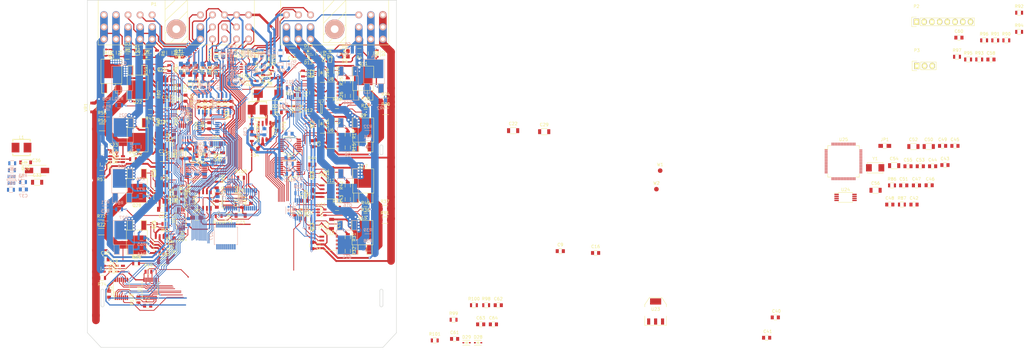
<source format=kicad_pcb>
(kicad_pcb (version 4) (host pcbnew 4.0.2+e4-6225~38~ubuntu16.04.1-stable)
  (layers (0 F.Cu signal) (31 B.Cu signal) (34 B.Paste user) (35 F.Paste user) (36 B.SilkS user) (37 F.SilkS user) (38 B.Mask user) (39 F.Mask user) (44 Edge.Cuts user))
  (net 0 "")
  (net 1 +3.3V)
  (net 2 LR_wheelsensor_in-)
  (net 3 +12V_Feed)
  (net 4 GNDPWR)
  (net 5 +12V_powerRear)
  (net 6 LeftRearMotor+)
  (net 7 "Net-(C7-Pad2)")
  (net 8 LeftRearMotor-)
  (net 9 "Net-(C10-Pad2)")
  (net 10 RightRearMotor+)
  (net 11 "Net-(C14-Pad2)")
  (net 12 RightRearMotor-)
  (net 13 "Net-(C17-Pad1)")
  (net 14 +12V_powerFront)
  (net 15 LeftFrontMotor+)
  (net 16 "Net-(C21-Pad2)")
  (net 17 LeftFrontMotor-)
  (net 18 "Net-(C24-Pad2)")
  (net 19 RightFrontMotor+)
  (net 20 "Net-(C28-Pad2)")
  (net 21 RightFrontMotor-)
  (net 22 "Net-(C31-Pad1)")
  (net 23 +5V)
  (net 24 "Net-(C35-Pad1)")
  (net 25 gate_drive_24V)
  (net 26 /microcontroller/OSC_IN)
  (net 27 "Net-(C45-Pad1)")
  (net 28 "Net-(C59-Pad1)")
  (net 29 NRST)
  (net 30 Feed_voltsense)
  (net 31 PWR_voltsense)
  (net 32 IGN_ON_SIGNAL)
  (net 33 BRAKELIGHTS_ON_SIGNAL)
  (net 34 PARKBRAKE_NON_INVERT_SIGNAL)
  (net 35 ~PARKBRAKE_INVERT_SIGNAL)
  (net 36 "Net-(C72-Pad2)")
  (net 37 "Net-(C73-Pad2)")
  (net 38 "Net-(C74-Pad1)")
  (net 39 "Net-(C74-Pad2)")
  (net 40 "Net-(C75-Pad1)")
  (net 41 "Net-(C75-Pad2)")
  (net 42 "Net-(C76-Pad2)")
  (net 43 "Net-(C77-Pad2)")
  (net 44 "Net-(C78-Pad1)")
  (net 45 /Wheelsensors/L_sensor_interpolated_out+)
  (net 46 "Net-(C80-Pad1)")
  (net 47 /Wheelsensors/L_sensor_interpolated_out-)
  (net 48 "Net-(C81-Pad1)")
  (net 49 "Net-(C81-Pad2)")
  (net 50 "Net-(C82-Pad1)")
  (net 51 "Net-(C82-Pad2)")
  (net 52 "Net-(C83-Pad1)")
  (net 53 "Net-(C84-Pad1)")
  (net 54 "Net-(C85-Pad1)")
  (net 55 "Net-(C86-Pad1)")
  (net 56 "Net-(C87-Pad2)")
  (net 57 "Net-(C88-Pad2)")
  (net 58 "Net-(C89-Pad1)")
  (net 59 /Wheelsensors/R_sensor_interpolated_out+)
  (net 60 "Net-(C91-Pad1)")
  (net 61 /Wheelsensors/R_sensor_interpolated_out-)
  (net 62 "Net-(D1-Pad2)")
  (net 63 "Net-(D2-Pad2)")
  (net 64 "Net-(D3-Pad2)")
  (net 65 "Net-(D6-Pad1)")
  (net 66 "Net-(D10-Pad2)")
  (net 67 LeftRear_CS)
  (net 68 RightRear_CS)
  (net 69 LeftFront_CS)
  (net 70 RightFront_CS)
  (net 71 +12V_ign_in)
  (net 72 BrakeLights)
  (net 73 ParkbrakeSwitch_non_invert)
  (net 74 ~ParkbrakeSwitch_inverted)
  (net 75 /microcontroller/BOOT0)
  (net 76 "Net-(JP2-Pad1)")
  (net 77 L_wheelsensor_out+)
  (net 78 LF_wheelsensor_in+)
  (net 79 /Wheelsensors/LF_wheelsensor+)
  (net 80 L_wheelsensor_out-)
  (net 81 LF_wheelsensor_in-)
  (net 82 R_wheelsensor_out+)
  (net 83 RF_wheelsensor_in+)
  (net 84 /Wheelsensors/RF_wheelsensor+)
  (net 85 R_wheelsensor_out-)
  (net 86 RF_wheelsensor_in-)
  (net 87 RR_wheelsensor_in+)
  (net 88 Parkbrake_indicator_lamp)
  (net 89 LR_wheelsensor_in+)
  (net 90 CAN_HI)
  (net 91 CAN_LO)
  (net 92 JTCLK)
  (net 93 JTDO)
  (net 94 JTDI)
  (net 95 JTMS)
  (net 96 JTNRST)
  (net 97 "Net-(P3-Pad2)")
  (net 98 "Net-(P3-Pad3)")
  (net 99 Enable_Bridge_PWR)
  (net 100 "Net-(Q7-Pad2)")
  (net 101 "Net-(Q10-Pad2)")
  (net 102 "Net-(Q10-Pad1)")
  (net 103 "Net-(Q12-Pad5)")
  (net 104 "Net-(Q13-Pad2)")
  (net 105 "Net-(Q15-Pad1)")
  (net 106 "Net-(Q16-Pad1)")
  (net 107 "Net-(Q18-Pad5)")
  (net 108 "Net-(Q19-Pad2)")
  (net 109 "Net-(Q21-Pad1)")
  (net 110 "Net-(Q22-Pad1)")
  (net 111 "Net-(Q24-Pad5)")
  (net 112 "Net-(Q25-Pad2)")
  (net 113 "Net-(Q27-Pad1)")
  (net 114 "Net-(Q28-Pad1)")
  (net 115 INDICATOR_ON)
  (net 116 /Wheelsensors/VR_diag)
  (net 117 VR_diag_test)
  (net 118 ~RightFront_CL)
  (net 119 "Net-(R25-Pad1)")
  (net 120 "Net-(R31-Pad2)")
  (net 121 "Net-(R42-Pad1)")
  (net 122 "Net-(R59-Pad1)")
  (net 123 "Net-(R65-Pad2)")
  (net 124 "Net-(R76-Pad1)")
  (net 125 /microcontroller/OSC_OUT)
  (net 126 USART_TX)
  (net 127 USART_RX)
  (net 128 PARKBRAKE_INVERT_CHECK_SIGNAL)
  (net 129 "Net-(R115-Pad1)")
  (net 130 ~LeftFront_CL)
  (net 131 "Net-(U1-Pad2)")
  (net 132 LeftFront_DIAG)
  (net 133 Bridge_Disable)
  (net 134 RightFront_DIAG)
  (net 135 "Net-(U1-Pad11)")
  (net 136 LeftFront_Tighten)
  (net 137 /H-Bridge_logic/H-BridgeFront/LeftFrontHI+)
  (net 138 LeftFront_Loosen)
  (net 139 /H-Bridge_logic/H-BridgeFront/LeftFrontLo+)
  (net 140 /H-Bridge_logic/H-BridgeFront/RightFrontHI+)
  (net 141 RightFront_Tighten)
  (net 142 /H-Bridge_logic/H-BridgeFront/RightFrontHi-)
  (net 143 RightFront_Loosen)
  (net 144 ~LeftRear_CL)
  (net 145 "Net-(U3-Pad2)")
  (net 146 LeftRear_DIAG)
  (net 147 RightRear_DIAG)
  (net 148 "Net-(U3-Pad11)")
  (net 149 ~RightRear_CL)
  (net 150 LeftRear_Tighten)
  (net 151 /H-Bridge_logic/H-BridgeRear/LeftRearHI+)
  (net 152 LeftRear_Loosen)
  (net 153 /H-Bridge_logic/H-BridgeRear/LeftRearLo+)
  (net 154 /H-Bridge_logic/H-BridgeRear/RightRearHi-)
  (net 155 RightRear_Tighten)
  (net 156 /H-Bridge_logic/H-BridgeRear/RightRearHI+)
  (net 157 RightRear_Loosen)
  (net 158 /microcontroller/SPI_CS)
  (net 159 /microcontroller/SPI_MISO)
  (net 160 /microcontroller/SPI_MOSI)
  (net 161 /microcontroller/SPI_SCK)
  (net 162 ~uC_SET_POWER)
  (net 163 LR_speed_in)
  (net 164 RR_speed_in)
  (net 165 LF_speed_in)
  (net 166 RF_speed_in)
  (net 167 BUTTON_SIG)
  (net 168 BUTTON_INV_SIG)
  (net 169 R_speed_out+)
  (net 170 R_speed_out-)
  (net 171 LIGHTS_ON_SIG)
  (net 172 PWR_ENABLED_SIG)
  (net 173 CAN_RX)
  (net 174 CAN_TX)
  (net 175 TIGHTEN_CMD_SIG)
  (net 176 RELEASE_CMD_SIG)
  (net 177 IGN_ON_SIG)
  (net 178 L_speed_out+)
  (net 179 L_speed_out-)
  (net 180 SAFE_TO_RELEASE)
  (net 181 TIGHTEN_CMD)
  (net 182 "Net-(U29-Pad4)")
  (net 183 "Net-(U29-Pad9)")
  (net 184 "Net-(U30-Pad13)")
  (net 185 /Wheelsensors/RF_5to3.3)
  (net 186 /Wheelsensors/LF_5to3.3)
  (net 187 /Wheelsensors/RR_5to3.3)
  (net 188 /Wheelsensors/LR_5to3.3)
  (net 189 "Net-(R15-Pad2)")
  (net 190 "Net-(R23-Pad1)")
  (net 191 "Net-(R40-Pad1)")
  (net 192 "Net-(R57-Pad1)")
  (net 193 "Net-(R74-Pad1)")
  (net 194 "Net-(R77-Pad1)")
  (net 195 "Net-(R80-Pad2)")
  (net 196 /+12V_BatF)
  (net 197 /+12V_BatR)
  (net 198 "Net-(D4-Pad2)")
  (net 199 "Net-(D5-Pad2)")
  (net 200 "Net-(D8-Pad1)")
  (net 201 "Net-(D12-Pad2)")
  (net 202 "Net-(D26-Pad2)")
  (net 203 "Net-(D27-Pad1)")
  (net 204 "Net-(D30-Pad2)")
  (net 205 "Net-(D39-Pad2)")
  (net 206 "Net-(D40-Pad1)")
  (net 207 "Net-(D41-Pad1)")
  (net 208 "Net-(Q1-Pad3)")
  (net 209 "Net-(Q2-Pad3)")
  (net 210 "Net-(Q7-Pad5)")
  (net 211 "Net-(Q9-Pad1)")
  (net 212 "Net-(Q11-Pad1)")
  (net 213 "Net-(Q13-Pad5)")
  (net 214 "Net-(Q14-Pad2)")
  (net 215 "Net-(Q15-Pad3)")
  (net 216 "Net-(Q17-Pad1)")
  (net 217 "Net-(Q19-Pad5)")
  (net 218 "Net-(Q20-Pad2)")
  (net 219 "Net-(Q21-Pad3)")
  (net 220 "Net-(Q23-Pad1)")
  (net 221 "Net-(Q25-Pad5)")
  (net 222 "Net-(Q26-Pad2)")
  (net 223 "Net-(Q27-Pad3)")
  (net 224 "Net-(Q29-Pad1)")
  (net 225 "Net-(Q30-Pad5)")
  (net 226 "Net-(Q32-Pad3)")
  (net 227 "Net-(Q33-Pad5)")
  (net 228 "Net-(R11-Pad2)")
  (net 229 "Net-(R13-Pad1)")
  (net 230 "Net-(R16-Pad1)")
  (net 231 "Net-(R19-Pad1)")
  (net 232 "Net-(R26-Pad1)")
  (net 233 "Net-(R28-Pad2)")
  (net 234 "Net-(R30-Pad1)")
  (net 235 "Net-(R32-Pad2)")
  (net 236 "Net-(R33-Pad1)")
  (net 237 "Net-(R36-Pad1)")
  (net 238 "Net-(R43-Pad1)")
  (net 239 "Net-(R45-Pad2)")
  (net 240 "Net-(R47-Pad1)")
  (net 241 "Net-(R49-Pad2)")
  (net 242 "Net-(R50-Pad1)")
  (net 243 "Net-(R53-Pad1)")
  (net 244 "Net-(R60-Pad1)")
  (net 245 "Net-(R62-Pad2)")
  (net 246 "Net-(R64-Pad1)")
  (net 247 "Net-(R66-Pad2)")
  (net 248 "Net-(R67-Pad1)")
  (net 249 "Net-(R70-Pad1)")
  (net 250 "Net-(R79-Pad1)")
  (net 251 "Net-(R82-Pad2)")
  (net 252 "Net-(R84-Pad1)")
  (net 253 "Net-(R116-Pad1)")
  (net 254 "Net-(Q11-Pad3)")
  (net 255 "Net-(R14-Pad2)")
  (net 256 "Net-(R48-Pad2)")
  (net 257 "Net-(C41-Pad1)")
  (net 258 "Net-(D35-Pad1)")
  (net 259 "Net-(D36-Pad1)")
  (net 260 "Net-(D37-Pad1)")
  (net 261 "Net-(D38-Pad1)")
  (net 262 "Net-(U25-Pad1)")
  (net 263 "Net-(U27-Pad3)")
  (net 264 "Net-(U27-Pad17)")
  (net 265 "Net-(U31-Pad9)")
  (net 266 "Net-(U31-Pad12)")
  (net 267 "Net-(U32-Pad9)")
  (net 268 "Net-(U32-Pad12)")
  (module cinch:Conn48pin (layer F.Cu) (at 105.41 47.625)
    (fp_text reference P1 (at -7.3914 -8.2042) (layer F.SilkS))
    (fp_text value Conn48pin)
    (pad "" thru_hole circle (at 52.07 0) (size 6.35 6.35) (drill 2.54) (layers *.Cu *.Mask B.SilkS))
    (pad "" thru_hole circle (at 0 0) (size 6.35 6.35) (drill 2.54) (layers *.Cu *.Mask B.SilkS))
    (pad 7 thru_hole circle (at 44.1452 -4.699) (size 2.286 2.286) (drill 1.27) (layers *.Cu *.Mask B.SilkS) (net 72 BrakeLights))
    (pad 8 thru_hole circle (at 44.1452 -0.7112) (size 2.286 2.286) (drill 1.27) (layers *.Cu *.Mask B.SilkS) (net 6 LeftRearMotor+))
    (pad 9 thru_hole circle (at 44.1452 3.2766) (size 2.286 2.286) (drill 1.27) (layers *.Cu *.Mask B.SilkS) (net 6 LeftRearMotor+))
    (pad 4 thru_hole circle (at 40.1828 -4.699) (size 2.286 2.286) (drill 1.27) (layers *.Cu *.Mask B.SilkS) (net 74 ~ParkbrakeSwitch_inverted))
    (pad 1 thru_hole circle (at 36.2204 -4.699) (size 2.286 2.286) (drill 1.27) (layers *.Cu *.Mask B.SilkS) (net 73 ParkbrakeSwitch_non_invert))
    (pad 2 thru_hole circle (at 36.2204 -0.7112) (size 2.286 2.286) (drill 1.27) (layers *.Cu *.Mask B.SilkS) (net 10 RightRearMotor+))
    (pad 5 thru_hole circle (at 40.1828 -0.7112) (size 2.286 2.286) (drill 1.27) (layers *.Cu *.Mask B.SilkS) (net 12 RightRearMotor-))
    (pad 3 thru_hole circle (at 36.2204 3.2766) (size 2.286 2.286) (drill 1.27) (layers *.Cu *.Mask B.SilkS) (net 10 RightRearMotor+))
    (pad 6 thru_hole circle (at 40.1828 3.2766) (size 2.286 2.286) (drill 1.27) (layers *.Cu *.Mask B.SilkS) (net 12 RightRearMotor-))
    (pad 12 thru_hole circle (at 59.9948 3.2766) (size 2.286 2.286) (drill 1.27) (layers *.Cu *.Mask B.SilkS) (net 8 LeftRearMotor-))
    (pad 15 thru_hole circle (at 63.9572 3.2766) (size 2.286 2.286) (drill 1.27) (layers *.Cu *.Mask B.SilkS) (net 197 /+12V_BatR))
    (pad 18 thru_hole circle (at 67.9196 3.2766) (size 2.286 2.286) (drill 1.27) (layers *.Cu *.Mask B.SilkS) (net 4 GNDPWR))
    (pad 11 thru_hole circle (at 59.9948 -0.7112) (size 2.286 2.286) (drill 1.27) (layers *.Cu *.Mask B.SilkS) (net 8 LeftRearMotor-))
    (pad 14 thru_hole circle (at 63.9572 -0.7112) (size 2.286 2.286) (drill 1.27) (layers *.Cu *.Mask B.SilkS) (net 197 /+12V_BatR))
    (pad 17 thru_hole circle (at 67.9196 -0.7112) (size 2.286 2.286) (drill 1.27) (layers *.Cu *.Mask B.SilkS) (net 4 GNDPWR))
    (pad 10 thru_hole circle (at 59.9948 -4.699) (size 2.286 2.286) (drill 1.27) (layers *.Cu *.Mask B.SilkS) (net 88 Parkbrake_indicator_lamp))
    (pad 13 thru_hole circle (at 63.9572 -4.699) (size 2.286 2.286) (drill 1.27) (layers *.Cu *.Mask B.SilkS) (net 197 /+12V_BatR))
    (pad 16 thru_hole circle (at 67.9196 -4.699) (size 2.286 2.286) (drill 1.27) (layers *.Cu *.Mask B.SilkS) (net 4 GNDPWR))
    (pad 31 thru_hole circle (at -7.9248 -4.699) (size 2.286 2.286) (drill 1.27) (layers *.Cu *.Mask B.SilkS) (net 78 LF_wheelsensor_in+))
    (pad 28 thru_hole circle (at -11.8872 -4.699) (size 2.286 2.286) (drill 1.27) (layers *.Cu *.Mask B.SilkS) (net 80 L_wheelsensor_out-))
    (pad 25 thru_hole circle (at -15.8496 -4.699) (size 2.286 2.286) (drill 1.27) (layers *.Cu *.Mask B.SilkS) (net 77 L_wheelsensor_out+))
    (pad 22 thru_hole circle (at -19.812 -4.699) (size 2.286 2.286) (drill 1.27) (layers *.Cu *.Mask B.SilkS) (net 196 /+12V_BatF))
    (pad 19 thru_hole circle (at -23.7744 -4.699) (size 2.286 2.286) (drill 1.27) (layers *.Cu *.Mask B.SilkS) (net 4 GNDPWR))
    (pad 32 thru_hole circle (at -7.9248 -0.7112) (size 2.286 2.286) (drill 1.27) (layers *.Cu *.Mask B.SilkS) (net 21 RightFrontMotor-))
    (pad 29 thru_hole circle (at -11.8872 -0.7112) (size 2.286 2.286) (drill 1.27) (layers *.Cu *.Mask B.SilkS) (net 15 LeftFrontMotor+))
    (pad 26 thru_hole circle (at -15.8496 -0.7112) (size 2.286 2.286) (drill 1.27) (layers *.Cu *.Mask B.SilkS) (net 17 LeftFrontMotor-))
    (pad 23 thru_hole circle (at -19.812 -0.7112) (size 2.286 2.286) (drill 1.27) (layers *.Cu *.Mask B.SilkS) (net 196 /+12V_BatF))
    (pad 20 thru_hole circle (at -23.7744 -0.7112) (size 2.286 2.286) (drill 1.27) (layers *.Cu *.Mask B.SilkS) (net 4 GNDPWR))
    (pad 33 thru_hole circle (at -7.9248 3.2766) (size 2.286 2.286) (drill 1.27) (layers *.Cu *.Mask B.SilkS) (net 21 RightFrontMotor-))
    (pad 30 thru_hole circle (at -11.8872 3.2766) (size 2.286 2.286) (drill 1.27) (layers *.Cu *.Mask B.SilkS) (net 15 LeftFrontMotor+))
    (pad 27 thru_hole circle (at -15.8496 3.2766) (size 2.286 2.286) (drill 1.27) (layers *.Cu *.Mask B.SilkS) (net 17 LeftFrontMotor-))
    (pad 24 thru_hole circle (at -19.812 3.2766) (size 2.286 2.286) (drill 1.27) (layers *.Cu *.Mask B.SilkS) (net 196 /+12V_BatF))
    (pad 21 thru_hole circle (at -23.7744 3.2766) (size 2.286 2.286) (drill 1.27) (layers *.Cu *.Mask B.SilkS) (net 4 GNDPWR))
    (pad 34 thru_hole circle (at 7.9248 -4.699) (size 2.286 2.286) (drill 1.27) (layers *.Cu *.Mask B.SilkS) (net 81 LF_wheelsensor_in-))
    (pad 37 thru_hole circle (at 11.8872 -4.699) (size 2.286 2.286) (drill 1.27) (layers *.Cu *.Mask B.SilkS) (net 86 RF_wheelsensor_in-))
    (pad 40 thru_hole circle (at 15.8496 -4.699) (size 2.286 2.286) (drill 1.27) (layers *.Cu *.Mask B.SilkS) (net 2 LR_wheelsensor_in-))
    (pad 43 thru_hole circle (at 19.812 -4.699) (size 2.286 2.286) (drill 1.27) (layers *.Cu *.Mask B.SilkS) (net 2 LR_wheelsensor_in-))
    (pad 46 thru_hole circle (at 23.7744 -4.699) (size 2.286 2.286) (drill 1.27) (layers *.Cu *.Mask B.SilkS) (net 2 LR_wheelsensor_in-))
    (pad 35 thru_hole circle (at 7.9248 -0.7112) (size 2.286 2.286) (drill 1.27) (layers *.Cu *.Mask B.SilkS) (net 19 RightFrontMotor+))
    (pad 38 thru_hole circle (at 11.8872 -0.7112) (size 2.286 2.286) (drill 1.27) (layers *.Cu *.Mask B.SilkS) (net 83 RF_wheelsensor_in+))
    (pad 41 thru_hole circle (at 15.8496 -0.7112) (size 2.286 2.286) (drill 1.27) (layers *.Cu *.Mask B.SilkS) (net 87 RR_wheelsensor_in+))
    (pad 44 thru_hole circle (at 19.812 -0.7112) (size 2.286 2.286) (drill 1.27) (layers *.Cu *.Mask B.SilkS) (net 89 LR_wheelsensor_in+))
    (pad 47 thru_hole circle (at 23.7744 -0.7112) (size 2.286 2.286) (drill 1.27) (layers *.Cu *.Mask B.SilkS) (net 71 +12V_ign_in))
    (pad 36 thru_hole circle (at 7.9248 3.2766) (size 2.286 2.286) (drill 1.27) (layers *.Cu *.Mask B.SilkS) (net 19 RightFrontMotor+))
    (pad 39 thru_hole circle (at 11.8872 3.2766) (size 2.286 2.286) (drill 1.27) (layers *.Cu *.Mask B.SilkS) (net 82 R_wheelsensor_out+))
    (pad 42 thru_hole circle (at 15.8496 3.2766) (size 2.286 2.286) (drill 1.27) (layers *.Cu *.Mask B.SilkS) (net 85 R_wheelsensor_out-))
    (pad 45 thru_hole circle (at 19.812 3.2766) (size 2.286 2.286) (drill 1.27) (layers *.Cu *.Mask B.SilkS) (net 90 CAN_HI))
    (pad 48 thru_hole circle (at 23.7744 3.2766) (size 2.286 2.286) (drill 1.27) (layers *.Cu *.Mask B.SilkS) (net 91 CAN_LO))
  )
  (module Capacitors_SMD:C_0805 (layer F.Cu) (at 96.012 138.684)
    (fp_text reference C1 (at 0 -2.1) (layer F.SilkS))
    (fp_text value 100n)
    (pad 1 smd rect (at -1 0) (size 1 1.25) (layers F.Cu F.Paste F.Mask) (net 1 +3.3V))
    (pad 2 smd rect (at 1 0) (size 1 1.25) (layers F.Cu F.Paste F.Mask) (net 2 LR_wheelsensor_in-))
  )
  (module Capacitors_SMD:C_0805 (layer F.Cu) (at 83.312 134.874 270)
    (fp_text reference C2 (at 0 -2.1 270) (layer F.SilkS))
    (fp_text value 100n)
    (pad 1 smd rect (at -1 0 270) (size 1 1.25) (layers F.Cu F.Paste F.Mask) (net 1 +3.3V))
    (pad 2 smd rect (at 1 0 270) (size 1 1.25) (layers F.Cu F.Paste F.Mask) (net 2 LR_wheelsensor_in-))
  )
  (module Capacitors_SMD:C_0805 (layer B.Cu) (at 142.494 89.916)
    (fp_text reference C3 (at 0 2.1) (layer B.SilkS) (effects (justify mirror)))
    (fp_text value 100n)
    (pad 1 smd rect (at -1 0) (size 1 1.25) (layers B.Cu B.Paste B.Mask) (net 1 +3.3V))
    (pad 2 smd rect (at 1 0) (size 1 1.25) (layers B.Cu B.Paste B.Mask) (net 2 LR_wheelsensor_in-))
  )
  (module Capacitors_SMD:C_0805 (layer B.Cu) (at 142.494 82.042)
    (fp_text reference C4 (at 0 2.1) (layer B.SilkS) (effects (justify mirror)))
    (fp_text value 100n)
    (pad 1 smd rect (at -1 0) (size 1 1.25) (layers B.Cu B.Paste B.Mask) (net 1 +3.3V))
    (pad 2 smd rect (at 1 0) (size 1 1.25) (layers B.Cu B.Paste B.Mask) (net 2 LR_wheelsensor_in-))
  )
  (module Capacitors_SMD:C_0805 (layer F.Cu) (at 150.114 85.344 270)
    (fp_text reference C5 (at 0 -2.1 270) (layer F.SilkS))
    (fp_text value 100n)
    (pad 1 smd rect (at -1 0 270) (size 1 1.25) (layers F.Cu F.Paste F.Mask) (net 5 +12V_powerRear))
    (pad 2 smd rect (at 1 0 270) (size 1 1.25) (layers F.Cu F.Paste F.Mask) (net 4 GNDPWR))
  )
  (module Capacitors_SMD:C_0805 (layer F.Cu) (at 145.288 69.342)
    (fp_text reference C6 (at 0 -2.1) (layer F.SilkS))
    (fp_text value 100n)
    (pad 1 smd rect (at -1 0) (size 1 1.25) (layers F.Cu F.Paste F.Mask) (net 5 +12V_powerRear))
    (pad 2 smd rect (at 1 0) (size 1 1.25) (layers F.Cu F.Paste F.Mask) (net 4 GNDPWR))
  )
  (module Capacitors_SMD:C_1206 (layer F.Cu) (at 156.464 77.978 270)
    (fp_text reference C7 (at 0 -2.3 270) (layer F.SilkS))
    (fp_text value 1u)
    (pad 1 smd rect (at -1.5 0 270) (size 1 1.6) (layers F.Cu F.Paste F.Mask) (net 6 LeftRearMotor+))
    (pad 2 smd rect (at 1.5 0 270) (size 1 1.6) (layers F.Cu F.Paste F.Mask) (net 7 "Net-(C7-Pad2)"))
  )
  (module Capacitors_SMD:C_1206 (layer B.Cu) (at 161.798 54.864 180)
    (fp_text reference C8 (at 0 2.3 180) (layer B.SilkS) (effects (justify mirror)))
    (fp_text value 220nF)
    (pad 1 smd rect (at -1.5 0 180) (size 1 1.6) (layers B.Cu B.Paste B.Mask) (net 8 LeftRearMotor-))
    (pad 2 smd rect (at 1.5 0 180) (size 1 1.6) (layers B.Cu B.Paste B.Mask) (net 6 LeftRearMotor+))
  )
  (module Capacitors_SMD:C_0805 (layer F.Cu) (at 231.660152 120.704)
    (fp_text reference C9 (at 0 -2.1) (layer F.SilkS))
    (fp_text value 100n)
    (pad 1 smd rect (at -1 0) (size 1 1.25) (layers F.Cu F.Paste F.Mask) (net 4 GNDPWR))
    (pad 2 smd rect (at 1 0) (size 1 1.25) (layers F.Cu F.Paste F.Mask) (net 5 +12V_powerRear))
  )
  (module Capacitors_SMD:C_0805 (layer F.Cu) (at 150.114 68.58 90)
    (fp_text reference C11 (at 0 -2.1 90) (layer F.SilkS))
    (fp_text value 100n)
    (pad 1 smd rect (at -1 0 90) (size 1 1.25) (layers F.Cu F.Paste F.Mask) (net 4 GNDPWR))
    (pad 2 smd rect (at 1 0 90) (size 1 1.25) (layers F.Cu F.Paste F.Mask) (net 5 +12V_powerRear))
  )
  (module Capacitors_SMD:C_0805 (layer F.Cu) (at 150.114 118.872 270)
    (fp_text reference C12 (at 0 -2.1 270) (layer F.SilkS))
    (fp_text value 100n)
    (pad 1 smd rect (at -1 0 270) (size 1 1.25) (layers F.Cu F.Paste F.Mask) (net 5 +12V_powerRear))
    (pad 2 smd rect (at 1 0 270) (size 1 1.25) (layers F.Cu F.Paste F.Mask) (net 4 GNDPWR))
  )
  (module Capacitors_SMD:C_0805 (layer F.Cu) (at 147.574 104.14)
    (fp_text reference C13 (at 0 -2.1) (layer F.SilkS))
    (fp_text value 100n)
    (pad 1 smd rect (at -1 0) (size 1 1.25) (layers F.Cu F.Paste F.Mask) (net 5 +12V_powerRear))
    (pad 2 smd rect (at 1 0) (size 1 1.25) (layers F.Cu F.Paste F.Mask) (net 4 GNDPWR))
  )
  (module Capacitors_SMD:C_1206 (layer F.Cu) (at 156.464 111.76 270)
    (fp_text reference C14 (at 0 -2.3 270) (layer F.SilkS))
    (fp_text value 1u)
    (pad 1 smd rect (at -1.5 0 270) (size 1 1.6) (layers F.Cu F.Paste F.Mask) (net 10 RightRearMotor+))
    (pad 2 smd rect (at 1.5 0 270) (size 1 1.6) (layers F.Cu F.Paste F.Mask) (net 11 "Net-(C14-Pad2)"))
  )
  (module Capacitors_SMD:C_1206 (layer F.Cu) (at 143.51 54.864 180)
    (fp_text reference C15 (at 0 -2.3 180) (layer F.SilkS))
    (fp_text value 220nF)
    (pad 1 smd rect (at -1.5 0 180) (size 1 1.6) (layers F.Cu F.Paste F.Mask) (net 12 RightRearMotor-))
    (pad 2 smd rect (at 1.5 0 180) (size 1 1.6) (layers F.Cu F.Paste F.Mask) (net 10 RightRearMotor+))
  )
  (module Capacitors_SMD:C_0805 (layer F.Cu) (at 243.270152 121.304)
    (fp_text reference C16 (at 0 -2.1) (layer F.SilkS))
    (fp_text value 100n)
    (pad 1 smd rect (at -1 0) (size 1 1.25) (layers F.Cu F.Paste F.Mask) (net 4 GNDPWR))
    (pad 2 smd rect (at 1 0) (size 1 1.25) (layers F.Cu F.Paste F.Mask) (net 5 +12V_powerRear))
  )
  (module Capacitors_SMD:C_1206 (layer F.Cu) (at 156.464 94.742 90)
    (fp_text reference C17 (at 0 -2.3 90) (layer F.SilkS))
    (fp_text value 1u)
    (pad 1 smd rect (at -1.5 0 90) (size 1 1.6) (layers F.Cu F.Paste F.Mask) (net 13 "Net-(C17-Pad1)"))
    (pad 2 smd rect (at 1.5 0 90) (size 1 1.6) (layers F.Cu F.Paste F.Mask) (net 12 RightRearMotor-))
  )
  (module Capacitors_SMD:C_0805 (layer F.Cu) (at 150.114 101.838 90)
    (fp_text reference C18 (at 0 -2.1 90) (layer F.SilkS))
    (fp_text value 100n)
    (pad 1 smd rect (at -1 0 90) (size 1 1.25) (layers F.Cu F.Paste F.Mask) (net 4 GNDPWR))
    (pad 2 smd rect (at 1 0 90) (size 1 1.25) (layers F.Cu F.Paste F.Mask) (net 5 +12V_powerRear))
  )
  (module Capacitors_SMD:C_0805 (layer F.Cu) (at 104.648 83.312 90)
    (fp_text reference C19 (at 0 -2.1 90) (layer F.SilkS))
    (fp_text value 100n)
    (pad 1 smd rect (at -1 0 90) (size 1 1.25) (layers F.Cu F.Paste F.Mask) (net 14 +12V_powerFront))
    (pad 2 smd rect (at 1 0 90) (size 1 1.25) (layers F.Cu F.Paste F.Mask) (net 4 GNDPWR))
  )
  (module Capacitors_SMD:C_0805 (layer F.Cu) (at 108.458 70.358 270)
    (fp_text reference C20 (at 0 -2.1 270) (layer F.SilkS))
    (fp_text value 100n)
    (pad 1 smd rect (at -1 0 270) (size 1 1.25) (layers F.Cu F.Paste F.Mask) (net 14 +12V_powerFront))
    (pad 2 smd rect (at 1 0 270) (size 1 1.25) (layers F.Cu F.Paste F.Mask) (net 4 GNDPWR))
  )
  (module Capacitors_SMD:C_1206 (layer F.Cu) (at 101.092 90.17)
    (fp_text reference C21 (at 0 -2.3) (layer F.SilkS))
    (fp_text value 1u)
    (pad 1 smd rect (at -1.5 0) (size 1 1.6) (layers F.Cu F.Paste F.Mask) (net 15 LeftFrontMotor+))
    (pad 2 smd rect (at 1.5 0) (size 1 1.6) (layers F.Cu F.Paste F.Mask) (net 16 "Net-(C21-Pad2)"))
  )
  (module Capacitors_SMD:C_1206 (layer F.Cu) (at 216.158724 81.034)
    (fp_text reference C22 (at 0 -2.3) (layer F.SilkS))
    (fp_text value 220nF)
    (pad 1 smd rect (at -1.5 0) (size 1 1.6) (layers F.Cu F.Paste F.Mask) (net 17 LeftFrontMotor-))
    (pad 2 smd rect (at 1.5 0) (size 1 1.6) (layers F.Cu F.Paste F.Mask) (net 15 LeftFrontMotor+))
  )
  (module Capacitors_SMD:C_0805 (layer F.Cu) (at 84.836 87.884)
    (fp_text reference C23 (at 0 -2.1) (layer F.SilkS))
    (fp_text value 100n)
    (pad 1 smd rect (at -1 0) (size 1 1.25) (layers F.Cu F.Paste F.Mask) (net 4 GNDPWR))
    (pad 2 smd rect (at 1 0) (size 1 1.25) (layers F.Cu F.Paste F.Mask) (net 14 +12V_powerFront))
  )
  (module Capacitors_SMD:C_1206 (layer F.Cu) (at 102.108 72.39)
    (fp_text reference C24 (at 0 -2.3) (layer F.SilkS))
    (fp_text value 1u)
    (pad 1 smd rect (at -1.5 0) (size 1 1.6) (layers F.Cu F.Paste F.Mask) (net 17 LeftFrontMotor-))
    (pad 2 smd rect (at 1.5 0) (size 1 1.6) (layers F.Cu F.Paste F.Mask) (net 18 "Net-(C24-Pad2)"))
  )
  (module Capacitors_SMD:C_0805 (layer F.Cu) (at 106.172 67.056 270)
    (fp_text reference C25 (at 0 -2.1 270) (layer F.SilkS))
    (fp_text value 100n)
    (pad 1 smd rect (at -1 0 270) (size 1 1.25) (layers F.Cu F.Paste F.Mask) (net 4 GNDPWR))
    (pad 2 smd rect (at 1 0 270) (size 1 1.25) (layers F.Cu F.Paste F.Mask) (net 14 +12V_powerFront))
  )
  (module Capacitors_SMD:C_0805 (layer F.Cu) (at 104.648 117.348 90)
    (fp_text reference C26 (at 0 -2.1 90) (layer F.SilkS))
    (fp_text value 100n)
    (pad 1 smd rect (at -1 0 90) (size 1 1.25) (layers F.Cu F.Paste F.Mask) (net 14 +12V_powerFront))
    (pad 2 smd rect (at 1 0 90) (size 1 1.25) (layers F.Cu F.Paste F.Mask) (net 4 GNDPWR))
  )
  (module Capacitors_SMD:C_0805 (layer B.Cu) (at 109.474 110.998 270)
    (fp_text reference C27 (at 0 2.1 270) (layer B.SilkS) (effects (justify mirror)))
    (fp_text value 100n)
    (pad 1 smd rect (at -1 0 270) (size 1 1.25) (layers B.Cu B.Paste B.Mask) (net 14 +12V_powerFront))
    (pad 2 smd rect (at 1 0 270) (size 1 1.25) (layers B.Cu B.Paste B.Mask) (net 4 GNDPWR))
  )
  (module Capacitors_SMD:C_1206 (layer F.Cu) (at 101.092 124.206)
    (fp_text reference C28 (at 0 -2.3) (layer F.SilkS))
    (fp_text value 1u)
    (pad 1 smd rect (at -1.5 0) (size 1 1.6) (layers F.Cu F.Paste F.Mask) (net 19 RightFrontMotor+))
    (pad 2 smd rect (at 1.5 0) (size 1 1.6) (layers F.Cu F.Paste F.Mask) (net 20 "Net-(C28-Pad2)"))
  )
  (module Capacitors_SMD:C_1206 (layer F.Cu) (at 226.368724 81.374)
    (fp_text reference C29 (at 0 -2.3) (layer F.SilkS))
    (fp_text value 220nF)
    (pad 1 smd rect (at -1.5 0) (size 1 1.6) (layers F.Cu F.Paste F.Mask) (net 21 RightFrontMotor-))
    (pad 2 smd rect (at 1.5 0) (size 1 1.6) (layers F.Cu F.Paste F.Mask) (net 19 RightFrontMotor+))
  )
  (module Capacitors_SMD:C_0805 (layer F.Cu) (at 82.042 123.444)
    (fp_text reference C30 (at 0 -2.1) (layer F.SilkS))
    (fp_text value 100n)
    (pad 1 smd rect (at -1 0) (size 1 1.25) (layers F.Cu F.Paste F.Mask) (net 4 GNDPWR))
    (pad 2 smd rect (at 1 0) (size 1 1.25) (layers F.Cu F.Paste F.Mask) (net 14 +12V_powerFront))
  )
  (module Capacitors_SMD:C_1206 (layer F.Cu) (at 101.092 106.934 180)
    (fp_text reference C31 (at 0 -2.3 180) (layer F.SilkS))
    (fp_text value 1u)
    (pad 1 smd rect (at -1.5 0 180) (size 1 1.6) (layers F.Cu F.Paste F.Mask) (net 22 "Net-(C31-Pad1)"))
    (pad 2 smd rect (at 1.5 0 180) (size 1 1.6) (layers F.Cu F.Paste F.Mask) (net 21 RightFrontMotor-))
  )
  (module Capacitors_SMD:C_0805 (layer F.Cu) (at 105.156 100.33 270)
    (fp_text reference C32 (at 0 -2.1 270) (layer F.SilkS))
    (fp_text value 100n)
    (pad 1 smd rect (at -1 0 270) (size 1 1.25) (layers F.Cu F.Paste F.Mask) (net 4 GNDPWR))
    (pad 2 smd rect (at 1 0 270) (size 1 1.25) (layers F.Cu F.Paste F.Mask) (net 14 +12V_powerFront))
  )
  (module Capacitors_SMD:C_1206 (layer F.Cu) (at 59.6646 98.0313)
    (fp_text reference C33 (at 0 -2.3) (layer F.SilkS))
    (fp_text value 1u)
    (pad 1 smd rect (at -1.5 0) (size 1 1.6) (layers F.Cu F.Paste F.Mask) (net 23 +5V))
    (pad 2 smd rect (at 1.5 0) (size 1 1.6) (layers F.Cu F.Paste F.Mask) (net 4 GNDPWR))
  )
  (module Capacitors_SMD:C_0805 (layer F.Cu) (at 131.2037 87.0204 180)
    (fp_text reference C34 (at 0 -2.1 180) (layer F.SilkS))
    (fp_text value 100n)
    (pad 1 smd rect (at -1 0 180) (size 1 1.25) (layers F.Cu F.Paste F.Mask) (net 3 +12V_Feed))
    (pad 2 smd rect (at 1 0 180) (size 1 1.25) (layers F.Cu F.Paste F.Mask) (net 2 LR_wheelsensor_in-))
  )
  (module Capacitors_SMD:C_0805 (layer B.Cu) (at 134.3914 81.4197 270)
    (fp_text reference C35 (at 0 2.1 270) (layer B.SilkS) (effects (justify mirror)))
    (fp_text value 470p)
    (pad 1 smd rect (at -1 0 270) (size 1 1.25) (layers B.Cu B.Paste B.Mask) (net 24 "Net-(C35-Pad1)"))
    (pad 2 smd rect (at 1 0 270) (size 1 1.25) (layers B.Cu B.Paste B.Mask) (net 2 LR_wheelsensor_in-))
  )
  (module Capacitors_Tantalum_SMD:TantalC_SizeC_EIA-6032_Wave (layer F.Cu) (at 59.6265 94.1578)
    (fp_text reference C36 (at -0.20066 -3.29946) (layer F.SilkS))
    (fp_text value 10u)
    (fp_text user + (at -4.99872 -2.55016) (layer F.SilkS))
    (pad 2 smd rect (at 2.62382 0) (size 2.75082 1.80086) (layers F.Cu F.Paste F.Mask) (net 25 gate_drive_24V))
    (pad 1 smd rect (at -2.62382 0) (size 2.75082 1.80086) (layers F.Cu F.Paste F.Mask) (net 4 GNDPWR))
  )
  (module Capacitors_SMD:C_0805 (layer B.Cu) (at 55.1307 100.3935)
    (fp_text reference C37 (at 0 2.1) (layer B.SilkS) (effects (justify mirror)))
    (fp_text value 100n)
    (pad 1 smd rect (at -1 0) (size 1 1.25) (layers B.Cu B.Paste B.Mask) (net 4 GNDPWR))
    (pad 2 smd rect (at 1 0) (size 1 1.25) (layers B.Cu B.Paste B.Mask) (net 25 gate_drive_24V))
  )
  (module Capacitors_Tantalum_SMD:TantalC_SizeD_EIA-7343_Wave (layer F.Cu) (at 135.763 68.8848)
    (fp_text reference C38 (at -0.20066 -3.29946) (layer F.SilkS))
    (fp_text value 680u)
    (fp_text user + (at -5.95376 -2.79908) (layer F.SilkS))
    (pad 2 smd rect (at 3.37566 0) (size 2.94894 2.70002) (layers F.Cu F.Paste F.Mask) (net 2 LR_wheelsensor_in-))
    (pad 1 smd rect (at -3.37566 0) (size 2.94894 2.70002) (layers F.Cu F.Paste F.Mask) (net 23 +5V))
  )
  (module Capacitors_SMD:C_0805 (layer B.Cu) (at 130.2258 81.3562 270)
    (fp_text reference C39 (at 0 2.1 270) (layer B.SilkS) (effects (justify mirror)))
    (fp_text value 100n)
    (pad 1 smd rect (at -1 0 270) (size 1 1.25) (layers B.Cu B.Paste B.Mask) (net 23 +5V))
    (pad 2 smd rect (at 1 0 270) (size 1 1.25) (layers B.Cu B.Paste B.Mask) (net 2 LR_wheelsensor_in-))
  )
  (module myfootprints:CP_0805 (layer F.Cu) (at 302.349201 142.5214)
    (fp_text reference C40 (at 0.3556 -2.0574) (layer F.SilkS))
    (fp_text value 10u)
    (pad 1 smd rect (at -1 0) (size 1 1.25) (layers F.Cu F.Paste F.Mask) (net 23 +5V))
    (pad 2 smd rect (at 1 0) (size 1 1.25) (layers F.Cu F.Paste F.Mask) (net 2 LR_wheelsensor_in-))
  )
  (module myfootprints:CP_0805 (layer F.Cu) (at 299.499201 149.2214)
    (fp_text reference C41 (at 0.3556 -2.0574) (layer F.SilkS))
    (fp_text value 10u)
    (pad 1 smd rect (at -1 0) (size 1 1.25) (layers F.Cu F.Paste F.Mask) (net 257 "Net-(C41-Pad1)"))
    (pad 2 smd rect (at 1 0) (size 1 1.25) (layers F.Cu F.Paste F.Mask) (net 2 LR_wheelsensor_in-))
  )
  (module Capacitors_SMD:C_0805 (layer F.Cu) (at 347.950152 105.364)
    (fp_text reference C42 (at 0 -2.1) (layer F.SilkS))
    (fp_text value 100n)
    (pad 1 smd rect (at -1 0) (size 1 1.25) (layers F.Cu F.Paste F.Mask) (net 1 +3.3V))
    (pad 2 smd rect (at 1 0) (size 1 1.25) (layers F.Cu F.Paste F.Mask) (net 2 LR_wheelsensor_in-))
  )
  (module Capacitors_SMD:C_0805 (layer F.Cu) (at 358.119201 92.364)
    (fp_text reference C43 (at 0 -2.1) (layer F.SilkS))
    (fp_text value 1n)
    (pad 1 smd rect (at -1 0) (size 1 1.25) (layers F.Cu F.Paste F.Mask) (net 1 +3.3V))
    (pad 2 smd rect (at 1 0) (size 1 1.25) (layers F.Cu F.Paste F.Mask) (net 2 LR_wheelsensor_in-))
  )
  (module Capacitors_SMD:C_0805 (layer F.Cu) (at 354.069201 92.764)
    (fp_text reference C44 (at 0 -2.1) (layer F.SilkS))
    (fp_text value 26p)
    (pad 1 smd rect (at -1 0) (size 1 1.25) (layers F.Cu F.Paste F.Mask) (net 26 /microcontroller/OSC_IN))
    (pad 2 smd rect (at 1 0) (size 1 1.25) (layers F.Cu F.Paste F.Mask) (net 2 LR_wheelsensor_in-))
  )
  (module Capacitors_SMD:C_0805 (layer F.Cu) (at 361.399201 86.064)
    (fp_text reference C45 (at 0 -2.1) (layer F.SilkS))
    (fp_text value 26p)
    (pad 1 smd rect (at -1 0) (size 1 1.25) (layers F.Cu F.Paste F.Mask) (net 27 "Net-(C45-Pad1)"))
    (pad 2 smd rect (at 1 0) (size 1 1.25) (layers F.Cu F.Paste F.Mask) (net 2 LR_wheelsensor_in-))
  )
  (module myfootprints:CP_0805 (layer F.Cu) (at 352.929201 99.0214)
    (fp_text reference C46 (at 0.3556 -2.0574) (layer F.SilkS))
    (fp_text value 4.7u)
    (pad 1 smd rect (at -1 0) (size 1 1.25) (layers F.Cu F.Paste F.Mask) (net 1 +3.3V))
    (pad 2 smd rect (at 1 0) (size 1 1.25) (layers F.Cu F.Paste F.Mask) (net 2 LR_wheelsensor_in-))
  )
  (module Capacitors_SMD:C_0805 (layer F.Cu) (at 348.750152 99.064)
    (fp_text reference C47 (at 0 -2.1) (layer F.SilkS))
    (fp_text value 100n)
    (pad 1 smd rect (at -1 0) (size 1 1.25) (layers F.Cu F.Paste F.Mask) (net 1 +3.3V))
    (pad 2 smd rect (at 1 0) (size 1 1.25) (layers F.Cu F.Paste F.Mask) (net 2 LR_wheelsensor_in-))
  )
  (module Capacitors_SMD:C_0805 (layer F.Cu) (at 339.990152 105.364)
    (fp_text reference C48 (at 0 -2.1) (layer F.SilkS))
    (fp_text value 100n)
    (pad 1 smd rect (at -1 0) (size 1 1.25) (layers F.Cu F.Paste F.Mask) (net 1 +3.3V))
    (pad 2 smd rect (at 1 0) (size 1 1.25) (layers F.Cu F.Paste F.Mask) (net 2 LR_wheelsensor_in-))
  )
  (module Capacitors_SMD:C_0805 (layer F.Cu) (at 357.349201 86.064)
    (fp_text reference C49 (at 0 -2.1) (layer F.SilkS))
    (fp_text value 10n)
    (pad 1 smd rect (at -1 0) (size 1 1.25) (layers F.Cu F.Paste F.Mask) (net 1 +3.3V))
    (pad 2 smd rect (at 1 0) (size 1 1.25) (layers F.Cu F.Paste F.Mask) (net 2 LR_wheelsensor_in-))
  )
  (module Capacitors_SMD:C_1206 (layer F.Cu) (at 352.799201 86.264)
    (fp_text reference C50 (at 0 -2.3) (layer F.SilkS))
    (fp_text value 1u)
    (pad 1 smd rect (at -1.5 0) (size 1 1.6) (layers F.Cu F.Paste F.Mask) (net 1 +3.3V))
    (pad 2 smd rect (at 1.5 0) (size 1 1.6) (layers F.Cu F.Paste F.Mask) (net 2 LR_wheelsensor_in-))
  )
  (module Capacitors_SMD:C_0805 (layer F.Cu) (at 344.569201 99.064)
    (fp_text reference C51 (at 0 -2.1) (layer F.SilkS))
    (fp_text value 10n)
    (pad 1 smd rect (at -1 0) (size 1 1.25) (layers F.Cu F.Paste F.Mask) (net 1 +3.3V))
    (pad 2 smd rect (at 1 0) (size 1 1.25) (layers F.Cu F.Paste F.Mask) (net 2 LR_wheelsensor_in-))
  )
  (module Capacitors_SMD:C_1206 (layer F.Cu) (at 347.749201 86.264)
    (fp_text reference C52 (at 0 -2.3) (layer F.SilkS))
    (fp_text value 1u)
    (pad 1 smd rect (at -1.5 0) (size 1 1.6) (layers F.Cu F.Paste F.Mask) (net 1 +3.3V))
    (pad 2 smd rect (at 1.5 0) (size 1 1.6) (layers F.Cu F.Paste F.Mask) (net 2 LR_wheelsensor_in-))
  )
  (module Capacitors_SMD:C_0805 (layer F.Cu) (at 350.019201 92.764)
    (fp_text reference C53 (at 0 -2.1) (layer F.SilkS))
    (fp_text value 10n)
    (pad 1 smd rect (at -1 0) (size 1 1.25) (layers F.Cu F.Paste F.Mask) (net 1 +3.3V))
    (pad 2 smd rect (at 1 0) (size 1 1.25) (layers F.Cu F.Paste F.Mask) (net 2 LR_wheelsensor_in-))
  )
  (module Capacitors_SMD:C_1206 (layer F.Cu) (at 341.419201 92.564)
    (fp_text reference C54 (at 0 -2.3) (layer F.SilkS))
    (fp_text value 1u)
    (pad 1 smd rect (at -1.5 0) (size 1 1.6) (layers F.Cu F.Paste F.Mask) (net 1 +3.3V))
    (pad 2 smd rect (at 1.5 0) (size 1 1.6) (layers F.Cu F.Paste F.Mask) (net 2 LR_wheelsensor_in-))
  )
  (module Capacitors_SMD:C_0805 (layer F.Cu) (at 345.969201 92.764)
    (fp_text reference C55 (at 0 -2.1) (layer F.SilkS))
    (fp_text value 10n)
    (pad 1 smd rect (at -1 0) (size 1 1.25) (layers F.Cu F.Paste F.Mask) (net 1 +3.3V))
    (pad 2 smd rect (at 1 0) (size 1 1.25) (layers F.Cu F.Paste F.Mask) (net 2 LR_wheelsensor_in-))
  )
  (module Capacitors_SMD:C_1206 (layer F.Cu) (at 335.309201 100.664)
    (fp_text reference C56 (at 0 -2.3) (layer F.SilkS))
    (fp_text value 1u)
    (pad 1 smd rect (at -1.5 0) (size 1 1.6) (layers F.Cu F.Paste F.Mask) (net 1 +3.3V))
    (pad 2 smd rect (at 1.5 0) (size 1 1.6) (layers F.Cu F.Paste F.Mask) (net 2 LR_wheelsensor_in-))
  )
  (module Capacitors_SMD:C_0805 (layer F.Cu) (at 110.744 105.4862 90)
    (fp_text reference C57 (at 0 -2.1 90) (layer F.SilkS))
    (fp_text value 100n)
    (pad 1 smd rect (at -1 0 90) (size 1 1.25) (layers F.Cu F.Paste F.Mask) (net 23 +5V))
    (pad 2 smd rect (at 1 0 90) (size 1 1.25) (layers F.Cu F.Paste F.Mask) (net 2 LR_wheelsensor_in-))
  )
  (module Capacitors_SMD:C_0805 (layer F.Cu) (at 373.239201 57.614)
    (fp_text reference C58 (at 0 -2.1) (layer F.SilkS))
    (fp_text value 1n)
    (pad 1 smd rect (at -1 0) (size 1 1.25) (layers F.Cu F.Paste F.Mask) (net 23 +5V))
    (pad 2 smd rect (at 1 0) (size 1 1.25) (layers F.Cu F.Paste F.Mask) (net 2 LR_wheelsensor_in-))
  )
  (module Capacitors_SMD:C_0805 (layer F.Cu) (at 118.745 100.8888 270)
    (fp_text reference C59 (at 0 -2.1 270) (layer F.SilkS))
    (fp_text value 100n)
    (pad 1 smd rect (at -1 0 270) (size 1 1.25) (layers F.Cu F.Paste F.Mask) (net 28 "Net-(C59-Pad1)"))
    (pad 2 smd rect (at 1 0 270) (size 1 1.25) (layers F.Cu F.Paste F.Mask) (net 2 LR_wheelsensor_in-))
  )
  (module Capacitors_SMD:C_0805 (layer F.Cu) (at 362.710152 50.414)
    (fp_text reference C60 (at 0 -2.1) (layer F.SilkS))
    (fp_text value 100n)
    (pad 1 smd rect (at -1 0) (size 1 1.25) (layers F.Cu F.Paste F.Mask) (net 29 NRST))
    (pad 2 smd rect (at 1 0) (size 1 1.25) (layers F.Cu F.Paste F.Mask) (net 2 LR_wheelsensor_in-))
  )
  (module Capacitors_SMD:C_0805 (layer F.Cu) (at 196.910152 149.604)
    (fp_text reference C61 (at 0 -2.1) (layer F.SilkS))
    (fp_text value 100n)
    (pad 1 smd rect (at -1 0) (size 1 1.25) (layers F.Cu F.Paste F.Mask) (net 30 Feed_voltsense))
    (pad 2 smd rect (at 1 0) (size 1 1.25) (layers F.Cu F.Paste F.Mask) (net 2 LR_wheelsensor_in-))
  )
  (module Capacitors_SMD:C_0805 (layer F.Cu) (at 211.270152 138.504)
    (fp_text reference C62 (at 0 -2.1) (layer F.SilkS))
    (fp_text value 100n)
    (pad 1 smd rect (at -1 0) (size 1 1.25) (layers F.Cu F.Paste F.Mask) (net 31 PWR_voltsense))
    (pad 2 smd rect (at 1 0) (size 1 1.25) (layers F.Cu F.Paste F.Mask) (net 2 LR_wheelsensor_in-))
  )
  (module Capacitors_SMD:C_0805 (layer F.Cu) (at 205.489201 144.804)
    (fp_text reference C63 (at 0 -2.1) (layer F.SilkS))
    (fp_text value 1n)
    (pad 1 smd rect (at -1 0) (size 1 1.25) (layers F.Cu F.Paste F.Mask) (net 1 +3.3V))
    (pad 2 smd rect (at 1 0) (size 1 1.25) (layers F.Cu F.Paste F.Mask) (net 2 LR_wheelsensor_in-))
  )
  (module Capacitors_SMD:C_0805 (layer F.Cu) (at 209.670152 144.804)
    (fp_text reference C64 (at 0 -2.1) (layer F.SilkS))
    (fp_text value 100n)
    (pad 1 smd rect (at -1 0) (size 1 1.25) (layers F.Cu F.Paste F.Mask) (net 1 +3.3V))
    (pad 2 smd rect (at 1 0) (size 1 1.25) (layers F.Cu F.Paste F.Mask) (net 2 LR_wheelsensor_in-))
  )
  (module Capacitors_SMD:C_0805 (layer B.Cu) (at 123.7996 57.4802 180)
    (fp_text reference C65 (at 0 2.1 180) (layer B.SilkS) (effects (justify mirror)))
    (fp_text value 100n)
    (pad 1 smd rect (at -1 0 180) (size 1 1.25) (layers B.Cu B.Paste B.Mask) (net 32 IGN_ON_SIGNAL))
    (pad 2 smd rect (at 1 0 180) (size 1 1.25) (layers B.Cu B.Paste B.Mask) (net 2 LR_wheelsensor_in-))
  )
  (module Capacitors_SMD:C_0805 (layer B.Cu) (at 123.7742 55.372 180)
    (fp_text reference C66 (at 0 2.1 180) (layer B.SilkS) (effects (justify mirror)))
    (fp_text value 100n)
    (pad 1 smd rect (at -1 0 180) (size 1 1.25) (layers B.Cu B.Paste B.Mask) (net 33 BRAKELIGHTS_ON_SIGNAL))
    (pad 2 smd rect (at 1 0 180) (size 1 1.25) (layers B.Cu B.Paste B.Mask) (net 2 LR_wheelsensor_in-))
  )
  (module Capacitors_SMD:C_0805 (layer B.Cu) (at 123.7996 63.3476 180)
    (fp_text reference C67 (at 0 2.1 180) (layer B.SilkS) (effects (justify mirror)))
    (fp_text value 100n)
    (pad 1 smd rect (at -1 0 180) (size 1 1.25) (layers B.Cu B.Paste B.Mask) (net 34 PARKBRAKE_NON_INVERT_SIGNAL))
    (pad 2 smd rect (at 1 0 180) (size 1 1.25) (layers B.Cu B.Paste B.Mask) (net 2 LR_wheelsensor_in-))
  )
  (module Capacitors_SMD:C_0805 (layer B.Cu) (at 123.7996 65.5066 180)
    (fp_text reference C68 (at 0 2.1 180) (layer B.SilkS) (effects (justify mirror)))
    (fp_text value 100n)
    (pad 1 smd rect (at -1 0 180) (size 1 1.25) (layers B.Cu B.Paste B.Mask) (net 35 ~PARKBRAKE_INVERT_SIGNAL))
    (pad 2 smd rect (at 1 0 180) (size 1 1.25) (layers B.Cu B.Paste B.Mask) (net 2 LR_wheelsensor_in-))
  )
  (module Capacitors_SMD:C_0805 (layer F.Cu) (at 129.9972 103.9622 90)
    (fp_text reference C69 (at 0 -2.1 90) (layer F.SilkS))
    (fp_text value 100n)
    (pad 1 smd rect (at -1 0 90) (size 1 1.25) (layers F.Cu F.Paste F.Mask) (net 1 +3.3V))
    (pad 2 smd rect (at 1 0 90) (size 1 1.25) (layers F.Cu F.Paste F.Mask) (net 2 LR_wheelsensor_in-))
  )
  (module Capacitors_SMD:C_0805 (layer F.Cu) (at 118.745 105.2449 270)
    (fp_text reference C70 (at 0 -2.1 270) (layer F.SilkS))
    (fp_text value 100n)
    (pad 1 smd rect (at -1 0 270) (size 1 1.25) (layers F.Cu F.Paste F.Mask) (net 1 +3.3V))
    (pad 2 smd rect (at 1 0 270) (size 1 1.25) (layers F.Cu F.Paste F.Mask) (net 2 LR_wheelsensor_in-))
  )
  (module Capacitors_SMD:C_0805 (layer B.Cu) (at 119.0371 101.7651 90)
    (fp_text reference C71 (at 0 2.1 90) (layer B.SilkS) (effects (justify mirror)))
    (fp_text value 100n)
    (pad 1 smd rect (at -1 0 90) (size 1 1.25) (layers B.Cu B.Paste B.Mask) (net 1 +3.3V))
    (pad 2 smd rect (at 1 0 90) (size 1 1.25) (layers B.Cu B.Paste B.Mask) (net 2 LR_wheelsensor_in-))
  )
  (module myfootprints:CP_1206 (layer F.Cu) (at 127.2413 104.775 90)
    (fp_text reference C72 (at 0 -2.3 90) (layer F.SilkS))
    (fp_text value 33uF)
    (pad 1 smd rect (at -1.5 0 90) (size 1 1.6) (layers F.Cu F.Paste F.Mask) (net 1 +3.3V))
    (pad 2 smd rect (at 1.5 0 90) (size 1 1.6) (layers F.Cu F.Paste F.Mask) (net 36 "Net-(C72-Pad2)"))
  )
  (module myfootprints:CP_1206 (layer F.Cu) (at 126.5682 108.9406 180)
    (fp_text reference C73 (at 0 -2.3 180) (layer F.SilkS))
    (fp_text value 33uF)
    (pad 1 smd rect (at -1.5 0 180) (size 1 1.6) (layers F.Cu F.Paste F.Mask) (net 1 +3.3V))
    (pad 2 smd rect (at 1.5 0 180) (size 1 1.6) (layers F.Cu F.Paste F.Mask) (net 37 "Net-(C73-Pad2)"))
  )
  (module Capacitors_SMD:C_1206 (layer B.Cu) (at 112.0648 93.8276 270)
    (fp_text reference C74 (at 0 2.3 270) (layer B.SilkS) (effects (justify mirror)))
    (fp_text value 1u)
    (pad 1 smd rect (at -1.5 0 270) (size 1 1.6) (layers B.Cu B.Paste B.Mask) (net 38 "Net-(C74-Pad1)"))
    (pad 2 smd rect (at 1.5 0 270) (size 1 1.6) (layers B.Cu B.Paste B.Mask) (net 39 "Net-(C74-Pad2)"))
  )
  (module Capacitors_SMD:C_1206 (layer B.Cu) (at 109.4994 93.8276 270)
    (fp_text reference C75 (at 0 2.3 270) (layer B.SilkS) (effects (justify mirror)))
    (fp_text value 1u)
    (pad 1 smd rect (at -1.5 0 270) (size 1 1.6) (layers B.Cu B.Paste B.Mask) (net 40 "Net-(C75-Pad1)"))
    (pad 2 smd rect (at 1.5 0 270) (size 1 1.6) (layers B.Cu B.Paste B.Mask) (net 41 "Net-(C75-Pad2)"))
  )
  (module Capacitors_SMD:C_1206 (layer B.Cu) (at 114.6556 93.8276 270)
    (fp_text reference C76 (at 0 2.3 270) (layer B.SilkS) (effects (justify mirror)))
    (fp_text value 1u)
    (pad 1 smd rect (at -1.5 0 270) (size 1 1.6) (layers B.Cu B.Paste B.Mask) (net 2 LR_wheelsensor_in-))
    (pad 2 smd rect (at 1.5 0 270) (size 1 1.6) (layers B.Cu B.Paste B.Mask) (net 42 "Net-(C76-Pad2)"))
  )
  (module Capacitors_SMD:C_1206 (layer B.Cu) (at 108.6358 88.7984 270)
    (fp_text reference C77 (at 0 2.3 270) (layer B.SilkS) (effects (justify mirror)))
    (fp_text value 1u)
    (pad 1 smd rect (at -1.5 0 270) (size 1 1.6) (layers B.Cu B.Paste B.Mask) (net 2 LR_wheelsensor_in-))
    (pad 2 smd rect (at 1.5 0 270) (size 1 1.6) (layers B.Cu B.Paste B.Mask) (net 43 "Net-(C77-Pad2)"))
  )
  (module Capacitors_SMD:C_1206 (layer F.Cu) (at 109.6772 88.5698 90)
    (fp_text reference C78 (at 0 -2.3 90) (layer F.SilkS))
    (fp_text value 1u)
    (pad 1 smd rect (at -1.5 0 90) (size 1 1.6) (layers F.Cu F.Paste F.Mask) (net 44 "Net-(C78-Pad1)"))
    (pad 2 smd rect (at 1.5 0 90) (size 1 1.6) (layers F.Cu F.Paste F.Mask) (net 45 /Wheelsensors/L_sensor_interpolated_out+))
  )
  (module Capacitors_SMD:C_1206 (layer B.Cu) (at 112.6236 90.1954 180)
    (fp_text reference C79 (at 0 2.3 180) (layer B.SilkS) (effects (justify mirror)))
    (fp_text value 1u)
    (pad 1 smd rect (at -1.5 0 180) (size 1 1.6) (layers B.Cu B.Paste B.Mask) (net 23 +5V))
    (pad 2 smd rect (at 1.5 0 180) (size 1 1.6) (layers B.Cu B.Paste B.Mask) (net 2 LR_wheelsensor_in-))
  )
  (module Capacitors_SMD:C_1206 (layer F.Cu) (at 107.315 88.5698 90)
    (fp_text reference C80 (at 0 -2.3 90) (layer F.SilkS))
    (fp_text value 1u)
    (pad 1 smd rect (at -1.5 0 90) (size 1 1.6) (layers F.Cu F.Paste F.Mask) (net 46 "Net-(C80-Pad1)"))
    (pad 2 smd rect (at 1.5 0 90) (size 1 1.6) (layers F.Cu F.Paste F.Mask) (net 47 /Wheelsensors/L_sensor_interpolated_out-))
  )
  (module Capacitors_SMD:C_1206 (layer F.Cu) (at 118.4402 85.3694)
    (fp_text reference C81 (at 0 -2.3) (layer F.SilkS))
    (fp_text value 1u)
    (pad 1 smd rect (at -1.5 0) (size 1 1.6) (layers F.Cu F.Paste F.Mask) (net 48 "Net-(C81-Pad1)"))
    (pad 2 smd rect (at 1.5 0) (size 1 1.6) (layers F.Cu F.Paste F.Mask) (net 49 "Net-(C81-Pad2)"))
  )
  (module Capacitors_SMD:C_1206 (layer F.Cu) (at 117.5258 89.8398 270)
    (fp_text reference C82 (at 0 -2.3 270) (layer F.SilkS))
    (fp_text value 1u)
    (pad 1 smd rect (at -1.5 0 270) (size 1 1.6) (layers F.Cu F.Paste F.Mask) (net 50 "Net-(C82-Pad1)"))
    (pad 2 smd rect (at 1.5 0 270) (size 1 1.6) (layers F.Cu F.Paste F.Mask) (net 51 "Net-(C82-Pad2)"))
  )
  (module Capacitors_SMD:C_0805 (layer B.Cu) (at 113.9952 65.913 90)
    (fp_text reference C83 (at 0 2.1 90) (layer B.SilkS) (effects (justify mirror)))
    (fp_text value 47n)
    (pad 1 smd rect (at -1 0 90) (size 1 1.25) (layers B.Cu B.Paste B.Mask) (net 52 "Net-(C83-Pad1)"))
    (pad 2 smd rect (at 1 0 90) (size 1 1.25) (layers B.Cu B.Paste B.Mask) (net 2 LR_wheelsensor_in-))
  )
  (module Capacitors_SMD:C_0805 (layer B.Cu) (at 120.8278 55.626 90)
    (fp_text reference C84 (at 0 2.1 90) (layer B.SilkS) (effects (justify mirror)))
    (fp_text value 47n)
    (pad 1 smd rect (at -1 0 90) (size 1 1.25) (layers B.Cu B.Paste B.Mask) (net 53 "Net-(C84-Pad1)"))
    (pad 2 smd rect (at 1 0 90) (size 1 1.25) (layers B.Cu B.Paste B.Mask) (net 2 LR_wheelsensor_in-))
  )
  (module Capacitors_SMD:C_0805 (layer B.Cu) (at 111.633 65.913 90)
    (fp_text reference C85 (at 0 2.1 90) (layer B.SilkS) (effects (justify mirror)))
    (fp_text value 47n)
    (pad 1 smd rect (at -1 0 90) (size 1 1.25) (layers B.Cu B.Paste B.Mask) (net 54 "Net-(C85-Pad1)"))
    (pad 2 smd rect (at 1 0 90) (size 1 1.25) (layers B.Cu B.Paste B.Mask) (net 2 LR_wheelsensor_in-))
  )
  (module Capacitors_SMD:C_0805 (layer B.Cu) (at 118.6434 55.626 90)
    (fp_text reference C86 (at 0 2.1 90) (layer B.SilkS) (effects (justify mirror)))
    (fp_text value 47n)
    (pad 1 smd rect (at -1 0 90) (size 1 1.25) (layers B.Cu B.Paste B.Mask) (net 55 "Net-(C86-Pad1)"))
    (pad 2 smd rect (at 1 0 90) (size 1 1.25) (layers B.Cu B.Paste B.Mask) (net 2 LR_wheelsensor_in-))
  )
  (module Capacitors_SMD:C_1206 (layer B.Cu) (at 113.3348 85.3694)
    (fp_text reference C87 (at 0 2.3) (layer B.SilkS) (effects (justify mirror)))
    (fp_text value 1u)
    (pad 1 smd rect (at -1.5 0) (size 1 1.6) (layers B.Cu B.Paste B.Mask) (net 2 LR_wheelsensor_in-))
    (pad 2 smd rect (at 1.5 0) (size 1 1.6) (layers B.Cu B.Paste B.Mask) (net 56 "Net-(C87-Pad2)"))
  )
  (module Capacitors_SMD:C_1206 (layer F.Cu) (at 120.6246 89.8144 90)
    (fp_text reference C88 (at 0 -2.3 90) (layer F.SilkS))
    (fp_text value 1u)
    (pad 1 smd rect (at -1.5 0 90) (size 1 1.6) (layers F.Cu F.Paste F.Mask) (net 2 LR_wheelsensor_in-))
    (pad 2 smd rect (at 1.5 0 90) (size 1 1.6) (layers F.Cu F.Paste F.Mask) (net 57 "Net-(C88-Pad2)"))
  )
  (module Capacitors_SMD:C_1206 (layer F.Cu) (at 113.665 86.6394 180)
    (fp_text reference C89 (at 0 -2.3 180) (layer F.SilkS))
    (fp_text value 1u)
    (pad 1 smd rect (at -1.5 0 180) (size 1 1.6) (layers F.Cu F.Paste F.Mask) (net 58 "Net-(C89-Pad1)"))
    (pad 2 smd rect (at 1.5 0 180) (size 1 1.6) (layers F.Cu F.Paste F.Mask) (net 59 /Wheelsensors/R_sensor_interpolated_out+))
  )
  (module Capacitors_SMD:C_1206 (layer B.Cu) (at 113.3348 87.7824 180)
    (fp_text reference C90 (at 0 2.3 180) (layer B.SilkS) (effects (justify mirror)))
    (fp_text value 1u)
    (pad 1 smd rect (at -1.5 0 180) (size 1 1.6) (layers B.Cu B.Paste B.Mask) (net 23 +5V))
    (pad 2 smd rect (at 1.5 0 180) (size 1 1.6) (layers B.Cu B.Paste B.Mask) (net 2 LR_wheelsensor_in-))
  )
  (module Capacitors_SMD:C_1206 (layer F.Cu) (at 113.6904 89.1794 180)
    (fp_text reference C91 (at 0 -2.3 180) (layer F.SilkS))
    (fp_text value 1u)
    (pad 1 smd rect (at -1.5 0 180) (size 1 1.6) (layers F.Cu F.Paste F.Mask) (net 60 "Net-(C91-Pad1)"))
    (pad 2 smd rect (at 1.5 0 180) (size 1 1.6) (layers F.Cu F.Paste F.Mask) (net 61 /Wheelsensors/R_sensor_interpolated_out-))
  )
  (module myfootprints:CP_0805 (layer F.Cu) (at 116.967 72.3646 90)
    (fp_text reference C92 (at 0.3556 -2.0574 90) (layer F.SilkS))
    (fp_text value 10u)
    (pad 1 smd rect (at -1 0 90) (size 1 1.25) (layers F.Cu F.Paste F.Mask) (net 23 +5V))
    (pad 2 smd rect (at 1 0 90) (size 1 1.25) (layers F.Cu F.Paste F.Mask) (net 2 LR_wheelsensor_in-))
  )
  (module myfootprints:CP_0805 (layer F.Cu) (at 123.5456 72.39 90)
    (fp_text reference C93 (at 0.3556 -2.0574 90) (layer F.SilkS))
    (fp_text value 10u)
    (pad 1 smd rect (at -1 0 90) (size 1 1.25) (layers F.Cu F.Paste F.Mask) (net 23 +5V))
    (pad 2 smd rect (at 1 0 90) (size 1 1.25) (layers F.Cu F.Paste F.Mask) (net 2 LR_wheelsensor_in-))
  )
  (module Capacitors_SMD:C_0805 (layer F.Cu) (at 114.8588 72.3646 90)
    (fp_text reference C94 (at 0 -2.1 90) (layer F.SilkS))
    (fp_text value 100n)
    (pad 1 smd rect (at -1 0 90) (size 1 1.25) (layers F.Cu F.Paste F.Mask) (net 23 +5V))
    (pad 2 smd rect (at 1 0 90) (size 1 1.25) (layers F.Cu F.Paste F.Mask) (net 2 LR_wheelsensor_in-))
  )
  (module Capacitors_SMD:C_0805 (layer F.Cu) (at 121.412 72.39 90)
    (fp_text reference C95 (at 0 -2.1 90) (layer F.SilkS))
    (fp_text value 100n)
    (pad 1 smd rect (at -1 0 90) (size 1 1.25) (layers F.Cu F.Paste F.Mask) (net 23 +5V))
    (pad 2 smd rect (at 1 0 90) (size 1 1.25) (layers F.Cu F.Paste F.Mask) (net 2 LR_wheelsensor_in-))
  )
  (module Capacitors_SMD:C_0805 (layer F.Cu) (at 119.3292 72.3646 90)
    (fp_text reference C96 (at 0 -2.1 90) (layer F.SilkS))
    (fp_text value 1n)
    (pad 1 smd rect (at -1 0 90) (size 1 1.25) (layers F.Cu F.Paste F.Mask) (net 23 +5V))
    (pad 2 smd rect (at 1 0 90) (size 1 1.25) (layers F.Cu F.Paste F.Mask) (net 2 LR_wheelsensor_in-))
  )
  (module Capacitors_SMD:C_0805 (layer F.Cu) (at 112.7506 72.3646 90)
    (fp_text reference C97 (at 0 -2.1 90) (layer F.SilkS))
    (fp_text value 1n)
    (pad 1 smd rect (at -1 0 90) (size 1 1.25) (layers F.Cu F.Paste F.Mask) (net 23 +5V))
    (pad 2 smd rect (at 1 0 90) (size 1 1.25) (layers F.Cu F.Paste F.Mask) (net 2 LR_wheelsensor_in-))
  )
  (module Capacitors_SMD:C_0805 (layer F.Cu) (at 116.2304 79.4258 90)
    (fp_text reference C98 (at 0 -2.1 90) (layer F.SilkS))
    (fp_text value 100n)
    (pad 1 smd rect (at -1 0 90) (size 1 1.25) (layers F.Cu F.Paste F.Mask) (net 1 +3.3V))
    (pad 2 smd rect (at 1 0 90) (size 1 1.25) (layers F.Cu F.Paste F.Mask) (net 2 LR_wheelsensor_in-))
  )
  (module Capacitors_SMD:C_0805 (layer F.Cu) (at 114.0968 79.4258 90)
    (fp_text reference C99 (at 0 -2.1 90) (layer F.SilkS))
    (fp_text value 1n)
    (pad 1 smd rect (at -1 0 90) (size 1 1.25) (layers F.Cu F.Paste F.Mask) (net 1 +3.3V))
    (pad 2 smd rect (at 1 0 90) (size 1 1.25) (layers F.Cu F.Paste F.Mask) (net 2 LR_wheelsensor_in-))
  )
  (module Diodes_SMD:SOD-323 (layer F.Cu) (at 82.296 55.372 270)
    (fp_text reference D1 (at 0 -1.85 270) (layer F.SilkS))
    (fp_text value 10v)
    (pad 1 smd rect (at -1.055 0 270) (size 0.59 0.45) (layers F.Cu F.Paste F.Mask) (net 196 /+12V_BatF))
    (pad 2 smd rect (at 1.055 0 270) (size 0.59 0.45) (layers F.Cu F.Paste F.Mask) (net 62 "Net-(D1-Pad2)"))
  )
  (module Diodes_SMD:SOD-323 (layer F.Cu) (at 171.704 55.626 270)
    (fp_text reference D2 (at 0 -1.85 270) (layer F.SilkS))
    (fp_text value 10v)
    (pad 1 smd rect (at -1.055 0 270) (size 0.59 0.45) (layers F.Cu F.Paste F.Mask) (net 197 /+12V_BatR))
    (pad 2 smd rect (at 1.055 0 270) (size 0.59 0.45) (layers F.Cu F.Paste F.Mask) (net 63 "Net-(D2-Pad2)"))
  )
  (module Diodes_SMD:SOD-323 (layer F.Cu) (at 89.408 54.356)
    (fp_text reference D3 (at 0 -1.85) (layer F.SilkS))
    (fp_text value 1n4148w)
    (pad 1 smd rect (at -1.055 0) (size 0.59 0.45) (layers F.Cu F.Paste F.Mask) (net 4 GNDPWR))
    (pad 2 smd rect (at 1.055 0) (size 0.59 0.45) (layers F.Cu F.Paste F.Mask) (net 64 "Net-(D3-Pad2)"))
  )
  (module LEDs:LED_0805 (layer F.Cu) (at 95.758 54.864 180)
    (fp_text reference D6 (at 3.048 0 180) (layer F.SilkS))
    (fp_text value LF_Release)
    (pad 2 smd rect (at 1.04902 0) (size 1.19888 1.19888) (layers F.Cu F.Paste F.Mask) (net 17 LeftFrontMotor-))
    (pad 1 smd rect (at -1.04902 0) (size 1.19888 1.19888) (layers F.Cu F.Paste F.Mask) (net 65 "Net-(D6-Pad1)"))
  )
  (module LEDs:LED_0805 (layer F.Cu) (at 95.758 56.896)
    (fp_text reference D7 (at 0 -1.75) (layer F.SilkS))
    (fp_text value LF_Tighten)
    (pad 2 smd rect (at 1.04902 0 180) (size 1.19888 1.19888) (layers F.Cu F.Paste F.Mask) (net 65 "Net-(D6-Pad1)"))
    (pad 1 smd rect (at -1.04902 0 180) (size 1.19888 1.19888) (layers F.Cu F.Paste F.Mask) (net 17 LeftFrontMotor-))
  )
  (module LEDs:LED_0805 (layer F.Cu) (at 160.782 54.864)
    (fp_text reference D8 (at 0 -1.75) (layer F.SilkS))
    (fp_text value LR_Release)
    (pad 2 smd rect (at 1.04902 0 180) (size 1.19888 1.19888) (layers F.Cu F.Paste F.Mask) (net 8 LeftRearMotor-))
    (pad 1 smd rect (at -1.04902 0 180) (size 1.19888 1.19888) (layers F.Cu F.Paste F.Mask) (net 200 "Net-(D8-Pad1)"))
  )
  (module LEDs:LED_0805 (layer F.Cu) (at 160.782 56.642 180)
    (fp_text reference D9 (at 0 -1.75 180) (layer F.SilkS))
    (fp_text value LR_Tighten)
    (pad 2 smd rect (at 1.04902 0) (size 1.19888 1.19888) (layers F.Cu F.Paste F.Mask) (net 200 "Net-(D8-Pad1)"))
    (pad 1 smd rect (at -1.04902 0) (size 1.19888 1.19888) (layers F.Cu F.Paste F.Mask) (net 8 LeftRearMotor-))
  )
  (module LEDs:LED_0805 (layer F.Cu) (at 106.426 54.61 180)
    (fp_text reference D10 (at 0 -1.75 180) (layer F.SilkS))
    (fp_text value RF_Release)
    (pad 2 smd rect (at 1.04902 0) (size 1.19888 1.19888) (layers F.Cu F.Paste F.Mask) (net 66 "Net-(D10-Pad2)"))
    (pad 1 smd rect (at -1.04902 0) (size 1.19888 1.19888) (layers F.Cu F.Paste F.Mask) (net 19 RightFrontMotor+))
  )
  (module LEDs:LED_0805 (layer F.Cu) (at 106.426 56.642)
    (fp_text reference D11 (at 0 -1.75) (layer F.SilkS))
    (fp_text value RF_tighten)
    (pad 2 smd rect (at 1.04902 0 180) (size 1.19888 1.19888) (layers F.Cu F.Paste F.Mask) (net 19 RightFrontMotor+))
    (pad 1 smd rect (at -1.04902 0 180) (size 1.19888 1.19888) (layers F.Cu F.Paste F.Mask) (net 66 "Net-(D10-Pad2)"))
  )
  (module Diodes_SMD:SOD-323 (layer F.Cu) (at 153.162 78.74 270)
    (fp_text reference D14 (at 0 -1.85 270) (layer F.SilkS))
    (fp_text value 1n4148W)
    (pad 1 smd rect (at -1.055 0 270) (size 0.59 0.45) (layers F.Cu F.Paste F.Mask) (net 7 "Net-(C7-Pad2)"))
    (pad 2 smd rect (at 1.055 0 270) (size 0.59 0.45) (layers F.Cu F.Paste F.Mask) (net 5 +12V_powerRear))
  )
  (module Diodes_SMD:SOD-323 (layer B.Cu) (at 139.7 73.152 90)
    (fp_text reference D15 (at 0 1.85 90) (layer B.SilkS) (effects (justify mirror)))
    (fp_text value 1n4148W)
    (pad 1 smd rect (at -1.055 0 90) (size 0.59 0.45) (layers B.Cu B.Paste B.Mask) (net 1 +3.3V))
    (pad 2 smd rect (at 1.055 0 90) (size 0.59 0.45) (layers B.Cu B.Paste B.Mask) (net 67 LeftRear_CS))
  )
  (module Diodes_SMD:SOD-323 (layer F.Cu) (at 153.162 61.976 270)
    (fp_text reference D16 (at 0 -1.85 270) (layer F.SilkS))
    (fp_text value 1n4148W)
    (pad 1 smd rect (at -1.055 0 270) (size 0.59 0.45) (layers F.Cu F.Paste F.Mask) (net 9 "Net-(C10-Pad2)"))
    (pad 2 smd rect (at 1.055 0 270) (size 0.59 0.45) (layers F.Cu F.Paste F.Mask) (net 5 +12V_powerRear))
  )
  (module Diodes_SMD:SOD-323 (layer F.Cu) (at 153.162 112.522 270)
    (fp_text reference D17 (at 0 -1.85 270) (layer F.SilkS))
    (fp_text value 1n4148W)
    (pad 1 smd rect (at -1.055 0 270) (size 0.59 0.45) (layers F.Cu F.Paste F.Mask) (net 11 "Net-(C14-Pad2)"))
    (pad 2 smd rect (at 1.055 0 270) (size 0.59 0.45) (layers F.Cu F.Paste F.Mask) (net 5 +12V_powerRear))
  )
  (module Diodes_SMD:SOD-323 (layer B.Cu) (at 142.24 107.188 90)
    (fp_text reference D18 (at 0 1.85 90) (layer B.SilkS) (effects (justify mirror)))
    (fp_text value 1n4148W)
    (pad 1 smd rect (at -1.055 0 90) (size 0.59 0.45) (layers B.Cu B.Paste B.Mask) (net 1 +3.3V))
    (pad 2 smd rect (at 1.055 0 90) (size 0.59 0.45) (layers B.Cu B.Paste B.Mask) (net 68 RightRear_CS))
  )
  (module Diodes_SMD:SOD-323 (layer F.Cu) (at 153.162 95.504 270)
    (fp_text reference D19 (at 0 -1.85 270) (layer F.SilkS))
    (fp_text value 1n4148W)
    (pad 1 smd rect (at -1.055 0 270) (size 0.59 0.45) (layers F.Cu F.Paste F.Mask) (net 13 "Net-(C17-Pad1)"))
    (pad 2 smd rect (at 1.055 0 270) (size 0.59 0.45) (layers F.Cu F.Paste F.Mask) (net 5 +12V_powerRear))
  )
  (module Diodes_SMD:SOD-323 (layer F.Cu) (at 104.648 89.154 90)
    (fp_text reference D20 (at 0 -1.85 90) (layer F.SilkS))
    (fp_text value 1n4148W)
    (pad 1 smd rect (at -1.055 0 90) (size 0.59 0.45) (layers F.Cu F.Paste F.Mask) (net 16 "Net-(C21-Pad2)"))
    (pad 2 smd rect (at 1.055 0 90) (size 0.59 0.45) (layers F.Cu F.Paste F.Mask) (net 14 +12V_powerFront))
  )
  (module Diodes_SMD:SOD-323 (layer B.Cu) (at 108.204 74.676)
    (fp_text reference D21 (at 0 1.85) (layer B.SilkS) (effects (justify mirror)))
    (fp_text value 1n4148W)
    (pad 1 smd rect (at -1.055 0) (size 0.59 0.45) (layers B.Cu B.Paste B.Mask) (net 1 +3.3V))
    (pad 2 smd rect (at 1.055 0) (size 0.59 0.45) (layers B.Cu B.Paste B.Mask) (net 69 LeftFront_CS))
  )
  (module Diodes_SMD:SOD-323 (layer F.Cu) (at 106.172 70.612 90)
    (fp_text reference D22 (at 0 -1.85 90) (layer F.SilkS))
    (fp_text value 1n4148W)
    (pad 1 smd rect (at -1.055 0 90) (size 0.59 0.45) (layers F.Cu F.Paste F.Mask) (net 18 "Net-(C24-Pad2)"))
    (pad 2 smd rect (at 1.055 0 90) (size 0.59 0.45) (layers F.Cu F.Paste F.Mask) (net 14 +12V_powerFront))
  )
  (module Diodes_SMD:SOD-323 (layer F.Cu) (at 104.648 120.904 90)
    (fp_text reference D23 (at 0 -1.85 90) (layer F.SilkS))
    (fp_text value 1n4148W)
    (pad 1 smd rect (at -1.055 0 90) (size 0.59 0.45) (layers F.Cu F.Paste F.Mask) (net 20 "Net-(C28-Pad2)"))
    (pad 2 smd rect (at 1.055 0 90) (size 0.59 0.45) (layers F.Cu F.Paste F.Mask) (net 14 +12V_powerFront))
  )
  (module Diodes_SMD:SOD-323 (layer F.Cu) (at 204.638247 150.854)
    (fp_text reference D28 (at 0 -1.85) (layer F.SilkS))
    (fp_text value 3.3V)
    (pad 1 smd rect (at -1.055 0) (size 0.59 0.45) (layers F.Cu F.Paste F.Mask) (net 30 Feed_voltsense))
    (pad 2 smd rect (at 1.055 0) (size 0.59 0.45) (layers F.Cu F.Paste F.Mask) (net 2 LR_wheelsensor_in-))
  )
  (module Diodes_SMD:SOD-323 (layer F.Cu) (at 200.858247 150.854)
    (fp_text reference D29 (at 0 -1.85) (layer F.SilkS))
    (fp_text value 3.3V)
    (pad 1 smd rect (at -1.055 0) (size 0.59 0.45) (layers F.Cu F.Paste F.Mask) (net 31 PWR_voltsense))
    (pad 2 smd rect (at 1.055 0) (size 0.59 0.45) (layers F.Cu F.Paste F.Mask) (net 2 LR_wheelsensor_in-))
  )
  (module Diodes_SMD:SOD-323 (layer B.Cu) (at 142.4686 59.182 90)
    (fp_text reference D30 (at 0 1.85 90) (layer B.SilkS) (effects (justify mirror)))
    (fp_text value 1n4148w)
    (pad 1 smd rect (at -1.055 0 90) (size 0.59 0.45) (layers B.Cu B.Paste B.Mask) (net 3 +12V_Feed))
    (pad 2 smd rect (at 1.055 0 90) (size 0.59 0.45) (layers B.Cu B.Paste B.Mask) (net 204 "Net-(D30-Pad2)"))
  )
  (module Diodes_SMD:SOD-323 (layer B.Cu) (at 129.0066 55.4228 90)
    (fp_text reference D31 (at 0 1.85 90) (layer B.SilkS) (effects (justify mirror)))
    (fp_text value 3.3V)
    (pad 1 smd rect (at -1.055 0 90) (size 0.59 0.45) (layers B.Cu B.Paste B.Mask) (net 32 IGN_ON_SIGNAL))
    (pad 2 smd rect (at 1.055 0 90) (size 0.59 0.45) (layers B.Cu B.Paste B.Mask) (net 2 LR_wheelsensor_in-))
  )
  (module Diodes_SMD:SOD-323 (layer B.Cu) (at 126.8984 55.4228 90)
    (fp_text reference D32 (at 0 1.85 90) (layer B.SilkS) (effects (justify mirror)))
    (fp_text value 3.3V)
    (pad 1 smd rect (at -1.055 0 90) (size 0.59 0.45) (layers B.Cu B.Paste B.Mask) (net 33 BRAKELIGHTS_ON_SIGNAL))
    (pad 2 smd rect (at 1.055 0 90) (size 0.59 0.45) (layers B.Cu B.Paste B.Mask) (net 2 LR_wheelsensor_in-))
  )
  (module Diodes_SMD:SOD-323 (layer B.Cu) (at 126.873 65.024 270)
    (fp_text reference D33 (at 0 1.85 270) (layer B.SilkS) (effects (justify mirror)))
    (fp_text value 3.3V)
    (pad 1 smd rect (at -1.055 0 270) (size 0.59 0.45) (layers B.Cu B.Paste B.Mask) (net 34 PARKBRAKE_NON_INVERT_SIGNAL))
    (pad 2 smd rect (at 1.055 0 270) (size 0.59 0.45) (layers B.Cu B.Paste B.Mask) (net 2 LR_wheelsensor_in-))
  )
  (module Diodes_SMD:SOD-323 (layer F.Cu) (at 127 64.9224 270)
    (fp_text reference D34 (at 0 -1.85 270) (layer F.SilkS))
    (fp_text value 3.3V)
    (pad 1 smd rect (at -1.055 0 270) (size 0.59 0.45) (layers F.Cu F.Paste F.Mask) (net 35 ~PARKBRAKE_INVERT_SIGNAL))
    (pad 2 smd rect (at 1.055 0 270) (size 0.59 0.45) (layers F.Cu F.Paste F.Mask) (net 2 LR_wheelsensor_in-))
  )
  (module Diodes_SMD:SOD-323 (layer F.Cu) (at 126.9746 55.6514 90)
    (fp_text reference D35 (at 0 -1.85 90) (layer F.SilkS))
    (fp_text value 1n4148w)
    (pad 1 smd rect (at -1.055 0 90) (size 0.59 0.45) (layers F.Cu F.Paste F.Mask) (net 258 "Net-(D35-Pad1)"))
    (pad 2 smd rect (at 1.055 0 90) (size 0.59 0.45) (layers F.Cu F.Paste F.Mask) (net 71 +12V_ign_in))
  )
  (module Diodes_SMD:SOD-323 (layer F.Cu) (at 129.0574 55.6514 90)
    (fp_text reference D36 (at 0 -1.85 90) (layer F.SilkS))
    (fp_text value 1n4148w)
    (pad 1 smd rect (at -1.055 0 90) (size 0.59 0.45) (layers F.Cu F.Paste F.Mask) (net 259 "Net-(D36-Pad1)"))
    (pad 2 smd rect (at 1.055 0 90) (size 0.59 0.45) (layers F.Cu F.Paste F.Mask) (net 72 BrakeLights))
  )
  (module Diodes_SMD:SOD-323 (layer F.Cu) (at 133.2992 55.6514 90)
    (fp_text reference D37 (at 0 -1.85 90) (layer F.SilkS))
    (fp_text value 1n4148w)
    (pad 1 smd rect (at -1.055 0 90) (size 0.59 0.45) (layers F.Cu F.Paste F.Mask) (net 260 "Net-(D37-Pad1)"))
    (pad 2 smd rect (at 1.055 0 90) (size 0.59 0.45) (layers F.Cu F.Paste F.Mask) (net 73 ParkbrakeSwitch_non_invert))
  )
  (module Diodes_SMD:SOD-323 (layer F.Cu) (at 131.1656 55.6514 90)
    (fp_text reference D38 (at 0 -1.85 90) (layer F.SilkS))
    (fp_text value 1n4148w)
    (pad 1 smd rect (at -1.055 0 90) (size 0.59 0.45) (layers F.Cu F.Paste F.Mask) (net 261 "Net-(D38-Pad1)"))
    (pad 2 smd rect (at 1.055 0 90) (size 0.59 0.45) (layers F.Cu F.Paste F.Mask) (net 74 ~ParkbrakeSwitch_inverted))
  )
  (module Diodes_SMD:SOD-323 (layer F.Cu) (at 135.8011 57.3786 270)
    (fp_text reference D39 (at 0 -1.85 270) (layer F.SilkS))
    (fp_text value 1n4148w)
    (pad 1 smd rect (at -1.055 0 270) (size 0.59 0.45) (layers F.Cu F.Paste F.Mask) (net 74 ~ParkbrakeSwitch_inverted))
    (pad 2 smd rect (at 1.055 0 270) (size 0.59 0.45) (layers F.Cu F.Paste F.Mask) (net 205 "Net-(D39-Pad2)"))
  )
  (module Resistors_SMD:R_0805_HandSoldering (layer F.Cu) (at 338.338248 86.064)
    (fp_text reference JP1 (at 0 -2.1) (layer F.SilkS))
    (fp_text value Jumper_NO_Small)
    (pad 1 smd rect (at -1.35 0) (size 1.5 1.3) (layers F.Cu F.Paste F.Mask) (net 2 LR_wheelsensor_in-))
    (pad 2 smd rect (at 1.35 0) (size 1.5 1.3) (layers F.Cu F.Paste F.Mask) (net 75 /microcontroller/BOOT0))
  )
  (module Resistors_SMD:R_0805_HandSoldering (layer F.Cu) (at 112.141 109.6772)
    (fp_text reference JP2 (at 0 -2.1) (layer F.SilkS))
    (fp_text value Jumper_NO_Small)
    (pad 1 smd rect (at -1.35 0) (size 1.5 1.3) (layers F.Cu F.Paste F.Mask) (net 76 "Net-(JP2-Pad1)"))
    (pad 2 smd rect (at 1.35 0) (size 1.5 1.3) (layers F.Cu F.Paste F.Mask) (net 23 +5V))
  )
  (module Resistors_SMD:R_0805_HandSoldering (layer F.Cu) (at 107.696 61.214 90)
    (fp_text reference JP3 (at 0 -2.1 90) (layer F.SilkS))
    (fp_text value soft_L_out+)
    (pad 1 smd rect (at -1.35 0 90) (size 1.5 1.3) (layers F.Cu F.Paste F.Mask) (net 45 /Wheelsensors/L_sensor_interpolated_out+))
    (pad 2 smd rect (at 1.35 0 90) (size 1.5 1.3) (layers F.Cu F.Paste F.Mask) (net 77 L_wheelsensor_out+))
  )
  (module Resistors_SMD:R_0805_HandSoldering (layer F.Cu) (at 109.982 61.214 90)
    (fp_text reference JP4 (at 0 -2.1 90) (layer F.SilkS))
    (fp_text value L_passth+)
    (pad 1 smd rect (at -1.35 0 90) (size 1.5 1.3) (layers F.Cu F.Paste F.Mask) (net 78 LF_wheelsensor_in+))
    (pad 2 smd rect (at 1.35 0 90) (size 1.5 1.3) (layers F.Cu F.Paste F.Mask) (net 77 L_wheelsensor_out+))
  )
  (module Resistors_SMD:R_0805_HandSoldering (layer F.Cu) (at 112.014 61.214 270)
    (fp_text reference JP5 (at 0 -2.1 270) (layer F.SilkS))
    (fp_text value LF+_to_in)
    (pad 1 smd rect (at -1.35 0 270) (size 1.5 1.3) (layers F.Cu F.Paste F.Mask) (net 78 LF_wheelsensor_in+))
    (pad 2 smd rect (at 1.35 0 270) (size 1.5 1.3) (layers F.Cu F.Paste F.Mask) (net 79 /Wheelsensors/LF_wheelsensor+))
  )
  (module Resistors_SMD:R_0805_HandSoldering (layer B.Cu) (at 106.934 60.452 90)
    (fp_text reference JP6 (at 0 2.1 90) (layer B.SilkS) (effects (justify mirror)))
    (fp_text value soft_L_out-)
    (pad 1 smd rect (at -1.35 0 90) (size 1.5 1.3) (layers B.Cu B.Paste B.Mask) (net 47 /Wheelsensors/L_sensor_interpolated_out-))
    (pad 2 smd rect (at 1.35 0 90) (size 1.5 1.3) (layers B.Cu B.Paste B.Mask) (net 80 L_wheelsensor_out-))
  )
  (module Resistors_SMD:R_0805_HandSoldering (layer B.Cu) (at 109.22 60.452 90)
    (fp_text reference JP7 (at 0 2.1 90) (layer B.SilkS) (effects (justify mirror)))
    (fp_text value L_passth-)
    (pad 1 smd rect (at -1.35 0 90) (size 1.5 1.3) (layers B.Cu B.Paste B.Mask) (net 81 LF_wheelsensor_in-))
    (pad 2 smd rect (at 1.35 0 90) (size 1.5 1.3) (layers B.Cu B.Paste B.Mask) (net 80 L_wheelsensor_out-))
  )
  (module Resistors_SMD:R_0805_HandSoldering (layer B.Cu) (at 111.506 60.452 270)
    (fp_text reference JP8 (at 0 2.1 270) (layer B.SilkS) (effects (justify mirror)))
    (fp_text value LF-_to_in)
    (pad 1 smd rect (at -1.35 0 270) (size 1.5 1.3) (layers B.Cu B.Paste B.Mask) (net 81 LF_wheelsensor_in-))
    (pad 2 smd rect (at 1.35 0 270) (size 1.5 1.3) (layers B.Cu B.Paste B.Mask) (net 2 LR_wheelsensor_in-))
  )
  (module Resistors_SMD:R_0805_HandSoldering (layer F.Cu) (at 118.9228 61.2394 90)
    (fp_text reference JP9 (at 0 -2.1 90) (layer F.SilkS))
    (fp_text value soft_R_out+)
    (pad 1 smd rect (at -1.35 0 90) (size 1.5 1.3) (layers F.Cu F.Paste F.Mask) (net 59 /Wheelsensors/R_sensor_interpolated_out+))
    (pad 2 smd rect (at 1.35 0 90) (size 1.5 1.3) (layers F.Cu F.Paste F.Mask) (net 82 R_wheelsensor_out+))
  )
  (module Resistors_SMD:R_0805_HandSoldering (layer F.Cu) (at 116.4844 61.214 270)
    (fp_text reference JP10 (at 0 -2.1 270) (layer F.SilkS))
    (fp_text value RF_passth+)
    (pad 1 smd rect (at -1.35 0 270) (size 1.5 1.3) (layers F.Cu F.Paste F.Mask) (net 83 RF_wheelsensor_in+))
    (pad 2 smd rect (at 1.35 0 270) (size 1.5 1.3) (layers F.Cu F.Paste F.Mask) (net 82 R_wheelsensor_out+))
  )
  (module Resistors_SMD:R_0805_HandSoldering (layer F.Cu) (at 114.427 61.214 270)
    (fp_text reference JP11 (at 0 -2.1 270) (layer F.SilkS))
    (fp_text value RF+_to_in)
    (pad 1 smd rect (at -1.35 0 270) (size 1.5 1.3) (layers F.Cu F.Paste F.Mask) (net 83 RF_wheelsensor_in+))
    (pad 2 smd rect (at 1.35 0 270) (size 1.5 1.3) (layers F.Cu F.Paste F.Mask) (net 84 /Wheelsensors/RF_wheelsensor+))
  )
  (module Resistors_SMD:R_0805_HandSoldering (layer B.Cu) (at 118.491 60.452 90)
    (fp_text reference JP12 (at 0 2.1 90) (layer B.SilkS) (effects (justify mirror)))
    (fp_text value soft_R_out-)
    (pad 1 smd rect (at -1.35 0 90) (size 1.5 1.3) (layers B.Cu B.Paste B.Mask) (net 61 /Wheelsensors/R_sensor_interpolated_out-))
    (pad 2 smd rect (at 1.35 0 90) (size 1.5 1.3) (layers B.Cu B.Paste B.Mask) (net 85 R_wheelsensor_out-))
  )
  (module Resistors_SMD:R_0805_HandSoldering (layer B.Cu) (at 116.2304 60.452 90)
    (fp_text reference JP13 (at 0 2.1 90) (layer B.SilkS) (effects (justify mirror)))
    (fp_text value RF_passth-)
    (pad 1 smd rect (at -1.35 0 90) (size 1.5 1.3) (layers B.Cu B.Paste B.Mask) (net 86 RF_wheelsensor_in-))
    (pad 2 smd rect (at 1.35 0 90) (size 1.5 1.3) (layers B.Cu B.Paste B.Mask) (net 85 R_wheelsensor_out-))
  )
  (module Resistors_SMD:R_0805_HandSoldering (layer B.Cu) (at 113.9952 60.452 270)
    (fp_text reference JP14 (at 0 2.1 270) (layer B.SilkS) (effects (justify mirror)))
    (fp_text value RF-_to_in)
    (pad 1 smd rect (at -1.35 0 270) (size 1.5 1.3) (layers B.Cu B.Paste B.Mask) (net 86 RF_wheelsensor_in-))
    (pad 2 smd rect (at 1.35 0 270) (size 1.5 1.3) (layers B.Cu B.Paste B.Mask) (net 2 LR_wheelsensor_in-))
  )
  (module myfootprints:inductor_sd54 (layer F.Cu) (at 54.5338 86.614)
    (fp_text reference L1 (at 0 -3.3528) (layer F.SilkS))
    (fp_text value 10uH)
    (pad 2 smd rect (at 1.97 0) (size 2.54 3.18) (layers F.Cu F.Paste F.Mask) (net 202 "Net-(D26-Pad2)"))
    (pad 1 smd rect (at -1.97 0) (size 2.54 3.18) (layers F.Cu F.Paste F.Mask) (net 23 +5V))
  )
  (module myfootprints:inductor_sd54 (layer F.Cu) (at 132.1562 74.1299 180)
    (fp_text reference L2 (at 0 -3.3528 180) (layer F.SilkS))
    (fp_text value 33uH)
    (pad 2 smd rect (at 1.97 0 180) (size 2.54 3.18) (layers F.Cu F.Paste F.Mask) (net 23 +5V))
    (pad 1 smd rect (at -1.97 0 180) (size 2.54 3.18) (layers F.Cu F.Paste F.Mask) (net 203 "Net-(D27-Pad1)"))
  )
  (module Socket_Strips:Socket_Strip_Straight_1x08 (layer F.Cu) (at 348.749201 45.214)
    (fp_text reference P2 (at 0 -5.1) (layer F.SilkS))
    (fp_text value JTAG)
    (pad 1 thru_hole rect (at 0 0) (size 1.7272 2.032) (drill 1.016) (layers *.Cu *.Mask F.SilkS) (net 1 +3.3V))
    (pad 2 thru_hole oval (at 2.54 0) (size 1.7272 2.032) (drill 1.016) (layers *.Cu *.Mask F.SilkS) (net 2 LR_wheelsensor_in-))
    (pad 3 thru_hole oval (at 5.08 0) (size 1.7272 2.032) (drill 1.016) (layers *.Cu *.Mask F.SilkS) (net 92 JTCLK))
    (pad 4 thru_hole oval (at 7.62 0) (size 1.7272 2.032) (drill 1.016) (layers *.Cu *.Mask F.SilkS) (net 93 JTDO))
    (pad 5 thru_hole oval (at 10.16 0) (size 1.7272 2.032) (drill 1.016) (layers *.Cu *.Mask F.SilkS) (net 94 JTDI))
    (pad 6 thru_hole oval (at 12.7 0) (size 1.7272 2.032) (drill 1.016) (layers *.Cu *.Mask F.SilkS) (net 95 JTMS))
    (pad 7 thru_hole oval (at 15.24 0) (size 1.7272 2.032) (drill 1.016) (layers *.Cu *.Mask F.SilkS) (net 96 JTNRST))
    (pad 8 thru_hole oval (at 17.78 0) (size 1.7272 2.032) (drill 1.016) (layers *.Cu *.Mask F.SilkS) (net 29 NRST))
  )
  (module Socket_Strips:Socket_Strip_Straight_1x03 (layer F.Cu) (at 348.882533 59.714)
    (fp_text reference P3 (at 0 -5.1) (layer F.SilkS))
    (fp_text value UART)
    (pad 1 thru_hole rect (at 0 0) (size 1.7272 2.032) (drill 1.016) (layers *.Cu *.Mask F.SilkS) (net 2 LR_wheelsensor_in-))
    (pad 2 thru_hole oval (at 2.54 0) (size 1.7272 2.032) (drill 1.016) (layers *.Cu *.Mask F.SilkS) (net 97 "Net-(P3-Pad2)"))
    (pad 3 thru_hole oval (at 5.08 0) (size 1.7272 2.032) (drill 1.016) (layers *.Cu *.Mask F.SilkS) (net 98 "Net-(P3-Pad3)"))
  )
  (module TO_SOT_Packages_SMD:TO-252-2Lead (layer F.Cu) (at 84.074 67.056)
    (fp_text reference Q3 (at 0 -10.414) (layer F.SilkS))
    (fp_text value "P-ch -40V 0.0035ohm")
    (pad 1 smd rect (at -2.286 0) (size 1.651 3.048) (layers F.Cu F.Paste F.Mask) (net 62 "Net-(D1-Pad2)"))
    (pad 2 smd rect (at 0 -6.35) (size 6.096 6.096) (layers F.Cu F.Paste F.Mask) (net 196 /+12V_BatF))
    (pad 3 smd rect (at 2.286 0) (size 1.651 3.048) (layers F.Cu F.Paste F.Mask) (net 14 +12V_powerFront))
  )
  (module TO_SOT_Packages_SMD:TO-252-2Lead (layer B.Cu) (at 170.434 67.056 180)
    (fp_text reference Q4 (at 0 10.414 180) (layer B.SilkS) (effects (justify mirror)))
    (fp_text value "P-ch -40V 0.0035ohm")
    (pad 1 smd rect (at -2.286 0 180) (size 1.651 3.048) (layers B.Cu B.Paste B.Mask) (net 63 "Net-(D2-Pad2)"))
    (pad 2 smd rect (at 0 6.35 180) (size 6.096 6.096) (layers B.Cu B.Paste B.Mask) (net 197 /+12V_BatR))
    (pad 3 smd rect (at 2.286 0 180) (size 1.651 3.048) (layers B.Cu B.Paste B.Mask) (net 5 +12V_powerRear))
  )
  (module TO_SOT_Packages_SMD:TO-252-2Lead (layer B.Cu) (at 161.798 78.486)
    (fp_text reference Q8 (at 0 10.414) (layer B.SilkS) (effects (justify mirror)))
    (fp_text value "IPD031N06L3 G")
    (pad 1 smd rect (at -2.286 0) (size 1.651 3.048) (layers B.Cu B.Paste B.Mask) (net 100 "Net-(Q7-Pad2)"))
    (pad 2 smd rect (at 0 6.35) (size 6.096 6.096) (layers B.Cu B.Paste B.Mask) (net 101 "Net-(Q10-Pad2)"))
    (pad 3 smd rect (at 2.286 0) (size 1.651 3.048) (layers B.Cu B.Paste B.Mask) (net 6 LeftRearMotor+))
  )
  (module TO_SOT_Packages_SMD:TO-252-2Lead (layer F.Cu) (at 166.878 86.36)
    (fp_text reference Q9 (at 0 -10.414) (layer F.SilkS))
    (fp_text value "IPD031N06L3 G")
    (pad 1 smd rect (at -2.286 0) (size 1.651 3.048) (layers F.Cu F.Paste F.Mask) (net 211 "Net-(Q9-Pad1)"))
    (pad 2 smd rect (at 0 -6.35) (size 6.096 6.096) (layers F.Cu F.Paste F.Mask) (net 6 LeftRearMotor+))
    (pad 3 smd rect (at 2.286 0) (size 1.651 3.048) (layers F.Cu F.Paste F.Mask) (net 254 "Net-(Q11-Pad3)"))
  )
  (module TO_SOT_Packages_SMD:TO-252-2Lead (layer B.Cu) (at 161.798 61.468)
    (fp_text reference Q10 (at 0 10.414) (layer B.SilkS) (effects (justify mirror)))
    (fp_text value "IPD031N06L3 G")
    (pad 1 smd rect (at -2.286 0) (size 1.651 3.048) (layers B.Cu B.Paste B.Mask) (net 102 "Net-(Q10-Pad1)"))
    (pad 2 smd rect (at 0 6.35) (size 6.096 6.096) (layers B.Cu B.Paste B.Mask) (net 101 "Net-(Q10-Pad2)"))
    (pad 3 smd rect (at 2.286 0) (size 1.651 3.048) (layers B.Cu B.Paste B.Mask) (net 8 LeftRearMotor-))
  )
  (module SOT363:SOT-363 (layer F.Cu) (at 150.114 62.23 180)
    (fp_text reference Q12 (at 0.09906 0 270) (layer F.SilkS))
    (fp_text value NX3008CBKS)
    (pad 1 smd rect (at -1.016 -0.635 180) (size 0.508 0.3048) (layers F.Cu F.Paste F.Mask) (net 4 GNDPWR))
    (pad 3 smd rect (at -1.016 0.635 180) (size 0.508 0.3048) (layers F.Cu F.Paste F.Mask) (net 9 "Net-(C10-Pad2)"))
    (pad 6 smd rect (at 1.016 -0.635 180) (size 0.508 0.3048) (layers F.Cu F.Paste F.Mask) (net 103 "Net-(Q12-Pad5)"))
    (pad 2 smd rect (at -1.016 0 180) (size 0.508 0.3048) (layers F.Cu F.Paste F.Mask) (net 102 "Net-(Q10-Pad1)"))
    (pad 4 smd rect (at 1.016 0.635 180) (size 0.508 0.3048) (layers F.Cu F.Paste F.Mask) (net 25 gate_drive_24V))
    (pad 5 smd rect (at 1.016 0 180) (size 0.508 0.3048) (layers F.Cu F.Paste F.Mask) (net 103 "Net-(Q12-Pad5)"))
  )
  (module TO_SOT_Packages_SMD:TO-252-2Lead (layer B.Cu) (at 161.544 112.268)
    (fp_text reference Q14 (at 0 10.414) (layer B.SilkS) (effects (justify mirror)))
    (fp_text value "IPD031N06L3 G")
    (pad 1 smd rect (at -2.286 0) (size 1.651 3.048) (layers B.Cu B.Paste B.Mask) (net 104 "Net-(Q13-Pad2)"))
    (pad 2 smd rect (at 0 6.35) (size 6.096 6.096) (layers B.Cu B.Paste B.Mask) (net 214 "Net-(Q14-Pad2)"))
    (pad 3 smd rect (at 2.286 0) (size 1.651 3.048) (layers B.Cu B.Paste B.Mask) (net 10 RightRearMotor+))
  )
  (module TO_SOT_Packages_SMD:TO-252-2Lead (layer F.Cu) (at 166.624 120.142)
    (fp_text reference Q15 (at 0 -10.414) (layer F.SilkS))
    (fp_text value "IPD031N06L3 G")
    (pad 1 smd rect (at -2.286 0) (size 1.651 3.048) (layers F.Cu F.Paste F.Mask) (net 105 "Net-(Q15-Pad1)"))
    (pad 2 smd rect (at 0 -6.35) (size 6.096 6.096) (layers F.Cu F.Paste F.Mask) (net 10 RightRearMotor+))
    (pad 3 smd rect (at 2.286 0) (size 1.651 3.048) (layers F.Cu F.Paste F.Mask) (net 215 "Net-(Q15-Pad3)"))
  )
  (module TO_SOT_Packages_SMD:TO-252-2Lead (layer B.Cu) (at 161.798 95.25)
    (fp_text reference Q16 (at 0 10.414) (layer B.SilkS) (effects (justify mirror)))
    (fp_text value "IPD031N06L3 G")
    (pad 1 smd rect (at -2.286 0) (size 1.651 3.048) (layers B.Cu B.Paste B.Mask) (net 106 "Net-(Q16-Pad1)"))
    (pad 2 smd rect (at 0 6.35) (size 6.096 6.096) (layers B.Cu B.Paste B.Mask) (net 214 "Net-(Q14-Pad2)"))
    (pad 3 smd rect (at 2.286 0) (size 1.651 3.048) (layers B.Cu B.Paste B.Mask) (net 12 RightRearMotor-))
  )
  (module SOT363:SOT-363 (layer F.Cu) (at 150.114 95.758 180)
    (fp_text reference Q18 (at 0.09906 0 270) (layer F.SilkS))
    (fp_text value NX3008CBKS)
    (pad 1 smd rect (at -1.016 -0.635 180) (size 0.508 0.3048) (layers F.Cu F.Paste F.Mask) (net 4 GNDPWR))
    (pad 3 smd rect (at -1.016 0.635 180) (size 0.508 0.3048) (layers F.Cu F.Paste F.Mask) (net 13 "Net-(C17-Pad1)"))
    (pad 6 smd rect (at 1.016 -0.635 180) (size 0.508 0.3048) (layers F.Cu F.Paste F.Mask) (net 107 "Net-(Q18-Pad5)"))
    (pad 2 smd rect (at -1.016 0 180) (size 0.508 0.3048) (layers F.Cu F.Paste F.Mask) (net 106 "Net-(Q16-Pad1)"))
    (pad 4 smd rect (at 1.016 0.635 180) (size 0.508 0.3048) (layers F.Cu F.Paste F.Mask) (net 25 gate_drive_24V))
    (pad 5 smd rect (at 1.016 0 180) (size 0.508 0.3048) (layers F.Cu F.Paste F.Mask) (net 107 "Net-(Q18-Pad5)"))
  )
  (module TO_SOT_Packages_SMD:TO-252-2Lead (layer F.Cu) (at 92.71 78.486 180)
    (fp_text reference Q20 (at 0 -10.414 180) (layer F.SilkS))
    (fp_text value "IPD031N06L3 G")
    (pad 1 smd rect (at -2.286 0 180) (size 1.651 3.048) (layers F.Cu F.Paste F.Mask) (net 108 "Net-(Q19-Pad2)"))
    (pad 2 smd rect (at 0 -6.35 180) (size 6.096 6.096) (layers F.Cu F.Paste F.Mask) (net 218 "Net-(Q20-Pad2)"))
    (pad 3 smd rect (at 2.286 0 180) (size 1.651 3.048) (layers F.Cu F.Paste F.Mask) (net 15 LeftFrontMotor+))
  )
  (module TO_SOT_Packages_SMD:TO-252-2Lead (layer B.Cu) (at 87.884 86.36 180)
    (fp_text reference Q21 (at 0 10.414 180) (layer B.SilkS) (effects (justify mirror)))
    (fp_text value "IPD031N06L3 G")
    (pad 1 smd rect (at -2.286 0 180) (size 1.651 3.048) (layers B.Cu B.Paste B.Mask) (net 109 "Net-(Q21-Pad1)"))
    (pad 2 smd rect (at 0 6.35 180) (size 6.096 6.096) (layers B.Cu B.Paste B.Mask) (net 15 LeftFrontMotor+))
    (pad 3 smd rect (at 2.286 0 180) (size 1.651 3.048) (layers B.Cu B.Paste B.Mask) (net 219 "Net-(Q21-Pad3)"))
  )
  (module TO_SOT_Packages_SMD:TO-252-2Lead (layer F.Cu) (at 92.71 61.214 180)
    (fp_text reference Q22 (at 0 -10.414 180) (layer F.SilkS))
    (fp_text value "IPD031N06L3 G")
    (pad 1 smd rect (at -2.286 0 180) (size 1.651 3.048) (layers F.Cu F.Paste F.Mask) (net 110 "Net-(Q22-Pad1)"))
    (pad 2 smd rect (at 0 -6.35 180) (size 6.096 6.096) (layers F.Cu F.Paste F.Mask) (net 218 "Net-(Q20-Pad2)"))
    (pad 3 smd rect (at 2.286 0 180) (size 1.651 3.048) (layers F.Cu F.Paste F.Mask) (net 17 LeftFrontMotor-))
  )
  (module SOT363:SOT-363 (layer F.Cu) (at 100.584 60.96 90)
    (fp_text reference Q24 (at 0.09906 0 180) (layer F.SilkS))
    (fp_text value NX3008CBKS)
    (pad 1 smd rect (at -1.016 -0.635 90) (size 0.508 0.3048) (layers F.Cu F.Paste F.Mask) (net 4 GNDPWR))
    (pad 3 smd rect (at -1.016 0.635 90) (size 0.508 0.3048) (layers F.Cu F.Paste F.Mask) (net 18 "Net-(C24-Pad2)"))
    (pad 6 smd rect (at 1.016 -0.635 90) (size 0.508 0.3048) (layers F.Cu F.Paste F.Mask) (net 111 "Net-(Q24-Pad5)"))
    (pad 2 smd rect (at -1.016 0 90) (size 0.508 0.3048) (layers F.Cu F.Paste F.Mask) (net 110 "Net-(Q22-Pad1)"))
    (pad 4 smd rect (at 1.016 0.635 90) (size 0.508 0.3048) (layers F.Cu F.Paste F.Mask) (net 25 gate_drive_24V))
    (pad 5 smd rect (at 1.016 0 90) (size 0.508 0.3048) (layers F.Cu F.Paste F.Mask) (net 111 "Net-(Q24-Pad5)"))
  )
  (module TO_SOT_Packages_SMD:TO-252-2Lead (layer F.Cu) (at 92.456 112.268 180)
    (fp_text reference Q26 (at 0 -10.414 180) (layer F.SilkS))
    (fp_text value "IPD031N06L3 G")
    (pad 1 smd rect (at -2.286 0 180) (size 1.651 3.048) (layers F.Cu F.Paste F.Mask) (net 112 "Net-(Q25-Pad2)"))
    (pad 2 smd rect (at 0 -6.35 180) (size 6.096 6.096) (layers F.Cu F.Paste F.Mask) (net 222 "Net-(Q26-Pad2)"))
    (pad 3 smd rect (at 2.286 0 180) (size 1.651 3.048) (layers F.Cu F.Paste F.Mask) (net 19 RightFrontMotor+))
  )
  (module TO_SOT_Packages_SMD:TO-252-2Lead (layer B.Cu) (at 88.138 120.142 180)
    (fp_text reference Q27 (at 0 10.414 180) (layer B.SilkS) (effects (justify mirror)))
    (fp_text value "IPD031N06L3 G")
    (pad 1 smd rect (at -2.286 0 180) (size 1.651 3.048) (layers B.Cu B.Paste B.Mask) (net 113 "Net-(Q27-Pad1)"))
    (pad 2 smd rect (at 0 6.35 180) (size 6.096 6.096) (layers B.Cu B.Paste B.Mask) (net 19 RightFrontMotor+))
    (pad 3 smd rect (at 2.286 0 180) (size 1.651 3.048) (layers B.Cu B.Paste B.Mask) (net 223 "Net-(Q27-Pad3)"))
  )
  (module TO_SOT_Packages_SMD:TO-252-2Lead (layer F.Cu) (at 92.456 95.25 180)
    (fp_text reference Q28 (at 0 -10.414 180) (layer F.SilkS))
    (fp_text value "IPD031N06L3 G")
    (pad 1 smd rect (at -2.286 0 180) (size 1.651 3.048) (layers F.Cu F.Paste F.Mask) (net 114 "Net-(Q28-Pad1)"))
    (pad 2 smd rect (at 0 -6.35 180) (size 6.096 6.096) (layers F.Cu F.Paste F.Mask) (net 222 "Net-(Q26-Pad2)"))
    (pad 3 smd rect (at 2.286 0 180) (size 1.651 3.048) (layers F.Cu F.Paste F.Mask) (net 21 RightFrontMotor-))
  )
  (module TO_SOT_Packages_SMD:SOT-323 (layer B.Cu) (at 139.6492 59.1439)
    (fp_text reference Q31 (at 0.127 2.032) (layer B.SilkS) (effects (justify mirror)))
    (fp_text value BSS138)
    (pad 2 smd rect (at -0.65024 0.94996) (size 0.59944 1.00076) (layers B.Cu B.Paste B.Mask) (net 2 LR_wheelsensor_in-))
    (pad 1 smd rect (at 0.65024 0.94996) (size 0.59944 1.00076) (layers B.Cu B.Paste B.Mask) (net 115 INDICATOR_ON))
    (pad 3 smd rect (at 0 -0.94996) (size 0.59944 1.00076) (layers B.Cu B.Paste B.Mask) (net 204 "Net-(D30-Pad2)"))
  )
  (module Resistors_SMD:R_0805 (layer F.Cu) (at 84.836 55.372 270)
    (fp_text reference R1 (at 0 -2.1 270) (layer F.SilkS))
    (fp_text value 10k)
    (pad 1 smd rect (at -0.95 0 270) (size 0.7 1.3) (layers F.Cu F.Paste F.Mask) (net 196 /+12V_BatF))
    (pad 2 smd rect (at 0.95 0 270) (size 0.7 1.3) (layers F.Cu F.Paste F.Mask) (net 62 "Net-(D1-Pad2)"))
  )
  (module Resistors_SMD:R_0805 (layer F.Cu) (at 169.418 55.626 270)
    (fp_text reference R2 (at 0 -2.1 270) (layer F.SilkS))
    (fp_text value 10k)
    (pad 1 smd rect (at -0.95 0 270) (size 0.7 1.3) (layers F.Cu F.Paste F.Mask) (net 197 /+12V_BatR))
    (pad 2 smd rect (at 0.95 0 270) (size 0.7 1.3) (layers F.Cu F.Paste F.Mask) (net 63 "Net-(D2-Pad2)"))
  )
  (module Resistors_SMD:R_0805 (layer F.Cu) (at 89.408 56.642)
    (fp_text reference R3 (at 0 -2.1) (layer F.SilkS))
    (fp_text value 1k)
    (pad 1 smd rect (at -0.95 0) (size 0.7 1.3) (layers F.Cu F.Paste F.Mask) (net 62 "Net-(D1-Pad2)"))
    (pad 2 smd rect (at 0.95 0) (size 0.7 1.3) (layers F.Cu F.Paste F.Mask) (net 208 "Net-(Q1-Pad3)"))
  )
  (module Resistors_SMD:R_0805 (layer F.Cu) (at 165.608 54.864 180)
    (fp_text reference R4 (at 0 -2.1 180) (layer F.SilkS))
    (fp_text value 1k)
    (pad 1 smd rect (at -0.95 0 180) (size 0.7 1.3) (layers F.Cu F.Paste F.Mask) (net 63 "Net-(D2-Pad2)"))
    (pad 2 smd rect (at 0.95 0 180) (size 0.7 1.3) (layers F.Cu F.Paste F.Mask) (net 209 "Net-(Q2-Pad3)"))
  )
  (module Resistors_SMD:R_0805 (layer B.Cu) (at 133.6421 55.5117 90)
    (fp_text reference R5 (at 0 2.1 90) (layer B.SilkS) (effects (justify mirror)))
    (fp_text value 10k)
    (pad 1 smd rect (at -0.95 0 90) (size 0.7 1.3) (layers B.Cu B.Paste B.Mask) (net 199 "Net-(D5-Pad2)"))
    (pad 2 smd rect (at 0.95 0 90) (size 0.7 1.3) (layers B.Cu B.Paste B.Mask) (net 2 LR_wheelsensor_in-))
  )
  (module Resistors_SMD:R_0805 (layer F.Cu) (at 99.06 55.626 270)
    (fp_text reference R6 (at 0 -2.1 270) (layer F.SilkS))
    (fp_text value 1k)
    (pad 1 smd rect (at -0.95 0 270) (size 0.7 1.3) (layers F.Cu F.Paste F.Mask) (net 15 LeftFrontMotor+))
    (pad 2 smd rect (at 0.95 0 270) (size 0.7 1.3) (layers F.Cu F.Paste F.Mask) (net 65 "Net-(D6-Pad1)"))
  )
  (module Resistors_SMD:R_0805 (layer B.Cu) (at 159.258 55.88 90)
    (fp_text reference R7 (at 0 2.1 90) (layer B.SilkS) (effects (justify mirror)))
    (fp_text value 1k)
    (pad 1 smd rect (at -0.95 0 90) (size 0.7 1.3) (layers B.Cu B.Paste B.Mask) (net 200 "Net-(D8-Pad1)"))
    (pad 2 smd rect (at 0.95 0 90) (size 0.7 1.3) (layers B.Cu B.Paste B.Mask) (net 6 LeftRearMotor+))
  )
  (module Resistors_SMD:R_0805 (layer B.Cu) (at 142.748 67.056 180)
    (fp_text reference R11 (at 0 2.1 180) (layer B.SilkS) (effects (justify mirror)))
    (fp_text value 10k)
    (pad 1 smd rect (at -0.95 0 180) (size 0.7 1.3) (layers B.Cu B.Paste B.Mask) (net 5 +12V_powerRear))
    (pad 2 smd rect (at 0.95 0 180) (size 0.7 1.3) (layers B.Cu B.Paste B.Mask) (net 228 "Net-(R11-Pad2)"))
  )
  (module Resistors_SMD:R_0805 (layer F.Cu) (at 158.242 72.898)
    (fp_text reference R16 (at 0 -2.1) (layer F.SilkS))
    (fp_text value 10k)
    (pad 1 smd rect (at -0.95 0) (size 0.7 1.3) (layers F.Cu F.Paste F.Mask) (net 230 "Net-(R16-Pad1)"))
    (pad 2 smd rect (at 0.95 0) (size 0.7 1.3) (layers F.Cu F.Paste F.Mask) (net 254 "Net-(Q11-Pad3)"))
  )
  (module Resistors_SMD:R_0805 (layer F.Cu) (at 142.748 66.802 180)
    (fp_text reference R17 (at 0 -2.1 180) (layer F.SilkS))
    (fp_text value 43)
    (pad 1 smd rect (at -0.95 0 180) (size 0.7 1.3) (layers F.Cu F.Paste F.Mask) (net 4 GNDPWR))
    (pad 2 smd rect (at 0.95 0 180) (size 0.7 1.3) (layers F.Cu F.Paste F.Mask) (net 228 "Net-(R11-Pad2)"))
  )
  (module Resistors_SMD:R_1206 (layer F.Cu) (at 174.244 74.676)
    (fp_text reference R20 (at 0 -2.3) (layer F.SilkS))
    (fp_text value 0.002)
    (pad 1 smd rect (at -1.45 0) (size 0.9 1.7) (layers F.Cu F.Paste F.Mask) (net 254 "Net-(Q11-Pad3)"))
    (pad 2 smd rect (at 1.45 0) (size 0.9 1.7) (layers F.Cu F.Paste F.Mask) (net 4 GNDPWR))
  )
  (module Resistors_SMD:R_1206 (layer F.Cu) (at 174.244 71.374)
    (fp_text reference R24 (at 0 -2.3) (layer F.SilkS))
    (fp_text value 0.002)
    (pad 1 smd rect (at -1.45 0) (size 0.9 1.7) (layers F.Cu F.Paste F.Mask) (net 254 "Net-(Q11-Pad3)"))
    (pad 2 smd rect (at 1.45 0) (size 0.9 1.7) (layers F.Cu F.Paste F.Mask) (net 4 GNDPWR))
  )
  (module Resistors_SMD:R_0805 (layer F.Cu) (at 147.066 62.23 270)
    (fp_text reference R27 (at 0 -2.1 270) (layer F.SilkS))
    (fp_text value 10k)
    (pad 1 smd rect (at -0.95 0 270) (size 0.7 1.3) (layers F.Cu F.Paste F.Mask) (net 25 gate_drive_24V))
    (pad 2 smd rect (at 0.95 0 270) (size 0.7 1.3) (layers F.Cu F.Paste F.Mask) (net 103 "Net-(Q12-Pad5)"))
  )
  (module Resistors_SMD:R_0805 (layer B.Cu) (at 145.542 101.6 180)
    (fp_text reference R28 (at 0 2.1 180) (layer B.SilkS) (effects (justify mirror)))
    (fp_text value 10k)
    (pad 1 smd rect (at -0.95 0 180) (size 0.7 1.3) (layers B.Cu B.Paste B.Mask) (net 5 +12V_powerRear))
    (pad 2 smd rect (at 0.95 0 180) (size 0.7 1.3) (layers B.Cu B.Paste B.Mask) (net 233 "Net-(R28-Pad2)"))
  )
  (module Resistors_SMD:R_0805 (layer F.Cu) (at 158.242 106.426)
    (fp_text reference R33 (at 0 -2.1) (layer F.SilkS))
    (fp_text value 10k)
    (pad 1 smd rect (at -0.95 0) (size 0.7 1.3) (layers F.Cu F.Paste F.Mask) (net 236 "Net-(R33-Pad1)"))
    (pad 2 smd rect (at 0.95 0) (size 0.7 1.3) (layers F.Cu F.Paste F.Mask) (net 215 "Net-(Q15-Pad3)"))
  )
  (module Resistors_SMD:R_0805 (layer B.Cu) (at 145.542 99.06 180)
    (fp_text reference R34 (at 0 2.1 180) (layer B.SilkS) (effects (justify mirror)))
    (fp_text value 43)
    (pad 1 smd rect (at -0.95 0 180) (size 0.7 1.3) (layers B.Cu B.Paste B.Mask) (net 4 GNDPWR))
    (pad 2 smd rect (at 0.95 0 180) (size 0.7 1.3) (layers B.Cu B.Paste B.Mask) (net 233 "Net-(R28-Pad2)"))
  )
  (module Resistors_SMD:R_1206 (layer F.Cu) (at 173.99 106.68)
    (fp_text reference R37 (at 0 -2.3) (layer F.SilkS))
    (fp_text value 0.002)
    (pad 1 smd rect (at -1.45 0) (size 0.9 1.7) (layers F.Cu F.Paste F.Mask) (net 215 "Net-(Q15-Pad3)"))
    (pad 2 smd rect (at 1.45 0) (size 0.9 1.7) (layers F.Cu F.Paste F.Mask) (net 4 GNDPWR))
  )
  (module Resistors_SMD:R_1206 (layer F.Cu) (at 173.99 110.49)
    (fp_text reference R41 (at 0 -2.3) (layer F.SilkS))
    (fp_text value 0.002)
    (pad 1 smd rect (at -1.45 0) (size 0.9 1.7) (layers F.Cu F.Paste F.Mask) (net 215 "Net-(Q15-Pad3)"))
    (pad 2 smd rect (at 1.45 0) (size 0.9 1.7) (layers F.Cu F.Paste F.Mask) (net 4 GNDPWR))
  )
  (module Resistors_SMD:R_0805 (layer F.Cu) (at 150.114 92.202)
    (fp_text reference R44 (at 0 -2.1) (layer F.SilkS))
    (fp_text value 10k)
    (pad 1 smd rect (at -0.95 0) (size 0.7 1.3) (layers F.Cu F.Paste F.Mask) (net 25 gate_drive_24V))
    (pad 2 smd rect (at 0.95 0) (size 0.7 1.3) (layers F.Cu F.Paste F.Mask) (net 107 "Net-(Q18-Pad5)"))
  )
  (module Resistors_SMD:R_0805 (layer F.Cu) (at 96.774 74.93 180)
    (fp_text reference R45 (at 0 -2.1 180) (layer F.SilkS))
    (fp_text value 10k)
    (pad 1 smd rect (at -0.95 0 180) (size 0.7 1.3) (layers F.Cu F.Paste F.Mask) (net 14 +12V_powerFront))
    (pad 2 smd rect (at 0.95 0 180) (size 0.7 1.3) (layers F.Cu F.Paste F.Mask) (net 239 "Net-(R45-Pad2)"))
  )
  (module Resistors_SMD:R_0805 (layer B.Cu) (at 86.614 72.644 180)
    (fp_text reference R50 (at 0 2.1 180) (layer B.SilkS) (effects (justify mirror)))
    (fp_text value 10k)
    (pad 1 smd rect (at -0.95 0 180) (size 0.7 1.3) (layers B.Cu B.Paste B.Mask) (net 242 "Net-(R50-Pad1)"))
    (pad 2 smd rect (at 0.95 0 180) (size 0.7 1.3) (layers B.Cu B.Paste B.Mask) (net 219 "Net-(Q21-Pad3)"))
  )
  (module Resistors_SMD:R_0805 (layer B.Cu) (at 108.204 77.216 180)
    (fp_text reference R51 (at 0 2.1 180) (layer B.SilkS) (effects (justify mirror)))
    (fp_text value 43)
    (pad 1 smd rect (at -0.95 0 180) (size 0.7 1.3) (layers B.Cu B.Paste B.Mask) (net 4 GNDPWR))
    (pad 2 smd rect (at 0.95 0 180) (size 0.7 1.3) (layers B.Cu B.Paste B.Mask) (net 239 "Net-(R45-Pad2)"))
  )
  (module Resistors_SMD:R_1206 (layer B.Cu) (at 82.55 75.438 180)
    (fp_text reference R54 (at 0 2.3 180) (layer B.SilkS) (effects (justify mirror)))
    (fp_text value 0.002)
    (pad 1 smd rect (at -1.45 0 180) (size 0.9 1.7) (layers B.Cu B.Paste B.Mask) (net 219 "Net-(Q21-Pad3)"))
    (pad 2 smd rect (at 1.45 0 180) (size 0.9 1.7) (layers B.Cu B.Paste B.Mask) (net 4 GNDPWR))
  )
  (module Resistors_SMD:R_1206 (layer B.Cu) (at 82.55 72.898 180)
    (fp_text reference R58 (at 0 2.3 180) (layer B.SilkS) (effects (justify mirror)))
    (fp_text value 0.002)
    (pad 1 smd rect (at -1.45 0 180) (size 0.9 1.7) (layers B.Cu B.Paste B.Mask) (net 219 "Net-(Q21-Pad3)"))
    (pad 2 smd rect (at 1.45 0 180) (size 0.9 1.7) (layers B.Cu B.Paste B.Mask) (net 4 GNDPWR))
  )
  (module Resistors_SMD:R_0805 (layer F.Cu) (at 103.124 60.452 270)
    (fp_text reference R61 (at 0 -2.1 270) (layer F.SilkS))
    (fp_text value 10k)
    (pad 1 smd rect (at -0.95 0 270) (size 0.7 1.3) (layers F.Cu F.Paste F.Mask) (net 25 gate_drive_24V))
    (pad 2 smd rect (at 0.95 0 270) (size 0.7 1.3) (layers F.Cu F.Paste F.Mask) (net 111 "Net-(Q24-Pad5)"))
  )
  (module Resistors_SMD:R_0805 (layer F.Cu) (at 107.442 103.632 90)
    (fp_text reference R62 (at 0 -2.1 90) (layer F.SilkS))
    (fp_text value 10k)
    (pad 1 smd rect (at -0.95 0 90) (size 0.7 1.3) (layers F.Cu F.Paste F.Mask) (net 14 +12V_powerFront))
    (pad 2 smd rect (at 0.95 0 90) (size 0.7 1.3) (layers F.Cu F.Paste F.Mask) (net 245 "Net-(R62-Pad2)"))
  )
  (module Resistors_SMD:R_0805 (layer B.Cu) (at 86.614 106.934 180)
    (fp_text reference R67 (at 0 2.1 180) (layer B.SilkS) (effects (justify mirror)))
    (fp_text value 10k)
    (pad 1 smd rect (at -0.95 0 180) (size 0.7 1.3) (layers B.Cu B.Paste B.Mask) (net 248 "Net-(R67-Pad1)"))
    (pad 2 smd rect (at 0.95 0 180) (size 0.7 1.3) (layers B.Cu B.Paste B.Mask) (net 223 "Net-(Q27-Pad3)"))
  )
  (module Resistors_SMD:R_0805 (layer F.Cu) (at 107.442 100.076 270)
    (fp_text reference R68 (at 0 -2.1 270) (layer F.SilkS))
    (fp_text value 43)
    (pad 1 smd rect (at -0.95 0 270) (size 0.7 1.3) (layers F.Cu F.Paste F.Mask) (net 4 GNDPWR))
    (pad 2 smd rect (at 0.95 0 270) (size 0.7 1.3) (layers F.Cu F.Paste F.Mask) (net 245 "Net-(R62-Pad2)"))
  )
  (module Resistors_SMD:R_1206 (layer B.Cu) (at 82.042 106.934 180)
    (fp_text reference R71 (at 0 2.3 180) (layer B.SilkS) (effects (justify mirror)))
    (fp_text value 0.002)
    (pad 1 smd rect (at -1.45 0 180) (size 0.9 1.7) (layers B.Cu B.Paste B.Mask) (net 223 "Net-(Q27-Pad3)"))
    (pad 2 smd rect (at 1.45 0 180) (size 0.9 1.7) (layers B.Cu B.Paste B.Mask) (net 4 GNDPWR))
  )
  (module Resistors_SMD:R_1206 (layer B.Cu) (at 82.042 109.728 180)
    (fp_text reference R75 (at 0 2.3 180) (layer B.SilkS) (effects (justify mirror)))
    (fp_text value 0.002)
    (pad 1 smd rect (at -1.45 0 180) (size 0.9 1.7) (layers B.Cu B.Paste B.Mask) (net 223 "Net-(Q27-Pad3)"))
    (pad 2 smd rect (at 1.45 0 180) (size 0.9 1.7) (layers B.Cu B.Paste B.Mask) (net 4 GNDPWR))
  )
  (module Resistors_SMD:R_0805 (layer B.Cu) (at 51.4731 91.7829)
    (fp_text reference R80 (at 0 2.1) (layer B.SilkS) (effects (justify mirror)))
    (fp_text value 220k)
    (pad 1 smd rect (at -0.95 0) (size 0.7 1.3) (layers B.Cu B.Paste B.Mask) (net 25 gate_drive_24V))
    (pad 2 smd rect (at 0.95 0) (size 0.7 1.3) (layers B.Cu B.Paste B.Mask) (net 195 "Net-(R80-Pad2)"))
  )
  (module Resistors_SMD:R_0805 (layer B.Cu) (at 51.054 100.5078 180)
    (fp_text reference R81 (at 0 2.1 180) (layer B.SilkS) (effects (justify mirror)))
    (fp_text value 12k)
    (pad 1 smd rect (at -0.95 0 180) (size 0.7 1.3) (layers B.Cu B.Paste B.Mask) (net 195 "Net-(R80-Pad2)"))
    (pad 2 smd rect (at 0.95 0 180) (size 0.7 1.3) (layers B.Cu B.Paste B.Mask) (net 4 GNDPWR))
  )
  (module Resistors_SMD:R_0805 (layer B.Cu) (at 51.3588 94.0689)
    (fp_text reference R82 (at 0 2.1) (layer B.SilkS) (effects (justify mirror)))
    (fp_text value 220k)
    (pad 1 smd rect (at -0.95 0) (size 0.7 1.3) (layers B.Cu B.Paste B.Mask) (net 25 gate_drive_24V))
    (pad 2 smd rect (at 0.95 0) (size 0.7 1.3) (layers B.Cu B.Paste B.Mask) (net 251 "Net-(R82-Pad2)"))
  )
  (module Resistors_SMD:R_0805 (layer B.Cu) (at 55.0164 97.9551 180)
    (fp_text reference R83 (at 0 2.1 180) (layer B.SilkS) (effects (justify mirror)))
    (fp_text value 10k)
    (pad 1 smd rect (at -0.95 0 180) (size 0.7 1.3) (layers B.Cu B.Paste B.Mask) (net 251 "Net-(R82-Pad2)"))
    (pad 2 smd rect (at 0.95 0 180) (size 0.7 1.3) (layers B.Cu B.Paste B.Mask) (net 4 GNDPWR))
  )
  (module Resistors_SMD:R_0805 (layer F.Cu) (at 130.2385 83.5025 270)
    (fp_text reference R84 (at 0 -2.1 270) (layer F.SilkS))
    (fp_text value 1k)
    (pad 1 smd rect (at -0.95 0 270) (size 0.7 1.3) (layers F.Cu F.Paste F.Mask) (net 252 "Net-(R84-Pad1)"))
    (pad 2 smd rect (at 0.95 0 270) (size 0.7 1.3) (layers F.Cu F.Paste F.Mask) (net 2 LR_wheelsensor_in-))
  )
  (module Resistors_SMD:R_0805 (layer F.Cu) (at 130.1877 79.7941 270)
    (fp_text reference R85 (at 0 -2.1 270) (layer F.SilkS))
    (fp_text value 3k)
    (pad 1 smd rect (at -0.95 0 270) (size 0.7 1.3) (layers F.Cu F.Paste F.Mask) (net 23 +5V))
    (pad 2 smd rect (at 0.95 0 270) (size 0.7 1.3) (layers F.Cu F.Paste F.Mask) (net 252 "Net-(R84-Pad1)"))
  )
  (module Resistors_SMD:R_0805 (layer F.Cu) (at 340.719201 99.064)
    (fp_text reference R86 (at 0 -2.1) (layer F.SilkS))
    (fp_text value 10k)
    (pad 1 smd rect (at -0.95 0) (size 0.7 1.3) (layers F.Cu F.Paste F.Mask) (net 1 +3.3V))
    (pad 2 smd rect (at 0.95 0) (size 0.7 1.3) (layers F.Cu F.Paste F.Mask) (net 75 /microcontroller/BOOT0))
  )
  (module Resistors_SMD:R_0805 (layer F.Cu) (at 343.969201 105.364)
    (fp_text reference R87 (at 0 -2.1) (layer F.SilkS))
    (fp_text value 255)
    (pad 1 smd rect (at -0.95 0) (size 0.7 1.3) (layers F.Cu F.Paste F.Mask) (net 125 /microcontroller/OSC_OUT))
    (pad 2 smd rect (at 0.95 0) (size 0.7 1.3) (layers F.Cu F.Paste F.Mask) (net 27 "Net-(C45-Pad1)"))
  )
  (module Resistors_SMD:R_0805 (layer F.Cu) (at 110.7694 101.8794 90)
    (fp_text reference R88 (at 0 -2.1 90) (layer F.SilkS))
    (fp_text value 10k)
    (pad 1 smd rect (at -0.95 0 90) (size 0.7 1.3) (layers F.Cu F.Paste F.Mask) (net 2 LR_wheelsensor_in-))
    (pad 2 smd rect (at 0.95 0 90) (size 0.7 1.3) (layers F.Cu F.Paste F.Mask) (net 76 "Net-(JP2-Pad1)"))
  )
  (module Resistors_SMD:R_0805 (layer F.Cu) (at 118.745 96.9264 270)
    (fp_text reference R89 (at 0 -2.1 270) (layer F.SilkS))
    (fp_text value 120)
    (pad 1 smd rect (at -0.95 0 270) (size 0.7 1.3) (layers F.Cu F.Paste F.Mask) (net 90 CAN_HI))
    (pad 2 smd rect (at 0.95 0 270) (size 0.7 1.3) (layers F.Cu F.Paste F.Mask) (net 91 CAN_LO))
  )
  (module Resistors_SMD:R_0805 (layer F.Cu) (at 378.299201 51.314)
    (fp_text reference R90 (at 0 -2.1) (layer F.SilkS))
    (fp_text value 10k)
    (pad 1 smd rect (at -0.95 0) (size 0.7 1.3) (layers F.Cu F.Paste F.Mask) (net 1 +3.3V))
    (pad 2 smd rect (at 0.95 0) (size 0.7 1.3) (layers F.Cu F.Paste F.Mask) (net 92 JTCLK))
  )
  (module Resistors_SMD:R_0805 (layer F.Cu) (at 374.649201 51.314)
    (fp_text reference R91 (at 0 -2.1) (layer F.SilkS))
    (fp_text value 10k)
    (pad 1 smd rect (at -0.95 0) (size 0.7 1.3) (layers F.Cu F.Paste F.Mask) (net 1 +3.3V))
    (pad 2 smd rect (at 0.95 0) (size 0.7 1.3) (layers F.Cu F.Paste F.Mask) (net 93 JTDO))
  )
  (module Resistors_SMD:R_0805 (layer F.Cu) (at 382.509201 42.214)
    (fp_text reference R92 (at 0 -2.1) (layer F.SilkS))
    (fp_text value 330)
    (pad 1 smd rect (at -0.95 0) (size 0.7 1.3) (layers F.Cu F.Paste F.Mask) (net 98 "Net-(P3-Pad3)"))
    (pad 2 smd rect (at 0.95 0) (size 0.7 1.3) (layers F.Cu F.Paste F.Mask) (net 126 USART_TX))
  )
  (module Resistors_SMD:R_0805 (layer F.Cu) (at 369.389201 57.614)
    (fp_text reference R93 (at 0 -2.1) (layer F.SilkS))
    (fp_text value 330)
    (pad 1 smd rect (at -0.95 0) (size 0.7 1.3) (layers F.Cu F.Paste F.Mask) (net 127 USART_RX))
    (pad 2 smd rect (at 0.95 0) (size 0.7 1.3) (layers F.Cu F.Paste F.Mask) (net 97 "Net-(P3-Pad2)"))
  )
  (module Resistors_SMD:R_0805 (layer F.Cu) (at 382.509201 48.514)
    (fp_text reference R94 (at 0 -2.1) (layer F.SilkS))
    (fp_text value 10k)
    (pad 1 smd rect (at -0.95 0) (size 0.7 1.3) (layers F.Cu F.Paste F.Mask) (net 1 +3.3V))
    (pad 2 smd rect (at 0.95 0) (size 0.7 1.3) (layers F.Cu F.Paste F.Mask) (net 94 JTDI))
  )
  (module Resistors_SMD:R_0805 (layer F.Cu) (at 365.739201 57.614)
    (fp_text reference R95 (at 0 -2.1) (layer F.SilkS))
    (fp_text value 10k)
    (pad 1 smd rect (at -0.95 0) (size 0.7 1.3) (layers F.Cu F.Paste F.Mask) (net 1 +3.3V))
    (pad 2 smd rect (at 0.95 0) (size 0.7 1.3) (layers F.Cu F.Paste F.Mask) (net 95 JTMS))
  )
  (module Resistors_SMD:R_0805 (layer F.Cu) (at 370.999201 51.314)
    (fp_text reference R96 (at 0 -2.1) (layer F.SilkS))
    (fp_text value 10k)
    (pad 1 smd rect (at -0.95 0) (size 0.7 1.3) (layers F.Cu F.Paste F.Mask) (net 1 +3.3V))
    (pad 2 smd rect (at 0.95 0) (size 0.7 1.3) (layers F.Cu F.Paste F.Mask) (net 96 JTNRST))
  )
  (module Resistors_SMD:R_0805 (layer F.Cu) (at 362.089201 56.714)
    (fp_text reference R97 (at 0 -2.1) (layer F.SilkS))
    (fp_text value 10k)
    (pad 1 smd rect (at -0.95 0) (size 0.7 1.3) (layers F.Cu F.Paste F.Mask) (net 1 +3.3V))
    (pad 2 smd rect (at 0.95 0) (size 0.7 1.3) (layers F.Cu F.Paste F.Mask) (net 29 NRST))
  )
  (module Resistors_SMD:R_0805 (layer F.Cu) (at 207.289201 138.504)
    (fp_text reference R98 (at 0 -2.1) (layer F.SilkS))
    (fp_text value 10k)
    (pad 1 smd rect (at -0.95 0) (size 0.7 1.3) (layers F.Cu F.Paste F.Mask) (net 3 +12V_Feed))
    (pad 2 smd rect (at 0.95 0) (size 0.7 1.3) (layers F.Cu F.Paste F.Mask) (net 30 Feed_voltsense))
  )
  (module Resistors_SMD:R_0805 (layer F.Cu) (at 196.579201 143.304)
    (fp_text reference R99 (at 0 -2.1) (layer F.SilkS))
    (fp_text value 1k)
    (pad 1 smd rect (at -0.95 0) (size 0.7 1.3) (layers F.Cu F.Paste F.Mask) (net 30 Feed_voltsense))
    (pad 2 smd rect (at 0.95 0) (size 0.7 1.3) (layers F.Cu F.Paste F.Mask) (net 2 LR_wheelsensor_in-))
  )
  (module Resistors_SMD:R_0805 (layer F.Cu) (at 203.267771 138.504)
    (fp_text reference R100 (at 0 -2.1) (layer F.SilkS))
    (fp_text value 10k)
    (pad 1 smd rect (at -0.95 0) (size 0.7 1.3) (layers F.Cu F.Paste F.Mask) (net 14 +12V_powerFront))
    (pad 2 smd rect (at 0.95 0) (size 0.7 1.3) (layers F.Cu F.Paste F.Mask) (net 31 PWR_voltsense))
  )
  (module Resistors_SMD:R_0805 (layer F.Cu) (at 190.387771 150.104)
    (fp_text reference R101 (at 0 -2.1) (layer F.SilkS))
    (fp_text value 1k)
    (pad 1 smd rect (at -0.95 0) (size 0.7 1.3) (layers F.Cu F.Paste F.Mask) (net 31 PWR_voltsense))
    (pad 2 smd rect (at 0.95 0) (size 0.7 1.3) (layers F.Cu F.Paste F.Mask) (net 2 LR_wheelsensor_in-))
  )
  (module Resistors_SMD:R_0805 (layer F.Cu) (at 133.9342 60.198 90)
    (fp_text reference R105 (at 0 -2.1 90) (layer F.SilkS))
    (fp_text value 100k)
    (pad 1 smd rect (at -0.95 0 90) (size 0.7 1.3) (layers F.Cu F.Paste F.Mask) (net 23 +5V))
    (pad 2 smd rect (at 0.95 0 90) (size 0.7 1.3) (layers F.Cu F.Paste F.Mask) (net 205 "Net-(D39-Pad2)"))
  )
  (module Resistors_SMD:R_0805 (layer F.Cu) (at 133.9215 63.7032 270)
    (fp_text reference R106 (at 0 -2.1 270) (layer F.SilkS))
    (fp_text value 1k)
    (pad 1 smd rect (at -0.95 0 270) (size 0.7 1.3) (layers F.Cu F.Paste F.Mask) (net 226 "Net-(Q32-Pad3)"))
    (pad 2 smd rect (at 0.95 0 270) (size 0.7 1.3) (layers F.Cu F.Paste F.Mask) (net 128 PARKBRAKE_INVERT_CHECK_SIGNAL))
  )
  (module Resistors_SMD:R_0805 (layer F.Cu) (at 131.8006 63.7159 270)
    (fp_text reference R107 (at 0 -2.1 270) (layer F.SilkS))
    (fp_text value 2k)
    (pad 1 smd rect (at -0.95 0 270) (size 0.7 1.3) (layers F.Cu F.Paste F.Mask) (net 128 PARKBRAKE_INVERT_CHECK_SIGNAL))
    (pad 2 smd rect (at 0.95 0 270) (size 0.7 1.3) (layers F.Cu F.Paste F.Mask) (net 2 LR_wheelsensor_in-))
  )
  (module Resistors_SMD:R_0805 (layer F.Cu) (at 112.014 65.7352 90)
    (fp_text reference R111 (at 0 -2.1 90) (layer F.SilkS))
    (fp_text value 15k)
    (pad 1 smd rect (at -0.95 0 90) (size 0.7 1.3) (layers F.Cu F.Paste F.Mask) (net 54 "Net-(C85-Pad1)"))
    (pad 2 smd rect (at 0.95 0 90) (size 0.7 1.3) (layers F.Cu F.Paste F.Mask) (net 79 /Wheelsensors/LF_wheelsensor+))
  )
  (module Resistors_SMD:R_0805 (layer F.Cu) (at 114.427 65.7352 90)
    (fp_text reference R112 (at 0 -2.1 90) (layer F.SilkS))
    (fp_text value 15k)
    (pad 1 smd rect (at -0.95 0 90) (size 0.7 1.3) (layers F.Cu F.Paste F.Mask) (net 52 "Net-(C83-Pad1)"))
    (pad 2 smd rect (at 0.95 0 90) (size 0.7 1.3) (layers F.Cu F.Paste F.Mask) (net 84 /Wheelsensors/RF_wheelsensor+))
  )
  (module Resistors_SMD:R_0805 (layer F.Cu) (at 118.618 56.0578 90)
    (fp_text reference R113 (at 0 -2.1 90) (layer F.SilkS))
    (fp_text value 15k)
    (pad 1 smd rect (at -0.95 0 90) (size 0.7 1.3) (layers F.Cu F.Paste F.Mask) (net 55 "Net-(C86-Pad1)"))
    (pad 2 smd rect (at 0.95 0 90) (size 0.7 1.3) (layers F.Cu F.Paste F.Mask) (net 89 LR_wheelsensor_in+))
  )
  (module Resistors_SMD:R_0805 (layer F.Cu) (at 120.8278 56.0578 90)
    (fp_text reference R114 (at 0 -2.1 90) (layer F.SilkS))
    (fp_text value 15k)
    (pad 1 smd rect (at -0.95 0 90) (size 0.7 1.3) (layers F.Cu F.Paste F.Mask) (net 53 "Net-(C84-Pad1)"))
    (pad 2 smd rect (at 0.95 0 90) (size 0.7 1.3) (layers F.Cu F.Paste F.Mask) (net 87 RR_wheelsensor_in+))
  )
  (module Resistors_SMD:R_0805 (layer B.Cu) (at 109.9566 65.7098 90)
    (fp_text reference R115 (at 0 2.1 90) (layer B.SilkS) (effects (justify mirror)))
    (fp_text value 16.9k)
    (pad 1 smd rect (at -0.95 0 90) (size 0.7 1.3) (layers B.Cu B.Paste B.Mask) (net 129 "Net-(R115-Pad1)"))
    (pad 2 smd rect (at 0.95 0 90) (size 0.7 1.3) (layers B.Cu B.Paste B.Mask) (net 2 LR_wheelsensor_in-))
  )
  (module Housings_SSOP:TSSOP-14_4.4x5mm_Pitch0.65mm (layer F.Cu) (at 96.774 133.096 90)
    (fp_text reference U1 (at 0 -3.55 90) (layer F.SilkS))
    (fp_text value 74LVC00)
    (pad 1 smd rect (at -2.95 -1.95 90) (size 1.45 0.45) (layers F.Cu F.Paste F.Mask) (net 130 ~LeftFront_CL))
    (pad 2 smd rect (at -2.95 -1.3 90) (size 1.45 0.45) (layers F.Cu F.Paste F.Mask) (net 131 "Net-(U1-Pad2)"))
    (pad 3 smd rect (at -2.95 -0.65 90) (size 1.45 0.45) (layers F.Cu F.Paste F.Mask) (net 132 LeftFront_DIAG))
    (pad 4 smd rect (at -2.95 0 90) (size 1.45 0.45) (layers F.Cu F.Paste F.Mask) (net 132 LeftFront_DIAG))
    (pad 5 smd rect (at -2.95 0.65 90) (size 1.45 0.45) (layers F.Cu F.Paste F.Mask) (net 133 Bridge_Disable))
    (pad 6 smd rect (at -2.95 1.3 90) (size 1.45 0.45) (layers F.Cu F.Paste F.Mask) (net 131 "Net-(U1-Pad2)"))
    (pad 7 smd rect (at -2.95 1.95 90) (size 1.45 0.45) (layers F.Cu F.Paste F.Mask) (net 2 LR_wheelsensor_in-))
    (pad 8 smd rect (at 2.95 1.95 90) (size 1.45 0.45) (layers F.Cu F.Paste F.Mask) (net 134 RightFront_DIAG))
    (pad 9 smd rect (at 2.95 1.3 90) (size 1.45 0.45) (layers F.Cu F.Paste F.Mask) (net 135 "Net-(U1-Pad11)"))
    (pad 10 smd rect (at 2.95 0.65 90) (size 1.45 0.45) (layers F.Cu F.Paste F.Mask) (net 118 ~RightFront_CL))
    (pad 11 smd rect (at 2.95 0 90) (size 1.45 0.45) (layers F.Cu F.Paste F.Mask) (net 135 "Net-(U1-Pad11)"))
    (pad 12 smd rect (at 2.95 -0.65 90) (size 1.45 0.45) (layers F.Cu F.Paste F.Mask) (net 133 Bridge_Disable))
    (pad 13 smd rect (at 2.95 -1.3 90) (size 1.45 0.45) (layers F.Cu F.Paste F.Mask) (net 134 RightFront_DIAG))
    (pad 14 smd rect (at 2.95 -1.95 90) (size 1.45 0.45) (layers F.Cu F.Paste F.Mask) (net 1 +3.3V))
  )
  (module Housings_SSOP:TSSOP-14_4.4x5mm_Pitch0.65mm (layer F.Cu) (at 87.376 133.096 90)
    (fp_text reference U2 (at 0 -3.55 90) (layer F.SilkS))
    (fp_text value 74LVC08)
    (pad 1 smd rect (at -2.95 -1.95 90) (size 1.45 0.45) (layers F.Cu F.Paste F.Mask) (net 136 LeftFront_Tighten))
    (pad 2 smd rect (at -2.95 -1.3 90) (size 1.45 0.45) (layers F.Cu F.Paste F.Mask) (net 131 "Net-(U1-Pad2)"))
    (pad 3 smd rect (at -2.95 -0.65 90) (size 1.45 0.45) (layers F.Cu F.Paste F.Mask) (net 137 /H-Bridge_logic/H-BridgeFront/LeftFrontHI+))
    (pad 4 smd rect (at -2.95 0 90) (size 1.45 0.45) (layers F.Cu F.Paste F.Mask) (net 131 "Net-(U1-Pad2)"))
    (pad 5 smd rect (at -2.95 0.65 90) (size 1.45 0.45) (layers F.Cu F.Paste F.Mask) (net 138 LeftFront_Loosen))
    (pad 6 smd rect (at -2.95 1.3 90) (size 1.45 0.45) (layers F.Cu F.Paste F.Mask) (net 139 /H-Bridge_logic/H-BridgeFront/LeftFrontLo+))
    (pad 7 smd rect (at -2.95 1.95 90) (size 1.45 0.45) (layers F.Cu F.Paste F.Mask) (net 2 LR_wheelsensor_in-))
    (pad 8 smd rect (at 2.95 1.95 90) (size 1.45 0.45) (layers F.Cu F.Paste F.Mask) (net 140 /H-Bridge_logic/H-BridgeFront/RightFrontHI+))
    (pad 9 smd rect (at 2.95 1.3 90) (size 1.45 0.45) (layers F.Cu F.Paste F.Mask) (net 135 "Net-(U1-Pad11)"))
    (pad 10 smd rect (at 2.95 0.65 90) (size 1.45 0.45) (layers F.Cu F.Paste F.Mask) (net 141 RightFront_Tighten))
    (pad 11 smd rect (at 2.95 0 90) (size 1.45 0.45) (layers F.Cu F.Paste F.Mask) (net 142 /H-Bridge_logic/H-BridgeFront/RightFrontHi-))
    (pad 12 smd rect (at 2.95 -0.65 90) (size 1.45 0.45) (layers F.Cu F.Paste F.Mask) (net 143 RightFront_Loosen))
    (pad 13 smd rect (at 2.95 -1.3 90) (size 1.45 0.45) (layers F.Cu F.Paste F.Mask) (net 135 "Net-(U1-Pad11)"))
    (pad 14 smd rect (at 2.95 -1.95 90) (size 1.45 0.45) (layers F.Cu F.Paste F.Mask) (net 1 +3.3V))
  )
  (module Housings_SSOP:TSSOP-14_4.4x5mm_Pitch0.65mm (layer F.Cu) (at 142.748 93.472 180)
    (fp_text reference U3 (at 0 -3.55 180) (layer F.SilkS))
    (fp_text value 74LVC00)
    (pad 1 smd rect (at -2.95 -1.95 180) (size 1.45 0.45) (layers F.Cu F.Paste F.Mask) (net 144 ~LeftRear_CL))
    (pad 2 smd rect (at -2.95 -1.3 180) (size 1.45 0.45) (layers F.Cu F.Paste F.Mask) (net 145 "Net-(U3-Pad2)"))
    (pad 3 smd rect (at -2.95 -0.65 180) (size 1.45 0.45) (layers F.Cu F.Paste F.Mask) (net 146 LeftRear_DIAG))
    (pad 4 smd rect (at -2.95 0 180) (size 1.45 0.45) (layers F.Cu F.Paste F.Mask) (net 146 LeftRear_DIAG))
    (pad 5 smd rect (at -2.95 0.65 180) (size 1.45 0.45) (layers F.Cu F.Paste F.Mask) (net 133 Bridge_Disable))
    (pad 6 smd rect (at -2.95 1.3 180) (size 1.45 0.45) (layers F.Cu F.Paste F.Mask) (net 145 "Net-(U3-Pad2)"))
    (pad 7 smd rect (at -2.95 1.95 180) (size 1.45 0.45) (layers F.Cu F.Paste F.Mask) (net 2 LR_wheelsensor_in-))
    (pad 8 smd rect (at 2.95 1.95 180) (size 1.45 0.45) (layers F.Cu F.Paste F.Mask) (net 147 RightRear_DIAG))
    (pad 9 smd rect (at 2.95 1.3 180) (size 1.45 0.45) (layers F.Cu F.Paste F.Mask) (net 148 "Net-(U3-Pad11)"))
    (pad 10 smd rect (at 2.95 0.65 180) (size 1.45 0.45) (layers F.Cu F.Paste F.Mask) (net 149 ~RightRear_CL))
    (pad 11 smd rect (at 2.95 0 180) (size 1.45 0.45) (layers F.Cu F.Paste F.Mask) (net 148 "Net-(U3-Pad11)"))
    (pad 12 smd rect (at 2.95 -0.65 180) (size 1.45 0.45) (layers F.Cu F.Paste F.Mask) (net 133 Bridge_Disable))
    (pad 13 smd rect (at 2.95 -1.3 180) (size 1.45 0.45) (layers F.Cu F.Paste F.Mask) (net 147 RightRear_DIAG))
    (pad 14 smd rect (at 2.95 -1.95 180) (size 1.45 0.45) (layers F.Cu F.Paste F.Mask) (net 1 +3.3V))
  )
  (module Housings_SSOP:TSSOP-14_4.4x5mm_Pitch0.65mm (layer F.Cu) (at 142.748 85.852 180)
    (fp_text reference U4 (at 0 -3.55 180) (layer F.SilkS))
    (fp_text value 74LVC08)
    (pad 1 smd rect (at -2.95 -1.95 180) (size 1.45 0.45) (layers F.Cu F.Paste F.Mask) (net 150 LeftRear_Tighten))
    (pad 2 smd rect (at -2.95 -1.3 180) (size 1.45 0.45) (layers F.Cu F.Paste F.Mask) (net 145 "Net-(U3-Pad2)"))
    (pad 3 smd rect (at -2.95 -0.65 180) (size 1.45 0.45) (layers F.Cu F.Paste F.Mask) (net 151 /H-Bridge_logic/H-BridgeRear/LeftRearHI+))
    (pad 4 smd rect (at -2.95 0 180) (size 1.45 0.45) (layers F.Cu F.Paste F.Mask) (net 145 "Net-(U3-Pad2)"))
    (pad 5 smd rect (at -2.95 0.65 180) (size 1.45 0.45) (layers F.Cu F.Paste F.Mask) (net 152 LeftRear_Loosen))
    (pad 6 smd rect (at -2.95 1.3 180) (size 1.45 0.45) (layers F.Cu F.Paste F.Mask) (net 153 /H-Bridge_logic/H-BridgeRear/LeftRearLo+))
    (pad 7 smd rect (at -2.95 1.95 180) (size 1.45 0.45) (layers F.Cu F.Paste F.Mask) (net 2 LR_wheelsensor_in-))
    (pad 8 smd rect (at 2.95 1.95 180) (size 1.45 0.45) (layers F.Cu F.Paste F.Mask) (net 156 /H-Bridge_logic/H-BridgeRear/RightRearHI+))
    (pad 9 smd rect (at 2.95 1.3 180) (size 1.45 0.45) (layers F.Cu F.Paste F.Mask) (net 148 "Net-(U3-Pad11)"))
    (pad 10 smd rect (at 2.95 0.65 180) (size 1.45 0.45) (layers F.Cu F.Paste F.Mask) (net 155 RightRear_Tighten))
    (pad 11 smd rect (at 2.95 0 180) (size 1.45 0.45) (layers F.Cu F.Paste F.Mask) (net 154 /H-Bridge_logic/H-BridgeRear/RightRearHi-))
    (pad 12 smd rect (at 2.95 -0.65 180) (size 1.45 0.45) (layers F.Cu F.Paste F.Mask) (net 157 RightRear_Loosen))
    (pad 13 smd rect (at 2.95 -1.3 180) (size 1.45 0.45) (layers F.Cu F.Paste F.Mask) (net 148 "Net-(U3-Pad11)"))
    (pad 14 smd rect (at 2.95 -1.95 180) (size 1.45 0.45) (layers F.Cu F.Paste F.Mask) (net 1 +3.3V))
  )
  (module Housings_SSOP:TSSOP-8_4.4x3mm_Pitch0.65mm (layer B.Cu) (at 143.002 72.898 90)
    (fp_text reference U5 (at 0 2.55 90) (layer B.SilkS) (effects (justify mirror)))
    (fp_text value LM2903)
    (pad 1 smd rect (at -2.95 0.975 90) (size 1.45 0.45) (layers B.Cu B.Paste B.Mask) (net 144 ~LeftRear_CL))
    (pad 2 smd rect (at -2.95 0.325 90) (size 1.45 0.45) (layers B.Cu B.Paste B.Mask) (net 67 LeftRear_CS))
    (pad 3 smd rect (at -2.95 -0.325 90) (size 1.45 0.45) (layers B.Cu B.Paste B.Mask) (net 1 +3.3V))
    (pad 4 smd rect (at -2.95 -0.975 90) (size 1.45 0.45) (layers B.Cu B.Paste B.Mask) (net 4 GNDPWR))
    (pad 5 smd rect (at 2.95 -0.975 90) (size 1.45 0.45) (layers B.Cu B.Paste B.Mask) (net 228 "Net-(R11-Pad2)"))
    (pad 6 smd rect (at 2.95 -0.325 90) (size 1.45 0.45) (layers B.Cu B.Paste B.Mask) (net 230 "Net-(R16-Pad1)"))
    (pad 7 smd rect (at 2.95 0.325 90) (size 1.45 0.45) (layers B.Cu B.Paste B.Mask) (net 144 ~LeftRear_CL))
    (pad 8 smd rect (at 2.95 0.975 90) (size 1.45 0.45) (layers B.Cu B.Paste B.Mask) (net 5 +12V_powerRear))
  )
  (module Housings_SOIC:SOIC-8_3.9x4.9mm_Pitch1.27mm (layer F.Cu) (at 156.21 84.328)
    (fp_text reference U6 (at 0 -3.5) (layer F.SilkS))
    (fp_text value IRS2304)
    (pad 1 smd rect (at -2.7 -1.905) (size 1.55 0.6) (layers F.Cu F.Paste F.Mask) (net 153 /H-Bridge_logic/H-BridgeRear/LeftRearLo+))
    (pad 2 smd rect (at -2.7 -0.635) (size 1.55 0.6) (layers F.Cu F.Paste F.Mask) (net 151 /H-Bridge_logic/H-BridgeRear/LeftRearHI+))
    (pad 3 smd rect (at -2.7 0.635) (size 1.55 0.6) (layers F.Cu F.Paste F.Mask) (net 5 +12V_powerRear))
    (pad 4 smd rect (at -2.7 1.905) (size 1.55 0.6) (layers F.Cu F.Paste F.Mask) (net 4 GNDPWR))
    (pad 5 smd rect (at 2.7 1.905) (size 1.55 0.6) (layers F.Cu F.Paste F.Mask) (net 189 "Net-(R15-Pad2)"))
    (pad 6 smd rect (at 2.7 0.635) (size 1.55 0.6) (layers F.Cu F.Paste F.Mask) (net 6 LeftRearMotor+))
    (pad 7 smd rect (at 2.7 -0.635) (size 1.55 0.6) (layers F.Cu F.Paste F.Mask) (net 255 "Net-(R14-Pad2)"))
    (pad 8 smd rect (at 2.7 -1.905) (size 1.55 0.6) (layers F.Cu F.Paste F.Mask) (net 7 "Net-(C7-Pad2)"))
  )
  (module TO_SOT_Packages_SMD:SOT-23-5 (layer F.Cu) (at 153.162 73.914)
    (fp_text reference U7 (at -0.05 -2.55) (layer F.SilkS))
    (fp_text value ZXCT1082)
    (pad 1 smd rect (at -1.1 -0.95) (size 1.06 0.65) (layers F.Cu F.Paste F.Mask) (net 229 "Net-(R13-Pad1)"))
    (pad 2 smd rect (at -1.1 0) (size 1.06 0.65) (layers F.Cu F.Paste F.Mask) (net 4 GNDPWR))
    (pad 3 smd rect (at -1.1 0.95) (size 1.06 0.65) (layers F.Cu F.Paste F.Mask) (net 190 "Net-(R23-Pad1)"))
    (pad 4 smd rect (at 1.1 0.95) (size 1.06 0.65) (layers F.Cu F.Paste F.Mask) (net 231 "Net-(R19-Pad1)"))
    (pad 5 smd rect (at 1.1 -0.95) (size 1.06 0.65) (layers F.Cu F.Paste F.Mask) (net 5 +12V_powerRear))
  )
  (module Housings_SOIC:SOIC-8_3.9x4.9mm_Pitch1.27mm (layer F.Cu) (at 156.21 67.564)
    (fp_text reference U8 (at 0 -3.5) (layer F.SilkS))
    (fp_text value IRS2304)
    (pad 1 smd rect (at -2.7 -1.905) (size 1.55 0.6) (layers F.Cu F.Paste F.Mask) (net 151 /H-Bridge_logic/H-BridgeRear/LeftRearHI+))
    (pad 2 smd rect (at -2.7 -0.635) (size 1.55 0.6) (layers F.Cu F.Paste F.Mask) (net 153 /H-Bridge_logic/H-BridgeRear/LeftRearLo+))
    (pad 3 smd rect (at -2.7 0.635) (size 1.55 0.6) (layers F.Cu F.Paste F.Mask) (net 5 +12V_powerRear))
    (pad 4 smd rect (at -2.7 1.905) (size 1.55 0.6) (layers F.Cu F.Paste F.Mask) (net 4 GNDPWR))
    (pad 5 smd rect (at 2.7 1.905) (size 1.55 0.6) (layers F.Cu F.Paste F.Mask) (net 232 "Net-(R26-Pad1)"))
    (pad 6 smd rect (at 2.7 0.635) (size 1.55 0.6) (layers F.Cu F.Paste F.Mask) (net 8 LeftRearMotor-))
    (pad 7 smd rect (at 2.7 -0.635) (size 1.55 0.6) (layers F.Cu F.Paste F.Mask) (net 119 "Net-(R25-Pad1)"))
    (pad 8 smd rect (at 2.7 -1.905) (size 1.55 0.6) (layers F.Cu F.Paste F.Mask) (net 9 "Net-(C10-Pad2)"))
  )
  (module Housings_SSOP:TSSOP-8_4.4x3mm_Pitch0.65mm (layer B.Cu) (at 145.542 106.934 90)
    (fp_text reference U9 (at 0 2.55 90) (layer B.SilkS) (effects (justify mirror)))
    (fp_text value LM2903)
    (pad 1 smd rect (at -2.95 0.975 90) (size 1.45 0.45) (layers B.Cu B.Paste B.Mask) (net 149 ~RightRear_CL))
    (pad 2 smd rect (at -2.95 0.325 90) (size 1.45 0.45) (layers B.Cu B.Paste B.Mask) (net 68 RightRear_CS))
    (pad 3 smd rect (at -2.95 -0.325 90) (size 1.45 0.45) (layers B.Cu B.Paste B.Mask) (net 1 +3.3V))
    (pad 4 smd rect (at -2.95 -0.975 90) (size 1.45 0.45) (layers B.Cu B.Paste B.Mask) (net 4 GNDPWR))
    (pad 5 smd rect (at 2.95 -0.975 90) (size 1.45 0.45) (layers B.Cu B.Paste B.Mask) (net 233 "Net-(R28-Pad2)"))
    (pad 6 smd rect (at 2.95 -0.325 90) (size 1.45 0.45) (layers B.Cu B.Paste B.Mask) (net 236 "Net-(R33-Pad1)"))
    (pad 7 smd rect (at 2.95 0.325 90) (size 1.45 0.45) (layers B.Cu B.Paste B.Mask) (net 149 ~RightRear_CL))
    (pad 8 smd rect (at 2.95 0.975 90) (size 1.45 0.45) (layers B.Cu B.Paste B.Mask) (net 5 +12V_powerRear))
  )
  (module Housings_SOIC:SOIC-8_3.9x4.9mm_Pitch1.27mm (layer F.Cu) (at 155.956 117.856)
    (fp_text reference U10 (at 0 -3.5) (layer F.SilkS))
    (fp_text value IRS2304)
    (pad 1 smd rect (at -2.7 -1.905) (size 1.55 0.6) (layers F.Cu F.Paste F.Mask) (net 154 /H-Bridge_logic/H-BridgeRear/RightRearHi-))
    (pad 2 smd rect (at -2.7 -0.635) (size 1.55 0.6) (layers F.Cu F.Paste F.Mask) (net 156 /H-Bridge_logic/H-BridgeRear/RightRearHI+))
    (pad 3 smd rect (at -2.7 0.635) (size 1.55 0.6) (layers F.Cu F.Paste F.Mask) (net 5 +12V_powerRear))
    (pad 4 smd rect (at -2.7 1.905) (size 1.55 0.6) (layers F.Cu F.Paste F.Mask) (net 4 GNDPWR))
    (pad 5 smd rect (at 2.7 1.905) (size 1.55 0.6) (layers F.Cu F.Paste F.Mask) (net 235 "Net-(R32-Pad2)"))
    (pad 6 smd rect (at 2.7 0.635) (size 1.55 0.6) (layers F.Cu F.Paste F.Mask) (net 10 RightRearMotor+))
    (pad 7 smd rect (at 2.7 -0.635) (size 1.55 0.6) (layers F.Cu F.Paste F.Mask) (net 120 "Net-(R31-Pad2)"))
    (pad 8 smd rect (at 2.7 -1.905) (size 1.55 0.6) (layers F.Cu F.Paste F.Mask) (net 11 "Net-(C14-Pad2)"))
  )
  (module TO_SOT_Packages_SMD:SOT-23-5 (layer F.Cu) (at 153.162 107.95)
    (fp_text reference U11 (at -0.05 -2.55) (layer F.SilkS))
    (fp_text value ZXCT1082)
    (pad 1 smd rect (at -1.1 -0.95) (size 1.06 0.65) (layers F.Cu F.Paste F.Mask) (net 234 "Net-(R30-Pad1)"))
    (pad 2 smd rect (at -1.1 0) (size 1.06 0.65) (layers F.Cu F.Paste F.Mask) (net 4 GNDPWR))
    (pad 3 smd rect (at -1.1 0.95) (size 1.06 0.65) (layers F.Cu F.Paste F.Mask) (net 191 "Net-(R40-Pad1)"))
    (pad 4 smd rect (at 1.1 0.95) (size 1.06 0.65) (layers F.Cu F.Paste F.Mask) (net 237 "Net-(R36-Pad1)"))
    (pad 5 smd rect (at 1.1 -0.95) (size 1.06 0.65) (layers F.Cu F.Paste F.Mask) (net 5 +12V_powerRear))
  )
  (module Housings_SOIC:SOIC-8_3.9x4.9mm_Pitch1.27mm (layer F.Cu) (at 156.05 100.965)
    (fp_text reference U12 (at 0 -3.5) (layer F.SilkS))
    (fp_text value IRS2304)
    (pad 1 smd rect (at -2.7 -1.905) (size 1.55 0.6) (layers F.Cu F.Paste F.Mask) (net 156 /H-Bridge_logic/H-BridgeRear/RightRearHI+))
    (pad 2 smd rect (at -2.7 -0.635) (size 1.55 0.6) (layers F.Cu F.Paste F.Mask) (net 154 /H-Bridge_logic/H-BridgeRear/RightRearHi-))
    (pad 3 smd rect (at -2.7 0.635) (size 1.55 0.6) (layers F.Cu F.Paste F.Mask) (net 5 +12V_powerRear))
    (pad 4 smd rect (at -2.7 1.905) (size 1.55 0.6) (layers F.Cu F.Paste F.Mask) (net 4 GNDPWR))
    (pad 5 smd rect (at 2.7 1.905) (size 1.55 0.6) (layers F.Cu F.Paste F.Mask) (net 238 "Net-(R43-Pad1)"))
    (pad 6 smd rect (at 2.7 0.635) (size 1.55 0.6) (layers F.Cu F.Paste F.Mask) (net 12 RightRearMotor-))
    (pad 7 smd rect (at 2.7 -0.635) (size 1.55 0.6) (layers F.Cu F.Paste F.Mask) (net 121 "Net-(R42-Pad1)"))
    (pad 8 smd rect (at 2.7 -1.905) (size 1.55 0.6) (layers F.Cu F.Paste F.Mask) (net 13 "Net-(C17-Pad1)"))
  )
  (module Housings_SSOP:TSSOP-8_4.4x3mm_Pitch0.65mm (layer F.Cu) (at 107.442 76.454 270)
    (fp_text reference U13 (at 0 -2.55 270) (layer F.SilkS))
    (fp_text value LM2903)
    (pad 1 smd rect (at -2.95 -0.975 270) (size 1.45 0.45) (layers F.Cu F.Paste F.Mask) (net 130 ~LeftFront_CL))
    (pad 2 smd rect (at -2.95 -0.325 270) (size 1.45 0.45) (layers F.Cu F.Paste F.Mask) (net 69 LeftFront_CS))
    (pad 3 smd rect (at -2.95 0.325 270) (size 1.45 0.45) (layers F.Cu F.Paste F.Mask) (net 1 +3.3V))
    (pad 4 smd rect (at -2.95 0.975 270) (size 1.45 0.45) (layers F.Cu F.Paste F.Mask) (net 4 GNDPWR))
    (pad 5 smd rect (at 2.95 0.975 270) (size 1.45 0.45) (layers F.Cu F.Paste F.Mask) (net 239 "Net-(R45-Pad2)"))
    (pad 6 smd rect (at 2.95 0.325 270) (size 1.45 0.45) (layers F.Cu F.Paste F.Mask) (net 242 "Net-(R50-Pad1)"))
    (pad 7 smd rect (at 2.95 -0.325 270) (size 1.45 0.45) (layers F.Cu F.Paste F.Mask) (net 130 ~LeftFront_CL))
    (pad 8 smd rect (at 2.95 -0.975 270) (size 1.45 0.45) (layers F.Cu F.Paste F.Mask) (net 14 +12V_powerFront))
  )
  (module Housings_SOIC:SOIC-8_3.9x4.9mm_Pitch1.27mm (layer F.Cu) (at 100.584 84.836 270)
    (fp_text reference U14 (at 0 -3.5 270) (layer F.SilkS))
    (fp_text value IRS2304)
    (pad 1 smd rect (at -2.7 -1.905 270) (size 1.55 0.6) (layers F.Cu F.Paste F.Mask) (net 139 /H-Bridge_logic/H-BridgeFront/LeftFrontLo+))
    (pad 2 smd rect (at -2.7 -0.635 270) (size 1.55 0.6) (layers F.Cu F.Paste F.Mask) (net 137 /H-Bridge_logic/H-BridgeFront/LeftFrontHI+))
    (pad 3 smd rect (at -2.7 0.635 270) (size 1.55 0.6) (layers F.Cu F.Paste F.Mask) (net 14 +12V_powerFront))
    (pad 4 smd rect (at -2.7 1.905 270) (size 1.55 0.6) (layers F.Cu F.Paste F.Mask) (net 4 GNDPWR))
    (pad 5 smd rect (at 2.7 1.905 270) (size 1.55 0.6) (layers F.Cu F.Paste F.Mask) (net 241 "Net-(R49-Pad2)"))
    (pad 6 smd rect (at 2.7 0.635 270) (size 1.55 0.6) (layers F.Cu F.Paste F.Mask) (net 15 LeftFrontMotor+))
    (pad 7 smd rect (at 2.7 -0.635 270) (size 1.55 0.6) (layers F.Cu F.Paste F.Mask) (net 256 "Net-(R48-Pad2)"))
    (pad 8 smd rect (at 2.7 -1.905 270) (size 1.55 0.6) (layers F.Cu F.Paste F.Mask) (net 16 "Net-(C21-Pad2)"))
  )
  (module TO_SOT_Packages_SMD:SOT-23-5 (layer F.Cu) (at 84.836 90.424)
    (fp_text reference U15 (at -0.05 -2.55) (layer F.SilkS))
    (fp_text value ZXCT1082)
    (pad 1 smd rect (at -1.1 -0.95) (size 1.06 0.65) (layers F.Cu F.Paste F.Mask) (net 240 "Net-(R47-Pad1)"))
    (pad 2 smd rect (at -1.1 0) (size 1.06 0.65) (layers F.Cu F.Paste F.Mask) (net 4 GNDPWR))
    (pad 3 smd rect (at -1.1 0.95) (size 1.06 0.65) (layers F.Cu F.Paste F.Mask) (net 192 "Net-(R57-Pad1)"))
    (pad 4 smd rect (at 1.1 0.95) (size 1.06 0.65) (layers F.Cu F.Paste F.Mask) (net 243 "Net-(R53-Pad1)"))
    (pad 5 smd rect (at 1.1 -0.95) (size 1.06 0.65) (layers F.Cu F.Paste F.Mask) (net 14 +12V_powerFront))
  )
  (module Housings_SOIC:SOIC-8_3.9x4.9mm_Pitch1.27mm (layer F.Cu) (at 101.854 67.056 270)
    (fp_text reference U16 (at 0 -3.5 270) (layer F.SilkS))
    (fp_text value IRS2304)
    (pad 1 smd rect (at -2.7 -1.905 270) (size 1.55 0.6) (layers F.Cu F.Paste F.Mask) (net 137 /H-Bridge_logic/H-BridgeFront/LeftFrontHI+))
    (pad 2 smd rect (at -2.7 -0.635 270) (size 1.55 0.6) (layers F.Cu F.Paste F.Mask) (net 139 /H-Bridge_logic/H-BridgeFront/LeftFrontLo+))
    (pad 3 smd rect (at -2.7 0.635 270) (size 1.55 0.6) (layers F.Cu F.Paste F.Mask) (net 14 +12V_powerFront))
    (pad 4 smd rect (at -2.7 1.905 270) (size 1.55 0.6) (layers F.Cu F.Paste F.Mask) (net 4 GNDPWR))
    (pad 5 smd rect (at 2.7 1.905 270) (size 1.55 0.6) (layers F.Cu F.Paste F.Mask) (net 244 "Net-(R60-Pad1)"))
    (pad 6 smd rect (at 2.7 0.635 270) (size 1.55 0.6) (layers F.Cu F.Paste F.Mask) (net 17 LeftFrontMotor-))
    (pad 7 smd rect (at 2.7 -0.635 270) (size 1.55 0.6) (layers F.Cu F.Paste F.Mask) (net 122 "Net-(R59-Pad1)"))
    (pad 8 smd rect (at 2.7 -1.905 270) (size 1.55 0.6) (layers F.Cu F.Paste F.Mask) (net 18 "Net-(C24-Pad2)"))
  )
  (module Housings_SSOP:TSSOP-8_4.4x3mm_Pitch0.65mm (layer F.Cu) (at 106.934 109.982 90)
    (fp_text reference U17 (at 0 -2.55 90) (layer F.SilkS))
    (fp_text value LM2903)
    (pad 1 smd rect (at -2.95 -0.975 90) (size 1.45 0.45) (layers F.Cu F.Paste F.Mask) (net 118 ~RightFront_CL))
    (pad 2 smd rect (at -2.95 -0.325 90) (size 1.45 0.45) (layers F.Cu F.Paste F.Mask) (net 70 RightFront_CS))
    (pad 3 smd rect (at -2.95 0.325 90) (size 1.45 0.45) (layers F.Cu F.Paste F.Mask) (net 1 +3.3V))
    (pad 4 smd rect (at -2.95 0.975 90) (size 1.45 0.45) (layers F.Cu F.Paste F.Mask) (net 4 GNDPWR))
    (pad 5 smd rect (at 2.95 0.975 90) (size 1.45 0.45) (layers F.Cu F.Paste F.Mask) (net 245 "Net-(R62-Pad2)"))
    (pad 6 smd rect (at 2.95 0.325 90) (size 1.45 0.45) (layers F.Cu F.Paste F.Mask) (net 248 "Net-(R67-Pad1)"))
    (pad 7 smd rect (at 2.95 -0.325 90) (size 1.45 0.45) (layers F.Cu F.Paste F.Mask) (net 118 ~RightFront_CL))
    (pad 8 smd rect (at 2.95 -0.975 90) (size 1.45 0.45) (layers F.Cu F.Paste F.Mask) (net 14 +12V_powerFront))
  )
  (module Housings_SOIC:SOIC-8_3.9x4.9mm_Pitch1.27mm (layer F.Cu) (at 100.584 118.618 270)
    (fp_text reference U18 (at 0 -3.5 270) (layer F.SilkS))
    (fp_text value IRS2304)
    (pad 1 smd rect (at -2.7 -1.905 270) (size 1.55 0.6) (layers F.Cu F.Paste F.Mask) (net 142 /H-Bridge_logic/H-BridgeFront/RightFrontHi-))
    (pad 2 smd rect (at -2.7 -0.635 270) (size 1.55 0.6) (layers F.Cu F.Paste F.Mask) (net 140 /H-Bridge_logic/H-BridgeFront/RightFrontHI+))
    (pad 3 smd rect (at -2.7 0.635 270) (size 1.55 0.6) (layers F.Cu F.Paste F.Mask) (net 14 +12V_powerFront))
    (pad 4 smd rect (at -2.7 1.905 270) (size 1.55 0.6) (layers F.Cu F.Paste F.Mask) (net 4 GNDPWR))
    (pad 5 smd rect (at 2.7 1.905 270) (size 1.55 0.6) (layers F.Cu F.Paste F.Mask) (net 247 "Net-(R66-Pad2)"))
    (pad 6 smd rect (at 2.7 0.635 270) (size 1.55 0.6) (layers F.Cu F.Paste F.Mask) (net 19 RightFrontMotor+))
    (pad 7 smd rect (at 2.7 -0.635 270) (size 1.55 0.6) (layers F.Cu F.Paste F.Mask) (net 123 "Net-(R65-Pad2)"))
    (pad 8 smd rect (at 2.7 -1.905 270) (size 1.55 0.6) (layers F.Cu F.Paste F.Mask) (net 20 "Net-(C28-Pad2)"))
  )
  (module TO_SOT_Packages_SMD:SOT-23-5 (layer F.Cu) (at 84.836 126.492)
    (fp_text reference U19 (at -0.05 -2.55) (layer F.SilkS))
    (fp_text value ZXCT1082)
    (pad 1 smd rect (at -1.1 -0.95) (size 1.06 0.65) (layers F.Cu F.Paste F.Mask) (net 246 "Net-(R64-Pad1)"))
    (pad 2 smd rect (at -1.1 0) (size 1.06 0.65) (layers F.Cu F.Paste F.Mask) (net 4 GNDPWR))
    (pad 3 smd rect (at -1.1 0.95) (size 1.06 0.65) (layers F.Cu F.Paste F.Mask) (net 193 "Net-(R74-Pad1)"))
    (pad 4 smd rect (at 1.1 0.95) (size 1.06 0.65) (layers F.Cu F.Paste F.Mask) (net 249 "Net-(R70-Pad1)"))
    (pad 5 smd rect (at 1.1 -0.95) (size 1.06 0.65) (layers F.Cu F.Paste F.Mask) (net 14 +12V_powerFront))
  )
  (module Housings_SOIC:SOIC-8_3.9x4.9mm_Pitch1.27mm (layer F.Cu) (at 100.584 101.6 270)
    (fp_text reference U20 (at 0 -3.5 270) (layer F.SilkS))
    (fp_text value IRS2304)
    (pad 1 smd rect (at -2.7 -1.905 270) (size 1.55 0.6) (layers F.Cu F.Paste F.Mask) (net 140 /H-Bridge_logic/H-BridgeFront/RightFrontHI+))
    (pad 2 smd rect (at -2.7 -0.635 270) (size 1.55 0.6) (layers F.Cu F.Paste F.Mask) (net 142 /H-Bridge_logic/H-BridgeFront/RightFrontHi-))
    (pad 3 smd rect (at -2.7 0.635 270) (size 1.55 0.6) (layers F.Cu F.Paste F.Mask) (net 14 +12V_powerFront))
    (pad 4 smd rect (at -2.7 1.905 270) (size 1.55 0.6) (layers F.Cu F.Paste F.Mask) (net 4 GNDPWR))
    (pad 5 smd rect (at 2.7 1.905 270) (size 1.55 0.6) (layers F.Cu F.Paste F.Mask) (net 194 "Net-(R77-Pad1)"))
    (pad 6 smd rect (at 2.7 0.635 270) (size 1.55 0.6) (layers F.Cu F.Paste F.Mask) (net 21 RightFrontMotor-))
    (pad 7 smd rect (at 2.7 -0.635 270) (size 1.55 0.6) (layers F.Cu F.Paste F.Mask) (net 124 "Net-(R76-Pad1)"))
    (pad 8 smd rect (at 2.7 -1.905 270) (size 1.55 0.6) (layers F.Cu F.Paste F.Mask) (net 22 "Net-(C31-Pad1)"))
  )
  (module TO_SOT_Packages_SMD:SOT-23-6 (layer B.Cu) (at 51.2064 97.1931 90)
    (fp_text reference U21 (at 0 2.9 90) (layer B.SilkS) (effects (justify mirror)))
    (fp_text value MIC2619)
    (pad 1 smd rect (at -1.1 0.95 90) (size 1.06 0.65) (layers B.Cu B.Paste B.Mask) (net 202 "Net-(D26-Pad2)"))
    (pad 2 smd rect (at -1.1 0 90) (size 1.06 0.65) (layers B.Cu B.Paste B.Mask) (net 4 GNDPWR))
    (pad 3 smd rect (at -1.1 -0.95 90) (size 1.06 0.65) (layers B.Cu B.Paste B.Mask) (net 195 "Net-(R80-Pad2)"))
    (pad 4 smd rect (at 1.1 -0.95 90) (size 1.06 0.65) (layers B.Cu B.Paste B.Mask) (net 23 +5V))
    (pad 6 smd rect (at 1.1 0.95 90) (size 1.06 0.65) (layers B.Cu B.Paste B.Mask) (net 23 +5V))
    (pad 5 smd rect (at 1.1 0 90) (size 1.06 0.65) (layers B.Cu B.Paste B.Mask) (net 251 "Net-(R82-Pad2)"))
  )
  (module Housings_SOIC:SOIC-8_3.9x4.9mm_Pitch1.27mm (layer F.Cu) (at 134.4422 81.28 270)
    (fp_text reference U22 (at 0 -3.5 270) (layer F.SilkS))
    (fp_text value MC34063)
    (pad 1 smd rect (at -2.7 -1.905 270) (size 1.55 0.6) (layers F.Cu F.Paste F.Mask) (net 250 "Net-(R79-Pad1)"))
    (pad 2 smd rect (at -2.7 -0.635 270) (size 1.55 0.6) (layers F.Cu F.Paste F.Mask) (net 203 "Net-(D27-Pad1)"))
    (pad 3 smd rect (at -2.7 0.635 270) (size 1.55 0.6) (layers F.Cu F.Paste F.Mask) (net 24 "Net-(C35-Pad1)"))
    (pad 4 smd rect (at -2.7 1.905 270) (size 1.55 0.6) (layers F.Cu F.Paste F.Mask) (net 2 LR_wheelsensor_in-))
    (pad 5 smd rect (at 2.7 1.905 270) (size 1.55 0.6) (layers F.Cu F.Paste F.Mask) (net 252 "Net-(R84-Pad1)"))
    (pad 6 smd rect (at 2.7 0.635 270) (size 1.55 0.6) (layers F.Cu F.Paste F.Mask) (net 3 +12V_Feed))
    (pad 7 smd rect (at 2.7 -0.635 270) (size 1.55 0.6) (layers F.Cu F.Paste F.Mask) (net 250 "Net-(R79-Pad1)"))
    (pad 8 smd rect (at 2.7 -1.905 270) (size 1.55 0.6) (layers F.Cu F.Paste F.Mask) (net 250 "Net-(R79-Pad1)"))
  )
  (module TO_SOT_Packages_SMD:SOT-223 (layer F.Cu) (at 262.998248 140.576001)
    (fp_text reference U23 (at 0 -0.762) (layer F.SilkS))
    (fp_text value LD1117S33CTR)
    (pad 4 smd rect (at 0 -3.302) (size 3.6576 2.032) (layers F.Cu F.Paste F.Mask))
    (pad 2 smd rect (at 0 3.302) (size 1.016 2.032) (layers F.Cu F.Paste F.Mask) (net 1 +3.3V))
    (pad 3 smd rect (at 2.286 3.302) (size 1.016 2.032) (layers F.Cu F.Paste F.Mask) (net 23 +5V))
    (pad 1 smd rect (at -2.286 3.302) (size 1.016 2.032) (layers F.Cu F.Paste F.Mask) (net 2 LR_wheelsensor_in-))
  )
  (module Housings_SSOP:TSSOP-8_4.4x3mm_Pitch0.65mm (layer F.Cu) (at 325.440629 103.014)
    (fp_text reference U24 (at 0 -2.55) (layer F.SilkS))
    (fp_text value CAT25160_EEPROM)
    (pad 1 smd rect (at -2.95 -0.975) (size 1.45 0.45) (layers F.Cu F.Paste F.Mask) (net 158 /microcontroller/SPI_CS))
    (pad 2 smd rect (at -2.95 -0.325) (size 1.45 0.45) (layers F.Cu F.Paste F.Mask) (net 159 /microcontroller/SPI_MISO))
    (pad 3 smd rect (at -2.95 0.325) (size 1.45 0.45) (layers F.Cu F.Paste F.Mask) (net 1 +3.3V))
    (pad 4 smd rect (at -2.95 0.975) (size 1.45 0.45) (layers F.Cu F.Paste F.Mask) (net 2 LR_wheelsensor_in-))
    (pad 5 smd rect (at 2.95 0.975) (size 1.45 0.45) (layers F.Cu F.Paste F.Mask) (net 160 /microcontroller/SPI_MOSI))
    (pad 6 smd rect (at 2.95 0.325) (size 1.45 0.45) (layers F.Cu F.Paste F.Mask) (net 161 /microcontroller/SPI_SCK))
    (pad 7 smd rect (at 2.95 -0.325) (size 1.45 0.45) (layers F.Cu F.Paste F.Mask) (net 1 +3.3V))
    (pad 8 smd rect (at 2.95 -0.975) (size 1.45 0.45) (layers F.Cu F.Paste F.Mask) (net 1 +3.3V))
  )
  (module Housings_QFP:LQFP-64_10x10mm_Pitch0.5mm (layer F.Cu) (at 324.769201 91.164)
    (fp_text reference U25 (at 0 -7.2) (layer F.SilkS))
    (fp_text value STM32F373RBTx)
    (pad 1 smd rect (at -5.7 -3.75) (size 1 0.25) (layers F.Cu F.Paste F.Mask) (net 262 "Net-(U25-Pad1)"))
    (pad 2 smd rect (at -5.7 -3.25) (size 1 0.25) (layers F.Cu F.Paste F.Mask) (net 157 RightRear_Loosen))
    (pad 3 smd rect (at -5.7 -2.75) (size 1 0.25) (layers F.Cu F.Paste F.Mask) (net 162 ~uC_SET_POWER))
    (pad 4 smd rect (at -5.7 -2.25) (size 1 0.25) (layers F.Cu F.Paste F.Mask) (net 117 VR_diag_test))
    (pad 5 smd rect (at -5.7 -1.75) (size 1 0.25) (layers F.Cu F.Paste F.Mask) (net 26 /microcontroller/OSC_IN))
    (pad 6 smd rect (at -5.7 -1.25) (size 1 0.25) (layers F.Cu F.Paste F.Mask) (net 125 /microcontroller/OSC_OUT))
    (pad 7 smd rect (at -5.7 -0.75) (size 1 0.25) (layers F.Cu F.Paste F.Mask) (net 29 NRST))
    (pad 8 smd rect (at -5.7 -0.25) (size 1 0.25) (layers F.Cu F.Paste F.Mask) (net 30 Feed_voltsense))
    (pad 9 smd rect (at -5.7 0.25) (size 1 0.25) (layers F.Cu F.Paste F.Mask) (net 115 INDICATOR_ON))
    (pad 10 smd rect (at -5.7 0.75) (size 1 0.25) (layers F.Cu F.Paste F.Mask) (net 136 LeftFront_Tighten))
    (pad 11 smd rect (at -5.7 1.25) (size 1 0.25) (layers F.Cu F.Paste F.Mask) (net 138 LeftFront_Loosen))
    (pad 12 smd rect (at -5.7 1.75) (size 1 0.25) (layers F.Cu F.Paste F.Mask) (net 2 LR_wheelsensor_in-))
    (pad 13 smd rect (at -5.7 2.25) (size 1 0.25) (layers F.Cu F.Paste F.Mask) (net 1 +3.3V))
    (pad 14 smd rect (at -5.7 2.75) (size 1 0.25) (layers F.Cu F.Paste F.Mask) (net 67 LeftRear_CS))
    (pad 15 smd rect (at -5.7 3.25) (size 1 0.25) (layers F.Cu F.Paste F.Mask) (net 68 RightRear_CS))
    (pad 16 smd rect (at -5.7 3.75) (size 1 0.25) (layers F.Cu F.Paste F.Mask) (net 69 LeftFront_CS))
    (pad 17 smd rect (at -3.75 5.7 90) (size 1 0.25) (layers F.Cu F.Paste F.Mask) (net 1 +3.3V))
    (pad 18 smd rect (at -3.25 5.7 90) (size 1 0.25) (layers F.Cu F.Paste F.Mask) (net 70 RightFront_CS))
    (pad 19 smd rect (at -2.75 5.7 90) (size 1 0.25) (layers F.Cu F.Paste F.Mask) (net 1 +3.3V))
    (pad 20 smd rect (at -2.25 5.7 90) (size 1 0.25) (layers F.Cu F.Paste F.Mask) (net 163 LR_speed_in))
    (pad 21 smd rect (at -1.75 5.7 90) (size 1 0.25) (layers F.Cu F.Paste F.Mask) (net 164 RR_speed_in))
    (pad 22 smd rect (at -1.25 5.7 90) (size 1 0.25) (layers F.Cu F.Paste F.Mask) (net 165 LF_speed_in))
    (pad 23 smd rect (at -0.75 5.7 90) (size 1 0.25) (layers F.Cu F.Paste F.Mask) (net 166 RF_speed_in))
    (pad 24 smd rect (at -0.25 5.7 90) (size 1 0.25) (layers F.Cu F.Paste F.Mask) (net 141 RightFront_Tighten))
    (pad 25 smd rect (at 0.25 5.7 90) (size 1 0.25) (layers F.Cu F.Paste F.Mask) (net 143 RightFront_Loosen))
    (pad 26 smd rect (at 0.75 5.7 90) (size 1 0.25) (layers F.Cu F.Paste F.Mask) (net 31 PWR_voltsense))
    (pad 27 smd rect (at 1.25 5.7 90) (size 1 0.25) (layers F.Cu F.Paste F.Mask) (net 132 LeftFront_DIAG))
    (pad 28 smd rect (at 1.75 5.7 90) (size 1 0.25) (layers F.Cu F.Paste F.Mask) (net 134 RightFront_DIAG))
    (pad 29 smd rect (at 2.25 5.7 90) (size 1 0.25) (layers F.Cu F.Paste F.Mask) (net 167 BUTTON_SIG))
    (pad 30 smd rect (at 2.75 5.7 90) (size 1 0.25) (layers F.Cu F.Paste F.Mask) (net 168 BUTTON_INV_SIG))
    (pad 31 smd rect (at 3.25 5.7 90) (size 1 0.25) (layers F.Cu F.Paste F.Mask) (net 2 LR_wheelsensor_in-))
    (pad 32 smd rect (at 3.75 5.7 90) (size 1 0.25) (layers F.Cu F.Paste F.Mask) (net 1 +3.3V))
    (pad 33 smd rect (at 5.7 3.75) (size 1 0.25) (layers F.Cu F.Paste F.Mask) (net 1 +3.3V))
    (pad 34 smd rect (at 5.7 3.25) (size 1 0.25) (layers F.Cu F.Paste F.Mask) (net 169 R_speed_out+))
    (pad 35 smd rect (at 5.7 2.75) (size 1 0.25) (layers F.Cu F.Paste F.Mask) (net 170 R_speed_out-))
    (pad 36 smd rect (at 5.7 2.25) (size 1 0.25) (layers F.Cu F.Paste F.Mask) (net 171 LIGHTS_ON_SIG))
    (pad 37 smd rect (at 5.7 1.75) (size 1 0.25) (layers F.Cu F.Paste F.Mask) (net 158 /microcontroller/SPI_CS))
    (pad 38 smd rect (at 5.7 1.25) (size 1 0.25) (layers F.Cu F.Paste F.Mask) (net 161 /microcontroller/SPI_SCK))
    (pad 39 smd rect (at 5.7 0.75) (size 1 0.25) (layers F.Cu F.Paste F.Mask) (net 159 /microcontroller/SPI_MISO))
    (pad 40 smd rect (at 5.7 0.25) (size 1 0.25) (layers F.Cu F.Paste F.Mask) (net 160 /microcontroller/SPI_MOSI))
    (pad 41 smd rect (at 5.7 -0.25) (size 1 0.25) (layers F.Cu F.Paste F.Mask) (net 146 LeftRear_DIAG))
    (pad 42 smd rect (at 5.7 -0.75) (size 1 0.25) (layers F.Cu F.Paste F.Mask) (net 147 RightRear_DIAG))
    (pad 43 smd rect (at 5.7 -1.25) (size 1 0.25) (layers F.Cu F.Paste F.Mask) (net 172 PWR_ENABLED_SIG))
    (pad 44 smd rect (at 5.7 -1.75) (size 1 0.25) (layers F.Cu F.Paste F.Mask) (net 173 CAN_RX))
    (pad 45 smd rect (at 5.7 -2.25) (size 1 0.25) (layers F.Cu F.Paste F.Mask) (net 174 CAN_TX))
    (pad 46 smd rect (at 5.7 -2.75) (size 1 0.25) (layers F.Cu F.Paste F.Mask) (net 95 JTMS))
    (pad 47 smd rect (at 5.7 -3.25) (size 1 0.25) (layers F.Cu F.Paste F.Mask) (net 175 TIGHTEN_CMD_SIG))
    (pad 48 smd rect (at 5.7 -3.75) (size 1 0.25) (layers F.Cu F.Paste F.Mask) (net 176 RELEASE_CMD_SIG))
    (pad 49 smd rect (at 3.75 -5.7 90) (size 1 0.25) (layers F.Cu F.Paste F.Mask) (net 92 JTCLK))
    (pad 50 smd rect (at 3.25 -5.7 90) (size 1 0.25) (layers F.Cu F.Paste F.Mask) (net 94 JTDI))
    (pad 51 smd rect (at 2.75 -5.7 90) (size 1 0.25) (layers F.Cu F.Paste F.Mask) (net 150 LeftRear_Tighten))
    (pad 52 smd rect (at 2.25 -5.7 90) (size 1 0.25) (layers F.Cu F.Paste F.Mask) (net 152 LeftRear_Loosen))
    (pad 53 smd rect (at 1.75 -5.7 90) (size 1 0.25) (layers F.Cu F.Paste F.Mask) (net 155 RightRear_Tighten))
    (pad 54 smd rect (at 1.25 -5.7 90) (size 1 0.25) (layers F.Cu F.Paste F.Mask) (net 177 IGN_ON_SIG))
    (pad 55 smd rect (at 0.75 -5.7 90) (size 1 0.25) (layers F.Cu F.Paste F.Mask) (net 93 JTDO))
    (pad 56 smd rect (at 0.25 -5.7 90) (size 1 0.25) (layers F.Cu F.Paste F.Mask) (net 96 JTNRST))
    (pad 57 smd rect (at -0.25 -5.7 90) (size 1 0.25) (layers F.Cu F.Paste F.Mask) (net 133 Bridge_Disable))
    (pad 58 smd rect (at -0.75 -5.7 90) (size 1 0.25) (layers F.Cu F.Paste F.Mask) (net 126 USART_TX))
    (pad 59 smd rect (at -1.25 -5.7 90) (size 1 0.25) (layers F.Cu F.Paste F.Mask) (net 127 USART_RX))
    (pad 60 smd rect (at -1.75 -5.7 90) (size 1 0.25) (layers F.Cu F.Paste F.Mask) (net 75 /microcontroller/BOOT0))
    (pad 61 smd rect (at -2.25 -5.7 90) (size 1 0.25) (layers F.Cu F.Paste F.Mask) (net 178 L_speed_out+))
    (pad 62 smd rect (at -2.75 -5.7 90) (size 1 0.25) (layers F.Cu F.Paste F.Mask) (net 179 L_speed_out-))
    (pad 63 smd rect (at -3.25 -5.7 90) (size 1 0.25) (layers F.Cu F.Paste F.Mask) (net 2 LR_wheelsensor_in-))
    (pad 64 smd rect (at -3.75 -5.7 90) (size 1 0.25) (layers F.Cu F.Paste F.Mask) (net 1 +3.3V))
  )
  (module Housings_SOIC:SOIC-8_3.9x4.9mm_Pitch1.27mm (layer F.Cu) (at 114.8588 103.9114 90)
    (fp_text reference U26 (at 0 -3.5 90) (layer F.SilkS))
    (fp_text value SN65HVD1050D)
    (pad 1 smd rect (at -2.7 -1.905 90) (size 1.55 0.6) (layers F.Cu F.Paste F.Mask) (net 174 CAN_TX))
    (pad 2 smd rect (at -2.7 -0.635 90) (size 1.55 0.6) (layers F.Cu F.Paste F.Mask) (net 2 LR_wheelsensor_in-))
    (pad 3 smd rect (at -2.7 0.635 90) (size 1.55 0.6) (layers F.Cu F.Paste F.Mask) (net 23 +5V))
    (pad 4 smd rect (at -2.7 1.905 90) (size 1.55 0.6) (layers F.Cu F.Paste F.Mask) (net 173 CAN_RX))
    (pad 5 smd rect (at 2.7 1.905 90) (size 1.55 0.6) (layers F.Cu F.Paste F.Mask) (net 28 "Net-(C59-Pad1)"))
    (pad 6 smd rect (at 2.7 0.635 90) (size 1.55 0.6) (layers F.Cu F.Paste F.Mask) (net 91 CAN_LO))
    (pad 7 smd rect (at 2.7 -0.635 90) (size 1.55 0.6) (layers F.Cu F.Paste F.Mask) (net 90 CAN_HI))
    (pad 8 smd rect (at 2.7 -1.905 90) (size 1.55 0.6) (layers F.Cu F.Paste F.Mask) (net 76 "Net-(JP2-Pad1)"))
  )
  (module Housings_SSOP:SSOP-20_5.3x7.2mm_Pitch0.65mm (layer B.Cu) (at 121.7295 115.6716 270)
    (fp_text reference U27 (at 0 4.75 270) (layer B.SilkS) (effects (justify mirror)))
    (fp_text value SN74LVC245ADBR)
    (pad 1 smd rect (at -3.6 2.925 270) (size 1.75 0.45) (layers B.Cu B.Paste B.Mask) (net 1 +3.3V))
    (pad 2 smd rect (at -3.6 2.275 270) (size 1.75 0.45) (layers B.Cu B.Paste B.Mask) (net 34 PARKBRAKE_NON_INVERT_SIGNAL))
    (pad 3 smd rect (at -3.6 1.625 270) (size 1.75 0.45) (layers B.Cu B.Paste B.Mask) (net 263 "Net-(U27-Pad3)"))
    (pad 4 smd rect (at -3.6 0.975 270) (size 1.75 0.45) (layers B.Cu B.Paste B.Mask) (net 35 ~PARKBRAKE_INVERT_SIGNAL))
    (pad 5 smd rect (at -3.6 0.325 270) (size 1.75 0.45) (layers B.Cu B.Paste B.Mask) (net 175 TIGHTEN_CMD_SIG))
    (pad 6 smd rect (at -3.6 -0.325 270) (size 1.75 0.45) (layers B.Cu B.Paste B.Mask) (net 33 BRAKELIGHTS_ON_SIGNAL))
    (pad 7 smd rect (at -3.6 -0.975 270) (size 1.75 0.45) (layers B.Cu B.Paste B.Mask) (net 177 IGN_ON_SIG))
    (pad 8 smd rect (at -3.6 -1.625 270) (size 1.75 0.45) (layers B.Cu B.Paste B.Mask) (net 99 Enable_Bridge_PWR))
    (pad 9 smd rect (at -3.6 -2.275 270) (size 1.75 0.45) (layers B.Cu B.Paste B.Mask) (net 176 RELEASE_CMD_SIG))
    (pad 10 smd rect (at -3.6 -2.925 270) (size 1.75 0.45) (layers B.Cu B.Paste B.Mask) (net 2 LR_wheelsensor_in-))
    (pad 11 smd rect (at 3.6 -2.925 270) (size 1.75 0.45) (layers B.Cu B.Paste B.Mask) (net 180 SAFE_TO_RELEASE))
    (pad 12 smd rect (at 3.6 -2.275 270) (size 1.75 0.45) (layers B.Cu B.Paste B.Mask) (net 172 PWR_ENABLED_SIG))
    (pad 13 smd rect (at 3.6 -1.625 270) (size 1.75 0.45) (layers B.Cu B.Paste B.Mask) (net 32 IGN_ON_SIGNAL))
    (pad 14 smd rect (at 3.6 -0.975 270) (size 1.75 0.45) (layers B.Cu B.Paste B.Mask) (net 171 LIGHTS_ON_SIG))
    (pad 15 smd rect (at 3.6 -0.325 270) (size 1.75 0.45) (layers B.Cu B.Paste B.Mask) (net 181 TIGHTEN_CMD))
    (pad 16 smd rect (at 3.6 0.325 270) (size 1.75 0.45) (layers B.Cu B.Paste B.Mask) (net 168 BUTTON_INV_SIG))
    (pad 17 smd rect (at 3.6 0.975 270) (size 1.75 0.45) (layers B.Cu B.Paste B.Mask) (net 264 "Net-(U27-Pad17)"))
    (pad 18 smd rect (at 3.6 1.625 270) (size 1.75 0.45) (layers B.Cu B.Paste B.Mask) (net 167 BUTTON_SIG))
    (pad 19 smd rect (at 3.6 2.275 270) (size 1.75 0.45) (layers B.Cu B.Paste B.Mask) (net 1 +3.3V))
    (pad 20 smd rect (at 3.6 2.925 270) (size 1.75 0.45) (layers B.Cu B.Paste B.Mask) (net 1 +3.3V))
  )
  (module Housings_SSOP:TSSOP-14_4.4x5mm_Pitch0.65mm (layer F.Cu) (at 123.0757 103.0732 270)
    (fp_text reference U28 (at 0 -3.55 270) (layer F.SilkS))
    (fp_text value SN74HC20)
    (pad 1 smd rect (at -2.95 -1.95 270) (size 1.45 0.45) (layers F.Cu F.Paste F.Mask) (net 32 IGN_ON_SIGNAL))
    (pad 2 smd rect (at -2.95 -1.3 270) (size 1.45 0.45) (layers F.Cu F.Paste F.Mask) (net 33 BRAKELIGHTS_ON_SIGNAL))
    (pad 3 smd rect (at -2.95 -0.65 270) (size 1.45 0.45) (layers F.Cu F.Paste F.Mask))
    (pad 4 smd rect (at -2.95 0 270) (size 1.45 0.45) (layers F.Cu F.Paste F.Mask) (net 34 PARKBRAKE_NON_INVERT_SIGNAL))
    (pad 5 smd rect (at -2.95 0.65 270) (size 1.45 0.45) (layers F.Cu F.Paste F.Mask) (net 128 PARKBRAKE_INVERT_CHECK_SIGNAL))
    (pad 6 smd rect (at -2.95 1.3 270) (size 1.45 0.45) (layers F.Cu F.Paste F.Mask) (net 206 "Net-(D40-Pad1)"))
    (pad 7 smd rect (at -2.95 1.95 270) (size 1.45 0.45) (layers F.Cu F.Paste F.Mask) (net 2 LR_wheelsensor_in-))
    (pad 8 smd rect (at 2.95 1.95 270) (size 1.45 0.45) (layers F.Cu F.Paste F.Mask))
    (pad 9 smd rect (at 2.95 1.3 270) (size 1.45 0.45) (layers F.Cu F.Paste F.Mask))
    (pad 10 smd rect (at 2.95 0.65 270) (size 1.45 0.45) (layers F.Cu F.Paste F.Mask))
    (pad 11 smd rect (at 2.95 0 270) (size 1.45 0.45) (layers F.Cu F.Paste F.Mask))
    (pad 12 smd rect (at 2.95 -0.65 270) (size 1.45 0.45) (layers F.Cu F.Paste F.Mask))
    (pad 13 smd rect (at 2.95 -1.3 270) (size 1.45 0.45) (layers F.Cu F.Paste F.Mask))
    (pad 14 smd rect (at 2.95 -1.95 270) (size 1.45 0.45) (layers F.Cu F.Paste F.Mask) (net 1 +3.3V))
  )
  (module Housings_SSOP:TSSOP-14_4.4x5mm_Pitch0.65mm (layer B.Cu) (at 129.794 103.6574 270)
    (fp_text reference U29 (at 0 3.55 270) (layer B.SilkS) (effects (justify mirror)))
    (fp_text value SN74HC02)
    (pad 1 smd rect (at -2.95 1.95 270) (size 1.45 0.45) (layers B.Cu B.Paste B.Mask) (net 207 "Net-(D41-Pad1)"))
    (pad 2 smd rect (at -2.95 1.3 270) (size 1.45 0.45) (layers B.Cu B.Paste B.Mask) (net 34 PARKBRAKE_NON_INVERT_SIGNAL))
    (pad 3 smd rect (at -2.95 0.65 270) (size 1.45 0.45) (layers B.Cu B.Paste B.Mask) (net 128 PARKBRAKE_INVERT_CHECK_SIGNAL))
    (pad 4 smd rect (at -2.95 0 270) (size 1.45 0.45) (layers B.Cu B.Paste B.Mask) (net 182 "Net-(U29-Pad4)"))
    (pad 5 smd rect (at -2.95 -0.65 270) (size 1.45 0.45) (layers B.Cu B.Paste B.Mask) (net 180 SAFE_TO_RELEASE))
    (pad 6 smd rect (at -2.95 -1.3 270) (size 1.45 0.45) (layers B.Cu B.Paste B.Mask) (net 181 TIGHTEN_CMD))
    (pad 7 smd rect (at -2.95 -1.95 270) (size 1.45 0.45) (layers B.Cu B.Paste B.Mask) (net 2 LR_wheelsensor_in-))
    (pad 8 smd rect (at 2.95 -1.95 270) (size 1.45 0.45) (layers B.Cu B.Paste B.Mask) (net 182 "Net-(U29-Pad4)"))
    (pad 9 smd rect (at 2.95 -1.3 270) (size 1.45 0.45) (layers B.Cu B.Paste B.Mask) (net 183 "Net-(U29-Pad9)"))
    (pad 10 smd rect (at 2.95 -0.65 270) (size 1.45 0.45) (layers B.Cu B.Paste B.Mask) (net 99 Enable_Bridge_PWR))
    (pad 11 smd rect (at 2.95 0 270) (size 1.45 0.45) (layers B.Cu B.Paste B.Mask))
    (pad 12 smd rect (at 2.95 0.65 270) (size 1.45 0.45) (layers B.Cu B.Paste B.Mask))
    (pad 13 smd rect (at 2.95 1.3 270) (size 1.45 0.45) (layers B.Cu B.Paste B.Mask))
    (pad 14 smd rect (at 2.95 1.95 270) (size 1.45 0.45) (layers B.Cu B.Paste B.Mask) (net 1 +3.3V))
  )
  (module Housings_SSOP:TSSOP-14_4.4x5mm_Pitch0.65mm (layer B.Cu) (at 123.2408 103.632 90)
    (fp_text reference U30 (at 0 3.55 90) (layer B.SilkS) (effects (justify mirror)))
    (fp_text value SN74HC132)
    (pad 1 smd rect (at -2.95 1.95 90) (size 1.45 0.45) (layers B.Cu B.Paste B.Mask) (net 36 "Net-(C72-Pad2)"))
    (pad 2 smd rect (at -2.95 1.3 90) (size 1.45 0.45) (layers B.Cu B.Paste B.Mask) (net 36 "Net-(C72-Pad2)"))
    (pad 3 smd rect (at -2.95 0.65 90) (size 1.45 0.45) (layers B.Cu B.Paste B.Mask) (net 180 SAFE_TO_RELEASE))
    (pad 4 smd rect (at -2.95 0 90) (size 1.45 0.45) (layers B.Cu B.Paste B.Mask) (net 37 "Net-(C73-Pad2)"))
    (pad 5 smd rect (at -2.95 -0.65 90) (size 1.45 0.45) (layers B.Cu B.Paste B.Mask) (net 37 "Net-(C73-Pad2)"))
    (pad 6 smd rect (at -2.95 -1.3 90) (size 1.45 0.45) (layers B.Cu B.Paste B.Mask) (net 181 TIGHTEN_CMD))
    (pad 7 smd rect (at -2.95 -1.95 90) (size 1.45 0.45) (layers B.Cu B.Paste B.Mask) (net 2 LR_wheelsensor_in-))
    (pad 8 smd rect (at 2.95 -1.95 90) (size 1.45 0.45) (layers B.Cu B.Paste B.Mask) (net 184 "Net-(U30-Pad13)"))
    (pad 9 smd rect (at 2.95 -1.3 90) (size 1.45 0.45) (layers B.Cu B.Paste B.Mask) (net 162 ~uC_SET_POWER))
    (pad 10 smd rect (at 2.95 -0.65 90) (size 1.45 0.45) (layers B.Cu B.Paste B.Mask) (net 35 ~PARKBRAKE_INVERT_SIGNAL))
    (pad 11 smd rect (at 2.95 0 90) (size 1.45 0.45) (layers B.Cu B.Paste B.Mask) (net 183 "Net-(U29-Pad9)"))
    (pad 12 smd rect (at 2.95 0.65 90) (size 1.45 0.45) (layers B.Cu B.Paste B.Mask) (net 32 IGN_ON_SIGNAL))
    (pad 13 smd rect (at 2.95 1.3 90) (size 1.45 0.45) (layers B.Cu B.Paste B.Mask) (net 184 "Net-(U30-Pad13)"))
    (pad 14 smd rect (at 2.95 1.95 90) (size 1.45 0.45) (layers B.Cu B.Paste B.Mask) (net 1 +3.3V))
  )
  (module Housings_SSOP:TSSOP-16_4.4x5mm_Pitch0.65mm (layer F.Cu) (at 111.8108 94.3864)
    (fp_text reference U31 (at 0 -3.55) (layer F.SilkS))
    (fp_text value MAX232)
    (pad 1 smd rect (at -2.95 -2.275) (size 1.5 0.45) (layers F.Cu F.Paste F.Mask) (net 38 "Net-(C74-Pad1)"))
    (pad 2 smd rect (at -2.95 -1.625) (size 1.5 0.45) (layers F.Cu F.Paste F.Mask) (net 42 "Net-(C76-Pad2)"))
    (pad 3 smd rect (at -2.95 -0.975) (size 1.5 0.45) (layers F.Cu F.Paste F.Mask) (net 39 "Net-(C74-Pad2)"))
    (pad 4 smd rect (at -2.95 -0.325) (size 1.5 0.45) (layers F.Cu F.Paste F.Mask) (net 40 "Net-(C75-Pad1)"))
    (pad 5 smd rect (at -2.95 0.325) (size 1.5 0.45) (layers F.Cu F.Paste F.Mask) (net 41 "Net-(C75-Pad2)"))
    (pad 6 smd rect (at -2.95 0.975) (size 1.5 0.45) (layers F.Cu F.Paste F.Mask) (net 43 "Net-(C77-Pad2)"))
    (pad 7 smd rect (at -2.95 1.625) (size 1.5 0.45) (layers F.Cu F.Paste F.Mask) (net 46 "Net-(C80-Pad1)"))
    (pad 8 smd rect (at -2.95 2.275) (size 1.5 0.45) (layers F.Cu F.Paste F.Mask) (net 2 LR_wheelsensor_in-))
    (pad 9 smd rect (at 2.95 2.275) (size 1.5 0.45) (layers F.Cu F.Paste F.Mask) (net 265 "Net-(U31-Pad9)"))
    (pad 10 smd rect (at 2.95 1.625) (size 1.5 0.45) (layers F.Cu F.Paste F.Mask) (net 179 L_speed_out-))
    (pad 11 smd rect (at 2.95 0.975) (size 1.5 0.45) (layers F.Cu F.Paste F.Mask) (net 178 L_speed_out+))
    (pad 12 smd rect (at 2.95 0.325) (size 1.5 0.45) (layers F.Cu F.Paste F.Mask) (net 266 "Net-(U31-Pad12)"))
    (pad 13 smd rect (at 2.95 -0.325) (size 1.5 0.45) (layers F.Cu F.Paste F.Mask) (net 2 LR_wheelsensor_in-))
    (pad 14 smd rect (at 2.95 -0.975) (size 1.5 0.45) (layers F.Cu F.Paste F.Mask) (net 44 "Net-(C78-Pad1)"))
    (pad 15 smd rect (at 2.95 -1.625) (size 1.5 0.45) (layers F.Cu F.Paste F.Mask) (net 2 LR_wheelsensor_in-))
    (pad 16 smd rect (at 2.95 -2.275) (size 1.5 0.45) (layers F.Cu F.Paste F.Mask) (net 23 +5V))
  )
  (module Housings_SSOP:TSSOP-16_4.4x5mm_Pitch0.65mm (layer B.Cu) (at 119.0752 88.2142 270)
    (fp_text reference U32 (at 0 3.55 270) (layer B.SilkS) (effects (justify mirror)))
    (fp_text value MAX232)
    (pad 1 smd rect (at -2.95 2.275 270) (size 1.5 0.45) (layers B.Cu B.Paste B.Mask) (net 48 "Net-(C81-Pad1)"))
    (pad 2 smd rect (at -2.95 1.625 270) (size 1.5 0.45) (layers B.Cu B.Paste B.Mask) (net 56 "Net-(C87-Pad2)"))
    (pad 3 smd rect (at -2.95 0.975 270) (size 1.5 0.45) (layers B.Cu B.Paste B.Mask) (net 49 "Net-(C81-Pad2)"))
    (pad 4 smd rect (at -2.95 0.325 270) (size 1.5 0.45) (layers B.Cu B.Paste B.Mask) (net 50 "Net-(C82-Pad1)"))
    (pad 5 smd rect (at -2.95 -0.325 270) (size 1.5 0.45) (layers B.Cu B.Paste B.Mask) (net 51 "Net-(C82-Pad2)"))
    (pad 6 smd rect (at -2.95 -0.975 270) (size 1.5 0.45) (layers B.Cu B.Paste B.Mask) (net 57 "Net-(C88-Pad2)"))
    (pad 7 smd rect (at -2.95 -1.625 270) (size 1.5 0.45) (layers B.Cu B.Paste B.Mask) (net 58 "Net-(C89-Pad1)"))
    (pad 8 smd rect (at -2.95 -2.275 270) (size 1.5 0.45) (layers B.Cu B.Paste B.Mask) (net 2 LR_wheelsensor_in-))
    (pad 9 smd rect (at 2.95 -2.275 270) (size 1.5 0.45) (layers B.Cu B.Paste B.Mask) (net 267 "Net-(U32-Pad9)"))
    (pad 10 smd rect (at 2.95 -1.625 270) (size 1.5 0.45) (layers B.Cu B.Paste B.Mask) (net 169 R_speed_out+))
    (pad 11 smd rect (at 2.95 -0.975 270) (size 1.5 0.45) (layers B.Cu B.Paste B.Mask) (net 170 R_speed_out-))
    (pad 12 smd rect (at 2.95 -0.325 270) (size 1.5 0.45) (layers B.Cu B.Paste B.Mask) (net 268 "Net-(U32-Pad12)"))
    (pad 13 smd rect (at 2.95 0.325 270) (size 1.5 0.45) (layers B.Cu B.Paste B.Mask) (net 2 LR_wheelsensor_in-))
    (pad 14 smd rect (at 2.95 0.975 270) (size 1.5 0.45) (layers B.Cu B.Paste B.Mask) (net 60 "Net-(C91-Pad1)"))
    (pad 15 smd rect (at 2.95 1.625 270) (size 1.5 0.45) (layers B.Cu B.Paste B.Mask) (net 2 LR_wheelsensor_in-))
    (pad 16 smd rect (at 2.95 2.275 270) (size 1.5 0.45) (layers B.Cu B.Paste B.Mask) (net 23 +5V))
  )
  (module Housings_SOIC:SOIC-8_3.9x4.9mm_Pitch1.27mm (layer B.Cu) (at 114.7826 72.2122 270)
    (fp_text reference U33 (at 0 3.5 270) (layer B.SilkS) (effects (justify mirror)))
    (fp_text value NCV1124)
    (pad 1 smd rect (at -2.7 1.905 270) (size 1.55 0.6) (layers B.Cu B.Paste B.Mask) (net 129 "Net-(R115-Pad1)"))
    (pad 2 smd rect (at -2.7 0.635 270) (size 1.55 0.6) (layers B.Cu B.Paste B.Mask) (net 54 "Net-(C85-Pad1)"))
    (pad 3 smd rect (at -2.7 -0.635 270) (size 1.55 0.6) (layers B.Cu B.Paste B.Mask) (net 52 "Net-(C83-Pad1)"))
    (pad 4 smd rect (at -2.7 -1.905 270) (size 1.55 0.6) (layers B.Cu B.Paste B.Mask) (net 2 LR_wheelsensor_in-))
    (pad 5 smd rect (at 2.7 -1.905 270) (size 1.55 0.6) (layers B.Cu B.Paste B.Mask) (net 116 /Wheelsensors/VR_diag))
    (pad 6 smd rect (at 2.7 -0.635 270) (size 1.55 0.6) (layers B.Cu B.Paste B.Mask) (net 185 /Wheelsensors/RF_5to3.3))
    (pad 7 smd rect (at 2.7 0.635 270) (size 1.55 0.6) (layers B.Cu B.Paste B.Mask) (net 186 /Wheelsensors/LF_5to3.3))
    (pad 8 smd rect (at 2.7 1.905 270) (size 1.55 0.6) (layers B.Cu B.Paste B.Mask) (net 23 +5V))
  )
  (module Housings_SOIC:SOIC-8_3.9x4.9mm_Pitch1.27mm (layer B.Cu) (at 121.2596 72.2122 270)
    (fp_text reference U34 (at 0 3.5 270) (layer B.SilkS) (effects (justify mirror)))
    (fp_text value NCV1124)
    (pad 1 smd rect (at -2.7 1.905 270) (size 1.55 0.6) (layers B.Cu B.Paste B.Mask) (net 253 "Net-(R116-Pad1)"))
    (pad 2 smd rect (at -2.7 0.635 270) (size 1.55 0.6) (layers B.Cu B.Paste B.Mask) (net 55 "Net-(C86-Pad1)"))
    (pad 3 smd rect (at -2.7 -0.635 270) (size 1.55 0.6) (layers B.Cu B.Paste B.Mask) (net 53 "Net-(C84-Pad1)"))
    (pad 4 smd rect (at -2.7 -1.905 270) (size 1.55 0.6) (layers B.Cu B.Paste B.Mask) (net 2 LR_wheelsensor_in-))
    (pad 5 smd rect (at 2.7 -1.905 270) (size 1.55 0.6) (layers B.Cu B.Paste B.Mask) (net 116 /Wheelsensors/VR_diag))
    (pad 6 smd rect (at 2.7 -0.635 270) (size 1.55 0.6) (layers B.Cu B.Paste B.Mask) (net 187 /Wheelsensors/RR_5to3.3))
    (pad 7 smd rect (at 2.7 0.635 270) (size 1.55 0.6) (layers B.Cu B.Paste B.Mask) (net 188 /Wheelsensors/LR_5to3.3))
    (pad 8 smd rect (at 2.7 1.905 270) (size 1.55 0.6) (layers B.Cu B.Paste B.Mask) (net 23 +5V))
  )
  (module Housings_SSOP:TSSOP-14_4.4x5mm_Pitch0.65mm (layer B.Cu) (at 115.9764 80.3402)
    (fp_text reference U35 (at 0 3.55) (layer B.SilkS) (effects (justify mirror)))
    (fp_text value 74LVC08)
    (pad 1 smd rect (at -2.95 1.95) (size 1.45 0.45) (layers B.Cu B.Paste B.Mask) (net 185 /Wheelsensors/RF_5to3.3))
    (pad 2 smd rect (at -2.95 1.3) (size 1.45 0.45) (layers B.Cu B.Paste B.Mask) (net 185 /Wheelsensors/RF_5to3.3))
    (pad 3 smd rect (at -2.95 0.65) (size 1.45 0.45) (layers B.Cu B.Paste B.Mask) (net 166 RF_speed_in))
    (pad 4 smd rect (at -2.95 0) (size 1.45 0.45) (layers B.Cu B.Paste B.Mask) (net 186 /Wheelsensors/LF_5to3.3))
    (pad 5 smd rect (at -2.95 -0.65) (size 1.45 0.45) (layers B.Cu B.Paste B.Mask) (net 186 /Wheelsensors/LF_5to3.3))
    (pad 6 smd rect (at -2.95 -1.3) (size 1.45 0.45) (layers B.Cu B.Paste B.Mask) (net 165 LF_speed_in))
    (pad 7 smd rect (at -2.95 -1.95) (size 1.45 0.45) (layers B.Cu B.Paste B.Mask) (net 2 LR_wheelsensor_in-))
    (pad 8 smd rect (at 2.95 -1.95) (size 1.45 0.45) (layers B.Cu B.Paste B.Mask) (net 164 RR_speed_in))
    (pad 9 smd rect (at 2.95 -1.3) (size 1.45 0.45) (layers B.Cu B.Paste B.Mask) (net 187 /Wheelsensors/RR_5to3.3))
    (pad 10 smd rect (at 2.95 -0.65) (size 1.45 0.45) (layers B.Cu B.Paste B.Mask) (net 187 /Wheelsensors/RR_5to3.3))
    (pad 11 smd rect (at 2.95 0) (size 1.45 0.45) (layers B.Cu B.Paste B.Mask) (net 163 LR_speed_in))
    (pad 12 smd rect (at 2.95 0.65) (size 1.45 0.45) (layers B.Cu B.Paste B.Mask) (net 188 /Wheelsensors/LR_5to3.3))
    (pad 13 smd rect (at 2.95 1.3) (size 1.45 0.45) (layers B.Cu B.Paste B.Mask) (net 188 /Wheelsensors/LR_5to3.3))
    (pad 14 smd rect (at 2.95 1.95) (size 1.45 0.45) (layers B.Cu B.Paste B.Mask) (net 1 +3.3V))
  )
  (module Resistors_SMD:R_1206 (layer F.Cu) (at 77.978 73.406 90)
    (fp_text reference VR1 (at 0 -2.3 90) (layer F.SilkS))
    (fp_text value VR)
    (pad 1 smd rect (at -1.45 0 90) (size 0.9 1.7) (layers F.Cu F.Paste F.Mask) (net 14 +12V_powerFront))
    (pad 2 smd rect (at 1.45 0 90) (size 0.9 1.7) (layers F.Cu F.Paste F.Mask) (net 4 GNDPWR))
  )
  (module Resistors_SMD:R_1206 (layer B.Cu) (at 172.72 71.374)
    (fp_text reference VR2 (at 0 2.3) (layer B.SilkS) (effects (justify mirror)))
    (fp_text value VR)
    (pad 1 smd rect (at -1.45 0) (size 0.9 1.7) (layers B.Cu B.Paste B.Mask) (net 5 +12V_powerRear))
    (pad 2 smd rect (at 1.45 0) (size 0.9 1.7) (layers B.Cu B.Paste B.Mask) (net 4 GNDPWR))
  )
  (module Resistors_SMD:R_1206 (layer B.Cu) (at 131.3053 56.1086 90)
    (fp_text reference VR3 (at 0 2.3 90) (layer B.SilkS) (effects (justify mirror)))
    (fp_text value VR)
    (pad 1 smd rect (at -1.45 0 90) (size 0.9 1.7) (layers B.Cu B.Paste B.Mask) (net 3 +12V_Feed))
    (pad 2 smd rect (at 1.45 0 90) (size 0.9 1.7) (layers B.Cu B.Paste B.Mask) (net 2 LR_wheelsensor_in-))
  )
  (module Measurement_Points:Measurement_Point_Round-SMD-Pad_Small (layer F.Cu) (at 264.498249 94.204)
    (fp_text reference W1 (at 0 -2) (layer F.SilkS))
    (fp_text value TP_Safe_to_release)
    (pad 1 smd circle (at 0 0) (size 1.5 1.5) (layers F.Cu F.Mask) (net 180 SAFE_TO_RELEASE))
  )
  (module Measurement_Points:Measurement_Point_Round-SMD-Pad_Small (layer F.Cu) (at 263.260153 100.304)
    (fp_text reference W2 (at 0 -2) (layer F.SilkS))
    (fp_text value TP_Tighten_cmd)
    (pad 1 smd circle (at 0 0) (size 1.5 1.5) (layers F.Cu F.Mask) (net 181 TIGHTEN_CMD))
  )
  (module Crystals:ABM3 (layer F.Cu) (at 335.169201 93.264)
    (fp_text reference Y1 (at 0 -3) (layer F.SilkS))
    (fp_text value 24Mhz)
    (pad 2 smd rect (at 2.05 0) (size 1.9 2.4) (layers F.Cu F.Paste F.Mask) (net 27 "Net-(C45-Pad1)"))
    (pad 1 smd rect (at -2.05 0) (size 1.9 2.4) (layers F.Cu F.Paste F.Mask) (net 26 /microcontroller/OSC_IN))
  )
  (module Resistors_SMD:R_0805 (layer F.Cu) (at 152.146 55.626 270)
    (fp_text reference R9 (at 0 -2.1 270) (layer F.SilkS))
    (fp_text value 1k)
    (pad 1 smd rect (at -0.95 0 270) (size 0.7 1.3) (layers F.Cu F.Paste F.Mask) (net 12 RightRearMotor-))
    (pad 2 smd rect (at 0.95 0 270) (size 0.7 1.3) (layers F.Cu F.Paste F.Mask) (net 201 "Net-(D12-Pad2)"))
  )
  (module Resistors_SMD:R_1206 (layer B.Cu) (at 168.402 82.042 180)
    (fp_text reference R22 (at 0 2.3 180) (layer B.SilkS) (effects (justify mirror)))
    (fp_text value 0.002)
    (pad 1 smd rect (at -1.45 0 180) (size 0.9 1.7) (layers B.Cu B.Paste B.Mask) (net 5 +12V_powerRear))
    (pad 2 smd rect (at 1.45 0 180) (size 0.9 1.7) (layers B.Cu B.Paste B.Mask) (net 101 "Net-(Q10-Pad2)"))
  )
  (module Resistors_SMD:R_1206 (layer B.Cu) (at 168.402 116.078 180)
    (fp_text reference R39 (at 0 2.3 180) (layer B.SilkS) (effects (justify mirror)))
    (fp_text value 0.002)
    (pad 1 smd rect (at -1.45 0 180) (size 0.9 1.7) (layers B.Cu B.Paste B.Mask) (net 5 +12V_powerRear))
    (pad 2 smd rect (at 1.45 0 180) (size 0.9 1.7) (layers B.Cu B.Paste B.Mask) (net 214 "Net-(Q14-Pad2)"))
  )
  (module Resistors_SMD:R_1206 (layer F.Cu) (at 81.026 80.01)
    (fp_text reference R56 (at 0 -2.3) (layer F.SilkS))
    (fp_text value 0.002)
    (pad 1 smd rect (at -1.45 0) (size 0.9 1.7) (layers F.Cu F.Paste F.Mask) (net 14 +12V_powerFront))
    (pad 2 smd rect (at 1.45 0) (size 0.9 1.7) (layers F.Cu F.Paste F.Mask) (net 218 "Net-(Q20-Pad2)"))
  )
  (module Resistors_SMD:R_1206 (layer F.Cu) (at 80.772 111.506)
    (fp_text reference R73 (at 0 -2.3) (layer F.SilkS))
    (fp_text value 0.002)
    (pad 1 smd rect (at -1.45 0) (size 0.9 1.7) (layers F.Cu F.Paste F.Mask) (net 14 +12V_powerFront))
    (pad 2 smd rect (at 1.45 0) (size 0.9 1.7) (layers F.Cu F.Paste F.Mask) (net 222 "Net-(Q26-Pad2)"))
  )
  (module Resistors_SMD:R_0805 (layer F.Cu) (at 101.6 94.742 180)
    (fp_text reference R78 (at 0 -2.1 180) (layer F.SilkS))
    (fp_text value 10k)
    (pad 1 smd rect (at -0.95 0 180) (size 0.7 1.3) (layers F.Cu F.Paste F.Mask) (net 25 gate_drive_24V))
    (pad 2 smd rect (at 0.95 0 180) (size 0.7 1.3) (layers F.Cu F.Paste F.Mask) (net 225 "Net-(Q30-Pad5)"))
  )
  (module Resistors_SMD:R_0805 (layer F.Cu) (at 119.3292 109.1057 180)
    (fp_text reference R109 (at 0 -2.1 180) (layer F.SilkS))
    (fp_text value 1M)
    (pad 1 smd rect (at -0.95 0 180) (size 0.7 1.3) (layers F.Cu F.Paste F.Mask) (net 37 "Net-(C73-Pad2)"))
    (pad 2 smd rect (at 0.95 0 180) (size 0.7 1.3) (layers F.Cu F.Paste F.Mask) (net 207 "Net-(D41-Pad1)"))
  )
  (module Diodes_SMD:SOD-323 (layer F.Cu) (at 155.956 54.864 180)
    (fp_text reference D4 (at 0 -1.85 180) (layer F.SilkS))
    (fp_text value 1n4148w)
    (pad 1 smd rect (at -1.055 0 180) (size 0.59 0.45) (layers F.Cu F.Paste F.Mask) (net 4 GNDPWR))
    (pad 2 smd rect (at 1.055 0 180) (size 0.59 0.45) (layers F.Cu F.Paste F.Mask) (net 198 "Net-(D4-Pad2)"))
  )
  (module Diodes_SMD:SOD-323 (layer B.Cu) (at 129.3749 60.1218 270)
    (fp_text reference D5 (at 0 1.85 270) (layer B.SilkS) (effects (justify mirror)))
    (fp_text value 10v)
    (pad 1 smd rect (at -1.055 0 270) (size 0.59 0.45) (layers B.Cu B.Paste B.Mask) (net 3 +12V_Feed))
    (pad 2 smd rect (at 1.055 0 270) (size 0.59 0.45) (layers B.Cu B.Paste B.Mask) (net 199 "Net-(D5-Pad2)"))
  )
  (module LEDs:LED_0805 (layer F.Cu) (at 148.844 54.864)
    (fp_text reference D12 (at 0 -1.75) (layer F.SilkS))
    (fp_text value RR_Release)
    (pad 2 smd rect (at 1.04902 0 180) (size 1.19888 1.19888) (layers F.Cu F.Paste F.Mask) (net 201 "Net-(D12-Pad2)"))
    (pad 1 smd rect (at -1.04902 0 180) (size 1.19888 1.19888) (layers F.Cu F.Paste F.Mask) (net 10 RightRearMotor+))
  )
  (module LEDs:LED_0805 (layer F.Cu) (at 148.844 56.896 180)
    (fp_text reference D13 (at 0 -1.75 180) (layer F.SilkS))
    (fp_text value RR_Tighten)
    (pad 2 smd rect (at 1.04902 0) (size 1.19888 1.19888) (layers F.Cu F.Paste F.Mask) (net 10 RightRearMotor+))
    (pad 1 smd rect (at -1.04902 0) (size 1.19888 1.19888) (layers F.Cu F.Paste F.Mask) (net 201 "Net-(D12-Pad2)"))
  )
  (module Diodes_SMD:SOD-323 (layer F.Cu) (at 107.442 115.062 180)
    (fp_text reference D24 (at 0 -1.85 180) (layer F.SilkS))
    (fp_text value 1n4148W)
    (pad 1 smd rect (at -1.055 0 180) (size 0.59 0.45) (layers F.Cu F.Paste F.Mask) (net 1 +3.3V))
    (pad 2 smd rect (at 1.055 0 180) (size 0.59 0.45) (layers F.Cu F.Paste F.Mask) (net 70 RightFront_CS))
  )
  (module Diodes_SMD:SOD-323 (layer F.Cu) (at 105.156 103.886 90)
    (fp_text reference D25 (at 0 -1.85 90) (layer F.SilkS))
    (fp_text value 1n4148W)
    (pad 1 smd rect (at -1.055 0 90) (size 0.59 0.45) (layers F.Cu F.Paste F.Mask) (net 22 "Net-(C31-Pad1)"))
    (pad 2 smd rect (at 1.055 0 90) (size 0.59 0.45) (layers F.Cu F.Paste F.Mask) (net 14 +12V_powerFront))
  )
  (module Diodes_SMD:SOD-123 (layer F.Cu) (at 55.8927 91.4781 180)
    (fp_text reference D26 (at 0 -2 180) (layer F.SilkS))
    (fp_text value "min 40V 1A")
    (pad 1 smd rect (at -1.635 0 180) (size 0.91 1.22) (layers F.Cu F.Paste F.Mask) (net 25 gate_drive_24V))
    (pad 2 smd rect (at 1.635 0 180) (size 0.91 1.22) (layers F.Cu F.Paste F.Mask) (net 202 "Net-(D26-Pad2)"))
  )
  (module Diodes_SMD:SOD-123 (layer F.Cu) (at 138.3411 75.0189)
    (fp_text reference D27 (at 0 -2) (layer F.SilkS))
    (fp_text value "min 1.5A")
    (pad 1 smd rect (at -1.635 0) (size 0.91 1.22) (layers F.Cu F.Paste F.Mask) (net 203 "Net-(D27-Pad1)"))
    (pad 2 smd rect (at 1.635 0) (size 0.91 1.22) (layers F.Cu F.Paste F.Mask) (net 2 LR_wheelsensor_in-))
  )
  (module Diodes_SMD:SOD-323 (layer F.Cu) (at 127.0762 100.6348 90)
    (fp_text reference D40 (at 0 -1.85 90) (layer F.SilkS))
    (fp_text value 1n4148w)
    (pad 1 smd rect (at -1.055 0 90) (size 0.59 0.45) (layers F.Cu F.Paste F.Mask) (net 206 "Net-(D40-Pad1)"))
    (pad 2 smd rect (at 1.055 0 90) (size 0.59 0.45) (layers F.Cu F.Paste F.Mask) (net 36 "Net-(C72-Pad2)"))
  )
  (module Diodes_SMD:SOD-323 (layer F.Cu) (at 122.6185 109.1311 180)
    (fp_text reference D41 (at 0 -1.85 180) (layer F.SilkS))
    (fp_text value 1n4148w)
    (pad 1 smd rect (at -1.055 0 180) (size 0.59 0.45) (layers F.Cu F.Paste F.Mask) (net 207 "Net-(D41-Pad1)"))
    (pad 2 smd rect (at 1.055 0 180) (size 0.59 0.45) (layers F.Cu F.Paste F.Mask) (net 37 "Net-(C73-Pad2)"))
  )
  (module TO_SOT_Packages_SMD:SOT-323 (layer F.Cu) (at 92.456 55.626)
    (fp_text reference Q1 (at 0.127 -2.032) (layer F.SilkS))
    (fp_text value BSS138)
    (pad 2 smd rect (at -0.65024 -0.94996) (size 0.59944 1.00076) (layers F.Cu F.Paste F.Mask) (net 64 "Net-(D3-Pad2)"))
    (pad 1 smd rect (at 0.65024 -0.94996) (size 0.59944 1.00076) (layers F.Cu F.Paste F.Mask) (net 99 Enable_Bridge_PWR))
    (pad 3 smd rect (at 0 0.94996) (size 0.59944 1.00076) (layers F.Cu F.Paste F.Mask) (net 208 "Net-(Q1-Pad3)"))
  )
  (module TO_SOT_Packages_SMD:SOT-323 (layer F.Cu) (at 155.956 57.658 90)
    (fp_text reference Q2 (at 0.127 -2.032 90) (layer F.SilkS))
    (fp_text value BSS138)
    (pad 2 smd rect (at -0.65024 -0.94996 90) (size 0.59944 1.00076) (layers F.Cu F.Paste F.Mask) (net 198 "Net-(D4-Pad2)"))
    (pad 1 smd rect (at 0.65024 -0.94996 90) (size 0.59944 1.00076) (layers F.Cu F.Paste F.Mask) (net 99 Enable_Bridge_PWR))
    (pad 3 smd rect (at 0 0.94996 90) (size 0.59944 1.00076) (layers F.Cu F.Paste F.Mask) (net 209 "Net-(Q2-Pad3)"))
  )
  (module TO_SOT_Packages_SMD:SOT-23 (layer B.Cu) (at 131.1656 63.7032 180)
    (fp_text reference Q5 (at 0 2.25 180) (layer B.SilkS) (effects (justify mirror)))
    (fp_text value BSS308)
    (pad 1 smd rect (at -0.95 -1.00076 180) (size 0.8001 0.8001) (layers B.Cu B.Paste B.Mask) (net 199 "Net-(D5-Pad2)"))
    (pad 2 smd rect (at 0.95 -1.00076 180) (size 0.8001 0.8001) (layers B.Cu B.Paste B.Mask) (net 3 +12V_Feed))
    (pad 3 smd rect (at 0 0.99822 180) (size 0.8001 0.8001) (layers B.Cu B.Paste B.Mask) (net 73 ParkbrakeSwitch_non_invert))
  )
  (module TO_SOT_Packages_SMD:SOT-23 (layer B.Cu) (at 132.1562 60.1599 90)
    (fp_text reference Q6 (at 0 2.25 90) (layer B.SilkS) (effects (justify mirror)))
    (fp_text value BSS308)
    (pad 1 smd rect (at -0.95 -1.00076 90) (size 0.8001 0.8001) (layers B.Cu B.Paste B.Mask) (net 199 "Net-(D5-Pad2)"))
    (pad 2 smd rect (at 0.95 -1.00076 90) (size 0.8001 0.8001) (layers B.Cu B.Paste B.Mask) (net 3 +12V_Feed))
    (pad 3 smd rect (at 0 0.99822 90) (size 0.8001 0.8001) (layers B.Cu B.Paste B.Mask) (net 71 +12V_ign_in))
  )
  (module SOT363:SOT-363 (layer F.Cu) (at 150.114 78.994 180)
    (fp_text reference Q7 (at 0.09906 0 270) (layer F.SilkS))
    (fp_text value NX3008CBKS)
    (pad 1 smd rect (at -1.016 -0.635 180) (size 0.508 0.3048) (layers F.Cu F.Paste F.Mask) (net 4 GNDPWR))
    (pad 3 smd rect (at -1.016 0.635 180) (size 0.508 0.3048) (layers F.Cu F.Paste F.Mask) (net 7 "Net-(C7-Pad2)"))
    (pad 6 smd rect (at 1.016 -0.635 180) (size 0.508 0.3048) (layers F.Cu F.Paste F.Mask) (net 210 "Net-(Q7-Pad5)"))
    (pad 2 smd rect (at -1.016 0 180) (size 0.508 0.3048) (layers F.Cu F.Paste F.Mask) (net 100 "Net-(Q7-Pad2)"))
    (pad 4 smd rect (at 1.016 0.635 180) (size 0.508 0.3048) (layers F.Cu F.Paste F.Mask) (net 25 gate_drive_24V))
    (pad 5 smd rect (at 1.016 0 180) (size 0.508 0.3048) (layers F.Cu F.Paste F.Mask) (net 210 "Net-(Q7-Pad5)"))
  )
  (module TO_SOT_Packages_SMD:TO-252-2Lead (layer F.Cu) (at 166.878 69.342)
    (fp_text reference Q11 (at 0 -10.414) (layer F.SilkS))
    (fp_text value "IPD031N06L3 G")
    (pad 1 smd rect (at -2.286 0) (size 1.651 3.048) (layers F.Cu F.Paste F.Mask) (net 212 "Net-(Q11-Pad1)"))
    (pad 2 smd rect (at 0 -6.35) (size 6.096 6.096) (layers F.Cu F.Paste F.Mask) (net 8 LeftRearMotor-))
    (pad 3 smd rect (at 2.286 0) (size 1.651 3.048) (layers F.Cu F.Paste F.Mask) (net 254 "Net-(Q11-Pad3)"))
  )
  (module SOT363:SOT-363 (layer F.Cu) (at 150.114 112.776 180)
    (fp_text reference Q13 (at 0.09906 0 270) (layer F.SilkS))
    (fp_text value NX3008CBKS)
    (pad 1 smd rect (at -1.016 -0.635 180) (size 0.508 0.3048) (layers F.Cu F.Paste F.Mask) (net 4 GNDPWR))
    (pad 3 smd rect (at -1.016 0.635 180) (size 0.508 0.3048) (layers F.Cu F.Paste F.Mask) (net 11 "Net-(C14-Pad2)"))
    (pad 6 smd rect (at 1.016 -0.635 180) (size 0.508 0.3048) (layers F.Cu F.Paste F.Mask) (net 213 "Net-(Q13-Pad5)"))
    (pad 2 smd rect (at -1.016 0 180) (size 0.508 0.3048) (layers F.Cu F.Paste F.Mask) (net 104 "Net-(Q13-Pad2)"))
    (pad 4 smd rect (at 1.016 0.635 180) (size 0.508 0.3048) (layers F.Cu F.Paste F.Mask) (net 25 gate_drive_24V))
    (pad 5 smd rect (at 1.016 0 180) (size 0.508 0.3048) (layers F.Cu F.Paste F.Mask) (net 213 "Net-(Q13-Pad5)"))
  )
  (module TO_SOT_Packages_SMD:TO-252-2Lead (layer F.Cu) (at 166.878 103.124)
    (fp_text reference Q17 (at 0 -10.414) (layer F.SilkS))
    (fp_text value "IPD031N06L3 G")
    (pad 1 smd rect (at -2.286 0) (size 1.651 3.048) (layers F.Cu F.Paste F.Mask) (net 216 "Net-(Q17-Pad1)"))
    (pad 2 smd rect (at 0 -6.35) (size 6.096 6.096) (layers F.Cu F.Paste F.Mask) (net 12 RightRearMotor-))
    (pad 3 smd rect (at 2.286 0) (size 1.651 3.048) (layers F.Cu F.Paste F.Mask) (net 215 "Net-(Q15-Pad3)"))
  )
  (module SOT363:SOT-363 (layer F.Cu) (at 100.584 78.232 90)
    (fp_text reference Q19 (at 0.09906 0 180) (layer F.SilkS))
    (fp_text value NX3008CBKS)
    (pad 1 smd rect (at -1.016 -0.635 90) (size 0.508 0.3048) (layers F.Cu F.Paste F.Mask) (net 4 GNDPWR))
    (pad 3 smd rect (at -1.016 0.635 90) (size 0.508 0.3048) (layers F.Cu F.Paste F.Mask) (net 16 "Net-(C21-Pad2)"))
    (pad 6 smd rect (at 1.016 -0.635 90) (size 0.508 0.3048) (layers F.Cu F.Paste F.Mask) (net 217 "Net-(Q19-Pad5)"))
    (pad 2 smd rect (at -1.016 0 90) (size 0.508 0.3048) (layers F.Cu F.Paste F.Mask) (net 108 "Net-(Q19-Pad2)"))
    (pad 4 smd rect (at 1.016 0.635 90) (size 0.508 0.3048) (layers F.Cu F.Paste F.Mask) (net 25 gate_drive_24V))
    (pad 5 smd rect (at 1.016 0 90) (size 0.508 0.3048) (layers F.Cu F.Paste F.Mask) (net 217 "Net-(Q19-Pad5)"))
  )
  (module TO_SOT_Packages_SMD:TO-252-2Lead (layer B.Cu) (at 87.63 69.342 180)
    (fp_text reference Q23 (at 0 10.414 180) (layer B.SilkS) (effects (justify mirror)))
    (fp_text value "IPD031N06L3 G")
    (pad 1 smd rect (at -2.286 0 180) (size 1.651 3.048) (layers B.Cu B.Paste B.Mask) (net 220 "Net-(Q23-Pad1)"))
    (pad 2 smd rect (at 0 6.35 180) (size 6.096 6.096) (layers B.Cu B.Paste B.Mask) (net 17 LeftFrontMotor-))
    (pad 3 smd rect (at 2.286 0 180) (size 1.651 3.048) (layers B.Cu B.Paste B.Mask) (net 219 "Net-(Q21-Pad3)"))
  )
  (module SOT363:SOT-363 (layer F.Cu) (at 98.044 112.014)
    (fp_text reference Q25 (at 0.09906 0 90) (layer F.SilkS))
    (fp_text value NX3008CBKS)
    (pad 1 smd rect (at -1.016 -0.635) (size 0.508 0.3048) (layers F.Cu F.Paste F.Mask) (net 4 GNDPWR))
    (pad 3 smd rect (at -1.016 0.635) (size 0.508 0.3048) (layers F.Cu F.Paste F.Mask) (net 20 "Net-(C28-Pad2)"))
    (pad 6 smd rect (at 1.016 -0.635) (size 0.508 0.3048) (layers F.Cu F.Paste F.Mask) (net 221 "Net-(Q25-Pad5)"))
    (pad 2 smd rect (at -1.016 0) (size 0.508 0.3048) (layers F.Cu F.Paste F.Mask) (net 112 "Net-(Q25-Pad2)"))
    (pad 4 smd rect (at 1.016 0.635) (size 0.508 0.3048) (layers F.Cu F.Paste F.Mask) (net 25 gate_drive_24V))
    (pad 5 smd rect (at 1.016 0) (size 0.508 0.3048) (layers F.Cu F.Paste F.Mask) (net 221 "Net-(Q25-Pad5)"))
  )
  (module TO_SOT_Packages_SMD:TO-252-2Lead (layer B.Cu) (at 87.63 103.124 180)
    (fp_text reference Q29 (at 0 10.414 180) (layer B.SilkS) (effects (justify mirror)))
    (fp_text value "IPD031N06L3 G")
    (pad 1 smd rect (at -2.286 0 180) (size 1.651 3.048) (layers B.Cu B.Paste B.Mask) (net 224 "Net-(Q29-Pad1)"))
    (pad 2 smd rect (at 0 6.35 180) (size 6.096 6.096) (layers B.Cu B.Paste B.Mask) (net 21 RightFrontMotor-))
    (pad 3 smd rect (at 2.286 0 180) (size 1.651 3.048) (layers B.Cu B.Paste B.Mask) (net 223 "Net-(Q27-Pad3)"))
  )
  (module SOT363:SOT-363 (layer F.Cu) (at 98.044 94.996)
    (fp_text reference Q30 (at 0.09906 0 90) (layer F.SilkS))
    (fp_text value NX3008CBKS)
    (pad 1 smd rect (at -1.016 -0.635) (size 0.508 0.3048) (layers F.Cu F.Paste F.Mask) (net 4 GNDPWR))
    (pad 3 smd rect (at -1.016 0.635) (size 0.508 0.3048) (layers F.Cu F.Paste F.Mask) (net 22 "Net-(C31-Pad1)"))
    (pad 6 smd rect (at 1.016 -0.635) (size 0.508 0.3048) (layers F.Cu F.Paste F.Mask) (net 225 "Net-(Q30-Pad5)"))
    (pad 2 smd rect (at -1.016 0) (size 0.508 0.3048) (layers F.Cu F.Paste F.Mask) (net 114 "Net-(Q28-Pad1)"))
    (pad 4 smd rect (at 1.016 0.635) (size 0.508 0.3048) (layers F.Cu F.Paste F.Mask) (net 25 gate_drive_24V))
    (pad 5 smd rect (at 1.016 0) (size 0.508 0.3048) (layers F.Cu F.Paste F.Mask) (net 225 "Net-(Q30-Pad5)"))
  )
  (module TO_SOT_Packages_SMD:SOT-323 (layer F.Cu) (at 136.5123 61.2775)
    (fp_text reference Q32 (at 0.127 -2.032) (layer F.SilkS))
    (fp_text value NTS4173)
    (pad 2 smd rect (at -0.65024 -0.94996) (size 0.59944 1.00076) (layers F.Cu F.Paste F.Mask) (net 23 +5V))
    (pad 1 smd rect (at 0.65024 -0.94996) (size 0.59944 1.00076) (layers F.Cu F.Paste F.Mask) (net 205 "Net-(D39-Pad2)"))
    (pad 3 smd rect (at 0 0.94996) (size 0.59944 1.00076) (layers F.Cu F.Paste F.Mask) (net 226 "Net-(Q32-Pad3)"))
  )
  (module SOT363:SOT-363 (layer F.Cu) (at 122.0978 75.8952 180)
    (fp_text reference Q33 (at 0.09906 0 270) (layer F.SilkS))
    (fp_text value NX3008CBKS)
    (pad 1 smd rect (at -1.016 -0.635 180) (size 0.508 0.3048) (layers F.Cu F.Paste F.Mask) (net 2 LR_wheelsensor_in-))
    (pad 3 smd rect (at -1.016 0.635 180) (size 0.508 0.3048) (layers F.Cu F.Paste F.Mask) (net 116 /Wheelsensors/VR_diag))
    (pad 6 smd rect (at 1.016 -0.635 180) (size 0.508 0.3048) (layers F.Cu F.Paste F.Mask) (net 227 "Net-(Q33-Pad5)"))
    (pad 2 smd rect (at -1.016 0 180) (size 0.508 0.3048) (layers F.Cu F.Paste F.Mask) (net 117 VR_diag_test))
    (pad 4 smd rect (at 1.016 0.635 180) (size 0.508 0.3048) (layers F.Cu F.Paste F.Mask) (net 23 +5V))
    (pad 5 smd rect (at 1.016 0 180) (size 0.508 0.3048) (layers F.Cu F.Paste F.Mask) (net 227 "Net-(Q33-Pad5)"))
  )
  (module Resistors_SMD:R_0805 (layer F.Cu) (at 103.124 55.372 270)
    (fp_text reference R8 (at 0 -2.1 270) (layer F.SilkS))
    (fp_text value 1k)
    (pad 1 smd rect (at -0.95 0 270) (size 0.7 1.3) (layers F.Cu F.Paste F.Mask) (net 21 RightFrontMotor-))
    (pad 2 smd rect (at 0.95 0 270) (size 0.7 1.3) (layers F.Cu F.Paste F.Mask) (net 66 "Net-(D10-Pad2)"))
  )
  (module Resistors_SMD:R_0805 (layer F.Cu) (at 148.844 76.454)
    (fp_text reference R12 (at 0 -2.1) (layer F.SilkS))
    (fp_text value 10k)
    (pad 1 smd rect (at -0.95 0) (size 0.7 1.3) (layers F.Cu F.Paste F.Mask) (net 25 gate_drive_24V))
    (pad 2 smd rect (at 0.95 0) (size 0.7 1.3) (layers F.Cu F.Paste F.Mask) (net 210 "Net-(Q7-Pad5)"))
  )
  (module Resistors_SMD:R_0805 (layer F.Cu) (at 141.986 73.914 270)
    (fp_text reference R13 (at 0 -2.1 270) (layer F.SilkS))
    (fp_text value 10k)
    (pad 1 smd rect (at -0.95 0 270) (size 0.7 1.3) (layers F.Cu F.Paste F.Mask) (net 229 "Net-(R13-Pad1)"))
    (pad 2 smd rect (at 0.95 0 270) (size 0.7 1.3) (layers F.Cu F.Paste F.Mask) (net 67 LeftRear_CS))
  )
  (module Resistors_SMD:R_0805 (layer F.Cu) (at 144.272 73.914 270)
    (fp_text reference R18 (at 0 -2.1 270) (layer F.SilkS))
    (fp_text value 10k)
    (pad 1 smd rect (at -0.95 0 270) (size 0.7 1.3) (layers F.Cu F.Paste F.Mask) (net 229 "Net-(R13-Pad1)"))
    (pad 2 smd rect (at 0.95 0 270) (size 0.7 1.3) (layers F.Cu F.Paste F.Mask) (net 4 GNDPWR))
  )
  (module Resistors_SMD:R_0805 (layer F.Cu) (at 167.64 74.93)
    (fp_text reference R19 (at 0 -2.1) (layer F.SilkS))
    (fp_text value 100)
    (pad 1 smd rect (at -0.95 0) (size 0.7 1.3) (layers F.Cu F.Paste F.Mask) (net 231 "Net-(R19-Pad1)"))
    (pad 2 smd rect (at 0.95 0) (size 0.7 1.3) (layers F.Cu F.Paste F.Mask) (net 101 "Net-(Q10-Pad2)"))
  )
  (module Resistors_SMD:R_1206 (layer B.Cu) (at 168.402 85.344 180)
    (fp_text reference R21 (at 0 2.3 180) (layer B.SilkS) (effects (justify mirror)))
    (fp_text value 0.002)
    (pad 1 smd rect (at -1.45 0 180) (size 0.9 1.7) (layers B.Cu B.Paste B.Mask) (net 5 +12V_powerRear))
    (pad 2 smd rect (at 1.45 0 180) (size 0.9 1.7) (layers B.Cu B.Paste B.Mask) (net 101 "Net-(Q10-Pad2)"))
  )
  (module Resistors_SMD:R_0805 (layer F.Cu) (at 167.64 72.644)
    (fp_text reference R23 (at 0 -2.1) (layer F.SilkS))
    (fp_text value 100)
    (pad 1 smd rect (at -0.95 0) (size 0.7 1.3) (layers F.Cu F.Paste F.Mask) (net 190 "Net-(R23-Pad1)"))
    (pad 2 smd rect (at 0.95 0) (size 0.7 1.3) (layers F.Cu F.Paste F.Mask) (net 5 +12V_powerRear))
  )
  (module Resistors_SMD:R_0805 (layer F.Cu) (at 148.844 110.236)
    (fp_text reference R29 (at 0 -2.1) (layer F.SilkS))
    (fp_text value 10k)
    (pad 1 smd rect (at -0.95 0) (size 0.7 1.3) (layers F.Cu F.Paste F.Mask) (net 25 gate_drive_24V))
    (pad 2 smd rect (at 0.95 0) (size 0.7 1.3) (layers F.Cu F.Paste F.Mask) (net 213 "Net-(Q13-Pad5)"))
  )
  (module Resistors_SMD:R_0805 (layer F.Cu) (at 146.304 107.95 270)
    (fp_text reference R30 (at 0 -2.1 270) (layer F.SilkS))
    (fp_text value 10k)
    (pad 1 smd rect (at -0.95 0 270) (size 0.7 1.3) (layers F.Cu F.Paste F.Mask) (net 234 "Net-(R30-Pad1)"))
    (pad 2 smd rect (at 0.95 0 270) (size 0.7 1.3) (layers F.Cu F.Paste F.Mask) (net 68 RightRear_CS))
  )
  (module Resistors_SMD:R_0805 (layer F.Cu) (at 144.272 107.95 270)
    (fp_text reference R35 (at 0 -2.1 270) (layer F.SilkS))
    (fp_text value 10k)
    (pad 1 smd rect (at -0.95 0 270) (size 0.7 1.3) (layers F.Cu F.Paste F.Mask) (net 234 "Net-(R30-Pad1)"))
    (pad 2 smd rect (at 0.95 0 270) (size 0.7 1.3) (layers F.Cu F.Paste F.Mask) (net 4 GNDPWR))
  )
  (module Resistors_SMD:R_0805 (layer F.Cu) (at 167.64 109.22)
    (fp_text reference R36 (at 0 -2.1) (layer F.SilkS))
    (fp_text value 100)
    (pad 1 smd rect (at -0.95 0) (size 0.7 1.3) (layers F.Cu F.Paste F.Mask) (net 237 "Net-(R36-Pad1)"))
    (pad 2 smd rect (at 0.95 0) (size 0.7 1.3) (layers F.Cu F.Paste F.Mask) (net 214 "Net-(Q14-Pad2)"))
  )
  (module Resistors_SMD:R_1206 (layer B.Cu) (at 168.402 119.634 180)
    (fp_text reference R38 (at 0 2.3 180) (layer B.SilkS) (effects (justify mirror)))
    (fp_text value 0.002)
    (pad 1 smd rect (at -1.45 0 180) (size 0.9 1.7) (layers B.Cu B.Paste B.Mask) (net 5 +12V_powerRear))
    (pad 2 smd rect (at 1.45 0 180) (size 0.9 1.7) (layers B.Cu B.Paste B.Mask) (net 214 "Net-(Q14-Pad2)"))
  )
  (module Resistors_SMD:R_0805 (layer F.Cu) (at 167.64 106.934)
    (fp_text reference R40 (at 0 -2.1) (layer F.SilkS))
    (fp_text value 100)
    (pad 1 smd rect (at -0.95 0) (size 0.7 1.3) (layers F.Cu F.Paste F.Mask) (net 191 "Net-(R40-Pad1)"))
    (pad 2 smd rect (at 0.95 0) (size 0.7 1.3) (layers F.Cu F.Paste F.Mask) (net 5 +12V_powerRear))
  )
  (module Resistors_SMD:R_0805 (layer F.Cu) (at 103.124 77.978 270)
    (fp_text reference R46 (at 0 -2.1 270) (layer F.SilkS))
    (fp_text value 10k)
    (pad 1 smd rect (at -0.95 0 270) (size 0.7 1.3) (layers F.Cu F.Paste F.Mask) (net 25 gate_drive_24V))
    (pad 2 smd rect (at 0.95 0 270) (size 0.7 1.3) (layers F.Cu F.Paste F.Mask) (net 217 "Net-(Q19-Pad5)"))
  )
  (module Resistors_SMD:R_0805 (layer F.Cu) (at 91.186 90.424)
    (fp_text reference R47 (at 0 -2.1) (layer F.SilkS))
    (fp_text value 10k)
    (pad 1 smd rect (at -0.95 0) (size 0.7 1.3) (layers F.Cu F.Paste F.Mask) (net 240 "Net-(R47-Pad1)"))
    (pad 2 smd rect (at 0.95 0) (size 0.7 1.3) (layers F.Cu F.Paste F.Mask) (net 69 LeftFront_CS))
  )
  (module Resistors_SMD:R_0805 (layer F.Cu) (at 81.28 92.202 270)
    (fp_text reference R52 (at 0 -2.1 270) (layer F.SilkS))
    (fp_text value 10k)
    (pad 1 smd rect (at -0.95 0 270) (size 0.7 1.3) (layers F.Cu F.Paste F.Mask) (net 240 "Net-(R47-Pad1)"))
    (pad 2 smd rect (at 0.95 0 270) (size 0.7 1.3) (layers F.Cu F.Paste F.Mask) (net 4 GNDPWR))
  )
  (module Resistors_SMD:R_0805 (layer F.Cu) (at 87.884 90.424 90)
    (fp_text reference R53 (at 0 -2.1 90) (layer F.SilkS))
    (fp_text value 100)
    (pad 1 smd rect (at -0.95 0 90) (size 0.7 1.3) (layers F.Cu F.Paste F.Mask) (net 243 "Net-(R53-Pad1)"))
    (pad 2 smd rect (at 0.95 0 90) (size 0.7 1.3) (layers F.Cu F.Paste F.Mask) (net 218 "Net-(Q20-Pad2)"))
  )
  (module Resistors_SMD:R_1206 (layer F.Cu) (at 81.026 77.47)
    (fp_text reference R55 (at 0 -2.3) (layer F.SilkS))
    (fp_text value 0.002)
    (pad 1 smd rect (at -1.45 0) (size 0.9 1.7) (layers F.Cu F.Paste F.Mask) (net 14 +12V_powerFront))
    (pad 2 smd rect (at 1.45 0) (size 0.9 1.7) (layers F.Cu F.Paste F.Mask) (net 218 "Net-(Q20-Pad2)"))
  )
  (module Resistors_SMD:R_0805 (layer F.Cu) (at 80.772 94.996 180)
    (fp_text reference R57 (at 0 -2.1 180) (layer F.SilkS))
    (fp_text value 100)
    (pad 1 smd rect (at -0.95 0 180) (size 0.7 1.3) (layers F.Cu F.Paste F.Mask) (net 192 "Net-(R57-Pad1)"))
    (pad 2 smd rect (at 0.95 0 180) (size 0.7 1.3) (layers F.Cu F.Paste F.Mask) (net 14 +12V_powerFront))
  )
  (module Resistors_SMD:R_0805 (layer F.Cu) (at 101.854 111.76 180)
    (fp_text reference R63 (at 0 -2.1 180) (layer F.SilkS))
    (fp_text value 10k)
    (pad 1 smd rect (at -0.95 0 180) (size 0.7 1.3) (layers F.Cu F.Paste F.Mask) (net 25 gate_drive_24V))
    (pad 2 smd rect (at 0.95 0 180) (size 0.7 1.3) (layers F.Cu F.Paste F.Mask) (net 221 "Net-(Q25-Pad5)"))
  )
  (module Resistors_SMD:R_0805 (layer F.Cu) (at 92.202 124.714)
    (fp_text reference R64 (at 0 -2.1) (layer F.SilkS))
    (fp_text value 10k)
    (pad 1 smd rect (at -0.95 0) (size 0.7 1.3) (layers F.Cu F.Paste F.Mask) (net 246 "Net-(R64-Pad1)"))
    (pad 2 smd rect (at 0.95 0) (size 0.7 1.3) (layers F.Cu F.Paste F.Mask) (net 70 RightFront_CS))
  )
  (module Resistors_SMD:R_0805 (layer F.Cu) (at 81.534 126.492 270)
    (fp_text reference R69 (at 0 -2.1 270) (layer F.SilkS))
    (fp_text value 10k)
    (pad 1 smd rect (at -0.95 0 270) (size 0.7 1.3) (layers F.Cu F.Paste F.Mask) (net 246 "Net-(R64-Pad1)"))
    (pad 2 smd rect (at 0.95 0 270) (size 0.7 1.3) (layers F.Cu F.Paste F.Mask) (net 4 GNDPWR))
  )
  (module Resistors_SMD:R_0805 (layer F.Cu) (at 87.884 126.492 90)
    (fp_text reference R70 (at 0 -2.1 90) (layer F.SilkS))
    (fp_text value 100)
    (pad 1 smd rect (at -0.95 0 90) (size 0.7 1.3) (layers F.Cu F.Paste F.Mask) (net 249 "Net-(R70-Pad1)"))
    (pad 2 smd rect (at 0.95 0 90) (size 0.7 1.3) (layers F.Cu F.Paste F.Mask) (net 222 "Net-(Q26-Pad2)"))
  )
  (module Resistors_SMD:R_1206 (layer F.Cu) (at 80.772 114.3)
    (fp_text reference R72 (at 0 -2.3) (layer F.SilkS))
    (fp_text value 0.002)
    (pad 1 smd rect (at -1.45 0) (size 0.9 1.7) (layers F.Cu F.Paste F.Mask) (net 14 +12V_powerFront))
    (pad 2 smd rect (at 1.45 0) (size 0.9 1.7) (layers F.Cu F.Paste F.Mask) (net 222 "Net-(Q26-Pad2)"))
  )
  (module Resistors_SMD:R_0805 (layer F.Cu) (at 81.026 129.54 180)
    (fp_text reference R74 (at 0 -2.1 180) (layer F.SilkS))
    (fp_text value 100)
    (pad 1 smd rect (at -0.95 0 180) (size 0.7 1.3) (layers F.Cu F.Paste F.Mask) (net 193 "Net-(R74-Pad1)"))
    (pad 2 smd rect (at 0.95 0 180) (size 0.7 1.3) (layers F.Cu F.Paste F.Mask) (net 14 +12V_powerFront))
  )
  (module Resistors_SMD:R_1206 (layer F.Cu) (at 138.6078 79.4258 270)
    (fp_text reference R79 (at 0 -2.3 270) (layer F.SilkS))
    (fp_text value "0.150 1/2W")
    (pad 1 smd rect (at -1.45 0 270) (size 0.9 1.7) (layers F.Cu F.Paste F.Mask) (net 250 "Net-(R79-Pad1)"))
    (pad 2 smd rect (at 1.45 0 270) (size 0.9 1.7) (layers F.Cu F.Paste F.Mask) (net 3 +12V_Feed))
  )
  (module Resistors_SMD:R_0805 (layer B.Cu) (at 139.6619 55.5117 270)
    (fp_text reference R102 (at 0 2.1 270) (layer B.SilkS) (effects (justify mirror)))
    (fp_text value 560)
    (pad 1 smd rect (at -0.95 0 270) (size 0.7 1.3) (layers B.Cu B.Paste B.Mask) (net 88 Parkbrake_indicator_lamp))
    (pad 2 smd rect (at 0.95 0 270) (size 0.7 1.3) (layers B.Cu B.Paste B.Mask) (net 204 "Net-(D30-Pad2)"))
  )
  (module Resistors_SMD:R_Array_Concave_4x0603 (layer B.Cu) (at 123.7488 60.3758 180)
    (fp_text reference R104 (at 0 2.6 180) (layer B.SilkS) (effects (justify mirror)))
    (fp_text value 1k)
    (pad 2 smd rect (at -0.85 0.4 180) (size 0.9 0.4) (layers B.Cu B.Paste B.Mask) (net 33 BRAKELIGHTS_ON_SIGNAL))
    (pad 3 smd rect (at -0.85 -0.4 180) (size 0.9 0.4) (layers B.Cu B.Paste B.Mask) (net 35 ~PARKBRAKE_INVERT_SIGNAL))
    (pad 1 smd rect (at -0.85 1.2 180) (size 0.9 0.4) (layers B.Cu B.Paste B.Mask) (net 32 IGN_ON_SIGNAL))
    (pad 4 smd rect (at -0.85 -1.2 180) (size 0.9 0.4) (layers B.Cu B.Paste B.Mask) (net 34 PARKBRAKE_NON_INVERT_SIGNAL))
    (pad 8 smd rect (at 0.85 1.2 180) (size 0.9 0.4) (layers B.Cu B.Paste B.Mask) (net 2 LR_wheelsensor_in-))
    (pad 7 smd rect (at 0.85 0.4 180) (size 0.9 0.4) (layers B.Cu B.Paste B.Mask) (net 2 LR_wheelsensor_in-))
    (pad 6 smd rect (at 0.85 -0.4 180) (size 0.9 0.4) (layers B.Cu B.Paste B.Mask) (net 2 LR_wheelsensor_in-))
    (pad 5 smd rect (at 0.85 -1.2 180) (size 0.9 0.4) (layers B.Cu B.Paste B.Mask) (net 2 LR_wheelsensor_in-))
  )
  (module Resistors_SMD:R_0805 (layer F.Cu) (at 126.6825 96.5581)
    (fp_text reference R108 (at 0 -2.1) (layer F.SilkS))
    (fp_text value 1M)
    (pad 1 smd rect (at -0.95 0) (size 0.7 1.3) (layers F.Cu F.Paste F.Mask) (net 206 "Net-(D40-Pad1)"))
    (pad 2 smd rect (at 0.95 0) (size 0.7 1.3) (layers F.Cu F.Paste F.Mask) (net 36 "Net-(C72-Pad2)"))
  )
  (module Resistors_SMD:R_Array_Concave_4x0603 (layer B.Cu) (at 108.7882 84.201 90)
    (fp_text reference R110 (at 0 2.6 90) (layer B.SilkS) (effects (justify mirror)))
    (fp_text value 1k)
    (pad 2 smd rect (at -0.85 0.4 90) (size 0.9 0.4) (layers B.Cu B.Paste B.Mask) (net 2 LR_wheelsensor_in-))
    (pad 3 smd rect (at -0.85 -0.4 90) (size 0.9 0.4) (layers B.Cu B.Paste B.Mask) (net 2 LR_wheelsensor_in-))
    (pad 1 smd rect (at -0.85 1.2 90) (size 0.9 0.4) (layers B.Cu B.Paste B.Mask) (net 2 LR_wheelsensor_in-))
    (pad 4 smd rect (at -0.85 -1.2 90) (size 0.9 0.4) (layers B.Cu B.Paste B.Mask) (net 2 LR_wheelsensor_in-))
    (pad 8 smd rect (at 0.85 1.2 90) (size 0.9 0.4) (layers B.Cu B.Paste B.Mask) (net 59 /Wheelsensors/R_sensor_interpolated_out+))
    (pad 7 smd rect (at 0.85 0.4 90) (size 0.9 0.4) (layers B.Cu B.Paste B.Mask) (net 61 /Wheelsensors/R_sensor_interpolated_out-))
    (pad 6 smd rect (at 0.85 -0.4 90) (size 0.9 0.4) (layers B.Cu B.Paste B.Mask) (net 45 /Wheelsensors/L_sensor_interpolated_out+))
    (pad 5 smd rect (at 0.85 -1.2 90) (size 0.9 0.4) (layers B.Cu B.Paste B.Mask) (net 47 /Wheelsensors/L_sensor_interpolated_out-))
  )
  (module Resistors_SMD:R_0805 (layer B.Cu) (at 117.1448 65.7606 90)
    (fp_text reference R116 (at 0 2.1 90) (layer B.SilkS) (effects (justify mirror)))
    (fp_text value 16.9k)
    (pad 1 smd rect (at -0.95 0 90) (size 0.7 1.3) (layers B.Cu B.Paste B.Mask) (net 253 "Net-(R116-Pad1)"))
    (pad 2 smd rect (at 0.95 0 90) (size 0.7 1.3) (layers B.Cu B.Paste B.Mask) (net 2 LR_wheelsensor_in-))
  )
  (module Resistors_SMD:R_0805 (layer F.Cu) (at 115.7986 75.7936)
    (fp_text reference R117 (at 0 -2.1) (layer F.SilkS))
    (fp_text value 10k)
    (pad 1 smd rect (at -0.95 0) (size 0.7 1.3) (layers F.Cu F.Paste F.Mask) (net 23 +5V))
    (pad 2 smd rect (at 0.95 0) (size 0.7 1.3) (layers F.Cu F.Paste F.Mask) (net 227 "Net-(Q33-Pad5)"))
  )
  (module Capacitors_SMD:C_1206 (layer F.Cu) (at 156.21 61.214 270)
    (fp_text reference C10 (at 0 -2.3 270) (layer F.SilkS))
    (fp_text value 1u)
    (pad 1 smd rect (at -1.5 0 270) (size 1 1.6) (layers F.Cu F.Paste F.Mask) (net 8 LeftRearMotor-))
    (pad 2 smd rect (at 1.5 0 270) (size 1 1.6) (layers F.Cu F.Paste F.Mask) (net 9 "Net-(C10-Pad2)"))
  )
  (module Resistors_SMD:R_0805 (layer F.Cu) (at 161.798 82.296 270)
    (fp_text reference R14 (at 0 -2.1 270) (layer F.SilkS))
    (fp_text value 10)
    (pad 1 smd rect (at -0.95 0 270) (size 0.7 1.3) (layers F.Cu F.Paste F.Mask) (net 100 "Net-(Q7-Pad2)"))
    (pad 2 smd rect (at 0.95 0 270) (size 0.7 1.3) (layers F.Cu F.Paste F.Mask) (net 255 "Net-(R14-Pad2)"))
  )
  (module Resistors_SMD:R_0805 (layer F.Cu) (at 161.798 86.614 270)
    (fp_text reference R15 (at 0 -2.1 270) (layer F.SilkS))
    (fp_text value 10)
    (pad 1 smd rect (at -0.95 0 270) (size 0.7 1.3) (layers F.Cu F.Paste F.Mask) (net 211 "Net-(Q9-Pad1)"))
    (pad 2 smd rect (at 0.95 0 270) (size 0.7 1.3) (layers F.Cu F.Paste F.Mask) (net 189 "Net-(R15-Pad2)"))
  )
  (module Resistors_SMD:R_0805 (layer F.Cu) (at 161.798 64.77 90)
    (fp_text reference R25 (at 0 -2.1 90) (layer F.SilkS))
    (fp_text value 10)
    (pad 1 smd rect (at -0.95 0 90) (size 0.7 1.3) (layers F.Cu F.Paste F.Mask) (net 119 "Net-(R25-Pad1)"))
    (pad 2 smd rect (at 0.95 0 90) (size 0.7 1.3) (layers F.Cu F.Paste F.Mask) (net 102 "Net-(Q10-Pad1)"))
  )
  (module Resistors_SMD:R_0805 (layer F.Cu) (at 161.798 69.596 90)
    (fp_text reference R26 (at 0 -2.1 90) (layer F.SilkS))
    (fp_text value 10)
    (pad 1 smd rect (at -0.95 0 90) (size 0.7 1.3) (layers F.Cu F.Paste F.Mask) (net 232 "Net-(R26-Pad1)"))
    (pad 2 smd rect (at 0.95 0 90) (size 0.7 1.3) (layers F.Cu F.Paste F.Mask) (net 212 "Net-(Q11-Pad1)"))
  )
  (module Resistors_SMD:R_0805 (layer F.Cu) (at 161.798 116.078 270)
    (fp_text reference R31 (at 0 -2.1 270) (layer F.SilkS))
    (fp_text value 10)
    (pad 1 smd rect (at -0.95 0 270) (size 0.7 1.3) (layers F.Cu F.Paste F.Mask) (net 104 "Net-(Q13-Pad2)"))
    (pad 2 smd rect (at 0.95 0 270) (size 0.7 1.3) (layers F.Cu F.Paste F.Mask) (net 120 "Net-(R31-Pad2)"))
  )
  (module Resistors_SMD:R_0805 (layer F.Cu) (at 161.798 120.65 270)
    (fp_text reference R32 (at 0 -2.1 270) (layer F.SilkS))
    (fp_text value 10)
    (pad 1 smd rect (at -0.95 0 270) (size 0.7 1.3) (layers F.Cu F.Paste F.Mask) (net 105 "Net-(Q15-Pad1)"))
    (pad 2 smd rect (at 0.95 0 270) (size 0.7 1.3) (layers F.Cu F.Paste F.Mask) (net 235 "Net-(R32-Pad2)"))
  )
  (module Resistors_SMD:R_0805 (layer F.Cu) (at 161.798 99.06 90)
    (fp_text reference R42 (at 0 -2.1 90) (layer F.SilkS))
    (fp_text value 10)
    (pad 1 smd rect (at -0.95 0 90) (size 0.7 1.3) (layers F.Cu F.Paste F.Mask) (net 121 "Net-(R42-Pad1)"))
    (pad 2 smd rect (at 0.95 0 90) (size 0.7 1.3) (layers F.Cu F.Paste F.Mask) (net 106 "Net-(Q16-Pad1)"))
  )
  (module Resistors_SMD:R_0805 (layer F.Cu) (at 161.798 103.632 90)
    (fp_text reference R43 (at 0 -2.1 90) (layer F.SilkS))
    (fp_text value 10)
    (pad 1 smd rect (at -0.95 0 90) (size 0.7 1.3) (layers F.Cu F.Paste F.Mask) (net 238 "Net-(R43-Pad1)"))
    (pad 2 smd rect (at 0.95 0 90) (size 0.7 1.3) (layers F.Cu F.Paste F.Mask) (net 216 "Net-(Q17-Pad1)"))
  )
  (module Resistors_SMD:R_0805 (layer F.Cu) (at 97.282 78.232 270)
    (fp_text reference R48 (at 0 -2.1 270) (layer F.SilkS))
    (fp_text value 10)
    (pad 1 smd rect (at -0.95 0 270) (size 0.7 1.3) (layers F.Cu F.Paste F.Mask) (net 108 "Net-(Q19-Pad2)"))
    (pad 2 smd rect (at 0.95 0 270) (size 0.7 1.3) (layers F.Cu F.Paste F.Mask) (net 256 "Net-(R48-Pad2)"))
  )
  (module Resistors_SMD:R_0805 (layer B.Cu) (at 92.964 86.36 270)
    (fp_text reference R49 (at 0 2.1 270) (layer B.SilkS) (effects (justify mirror)))
    (fp_text value 10)
    (pad 1 smd rect (at -0.95 0 270) (size 0.7 1.3) (layers B.Cu B.Paste B.Mask) (net 109 "Net-(Q21-Pad1)"))
    (pad 2 smd rect (at 0.95 0 270) (size 0.7 1.3) (layers B.Cu B.Paste B.Mask) (net 241 "Net-(R49-Pad2)"))
  )
  (module Resistors_SMD:R_0805 (layer F.Cu) (at 97.536 61.468 90)
    (fp_text reference R59 (at 0 -2.1 90) (layer F.SilkS))
    (fp_text value 10)
    (pad 1 smd rect (at -0.95 0 90) (size 0.7 1.3) (layers F.Cu F.Paste F.Mask) (net 122 "Net-(R59-Pad1)"))
    (pad 2 smd rect (at 0.95 0 90) (size 0.7 1.3) (layers F.Cu F.Paste F.Mask) (net 110 "Net-(Q22-Pad1)"))
  )
  (module Resistors_SMD:R_0805 (layer F.Cu) (at 97.536 69.088 270)
    (fp_text reference R60 (at 0 -2.1 270) (layer F.SilkS))
    (fp_text value 10)
    (pad 1 smd rect (at -0.95 0 270) (size 0.7 1.3) (layers F.Cu F.Paste F.Mask) (net 244 "Net-(R60-Pad1)"))
    (pad 2 smd rect (at 0.95 0 270) (size 0.7 1.3) (layers F.Cu F.Paste F.Mask) (net 220 "Net-(Q23-Pad1)"))
  )
  (module Resistors_SMD:R_0805 (layer B.Cu) (at 93.98 116.332)
    (fp_text reference R65 (at 0 2.1) (layer B.SilkS) (effects (justify mirror)))
    (fp_text value 10)
    (pad 1 smd rect (at -0.95 0) (size 0.7 1.3) (layers B.Cu B.Paste B.Mask) (net 112 "Net-(Q25-Pad2)"))
    (pad 2 smd rect (at 0.95 0) (size 0.7 1.3) (layers B.Cu B.Paste B.Mask) (net 123 "Net-(R65-Pad2)"))
  )
  (module Resistors_SMD:R_0805 (layer B.Cu) (at 93.98 119.634)
    (fp_text reference R66 (at 0 2.1) (layer B.SilkS) (effects (justify mirror)))
    (fp_text value 10)
    (pad 1 smd rect (at -0.95 0) (size 0.7 1.3) (layers B.Cu B.Paste B.Mask) (net 113 "Net-(Q27-Pad1)"))
    (pad 2 smd rect (at 0.95 0) (size 0.7 1.3) (layers B.Cu B.Paste B.Mask) (net 247 "Net-(R66-Pad2)"))
  )
  (module Resistors_SMD:R_0805 (layer B.Cu) (at 93.726 99.06 180)
    (fp_text reference R76 (at 0 2.1 180) (layer B.SilkS) (effects (justify mirror)))
    (fp_text value 10)
    (pad 1 smd rect (at -0.95 0 180) (size 0.7 1.3) (layers B.Cu B.Paste B.Mask) (net 124 "Net-(R76-Pad1)"))
    (pad 2 smd rect (at 0.95 0 180) (size 0.7 1.3) (layers B.Cu B.Paste B.Mask) (net 114 "Net-(Q28-Pad1)"))
  )
  (module Resistors_SMD:R_0805 (layer B.Cu) (at 93.726 102.616 180)
    (fp_text reference R77 (at 0 2.1 180) (layer B.SilkS) (effects (justify mirror)))
    (fp_text value 10)
    (pad 1 smd rect (at -0.95 0 180) (size 0.7 1.3) (layers B.Cu B.Paste B.Mask) (net 194 "Net-(R77-Pad1)"))
    (pad 2 smd rect (at 0.95 0 180) (size 0.7 1.3) (layers B.Cu B.Paste B.Mask) (net 224 "Net-(Q29-Pad1)"))
  )
  (module Resistors_SMD:R_0805 (layer F.Cu) (at 96.266 127.508)
    (fp_text reference R10 (at 0 -2.1) (layer F.SilkS))
    (fp_text value 10k)
    (pad 1 smd rect (at -0.95 0) (size 0.7 1.3) (layers F.Cu F.Paste F.Mask) (net 1 +3.3V))
    (pad 2 smd rect (at 0.95 0) (size 0.7 1.3) (layers F.Cu F.Paste F.Mask) (net 118 ~RightFront_CL))
  )
  (module Resistors_SMD:R_0805 (layer F.Cu) (at 92.964 136.652 90)
    (fp_text reference R118 (at 0 -2.1 90) (layer F.SilkS))
    (fp_text value 10k)
    (pad 1 smd rect (at -0.95 0 90) (size 0.7 1.3) (layers F.Cu F.Paste F.Mask) (net 1 +3.3V))
    (pad 2 smd rect (at 0.95 0 90) (size 0.7 1.3) (layers F.Cu F.Paste F.Mask) (net 130 ~LeftFront_CL))
  )
  (module Resistors_SMD:R_0805 (layer B.Cu) (at 142.748 91.948)
    (fp_text reference R119 (at 0 2.1) (layer B.SilkS) (effects (justify mirror)))
    (fp_text value 10k)
    (pad 1 smd rect (at -0.95 0) (size 0.7 1.3) (layers B.Cu B.Paste B.Mask) (net 1 +3.3V))
    (pad 2 smd rect (at 0.95 0) (size 0.7 1.3) (layers B.Cu B.Paste B.Mask) (net 144 ~LeftRear_CL))
  )
  (module Resistors_SMD:R_0805 (layer B.Cu) (at 142.748 95.25)
    (fp_text reference R120 (at 0 2.1) (layer B.SilkS) (effects (justify mirror)))
    (fp_text value 10k)
    (pad 1 smd rect (at -0.95 0) (size 0.7 1.3) (layers B.Cu B.Paste B.Mask) (net 1 +3.3V))
    (pad 2 smd rect (at 0.95 0) (size 0.7 1.3) (layers B.Cu B.Paste B.Mask) (net 149 ~RightRear_CL))
  )
  (module Resistors_SMD:R_Array_Concave_4x0603 (layer F.Cu) (at 127.7112 60.4266 180)
    (fp_text reference R103 (at 0 -2.6 180) (layer F.SilkS))
    (fp_text value 2.2k)
    (pad 2 smd rect (at -0.85 -0.4 180) (size 0.9 0.4) (layers F.Cu F.Paste F.Mask) (net 261 "Net-(D38-Pad1)"))
    (pad 3 smd rect (at -0.85 0.4 180) (size 0.9 0.4) (layers F.Cu F.Paste F.Mask) (net 259 "Net-(D36-Pad1)"))
    (pad 1 smd rect (at -0.85 -1.2 180) (size 0.9 0.4) (layers F.Cu F.Paste F.Mask) (net 260 "Net-(D37-Pad1)"))
    (pad 4 smd rect (at -0.85 1.2 180) (size 0.9 0.4) (layers F.Cu F.Paste F.Mask) (net 258 "Net-(D35-Pad1)"))
    (pad 8 smd rect (at 0.85 -1.2 180) (size 0.9 0.4) (layers F.Cu F.Paste F.Mask) (net 34 PARKBRAKE_NON_INVERT_SIGNAL))
    (pad 7 smd rect (at 0.85 -0.4 180) (size 0.9 0.4) (layers F.Cu F.Paste F.Mask) (net 35 ~PARKBRAKE_INVERT_SIGNAL))
    (pad 6 smd rect (at 0.85 0.4 180) (size 0.9 0.4) (layers F.Cu F.Paste F.Mask) (net 33 BRAKELIGHTS_ON_SIGNAL))
    (pad 5 smd rect (at 0.85 1.2 180) (size 0.9 0.4) (layers F.Cu F.Paste F.Mask) (net 32 IGN_ON_SIGNAL))
  )
  (gr_line (start 172.339 133.731) (end 172.339 138.557) (layer Edge.Cuts) (width 0.15))
  (gr_line (start 173.355 133.731) (end 173.355 138.557) (layer Edge.Cuts) (width 0.15))
  (gr_arc (start 172.847 138.557) (end 173.355 138.557) (angle 180) (layer Edge.Cuts) (width 0.15))
  (gr_arc (start 172.847 133.731) (end 172.339 133.731) (angle 180) (layer Edge.Cuts) (width 0.15))
  (gr_arc (start 81.153 138.557) (end 81.661 138.557) (angle 180) (layer Edge.Cuts) (width 0.15))
  (gr_arc (start 81.153 133.731) (end 80.645 133.731) (angle 180) (layer Edge.Cuts) (width 0.15))
  (gr_line (start 81.661 133.731) (end 81.661 138.557) (layer Edge.Cuts) (width 0.15))
  (gr_line (start 80.645 133.731) (end 80.645 138.557) (layer Edge.Cuts) (width 0.15))
  (gr_line (start 172.339 86.233) (end 172.339 88.519) (angle 90) (layer Edge.Cuts) (width 0.15))
  (gr_arc (start 172.847 88.519) (end 173.355 88.519) (angle 180) (layer Edge.Cuts) (width 0.15))
  (gr_arc (start 172.847 86.233) (end 172.339 86.233) (angle 180) (layer Edge.Cuts) (width 0.15))
  (gr_line (start 173.355 86.233) (end 173.355 88.519) (angle 90) (layer Edge.Cuts) (width 0.15))
  (gr_arc (start 81.153 88.519) (end 81.661 88.519) (angle 180) (layer Edge.Cuts) (width 0.15))
  (gr_arc (start 81.153 86.233) (end 80.645 86.233) (angle 180) (layer Edge.Cuts) (width 0.15))
  (gr_line (start 81.661 86.233) (end 81.661 88.519) (angle 90) (layer Edge.Cuts) (width 0.15))
  (gr_line (start 80.645 86.233) (end 80.645 88.519) (angle 90) (layer Edge.Cuts) (width 0.15))
  (gr_line (start 76.2 147.574) (end 76.2 38.1) (layer Edge.Cuts) (width 0.15))
  (gr_line (start 80.6831 152.4) (end 76.2 147.574) (layer Edge.Cuts) (width 0.15))
  (gr_line (start 173.33849 152.4) (end 80.67675 152.4) (layer Edge.Cuts) (width 0.15))
  (gr_line (start 177.8 147.574) (end 173.33849 152.4) (layer Edge.Cuts) (width 0.15))
  (gr_line (start 177.8 38.1) (end 177.8 147.574) (layer Edge.Cuts) (width 0.15))
  (gr_line (start 76.2 38.1) (end 177.8 38.1) (layer Edge.Cuts) (width 0.15))
  (segment (start 78.994 141.732) (end 78.994 141.986) (width 2.5) (layer F.Cu) (net 0))
  (segment (start 117.5512 88.138) (end 117.5512 88.138) (width 0.25) (layer B.Cu) (net 0))
  (segment (start 132.3086 80.3816) (end 132.3086 79.8957) (width 0.4) (layer B.Cu) (net 0))
  (segment (start 127.5715 105.5751) (end 129.3843 105.5751) (width 0.25) (layer F.Cu) (net 1))
  (segment (start 129.3843 105.5751) (end 129.9972 104.9622) (width 0.25) (layer F.Cu) (net 1))
  (segment (start 127.844 106.6074) (end 127.844 105.8476) (width 0.25) (layer B.Cu) (net 1))
  (segment (start 127.5715 105.5751) (end 127.2413 105.9053) (width 0.25) (layer F.Cu) (net 1))
  (via (at 127.5715 105.5751) (size 0.6) (drill 0.4) (layers F.Cu B.Cu) (net 1))
  (segment (start 127.844 105.8476) (end 127.5715 105.5751) (width 0.25) (layer B.Cu) (net 1))
  (segment (start 127.2413 105.9053) (end 127.2413 106.275) (width 0.25) (layer F.Cu) (net 1))
  (segment (start 127.2413 106.553) (end 127.2413 106.275) (width 0.25) (layer F.Cu) (net 1))
  (segment (start 117.2464 103.8733) (end 117.094 103.8733) (width 0.4) (layer B.Cu) (net 1))
  (segment (start 117.094 103.8733) (end 116.3574 103.1367) (width 0.4) (layer B.Cu) (net 1))
  (segment (start 125.0257 104.8581) (end 124.46 104.2924) (width 0.4) (layer F.Cu) (net 1))
  (segment (start 124.46 104.2924) (end 118.7925 104.2924) (width 0.4) (layer F.Cu) (net 1))
  (segment (start 118.745 104.2449) (end 117.618 104.2449) (width 0.4) (layer F.Cu) (net 1))
  (segment (start 117.618 104.2449) (end 117.2464 103.8733) (width 0.4) (layer F.Cu) (net 1))
  (segment (start 125.0257 106.0232) (end 125.0257 104.8581) (width 0.4) (layer F.Cu) (net 1))
  (segment (start 118.7925 104.2924) (end 118.745 104.2449) (width 0.4) (layer F.Cu) (net 1))
  (segment (start 127.2413 106.275) (end 125.2775 106.275) (width 0.4) (layer F.Cu) (net 1))
  (segment (start 125.2775 106.275) (end 125.0257 106.0232) (width 0.4) (layer F.Cu) (net 1))
  (segment (start 127.2413 106.275) (end 127.2413 108.1137) (width 0.4) (layer F.Cu) (net 1))
  (segment (start 127.2413 108.1137) (end 128.0682 108.9406) (width 0.4) (layer F.Cu) (net 1))
  (segment (start 122.51055 98.17735) (end 121.69775 98.17735) (width 0.25) (layer B.Cu) (net 1))
  (segment (start 121.69775 98.17735) (end 120.40235 96.88195) (width 0.25) (layer B.Cu) (net 1))
  (segment (start 119.0371 102.7651) (end 118.3546 102.7651) (width 0.25) (layer B.Cu) (net 1))
  (segment (start 118.3546 102.7651) (end 117.2464 103.8733) (width 0.25) (layer B.Cu) (net 1))
  (segment (start 125.3236 100.6439) (end 125.3236 98.1456) (width 0.25) (layer B.Cu) (net 1))
  (segment (start 123.0884 97.5995) (end 122.51055 98.17735) (width 0.25) (layer B.Cu) (net 1))
  (segment (start 124.7775 97.5995) (end 123.0884 97.5995) (width 0.25) (layer B.Cu) (net 1))
  (segment (start 125.3236 98.1456) (end 124.7775 97.5995) (width 0.25) (layer B.Cu) (net 1))
  (segment (start 119.0879 102.5111) (end 118.6086 102.5111) (width 0.25) (layer B.Cu) (net 1))
  (segment (start 127.2667 106.2877) (end 125.2902 106.2877) (width 0.25) (layer F.Cu) (net 1))
  (segment (start 125.2902 106.2877) (end 125.0257 106.0232) (width 0.25) (layer F.Cu) (net 1))
  (segment (start 117.2464 103.8733) (end 117.1829 103.8098) (width 0.25) (layer B.Cu) (net 1))
  (via (at 117.2464 103.8733) (size 0.6) (drill 0.4) (layers F.Cu B.Cu) (net 1))
  (segment (start 117.618 104.2449) (end 117.2464 103.8733) (width 0.25) (layer F.Cu) (net 1))
  (segment (start 118.745 104.2449) (end 118.745 104.0003) (width 0.25) (layer F.Cu) (net 1))
  (segment (start 121.3612 78.486) (end 121.3612 80.562936) (width 0.4) (layer B.Cu) (net 1))
  (segment (start 124.4219 92.8624) (end 120.40235 96.88195) (width 0.4) (layer B.Cu) (net 1))
  (segment (start 124.4219 83.623636) (end 124.4219 92.8624) (width 0.4) (layer B.Cu) (net 1))
  (segment (start 121.3612 80.562936) (end 124.4219 83.623636) (width 0.4) (layer B.Cu) (net 1))
  (segment (start 116.2304 80.4258) (end 119.4214 80.4258) (width 0.4) (layer F.Cu) (net 1))
  (via (at 121.3612 78.486) (size 0.6) (drill 0.4) (layers F.Cu B.Cu) (net 1))
  (segment (start 119.4214 80.4258) (end 121.3612 78.486) (width 0.4) (layer F.Cu) (net 1))
  (segment (start 120.40235 96.88195) (end 116.3574 100.9269) (width 0.4) (layer B.Cu) (net 1))
  (segment (start 116.3574 100.9269) (end 116.3574 103.1367) (width 0.4) (layer B.Cu) (net 1))
  (segment (start 116.3574 103.1367) (end 116.3574 103.8098) (width 0.4) (layer B.Cu) (net 1))
  (segment (start 115.9637 113.4999) (end 115.9637 113.4872) (width 0.4) (layer F.Cu) (net 1))
  (segment (start 108.8136 111.5822) (end 110.7186 113.4872) (width 0.4) (layer F.Cu) (net 1))
  (segment (start 110.7186 113.4872) (end 115.9637 113.4872) (width 0.4) (layer F.Cu) (net 1))
  (segment (start 107.5436 111.5822) (end 107.5944 111.5822) (width 0.25) (layer F.Cu) (net 1))
  (segment (start 107.5944 111.5822) (end 108.8136 111.5822) (width 0.4) (layer F.Cu) (net 1))
  (segment (start 116.3574 103.8098) (end 116.3574 113.1062) (width 0.4) (layer B.Cu) (net 1))
  (segment (start 116.3574 113.1062) (end 115.951 113.5126) (width 0.4) (layer B.Cu) (net 1))
  (via (at 115.951 113.5126) (size 0.6) (drill 0.4) (layers F.Cu B.Cu) (net 1))
  (segment (start 115.951 113.5126) (end 115.9637 113.4999) (width 0.4) (layer F.Cu) (net 1))
  (segment (start 142.677 75.848) (end 142.677 74.859) (width 0.25) (layer B.Cu) (net 1))
  (segment (start 142.025 74.207) (end 139.6873 74.207) (width 0.25) (layer B.Cu) (net 1))
  (segment (start 142.677 74.859) (end 142.025 74.207) (width 0.25) (layer B.Cu) (net 1))
  (segment (start 109.22 103.124) (end 109.22 103.0986) (width 0.25) (layer F.Cu) (net 1))
  (segment (start 108.6866 98.044) (end 108.2802 97.6376) (width 0.25) (layer F.Cu) (net 1))
  (segment (start 108.6866 102.5652) (end 108.6866 98.044) (width 0.25) (layer F.Cu) (net 1))
  (segment (start 109.22 103.0986) (end 108.6866 102.5652) (width 0.25) (layer F.Cu) (net 1))
  (segment (start 109.22 103.124) (end 109.22 109.5502) (width 0.25) (layer F.Cu) (net 1))
  (segment (start 109.2454 109.5502) (end 109.2454 109.5248) (width 0.25) (layer F.Cu) (net 1))
  (segment (start 109.22 109.5502) (end 109.2454 109.5502) (width 0.25) (layer F.Cu) (net 1))
  (segment (start 107.5436 111.633) (end 107.5436 111.5822) (width 0.25) (layer F.Cu) (net 1))
  (segment (start 107.5436 111.5822) (end 107.5436 111.2266) (width 0.25) (layer F.Cu) (net 1))
  (segment (start 107.5436 111.2266) (end 109.2454 109.5248) (width 0.25) (layer F.Cu) (net 1))
  (segment (start 107.188 75.2348) (end 105.8164 76.6064) (width 0.25) (layer B.Cu) (net 1))
  (segment (start 105.8164 76.6064) (end 105.8164 77.978) (width 0.25) (layer B.Cu) (net 1))
  (segment (start 105.8164 77.978) (end 106.6292 78.7908) (width 0.25) (layer B.Cu) (net 1))
  (segment (start 106.6292 78.7908) (end 106.6292 80.645) (width 0.25) (layer B.Cu) (net 1))
  (segment (start 107.188 75.2348) (end 107.188 74.93) (width 0.25) (layer B.Cu) (net 1))
  (via (at 106.6292 80.645) (size 0.6) (drill 0.4) (layers F.Cu B.Cu) (net 1))
  (segment (start 106.6292 80.9244) (end 106.7308 81.026) (width 0.25) (layer F.Cu) (net 1))
  (segment (start 106.7308 81.026) (end 106.7308 81.9912) (width 0.25) (layer F.Cu) (net 1))
  (segment (start 106.7308 81.9912) (end 105.9688 82.7532) (width 0.25) (layer F.Cu) (net 1))
  (segment (start 105.9688 82.7532) (end 105.9688 85.3186) (width 0.25) (layer F.Cu) (net 1))
  (segment (start 105.9688 85.3186) (end 105.41 85.8774) (width 0.25) (layer F.Cu) (net 1))
  (segment (start 105.41 85.8774) (end 105.41 90.7796) (width 0.25) (layer F.Cu) (net 1))
  (segment (start 106.6292 80.645) (end 106.6292 80.9244) (width 0.25) (layer F.Cu) (net 1))
  (segment (start 106.934 95.9866) (end 106.934 93.1164) (width 0.25) (layer F.Cu) (net 1))
  (segment (start 106.934 93.1164) (end 105.41 91.5924) (width 0.25) (layer F.Cu) (net 1))
  (segment (start 105.41 91.5924) (end 105.41 90.7796) (width 0.25) (layer F.Cu) (net 1))
  (segment (start 107.061 97.6376) (end 106.934 97.5106) (width 0.25) (layer F.Cu) (net 1))
  (segment (start 106.934 97.5106) (end 106.934 95.9866) (width 0.25) (layer F.Cu) (net 1))
  (segment (start 108.2802 97.6376) (end 107.061 97.6376) (width 0.25) (layer F.Cu) (net 1))
  (segment (start 107.259 112.932) (end 107.259 111.9176) (width 0.25) (layer F.Cu) (net 1))
  (segment (start 107.259 111.9176) (end 107.5436 111.633) (width 0.25) (layer F.Cu) (net 1))
  (segment (start 114.0968 80.4258) (end 116.2304 80.4258) (width 0.4) (layer F.Cu) (net 1))
  (segment (start 118.9264 82.2902) (end 117.647 82.2902) (width 0.25) (layer B.Cu) (net 1))
  (segment (start 116.5098 81.153) (end 116.2304 80.8736) (width 0.25) (layer F.Cu) (net 1))
  (via (at 116.5098 81.153) (size 0.6) (drill 0.4) (layers F.Cu B.Cu) (net 1))
  (segment (start 117.647 82.2902) (end 116.5098 81.153) (width 0.25) (layer B.Cu) (net 1))
  (segment (start 116.2304 80.8736) (end 116.2304 80.4258) (width 0.25) (layer F.Cu) (net 1))
  (segment (start 94.824 130.146) (end 92.046 130.146) (width 0.4) (layer F.Cu) (net 1))
  (segment (start 82.804 132.08) (end 82.804 132.842) (width 0.4) (layer B.Cu) (net 1))
  (segment (start 87.376 127.508) (end 82.804 132.08) (width 0.4) (layer B.Cu) (net 1))
  (segment (start 89.662 127.508) (end 87.376 127.508) (width 0.4) (layer B.Cu) (net 1))
  (via (at 89.662 127.508) (size 0.6) (drill 0.4) (layers F.Cu B.Cu) (net 1))
  (segment (start 89.662 127.762) (end 89.662 127.508) (width 0.4) (layer F.Cu) (net 1))
  (segment (start 92.046 130.146) (end 89.662 127.762) (width 0.4) (layer F.Cu) (net 1))
  (segment (start 83.312 133.874) (end 83.312 133.35) (width 0.4) (layer F.Cu) (net 1))
  (segment (start 83.312 133.35) (end 82.804 132.842) (width 0.4) (layer F.Cu) (net 1))
  (segment (start 82.804 132.842) (end 83.312 132.842) (width 0.4) (layer F.Cu) (net 1))
  (segment (start 83.312 133.874) (end 83.312 132.842) (width 0.4) (layer F.Cu) (net 1))
  (segment (start 83.312 132.842) (end 83.312 132.26) (width 0.4) (layer F.Cu) (net 1))
  (segment (start 83.312 132.26) (end 85.426 130.146) (width 0.4) (layer F.Cu) (net 1))
  (segment (start 82.804 132.842) (end 82.296 133.35) (width 0.4) (layer B.Cu) (net 1))
  (segment (start 82.296 133.35) (end 82.296 137.16) (width 0.4) (layer B.Cu) (net 1))
  (segment (start 82.296 137.16) (end 82.55 137.414) (width 0.4) (layer B.Cu) (net 1))
  (segment (start 82.55 137.414) (end 83.566 138.43) (width 0.4) (layer B.Cu) (net 1))
  (segment (start 83.566 138.43) (end 93.218 138.43) (width 0.4) (layer B.Cu) (net 1))
  (segment (start 93.218 138.43) (end 108.458 138.43) (width 0.4) (layer B.Cu) (net 1))
  (segment (start 93.218 138.43) (end 108.458 138.43) (width 0.25) (layer B.Cu) (net 1))
  (segment (start 92.964 138.176) (end 92.964 137.602) (width 0.25) (layer F.Cu) (net 1))
  (segment (start 93.218 138.43) (end 92.964 138.176) (width 0.25) (layer F.Cu) (net 1))
  (via (at 93.218 138.43) (size 0.6) (drill 0.4) (layers F.Cu B.Cu) (net 1))
  (segment (start 83.566 138.43) (end 93.218 138.43) (width 0.25) (layer B.Cu) (net 1))
  (segment (start 82.55 137.414) (end 83.566 138.43) (width 0.25) (layer B.Cu) (net 1))
  (via (at 82.804 132.842) (size 0.6) (drill 0.4) (layers F.Cu B.Cu) (net 1))
  (segment (start 107.259 112.932) (end 107.259 113.824) (width 0.25) (layer F.Cu) (net 1))
  (segment (start 107.259 113.824) (end 108.497 115.062) (width 0.25) (layer F.Cu) (net 1))
  (segment (start 95.012 138.684) (end 94.046 138.684) (width 0.25) (layer F.Cu) (net 1))
  (segment (start 94.046 138.684) (end 92.964 137.602) (width 0.25) (layer F.Cu) (net 1))
  (segment (start 95.316 127.508) (end 95.316 127.696) (width 0.25) (layer F.Cu) (net 1))
  (segment (start 95.316 127.696) (end 94.824 128.188) (width 0.25) (layer F.Cu) (net 1))
  (segment (start 94.824 128.188) (end 94.824 130.146) (width 0.25) (layer F.Cu) (net 1))
  (segment (start 107.149 74.676) (end 107.149 74.461) (width 0.25) (layer B.Cu) (net 1))
  (segment (start 107.117 73.504) (end 107.117 74.859) (width 0.25) (layer F.Cu) (net 1))
  (segment (start 107.117 74.859) (end 107.188 74.93) (width 0.25) (layer F.Cu) (net 1))
  (via (at 107.188 74.93) (size 0.6) (drill 0.4) (layers F.Cu B.Cu) (net 1))
  (segment (start 107.188 74.93) (end 107.149 74.891) (width 0.25) (layer B.Cu) (net 1))
  (segment (start 107.149 74.891) (end 107.149 74.676) (width 0.25) (layer B.Cu) (net 1))
  (segment (start 141.798 95.25) (end 141.798 96.84) (width 0.25) (layer B.Cu) (net 1))
  (segment (start 143.002 109.22) (end 142.24 108.458) (width 0.25) (layer B.Cu) (net 1))
  (via (at 143.002 109.22) (size 0.6) (drill 0.4) (layers F.Cu B.Cu) (net 1))
  (segment (start 143.002 105.156) (end 143.002 109.22) (width 0.25) (layer F.Cu) (net 1))
  (via (at 143.002 105.156) (size 0.6) (drill 0.4) (layers F.Cu B.Cu) (net 1))
  (segment (start 143.002 98.044) (end 143.002 105.156) (width 0.25) (layer B.Cu) (net 1))
  (segment (start 141.798 96.84) (end 143.002 98.044) (width 0.25) (layer B.Cu) (net 1))
  (segment (start 142.24 108.458) (end 142.24 108.243) (width 0.25) (layer B.Cu) (net 1))
  (segment (start 141.494 82.042) (end 141.494 81.01) (width 0.25) (layer B.Cu) (net 1))
  (segment (start 142.677 79.827) (end 142.677 75.848) (width 0.25) (layer B.Cu) (net 1))
  (segment (start 141.494 81.01) (end 142.677 79.827) (width 0.25) (layer B.Cu) (net 1))
  (segment (start 142.24 108.243) (end 142.24 108.204) (width 0.25) (layer B.Cu) (net 1))
  (segment (start 140.97 87.884) (end 140.97 87.884) (width 0.25) (layer B.Cu) (net 1))
  (segment (start 140.97 82.042) (end 141.494 82.042) (width 0.25) (layer B.Cu) (net 1))
  (segment (start 140.208 82.804) (end 140.97 82.042) (width 0.25) (layer B.Cu) (net 1))
  (segment (start 140.208 87.122) (end 140.208 82.804) (width 0.25) (layer B.Cu) (net 1))
  (segment (start 140.97 87.884) (end 140.208 87.122) (width 0.25) (layer B.Cu) (net 1))
  (segment (start 141.798 91.948) (end 141.798 88.712) (width 0.25) (layer B.Cu) (net 1))
  (segment (start 140.888 87.802) (end 139.798 87.802) (width 0.25) (layer F.Cu) (net 1))
  (segment (start 140.97 87.884) (end 140.888 87.802) (width 0.25) (layer F.Cu) (net 1))
  (via (at 140.97 87.884) (size 0.6) (drill 0.4) (layers F.Cu B.Cu) (net 1))
  (segment (start 141.798 88.712) (end 140.97 87.884) (width 0.25) (layer B.Cu) (net 1))
  (segment (start 139.798 95.422) (end 140.38 95.422) (width 0.25) (layer F.Cu) (net 1))
  (segment (start 140.38 95.422) (end 140.97 96.012) (width 0.25) (layer F.Cu) (net 1))
  (via (at 140.97 96.012) (size 0.6) (drill 0.4) (layers F.Cu B.Cu) (net 1))
  (segment (start 140.97 96.012) (end 141.732 95.25) (width 0.25) (layer B.Cu) (net 1))
  (segment (start 141.732 95.25) (end 141.732 92.014) (width 0.25) (layer B.Cu) (net 1))
  (segment (start 141.732 92.014) (end 141.798 91.948) (width 0.25) (layer B.Cu) (net 1))
  (segment (start 145.217 109.884) (end 145.217 108.895) (width 0.25) (layer B.Cu) (net 1))
  (segment (start 144.565 108.243) (end 142.24 108.243) (width 0.25) (layer B.Cu) (net 1))
  (segment (start 145.217 108.895) (end 144.565 108.243) (width 0.25) (layer B.Cu) (net 1))
  (segment (start 131.7244 101.8286) (end 131.7244 101.7651) (width 0.4) (layer F.Cu) (net 2))
  (segment (start 130.2037 94.1291) (end 130.2037 87.0204) (width 0.4) (layer F.Cu) (net 2))
  (segment (start 129.1717 95.1611) (end 130.2037 94.1291) (width 0.4) (layer F.Cu) (net 2))
  (segment (start 129.1717 99.2124) (end 129.1717 95.1611) (width 0.4) (layer F.Cu) (net 2))
  (segment (start 131.7244 101.7651) (end 129.1717 99.2124) (width 0.4) (layer F.Cu) (net 2))
  (segment (start 129.9972 102.9622) (end 130.5908 102.9622) (width 0.25) (layer F.Cu) (net 2))
  (segment (start 130.5908 102.9622) (end 131.7244 101.8286) (width 0.25) (layer F.Cu) (net 2))
  (via (at 131.7244 101.8286) (size 0.6) (drill 0.4) (layers F.Cu B.Cu) (net 2))
  (segment (start 131.7244 101.8286) (end 131.744 101.809) (width 0.25) (layer B.Cu) (net 2))
  (segment (start 131.744 101.809) (end 131.744 100.7074) (width 0.25) (layer B.Cu) (net 2))
  (segment (start 120.6881 102.1969) (end 120.6881 105.9793) (width 0.25) (layer B.Cu) (net 2))
  (segment (start 120.6881 105.9793) (end 121.2908 106.582) (width 0.25) (layer B.Cu) (net 2))
  (segment (start 119.0371 100.7651) (end 119.2563 100.7651) (width 0.25) (layer B.Cu) (net 2))
  (segment (start 119.2563 100.7651) (end 120.6881 102.1969) (width 0.25) (layer B.Cu) (net 2))
  (via (at 120.6881 102.1969) (size 0.6) (drill 0.4) (layers F.Cu B.Cu) (net 2))
  (segment (start 120.6881 102.1969) (end 120.38 101.8888) (width 0.25) (layer F.Cu) (net 2))
  (segment (start 120.38 101.8888) (end 118.745 101.8888) (width 0.25) (layer F.Cu) (net 2))
  (segment (start 118.745 101.8888) (end 119.3601 101.8888) (width 0.25) (layer F.Cu) (net 2))
  (segment (start 119.3601 101.8888) (end 121.1257 100.1232) (width 0.25) (layer F.Cu) (net 2))
  (segment (start 118.745 106.2449) (end 118.7036 106.2449) (width 0.25) (layer F.Cu) (net 2))
  (segment (start 118.7036 106.2449) (end 115.5573 103.0986) (width 0.25) (layer F.Cu) (net 2))
  (segment (start 115.5573 103.0986) (end 115.5573 103.124) (width 0.25) (layer F.Cu) (net 2))
  (segment (start 115.5573 103.124) (end 115.5573 103.0986) (width 0.25) (layer F.Cu) (net 2))
  (segment (start 130.2258 82.3562) (end 132.4389 82.3562) (width 0.6) (layer B.Cu) (net 2))
  (segment (start 132.4389 82.3562) (end 132.4864 82.3087) (width 0.6) (layer B.Cu) (net 2))
  (segment (start 132.4864 83.9851) (end 132.4864 85.3694) (width 0.6) (layer B.Cu) (net 2))
  (segment (start 134.2263 87.1093) (end 139.3063 87.1093) (width 0.6) (layer B.Cu) (net 2))
  (segment (start 132.4864 85.3694) (end 134.2263 87.1093) (width 0.6) (layer B.Cu) (net 2))
  (segment (start 132.4864 82.3087) (end 134.2804 82.3087) (width 0.6) (layer B.Cu) (net 2))
  (segment (start 134.2804 82.3087) (end 134.3914 82.4197) (width 0.6) (layer B.Cu) (net 2))
  (segment (start 132.4864 81.8515) (end 132.4864 82.3087) (width 0.6) (layer B.Cu) (net 2))
  (segment (start 132.4864 82.3087) (end 132.4864 83.9851) (width 0.6) (layer B.Cu) (net 2))
  (segment (start 132.4864 83.9851) (end 130.8227 85.6488) (width 0.6) (layer B.Cu) (net 2))
  (segment (start 132.4864 81.8515) (end 132.4864 78.6308) (width 0.6) (layer F.Cu) (net 2))
  (segment (start 132.4864 78.6308) (end 132.5372 78.58) (width 0.6) (layer F.Cu) (net 2))
  (segment (start 132.5372 81.8007) (end 132.4864 81.8515) (width 0.6) (layer F.Cu) (net 2))
  (segment (start 132.3086 82.0293) (end 132.3086 82.3816) (width 0.4) (layer B.Cu) (net 2))
  (segment (start 132.4864 81.8515) (end 132.3086 82.0293) (width 0.4) (layer B.Cu) (net 2))
  (via (at 132.4864 81.8515) (size 0.6) (drill 0.4) (layers F.Cu B.Cu) (net 2))
  (segment (start 132.5372 81.8007) (end 132.4864 81.8515) (width 0.4) (layer F.Cu) (net 2))
  (segment (start 130.2037 87.0204) (end 130.2037 86.2678) (width 0.4) (layer F.Cu) (net 2))
  (via (at 130.8227 85.6488) (size 0.6) (drill 0.4) (layers F.Cu B.Cu) (net 2))
  (segment (start 130.2037 86.2678) (end 130.8227 85.6488) (width 0.4) (layer F.Cu) (net 2))
  (segment (start 132.3086 84.1629) (end 132.3086 82.3816) (width 0.4) (layer B.Cu) (net 2))
  (segment (start 130.8227 85.6488) (end 132.3086 84.1629) (width 0.4) (layer B.Cu) (net 2))
  (segment (start 134.3914 82.4197) (end 132.3467 82.4197) (width 0.4) (layer B.Cu) (net 2))
  (segment (start 132.3467 82.4197) (end 132.3086 82.3816) (width 0.4) (layer B.Cu) (net 2))
  (segment (start 130.2385 84.4525) (end 130.2385 86.9856) (width 0.4) (layer F.Cu) (net 2))
  (segment (start 130.2385 86.9856) (end 130.2037 87.0204) (width 0.4) (layer F.Cu) (net 2))
  (segment (start 139.13866 68.8848) (end 139.13866 66.47434) (width 0.8) (layer F.Cu) (net 2))
  (segment (start 140.8938 64.7192) (end 140.0429 63.8683) (width 0.8) (layer B.Cu) (net 2))
  (via (at 140.8938 64.7192) (size 0.6) (drill 0.4) (layers F.Cu B.Cu) (net 2))
  (segment (start 139.13866 66.47434) (end 140.8938 64.7192) (width 0.8) (layer F.Cu) (net 2))
  (segment (start 140.0429 63.8683) (end 139.9794 63.8683) (width 0.8) (layer B.Cu) (net 2))
  (segment (start 139.9794 63.8683) (end 140.0429 63.8683) (width 0.8) (layer B.Cu) (net 2))
  (segment (start 138.99896 60.09386) (end 138.99896 61.13526) (width 0.8) (layer B.Cu) (net 2))
  (segment (start 139.3063 87.1093) (end 139.3063 96.1263) (width 0.8) (layer B.Cu) (net 2))
  (segment (start 139.3063 76.1492) (end 139.3063 87.1093) (width 0.8) (layer B.Cu) (net 2))
  (segment (start 140.0429 63.8683) (end 140.0429 69.469) (width 0.8) (layer B.Cu) (net 2))
  (segment (start 140.0429 69.469) (end 138.4046 71.1073) (width 0.8) (layer B.Cu) (net 2))
  (segment (start 138.4046 71.1073) (end 138.4046 75.2475) (width 0.8) (layer B.Cu) (net 2))
  (segment (start 138.4046 75.2475) (end 139.3063 76.1492) (width 0.8) (layer B.Cu) (net 2))
  (segment (start 140.0429 62.1792) (end 140.0429 63.8683) (width 0.8) (layer B.Cu) (net 2))
  (segment (start 138.99896 61.13526) (end 140.0429 62.1792) (width 0.8) (layer B.Cu) (net 2))
  (segment (start 131.8006 64.6659) (end 128.336 64.6659) (width 0.25) (layer F.Cu) (net 2))
  (segment (start 128.336 64.6659) (end 126.5174 66.4845) (width 0.25) (layer F.Cu) (net 2))
  (segment (start 132.7531 42.926) (end 129.1844 42.926) (width 0.8) (layer F.Cu) (net 2))
  (segment (start 137.0965 47.2694) (end 132.7531 42.926) (width 0.8) (layer F.Cu) (net 2))
  (via (at 137.0965 47.2694) (size 0.6) (drill 0.4) (layers F.Cu B.Cu) (net 2))
  (segment (start 137.6934 58.9407) (end 137.6934 47.8663) (width 0.8) (layer B.Cu) (net 2))
  (segment (start 137.6934 47.8663) (end 137.0965 47.2694) (width 0.8) (layer B.Cu) (net 2))
  (segment (start 138.84656 60.09386) (end 137.6934 58.9407) (width 0.8) (layer B.Cu) (net 2))
  (segment (start 138.99896 60.09386) (end 138.84656 60.09386) (width 0.8) (layer B.Cu) (net 2))
  (segment (start 131.3053 54.6586) (end 133.5452 54.6586) (width 0.6) (layer B.Cu) (net 2))
  (segment (start 133.5452 54.6586) (end 133.6421 54.5617) (width 0.6) (layer B.Cu) (net 2))
  (segment (start 129.0066 54.3678) (end 131.0145 54.3678) (width 0.6) (layer B.Cu) (net 2))
  (segment (start 131.0145 54.3678) (end 131.3053 54.6586) (width 0.6) (layer B.Cu) (net 2))
  (segment (start 125.222 42.926) (end 127.1016 44.8056) (width 0.6) (layer B.Cu) (net 2))
  (segment (start 127.1016 44.8183) (end 127.2159 44.9326) (width 0.6) (layer B.Cu) (net 2))
  (segment (start 127.2159 44.9326) (end 127.2159 54.1147) (width 0.6) (layer B.Cu) (net 2))
  (segment (start 127.2159 54.1147) (end 127.469 54.3678) (width 0.6) (layer B.Cu) (net 2))
  (segment (start 127.469 54.3678) (end 131.0352 54.3678) (width 0.6) (layer B.Cu) (net 2))
  (segment (start 127.1016 44.8056) (end 127.1016 44.8183) (width 0.6) (layer B.Cu) (net 2))
  (segment (start 127 65.9774) (end 127 66.0019) (width 0.4) (layer F.Cu) (net 2))
  (segment (start 127 66.0019) (end 126.5174 66.4845) (width 0.4) (layer F.Cu) (net 2))
  (via (at 126.5174 66.4845) (size 0.6) (drill 0.4) (layers F.Cu B.Cu) (net 2))
  (segment (start 126.5174 66.4845) (end 126.49245 66.45955) (width 0.4) (layer B.Cu) (net 2))
  (segment (start 126.49245 66.45955) (end 126.5174 66.4845) (width 0.4) (layer B.Cu) (net 2))
  (segment (start 126.5174 66.4845) (end 126.5174 66.4346) (width 0.4) (layer B.Cu) (net 2))
  (segment (start 126.8984 54.3678) (end 129.0066 54.3678) (width 0.4) (layer B.Cu) (net 2))
  (segment (start 122.3772 54.0004) (end 126.531 54.0004) (width 0.4) (layer B.Cu) (net 2))
  (segment (start 126.531 54.0004) (end 126.8984 54.3678) (width 0.4) (layer B.Cu) (net 2))
  (segment (start 122.7996 65.5066) (end 122.7996 66.0052) (width 0.4) (layer B.Cu) (net 2))
  (segment (start 122.7996 66.0052) (end 123.503198 66.708798) (width 0.4) (layer B.Cu) (net 2))
  (segment (start 126.243202 66.708798) (end 126.5174 66.4346) (width 0.4) (layer B.Cu) (net 2))
  (segment (start 126.5174 66.4346) (end 126.873 66.079) (width 0.4) (layer B.Cu) (net 2))
  (segment (start 123.503198 66.708798) (end 126.243202 66.708798) (width 0.4) (layer B.Cu) (net 2))
  (segment (start 122.7996 63.3476) (end 122.7996 65.5066) (width 0.4) (layer B.Cu) (net 2))
  (segment (start 122.8988 61.5758) (end 122.8988 63.2484) (width 0.4) (layer B.Cu) (net 2))
  (segment (start 122.8988 63.2484) (end 122.7996 63.3476) (width 0.4) (layer B.Cu) (net 2))
  (segment (start 122.8988 60.7758) (end 122.8988 61.5758) (width 0.4) (layer B.Cu) (net 2))
  (segment (start 122.8988 59.9758) (end 122.8988 60.7758) (width 0.4) (layer B.Cu) (net 2))
  (segment (start 122.8988 59.1758) (end 122.8988 59.9758) (width 0.4) (layer B.Cu) (net 2))
  (segment (start 122.7996 57.4802) (end 122.7996 59.0766) (width 0.4) (layer B.Cu) (net 2))
  (segment (start 122.7996 59.0766) (end 122.8988 59.1758) (width 0.4) (layer B.Cu) (net 2))
  (segment (start 122.7742 55.372) (end 122.7742 57.4548) (width 0.4) (layer B.Cu) (net 2))
  (segment (start 122.7742 57.4548) (end 122.7996 57.4802) (width 0.4) (layer B.Cu) (net 2))
  (segment (start 122.3772 54.0004) (end 122.3772 54.975) (width 0.4) (layer B.Cu) (net 2))
  (segment (start 122.3772 54.975) (end 122.7742 55.372) (width 0.4) (layer B.Cu) (net 2))
  (segment (start 122.3772 60.6044) (end 122.3772 54.0004) (width 0.4) (layer F.Cu) (net 2))
  (segment (start 121.8692 53.4924) (end 121.8692 53.467) (width 0.4) (layer B.Cu) (net 2))
  (segment (start 122.3772 54.0004) (end 121.8692 53.4924) (width 0.4) (layer B.Cu) (net 2))
  (via (at 122.3772 54.0004) (size 0.6) (drill 0.4) (layers F.Cu B.Cu) (net 2))
  (segment (start 120.2944 71.39) (end 120.2944 62.6872) (width 0.4) (layer F.Cu) (net 2))
  (segment (start 120.2944 62.6872) (end 122.3772 60.6044) (width 0.4) (layer F.Cu) (net 2))
  (segment (start 116.9924 94.7166) (end 117.1702 94.7166) (width 0.4) (layer F.Cu) (net 2))
  (segment (start 125.1712 73.0156) (end 123.5456 71.39) (width 0.4) (layer F.Cu) (net 2))
  (segment (start 125.1712 76.95167) (end 125.1712 73.0156) (width 0.4) (layer F.Cu) (net 2))
  (segment (start 121.7422 80.38067) (end 125.1712 76.95167) (width 0.4) (layer F.Cu) (net 2))
  (segment (start 121.7422 82.7532) (end 121.7422 80.38067) (width 0.4) (layer F.Cu) (net 2))
  (segment (start 123.8758 84.8868) (end 121.7422 82.7532) (width 0.4) (layer F.Cu) (net 2))
  (segment (start 123.8758 92.5068) (end 123.8758 84.8868) (width 0.4) (layer F.Cu) (net 2))
  (segment (start 121.9454 94.4372) (end 123.8758 92.5068) (width 0.4) (layer F.Cu) (net 2))
  (segment (start 117.4496 94.4372) (end 121.9454 94.4372) (width 0.4) (layer F.Cu) (net 2))
  (segment (start 117.1702 94.7166) (end 117.4496 94.4372) (width 0.4) (layer F.Cu) (net 2))
  (segment (start 109.3216 99.4156) (end 113.6904 99.4156) (width 0.4) (layer F.Cu) (net 2))
  (segment (start 117.0178 94.742) (end 116.9924 94.7166) (width 0.4) (layer F.Cu) (net 2))
  (segment (start 116.9924 94.7166) (end 116.0272 93.7514) (width 0.4) (layer F.Cu) (net 2))
  (segment (start 117.0178 96.0882) (end 117.0178 94.742) (width 0.4) (layer F.Cu) (net 2))
  (segment (start 113.6904 99.4156) (end 117.0178 96.0882) (width 0.4) (layer F.Cu) (net 2))
  (segment (start 121.3264 54.626) (end 120.8278 54.626) (width 0.4) (layer B.Cu) (net 2))
  (segment (start 114.2238 106.6114) (end 114.2238 103.3272) (width 0.25) (layer F.Cu) (net 2))
  (segment (start 114.2238 103.3272) (end 114.046 103.1494) (width 0.25) (layer F.Cu) (net 2))
  (segment (start 118.745 101.8888) (end 118.745 101.9556) (width 0.25) (layer F.Cu) (net 2))
  (segment (start 118.745 101.9556) (end 117.602 103.0986) (width 0.25) (layer F.Cu) (net 2))
  (segment (start 111.9988 102.8294) (end 110.7694 102.8294) (width 0.25) (layer F.Cu) (net 2))
  (segment (start 112.1918 103.0224) (end 111.9988 102.8294) (width 0.25) (layer F.Cu) (net 2))
  (via (at 112.1918 103.0224) (size 0.6) (drill 0.4) (layers F.Cu B.Cu) (net 2))
  (segment (start 113.919 103.0224) (end 112.1918 103.0224) (width 0.25) (layer B.Cu) (net 2))
  (segment (start 114.046 103.1494) (end 113.919 103.0224) (width 0.25) (layer B.Cu) (net 2))
  (via (at 114.046 103.1494) (size 0.6) (drill 0.4) (layers F.Cu B.Cu) (net 2))
  (segment (start 114.0968 103.0986) (end 114.046 103.1494) (width 0.25) (layer F.Cu) (net 2))
  (segment (start 117.602 103.0986) (end 115.5573 103.0986) (width 0.25) (layer F.Cu) (net 2))
  (segment (start 115.5573 103.0986) (end 114.0968 103.0986) (width 0.25) (layer F.Cu) (net 2))
  (segment (start 110.7694 102.8294) (end 110.0684 102.8294) (width 0.4) (layer F.Cu) (net 2))
  (segment (start 109.3216 102.0826) (end 109.3216 99.4156) (width 0.4) (layer F.Cu) (net 2))
  (segment (start 109.3216 99.4156) (end 109.3216 97.1222) (width 0.4) (layer F.Cu) (net 2))
  (segment (start 110.0684 102.8294) (end 109.3216 102.0826) (width 0.4) (layer F.Cu) (net 2))
  (segment (start 118.745 101.8888) (end 118.6086 101.8888) (width 0.4) (layer F.Cu) (net 2))
  (segment (start 110.7694 102.8294) (end 110.7694 104.4608) (width 0.4) (layer F.Cu) (net 2))
  (segment (start 110.7694 104.4608) (end 110.744 104.4862) (width 0.4) (layer F.Cu) (net 2))
  (segment (start 114.6556 92.3276) (end 117.0926 92.3276) (width 0.4) (layer B.Cu) (net 2))
  (segment (start 112.4966 78.3844) (end 112.9538 77.9272) (width 0.4) (layer F.Cu) (net 2))
  (segment (start 112.4966 81.3816) (end 112.4966 78.3844) (width 0.4) (layer F.Cu) (net 2))
  (segment (start 113.5888 82.4738) (end 112.4966 81.3816) (width 0.4) (layer F.Cu) (net 2))
  (segment (start 119.4308 82.4738) (end 113.5888 82.4738) (width 0.4) (layer F.Cu) (net 2))
  (segment (start 122.4788 85.5218) (end 119.4308 82.4738) (width 0.4) (layer F.Cu) (net 2))
  (segment (start 122.4788 91.821) (end 122.4788 85.5218) (width 0.4) (layer F.Cu) (net 2))
  (segment (start 121.7422 92.5576) (end 122.4788 91.821) (width 0.4) (layer F.Cu) (net 2))
  (segment (start 117.7798 92.5576) (end 121.7422 92.5576) (width 0.4) (layer F.Cu) (net 2))
  (segment (start 117.5512 92.7862) (end 117.7798 92.5576) (width 0.4) (layer F.Cu) (net 2))
  (via (at 117.5512 92.7862) (size 0.6) (drill 0.4) (layers F.Cu B.Cu) (net 2))
  (segment (start 117.0926 92.3276) (end 117.5512 92.7862) (width 0.4) (layer B.Cu) (net 2))
  (segment (start 120.6246 91.3144) (end 120.6246 90.7288) (width 0.25) (layer F.Cu) (net 2))
  (via (at 121.666 89.6874) (size 0.6) (drill 0.4) (layers F.Cu B.Cu) (net 2))
  (segment (start 120.6246 90.7288) (end 121.666 89.6874) (width 0.25) (layer F.Cu) (net 2))
  (segment (start 121.666 89.6874) (end 121.6406 89.662) (width 0.25) (layer B.Cu) (net 2))
  (segment (start 121.6406 89.662) (end 121.666 89.6874) (width 0.25) (layer B.Cu) (net 2))
  (segment (start 121.666 89.6874) (end 121.666 89.6366) (width 0.25) (layer B.Cu) (net 2))
  (segment (start 119.9134 91.3398) (end 119.9628 91.3398) (width 0.25) (layer F.Cu) (net 2))
  (segment (start 118.7502 91.1642) (end 118.7502 90.1902) (width 0.25) (layer B.Cu) (net 2))
  (segment (start 122.0216 85.9356) (end 121.3502 85.2642) (width 0.25) (layer B.Cu) (net 2))
  (segment (start 122.0216 89.281) (end 122.0216 85.9356) (width 0.25) (layer B.Cu) (net 2))
  (segment (start 121.3104 89.9922) (end 121.666 89.6366) (width 0.25) (layer B.Cu) (net 2))
  (segment (start 121.666 89.6366) (end 121.8184 89.4842) (width 0.25) (layer B.Cu) (net 2))
  (segment (start 121.8184 89.4842) (end 122.0216 89.281) (width 0.25) (layer B.Cu) (net 2))
  (segment (start 118.9482 89.9922) (end 121.3104 89.9922) (width 0.25) (layer B.Cu) (net 2))
  (segment (start 118.7502 90.1902) (end 118.9482 89.9922) (width 0.25) (layer B.Cu) (net 2))
  (segment (start 118.7502 91.1642) (end 118.7502 92.146) (width 0.25) (layer B.Cu) (net 2))
  (segment (start 118.7502 92.146) (end 118.6186 92.2776) (width 0.25) (layer B.Cu) (net 2))
  (segment (start 118.6186 92.2776) (end 117.4502 92.2776) (width 0.25) (layer B.Cu) (net 2))
  (segment (start 117.4502 91.1642) (end 117.4502 92.2776) (width 0.4) (layer B.Cu) (net 2))
  (segment (start 117.4002 92.3276) (end 114.6556 92.3276) (width 0.4) (layer B.Cu) (net 2))
  (segment (start 117.4502 92.2776) (end 117.4002 92.3276) (width 0.4) (layer B.Cu) (net 2))
  (segment (start 109.9882 85.051) (end 111.5164 85.051) (width 0.4) (layer B.Cu) (net 2))
  (segment (start 111.5164 85.051) (end 111.8348 85.3694) (width 0.4) (layer B.Cu) (net 2))
  (segment (start 111.1236 90.1954) (end 111.1236 88.4936) (width 0.4) (layer B.Cu) (net 2))
  (segment (start 111.1236 88.4936) (end 111.8348 87.7824) (width 0.4) (layer B.Cu) (net 2))
  (segment (start 111.8348 87.7824) (end 111.8348 85.3694) (width 0.4) (layer B.Cu) (net 2))
  (segment (start 112.4331 91.1733) (end 112.1015 91.1733) (width 0.4) (layer B.Cu) (net 2))
  (segment (start 112.1015 91.1733) (end 111.1236 90.1954) (width 0.4) (layer B.Cu) (net 2))
  (via (at 112.4331 91.1733) (size 0.6) (drill 0.4) (layers F.Cu B.Cu) (net 2))
  (segment (start 112.8522 91.1606) (end 112.4458 91.1606) (width 0.4) (layer B.Cu) (net 2))
  (segment (start 112.4458 91.1606) (end 112.4331 91.1733) (width 0.4) (layer B.Cu) (net 2))
  (segment (start 114.7608 94.0614) (end 115.7172 94.0614) (width 0.25) (layer F.Cu) (net 2))
  (segment (start 115.7172 94.0614) (end 116.0272 93.7514) (width 0.25) (layer F.Cu) (net 2))
  (segment (start 115.7992 92.7614) (end 114.7608 92.7614) (width 0.25) (layer F.Cu) (net 2))
  (segment (start 116.0272 93.7514) (end 116.0272 92.9894) (width 0.25) (layer F.Cu) (net 2))
  (segment (start 116.0272 92.9894) (end 115.7992 92.7614) (width 0.25) (layer F.Cu) (net 2))
  (segment (start 114.6556 92.3276) (end 114.0192 92.3276) (width 0.4) (layer B.Cu) (net 2))
  (segment (start 114.0192 92.3276) (end 112.8522 91.1606) (width 0.4) (layer B.Cu) (net 2))
  (segment (start 114.7608 94.0614) (end 113.7614 94.0614) (width 0.25) (layer F.Cu) (net 2))
  (segment (start 113.7614 94.0614) (end 110.6678 97.155) (width 0.25) (layer F.Cu) (net 2))
  (segment (start 110.6678 97.155) (end 109.3544 97.155) (width 0.25) (layer F.Cu) (net 2))
  (segment (start 109.3544 97.155) (end 109.3216 97.1222) (width 0.25) (layer F.Cu) (net 2))
  (segment (start 109.3216 97.1222) (end 108.8608 96.6614) (width 0.25) (layer F.Cu) (net 2))
  (segment (start 108.6358 87.2984) (end 108.6358 86.4034) (width 0.4) (layer B.Cu) (net 2))
  (segment (start 108.6358 86.4034) (end 109.9882 85.051) (width 0.4) (layer B.Cu) (net 2))
  (segment (start 111.1236 90.1954) (end 111.1236 89.7862) (width 0.4) (layer B.Cu) (net 2))
  (segment (start 111.1236 89.7862) (end 108.6358 87.2984) (width 0.4) (layer B.Cu) (net 2))
  (segment (start 114.7608 92.7614) (end 113.5894 92.7614) (width 0.4) (layer F.Cu) (net 2))
  (segment (start 113.5894 92.7614) (end 113.4364 92.6084) (width 0.4) (layer F.Cu) (net 2))
  (segment (start 113.4364 92.6084) (end 113.4364 92.1766) (width 0.4) (layer F.Cu) (net 2))
  (segment (start 113.4364 92.1766) (end 112.4331 91.1733) (width 0.4) (layer F.Cu) (net 2))
  (segment (start 111.4552 90.1954) (end 111.1236 90.1954) (width 0.4) (layer B.Cu) (net 2))
  (segment (start 109.9882 85.051) (end 109.9882 84.9822) (width 0.25) (layer B.Cu) (net 2))
  (segment (start 109.9882 84.9822) (end 110.751198 84.219202) (width 0.25) (layer B.Cu) (net 2))
  (segment (start 111.8558 78.3902) (end 113.0264 78.3902) (width 0.25) (layer B.Cu) (net 2))
  (segment (start 110.751198 79.494802) (end 111.8558 78.3902) (width 0.25) (layer B.Cu) (net 2))
  (segment (start 110.751198 84.219202) (end 110.751198 79.494802) (width 0.25) (layer B.Cu) (net 2))
  (segment (start 107.5882 85.051) (end 108.3882 85.051) (width 0.25) (layer B.Cu) (net 2))
  (segment (start 108.3882 85.051) (end 109.1882 85.051) (width 0.25) (layer B.Cu) (net 2))
  (segment (start 109.1882 85.051) (end 109.9882 85.051) (width 0.25) (layer B.Cu) (net 2))
  (segment (start 116.6876 69.5122) (end 116.6876 68.6816) (width 0.4) (layer B.Cu) (net 2))
  (segment (start 115.7478 65.405) (end 115.2558 64.913) (width 0.4) (layer B.Cu) (net 2))
  (segment (start 115.7478 67.7418) (end 115.7478 65.405) (width 0.4) (layer B.Cu) (net 2))
  (segment (start 116.6876 68.6816) (end 115.7478 67.7418) (width 0.4) (layer B.Cu) (net 2))
  (segment (start 112.9538 77.9272) (end 112.9538 77.6478) (width 0.25) (layer F.Cu) (net 2))
  (segment (start 112.9538 77.6478) (end 111.633 76.327) (width 0.25) (layer F.Cu) (net 2))
  (segment (start 111.633 76.327) (end 111.633 72.4822) (width 0.25) (layer F.Cu) (net 2))
  (segment (start 111.633 72.4822) (end 112.7506 71.3646) (width 0.25) (layer F.Cu) (net 2))
  (segment (start 123.1138 76.5302) (end 122.2756 76.5302) (width 0.25) (layer F.Cu) (net 2))
  (segment (start 122.2756 76.5302) (end 121.5644 77.2414) (width 0.25) (layer F.Cu) (net 2))
  (segment (start 121.5644 77.2414) (end 113.6396 77.2414) (width 0.25) (layer F.Cu) (net 2))
  (segment (start 113.6396 77.2414) (end 112.9538 77.9272) (width 0.25) (layer F.Cu) (net 2))
  (segment (start 116.2304 78.4258) (end 114.0968 78.4258) (width 0.25) (layer F.Cu) (net 2))
  (segment (start 114.0968 78.4258) (end 113.5982 77.9272) (width 0.25) (layer F.Cu) (net 2))
  (segment (start 113.5982 77.9272) (end 112.9538 77.9272) (width 0.25) (layer F.Cu) (net 2))
  (via (at 112.9538 77.9272) (size 0.6) (drill 0.4) (layers F.Cu B.Cu) (net 2))
  (segment (start 113.0264 77.9998) (end 113.0264 78.3902) (width 0.25) (layer B.Cu) (net 2))
  (segment (start 112.9538 77.9272) (end 113.0264 77.9998) (width 0.25) (layer B.Cu) (net 2))
  (segment (start 123.5456 71.39) (end 123.5456 70.7136) (width 0.4) (layer F.Cu) (net 2))
  (segment (start 123.5456 70.7136) (end 123.4948 70.6628) (width 0.4) (layer F.Cu) (net 2))
  (via (at 123.4948 70.6628) (size 0.6) (drill 0.4) (layers F.Cu B.Cu) (net 2))
  (segment (start 123.4948 70.6628) (end 123.1646 70.3326) (width 0.4) (layer B.Cu) (net 2))
  (segment (start 123.1646 70.3326) (end 123.1646 69.5122) (width 0.4) (layer B.Cu) (net 2))
  (segment (start 116.967 71.3646) (end 117.205 71.3646) (width 0.4) (layer F.Cu) (net 2))
  (segment (start 117.205 71.3646) (end 117.8814 70.6882) (width 0.4) (layer F.Cu) (net 2))
  (via (at 117.8814 70.6882) (size 0.6) (drill 0.4) (layers F.Cu B.Cu) (net 2))
  (segment (start 117.8814 70.6882) (end 117.8725 70.6971) (width 0.4) (layer B.Cu) (net 2))
  (segment (start 117.8725 70.6971) (end 117.8814 70.6882) (width 0.4) (layer B.Cu) (net 2))
  (segment (start 117.8814 70.6882) (end 117.8814 70.706) (width 0.4) (layer B.Cu) (net 2))
  (segment (start 116.967 71.3646) (end 119.3292 71.3646) (width 0.4) (layer F.Cu) (net 2))
  (segment (start 119.3292 71.3646) (end 119.3546 71.39) (width 0.4) (layer F.Cu) (net 2))
  (segment (start 119.3546 71.39) (end 120.2944 71.39) (width 0.4) (layer F.Cu) (net 2))
  (segment (start 120.2944 71.39) (end 123.5456 71.39) (width 0.4) (layer F.Cu) (net 2))
  (segment (start 112.7506 71.3646) (end 114.8588 71.3646) (width 0.4) (layer F.Cu) (net 2))
  (segment (start 114.8588 71.3646) (end 116.967 71.3646) (width 0.4) (layer F.Cu) (net 2))
  (segment (start 113.9952 64.913) (end 115.2558 64.913) (width 0.4) (layer B.Cu) (net 2))
  (segment (start 115.2558 64.913) (end 117.0424 64.913) (width 0.4) (layer B.Cu) (net 2))
  (segment (start 117.0424 64.913) (end 117.1448 64.8106) (width 0.4) (layer B.Cu) (net 2))
  (segment (start 120.7516 54.626) (end 120.8438 54.626) (width 0.4) (layer B.Cu) (net 2))
  (segment (start 123.1646 69.5122) (end 123.1646 70.4342) (width 0.4) (layer B.Cu) (net 2))
  (segment (start 123.1646 70.4342) (end 122.5296 71.0692) (width 0.4) (layer B.Cu) (net 2))
  (segment (start 122.5296 71.0692) (end 118.2446 71.0692) (width 0.4) (layer B.Cu) (net 2))
  (segment (start 118.2446 71.0692) (end 117.8814 70.706) (width 0.4) (layer B.Cu) (net 2))
  (segment (start 117.8814 70.706) (end 116.6876 69.5122) (width 0.4) (layer B.Cu) (net 2))
  (segment (start 111.633 64.913) (end 110.1098 64.913) (width 0.4) (layer B.Cu) (net 2))
  (segment (start 110.1098 64.913) (end 109.9566 64.7598) (width 0.4) (layer B.Cu) (net 2))
  (segment (start 114.123 64.7852) (end 113.9952 64.913) (width 0.4) (layer B.Cu) (net 2))
  (segment (start 121.2596 42.926) (end 121.3104 42.926) (width 0.4) (layer B.Cu) (net 2))
  (segment (start 121.3104 42.926) (end 123.2662 44.8818) (width 0.4) (layer B.Cu) (net 2))
  (segment (start 120.7516 54.626) (end 120.7516 54.5846) (width 0.4) (layer B.Cu) (net 2))
  (segment (start 120.7516 54.5846) (end 121.8692 53.467) (width 0.4) (layer B.Cu) (net 2))
  (segment (start 121.8692 53.467) (end 122.5296 52.8066) (width 0.4) (layer B.Cu) (net 2))
  (segment (start 122.5296 52.8066) (end 123.2154 52.1208) (width 0.4) (layer B.Cu) (net 2))
  (segment (start 123.2154 52.1208) (end 123.2154 44.9326) (width 0.4) (layer B.Cu) (net 2))
  (segment (start 123.2154 44.9326) (end 123.2662 44.8818) (width 0.4) (layer B.Cu) (net 2))
  (segment (start 123.2662 44.8818) (end 125.222 42.926) (width 0.4) (layer B.Cu) (net 2))
  (segment (start 120.7516 54.626) (end 118.491 54.626) (width 0.4) (layer B.Cu) (net 2))
  (segment (start 111.506 61.802) (end 111.506 64.786) (width 0.4) (layer B.Cu) (net 2))
  (segment (start 111.506 64.786) (end 111.633 64.913) (width 0.4) (layer B.Cu) (net 2))
  (segment (start 111.506 61.802) (end 113.9952 61.802) (width 0.4) (layer B.Cu) (net 2))
  (segment (start 121.2596 42.926) (end 125.222 42.926) (width 0.4) (layer F.Cu) (net 2))
  (segment (start 125.222 42.926) (end 129.1844 42.926) (width 0.4) (layer F.Cu) (net 2))
  (segment (start 111.506 61.802) (end 111.68 61.802) (width 0.4) (layer B.Cu) (net 2))
  (segment (start 111.68 61.802) (end 112.776 60.706) (width 0.4) (layer B.Cu) (net 2))
  (segment (start 119.2276 40.894) (end 121.2596 42.926) (width 0.4) (layer F.Cu) (net 2))
  (segment (start 108.712 136.144) (end 99.568 136.144) (width 0.4) (layer B.Cu) (net 2))
  (segment (start 99.568 136.144) (end 108.712 136.144) (width 0.25) (layer B.Cu) (net 2))
  (segment (start 99.568 136.144) (end 89.916 136.144) (width 0.4) (layer B.Cu) (net 2))
  (segment (start 89.916 136.144) (end 83.82 136.144) (width 0.4) (layer B.Cu) (net 2))
  (segment (start 83.82 136.144) (end 83.312 136.652) (width 0.4) (layer B.Cu) (net 2))
  (segment (start 96.266 136.144) (end 99.568 136.144) (width 0.25) (layer B.Cu) (net 2))
  (segment (start 99.47 136.046) (end 98.724 136.046) (width 0.25) (layer F.Cu) (net 2))
  (segment (start 99.568 136.144) (end 99.47 136.046) (width 0.25) (layer F.Cu) (net 2))
  (via (at 99.568 136.144) (size 0.6) (drill 0.4) (layers F.Cu B.Cu) (net 2))
  (segment (start 89.916 136.144) (end 83.82 136.144) (width 0.25) (layer B.Cu) (net 2))
  (segment (start 83.312 136.652) (end 83.312 135.874) (width 0.25) (layer F.Cu) (net 2))
  (via (at 83.312 136.652) (size 0.6) (drill 0.4) (layers F.Cu B.Cu) (net 2))
  (segment (start 83.82 136.144) (end 83.312 136.652) (width 0.25) (layer B.Cu) (net 2))
  (segment (start 89.818 136.046) (end 89.326 136.046) (width 0.25) (layer F.Cu) (net 2))
  (segment (start 89.916 136.144) (end 89.818 136.046) (width 0.25) (layer F.Cu) (net 2))
  (via (at 89.916 136.144) (size 0.6) (drill 0.4) (layers F.Cu B.Cu) (net 2))
  (segment (start 96.266 136.144) (end 89.916 136.144) (width 0.25) (layer B.Cu) (net 2))
  (segment (start 98.724 136.046) (end 98.724 137.242) (width 0.25) (layer F.Cu) (net 2))
  (segment (start 98.724 137.242) (end 97.282 138.684) (width 0.25) (layer F.Cu) (net 2))
  (segment (start 97.282 138.684) (end 97.012 138.684) (width 0.25) (layer F.Cu) (net 2))
  (segment (start 145.034 90.678) (end 144.272 90.678) (width 0.25) (layer F.Cu) (net 2))
  (segment (start 144.272 90.678) (end 144.018 90.932) (width 0.25) (layer F.Cu) (net 2))
  (segment (start 144.018 90.932) (end 138.176 90.932) (width 0.25) (layer F.Cu) (net 2))
  (segment (start 138.176 90.932) (end 137.414 91.694) (width 0.25) (layer F.Cu) (net 2))
  (segment (start 137.414 91.694) (end 137.414 94.742) (width 0.25) (layer F.Cu) (net 2))
  (segment (start 137.414 94.742) (end 139.7 97.028) (width 0.25) (layer F.Cu) (net 2))
  (segment (start 139.7 97.028) (end 140.208 97.028) (width 0.25) (layer F.Cu) (net 2))
  (segment (start 143.494 82.042) (end 143.494 81.772) (width 0.25) (layer B.Cu) (net 2))
  (segment (start 141.216 83.32) (end 144.772 83.32) (width 0.25) (layer B.Cu) (net 2))
  (segment (start 143.494 89.392) (end 140.716 86.614) (width 0.25) (layer B.Cu) (net 2))
  (segment (start 140.716 83.82) (end 141.216 83.32) (width 0.25) (layer B.Cu) (net 2))
  (segment (start 140.716 86.614) (end 140.716 83.82) (width 0.25) (layer B.Cu) (net 2))
  (segment (start 144.772 83.32) (end 144.78 83.312) (width 0.25) (layer B.Cu) (net 2))
  (segment (start 143.494 89.916) (end 143.494 89.392) (width 0.25) (layer B.Cu) (net 2))
  (segment (start 143.494 82.042) (end 143.51 82.042) (width 0.25) (layer B.Cu) (net 2))
  (segment (start 143.51 82.042) (end 144.78 83.312) (width 0.25) (layer B.Cu) (net 2))
  (via (at 144.78 83.312) (size 0.6) (drill 0.4) (layers F.Cu B.Cu) (net 2))
  (segment (start 144.78 83.312) (end 145.37 83.902) (width 0.25) (layer F.Cu) (net 2))
  (segment (start 145.37 83.902) (end 145.698 83.902) (width 0.25) (layer F.Cu) (net 2))
  (segment (start 143.494 89.916) (end 144.272 89.916) (width 0.25) (layer B.Cu) (net 2))
  (segment (start 145.034 90.678) (end 145.698 91.342) (width 0.25) (layer F.Cu) (net 2))
  (via (at 145.034 90.678) (size 0.6) (drill 0.4) (layers F.Cu B.Cu) (net 2))
  (segment (start 144.272 89.916) (end 145.034 90.678) (width 0.25) (layer B.Cu) (net 2))
  (segment (start 145.698 91.342) (end 145.698 91.522) (width 0.25) (layer F.Cu) (net 2))
  (segment (start 112.776 60.706) (end 112.776 54.356) (width 0.4) (layer B.Cu) (net 2))
  (via (at 112.776 54.356) (size 0.6) (drill 0.4) (layers F.Cu B.Cu) (net 2))
  (segment (start 112.776 54.356) (end 112.014 53.594) (width 0.4) (layer F.Cu) (net 2))
  (segment (start 112.014 53.594) (end 112.014 52.07) (width 0.4) (layer F.Cu) (net 2))
  (segment (start 112.014 52.07) (end 110.744 50.8) (width 0.4) (layer F.Cu) (net 2))
  (segment (start 110.744 50.8) (end 110.744 45.466) (width 0.4) (layer F.Cu) (net 2))
  (segment (start 110.744 45.466) (end 111.252 44.958) (width 0.4) (layer F.Cu) (net 2))
  (segment (start 111.252 44.958) (end 114.3 44.958) (width 0.4) (layer F.Cu) (net 2))
  (segment (start 114.3 44.958) (end 115.316 43.942) (width 0.4) (layer F.Cu) (net 2))
  (segment (start 115.316 43.942) (end 115.316 41.656) (width 0.4) (layer F.Cu) (net 2))
  (segment (start 115.316 41.656) (end 116.078 40.894) (width 0.4) (layer F.Cu) (net 2))
  (segment (start 116.078 40.894) (end 119.2276 40.894) (width 0.4) (layer F.Cu) (net 2))
  (segment (start 139.3063 96.1263) (end 140.208 97.028) (width 0.8) (layer B.Cu) (net 2))
  (via (at 140.208 97.028) (size 0.6) (drill 0.4) (layers F.Cu B.Cu) (net 2))
  (segment (start 113.9952 61.802) (end 113.872 61.802) (width 0.4) (layer B.Cu) (net 2))
  (segment (start 113.872 61.802) (end 112.776 60.706) (width 0.4) (layer B.Cu) (net 2))
  (segment (start 113.9952 61.802) (end 113.9952 64.913) (width 0.4) (layer B.Cu) (net 2))
  (segment (start 137.8585 82.5881) (end 134.7089 85.7377) (width 0.8) (layer B.Cu) (net 3))
  (segment (start 134.3025 85.725) (end 133.8072 85.2297) (width 0.8) (layer F.Cu) (net 3))
  (segment (start 134.6962 85.725) (end 134.3025 85.725) (width 0.8) (layer F.Cu) (net 3))
  (segment (start 134.7089 85.7377) (end 134.6962 85.725) (width 0.8) (layer F.Cu) (net 3))
  (via (at 134.7089 85.7377) (size 0.6) (drill 0.4) (layers F.Cu B.Cu) (net 3))
  (segment (start 132.2037 87.0204) (end 132.2037 86.8332) (width 0.8) (layer F.Cu) (net 3))
  (segment (start 132.2037 86.8332) (end 133.3246 85.7123) (width 0.8) (layer F.Cu) (net 3))
  (segment (start 133.8072 85.2297) (end 133.8072 83.98) (width 0.8) (layer F.Cu) (net 3))
  (segment (start 133.3246 85.7123) (end 133.8072 85.2297) (width 0.8) (layer F.Cu) (net 3))
  (segment (start 135.3058 63.7286) (end 136.1059 63.7286) (width 0.8) (layer B.Cu) (net 3))
  (via (at 136.1059 63.7286) (size 0.6) (drill 0.4) (layers F.Cu B.Cu) (net 3))
  (segment (start 136.1059 63.7286) (end 136.1059 63.736646) (width 0.8) (layer F.Cu) (net 3))
  (segment (start 136.1059 63.736646) (end 136.1059 63.7286) (width 0.8) (layer F.Cu) (net 3))
  (segment (start 136.1059 63.7286) (end 136.1059 63.736646) (width 0.8) (layer F.Cu) (net 3))
  (segment (start 138.8618 63.7032) (end 138.8618 62.9031) (width 0.8) (layer F.Cu) (net 3))
  (segment (start 138.8618 62.9031) (end 138.8491 62.8904) (width 0.8) (layer F.Cu) (net 3))
  (via (at 138.8491 62.8904) (size 0.6) (drill 0.4) (layers F.Cu B.Cu) (net 3))
  (segment (start 138.8491 62.8904) (end 138.8618 62.9031) (width 0.8) (layer B.Cu) (net 3))
  (via (at 138.8618 63.7032) (size 0.6) (drill 0.4) (layers F.Cu B.Cu) (net 3))
  (segment (start 138.7856 63.736646) (end 138.7856 63.7032) (width 0.8) (layer F.Cu) (net 3))
  (segment (start 138.7856 63.7032) (end 138.8618 63.7032) (width 0.8) (layer F.Cu) (net 3))
  (segment (start 137.9855 81.8388) (end 137.9855 82.4611) (width 0.8) (layer F.Cu) (net 3))
  (segment (start 137.9855 82.4611) (end 137.8585 82.5881) (width 0.8) (layer F.Cu) (net 3))
  (via (at 137.8585 82.5881) (size 0.6) (drill 0.4) (layers F.Cu B.Cu) (net 3))
  (segment (start 137.8585 82.5881) (end 137.9855 82.4611) (width 0.8) (layer B.Cu) (net 3))
  (segment (start 137.9855 81.8388) (end 138.6078 81.2165) (width 0.8) (layer F.Cu) (net 3))
  (via (at 137.9855 81.8388) (size 0.6) (drill 0.4) (layers F.Cu B.Cu) (net 3))
  (segment (start 138.2395 81.5848) (end 137.9855 81.8388) (width 0.8) (layer B.Cu) (net 3))
  (segment (start 138.2395 76.6572) (end 138.2395 81.5848) (width 0.8) (layer B.Cu) (net 3))
  (segment (start 137.3251 75.7428) (end 138.2395 76.6572) (width 0.8) (layer B.Cu) (net 3))
  (segment (start 137.3251 70.6755) (end 137.3251 75.7428) (width 0.8) (layer B.Cu) (net 3))
  (segment (start 138.8618 69.1388) (end 137.3251 70.6755) (width 0.8) (layer B.Cu) (net 3))
  (segment (start 138.8618 63.7032) (end 138.8618 69.1388) (width 0.8) (layer B.Cu) (net 3))
  (segment (start 138.6078 81.2165) (end 138.6078 80.8758) (width 0.8) (layer F.Cu) (net 3))
  (segment (start 130.7719 66.0781) (end 132.969 66.0781) (width 0.8) (layer B.Cu) (net 3))
  (segment (start 139.387154 63.736646) (end 141.859 61.2648) (width 0.8) (layer F.Cu) (net 3))
  (segment (start 135.313846 63.736646) (end 136.1059 63.736646) (width 0.8) (layer F.Cu) (net 3))
  (segment (start 136.1059 63.736646) (end 138.7856 63.736646) (width 0.8) (layer F.Cu) (net 3))
  (segment (start 138.7856 63.736646) (end 139.387154 63.736646) (width 0.8) (layer F.Cu) (net 3))
  (segment (start 135.3058 63.7286) (end 135.313846 63.736646) (width 0.8) (layer F.Cu) (net 3))
  (via (at 135.3058 63.7286) (size 0.6) (drill 0.4) (layers F.Cu B.Cu) (net 3))
  (segment (start 135.1661 63.8683) (end 135.3058 63.7286) (width 0.8) (layer B.Cu) (net 3))
  (segment (start 134.5184 63.8683) (end 135.1661 63.8683) (width 0.8) (layer B.Cu) (net 3))
  (segment (start 133.8961 64.4906) (end 134.5184 63.8683) (width 0.8) (layer B.Cu) (net 3))
  (segment (start 133.8961 65.151) (end 133.8961 64.4906) (width 0.8) (layer B.Cu) (net 3))
  (segment (start 132.969 66.0781) (end 133.8961 65.151) (width 0.8) (layer B.Cu) (net 3))
  (segment (start 130.2156 64.70396) (end 130.2156 65.471) (width 0.8) (layer B.Cu) (net 3))
  (segment (start 130.2156 65.471) (end 130.7719 66.0273) (width 0.8) (layer B.Cu) (net 3))
  (segment (start 130.7719 66.0273) (end 130.7719 66.0781) (width 0.8) (layer B.Cu) (net 3))
  (via (at 141.859 61.2648) (size 0.6) (drill 0.4) (layers F.Cu B.Cu) (net 3))
  (segment (start 141.859 61.2648) (end 142.4686 60.6552) (width 0.8) (layer B.Cu) (net 3))
  (segment (start 142.4686 60.6552) (end 142.4686 60.237) (width 0.8) (layer B.Cu) (net 3))
  (segment (start 130.2156 64.70396) (end 130.2156 64.496492) (width 0.8) (layer B.Cu) (net 3))
  (segment (start 130.2156 64.496492) (end 128.4097 62.690592) (width 0.8) (layer B.Cu) (net 3))
  (segment (start 128.4097 62.690592) (end 128.4097 59.9821) (width 0.8) (layer B.Cu) (net 3))
  (segment (start 131.01234 59.0668) (end 131.15544 59.2099) (width 1) (layer B.Cu) (net 3))
  (segment (start 129.325 59.0668) (end 128.4097 59.9821) (width 0.8) (layer B.Cu) (net 3))
  (segment (start 131.15544 59.2099) (end 131.15544 57.70846) (width 1) (layer B.Cu) (net 3))
  (segment (start 131.15544 57.70846) (end 131.3053 57.5586) (width 1) (layer B.Cu) (net 3))
  (segment (start 129.3749 59.0668) (end 129.325 59.0668) (width 0.8) (layer B.Cu) (net 3))
  (segment (start 131.15544 59.2099) (end 129.518 59.2099) (width 0.8) (layer B.Cu) (net 3))
  (segment (start 129.518 59.2099) (end 129.3749 59.0668) (width 0.8) (layer B.Cu) (net 3))
  (segment (start 109.22 113.284) (end 109.22 115.3414) (width 0.25) (layer F.Cu) (net 4))
  (segment (start 107.7214 116.84) (end 105.14 116.84) (width 0.25) (layer F.Cu) (net 4))
  (segment (start 109.22 115.3414) (end 107.7214 116.84) (width 0.25) (layer F.Cu) (net 4))
  (segment (start 106.467 73.504) (end 106.3534 73.504) (width 0.4) (layer F.Cu) (net 4))
  (segment (start 106.3534 73.504) (end 105.8164 74.041) (width 0.4) (layer F.Cu) (net 4))
  (segment (start 103.124 74.0156) (end 102.87 74.0156) (width 0.4) (layer B.Cu) (net 4))
  (segment (start 103.1494 74.041) (end 103.124 74.0156) (width 0.4) (layer B.Cu) (net 4))
  (via (at 103.1494 74.041) (size 0.6) (drill 0.4) (layers F.Cu B.Cu) (net 4))
  (segment (start 105.8164 74.041) (end 103.1494 74.041) (width 0.4) (layer F.Cu) (net 4))
  (segment (start 109.154 77.216) (end 109.154 76.388) (width 0.25) (layer B.Cu) (net 4))
  (segment (start 109.2962 72.1962) (end 108.458 71.358) (width 0.25) (layer F.Cu) (net 4))
  (segment (start 109.2962 76.2254) (end 109.2962 72.1962) (width 0.25) (layer F.Cu) (net 4))
  (segment (start 109.1438 76.3778) (end 109.2962 76.2254) (width 0.25) (layer F.Cu) (net 4))
  (via (at 109.1438 76.3778) (size 0.6) (drill 0.4) (layers F.Cu B.Cu) (net 4))
  (segment (start 109.154 76.388) (end 109.1438 76.3778) (width 0.25) (layer B.Cu) (net 4))
  (segment (start 173.482 52.832) (end 173.482 51.054) (width 0.4) (layer F.Cu) (net 4))
  (segment (start 173.482 51.054) (end 173.3296 50.9016) (width 0.4) (layer F.Cu) (net 4))
  (segment (start 157.011 54.864) (end 157.011 54.825) (width 0.4) (layer F.Cu) (net 4))
  (segment (start 157.011 54.825) (end 159.004 52.832) (width 0.4) (layer F.Cu) (net 4))
  (segment (start 159.004 52.832) (end 173.482 52.832) (width 0.4) (layer F.Cu) (net 4))
  (segment (start 173.482 52.832) (end 173.736 52.832) (width 0.4) (layer F.Cu) (net 4))
  (segment (start 105.14 116.84) (end 104.648 116.348) (width 0.25) (layer F.Cu) (net 4))
  (segment (start 109.474 111.998) (end 109.474 113.03) (width 0.25) (layer B.Cu) (net 4))
  (segment (start 108.868 112.932) (end 107.909 112.932) (width 0.25) (layer F.Cu) (net 4))
  (segment (start 109.22 113.284) (end 108.868 112.932) (width 0.25) (layer F.Cu) (net 4))
  (via (at 109.22 113.284) (size 0.6) (drill 0.4) (layers F.Cu B.Cu) (net 4))
  (segment (start 109.474 113.03) (end 109.22 113.284) (width 0.25) (layer B.Cu) (net 4))
  (segment (start 81.28 122.174) (end 82.55 122.174) (width 0.6) (layer B.Cu) (net 4))
  (segment (start 98.044 123.952) (end 102.87 119.126) (width 0.6) (layer B.Cu) (net 4))
  (segment (start 84.328 123.952) (end 98.044 123.952) (width 0.6) (layer B.Cu) (net 4))
  (segment (start 82.55 122.174) (end 84.328 123.952) (width 0.6) (layer B.Cu) (net 4))
  (segment (start 107.442 99.126) (end 105.36 99.126) (width 0.25) (layer F.Cu) (net 4))
  (segment (start 105.36 99.126) (end 105.156 99.33) (width 0.25) (layer F.Cu) (net 4))
  (segment (start 83.736 126.492) (end 81.534 126.492) (width 0.25) (layer F.Cu) (net 4))
  (segment (start 81.534 126.492) (end 81.28 126.746) (width 0.25) (layer F.Cu) (net 4))
  (segment (start 81.534 127.442) (end 81.534 127) (width 0.25) (layer F.Cu) (net 4))
  (via (at 81.28 126.746) (size 0.6) (drill 0.4) (layers F.Cu B.Cu) (net 4))
  (segment (start 81.534 127) (end 81.28 126.746) (width 0.25) (layer F.Cu) (net 4))
  (segment (start 81.28 126.746) (end 80.518 126.746) (width 0.25) (layer B.Cu) (net 4))
  (segment (start 80.518 126.746) (end 81.28 126.746) (width 0.25) (layer B.Cu) (net 4))
  (segment (start 81.28 126.746) (end 80.518 126.746) (width 0.25) (layer B.Cu) (net 4))
  (segment (start 81.042 123.444) (end 81.042 122.412) (width 0.25) (layer F.Cu) (net 4))
  (segment (start 80.772 122.682) (end 80.518 122.682) (width 0.25) (layer B.Cu) (net 4))
  (segment (start 81.28 122.174) (end 80.772 122.682) (width 0.25) (layer B.Cu) (net 4))
  (via (at 81.28 122.174) (size 0.6) (drill 0.4) (layers F.Cu B.Cu) (net 4))
  (segment (start 81.042 122.412) (end 81.28 122.174) (width 0.25) (layer F.Cu) (net 4))
  (segment (start 81.28 93.152) (end 81.28 92.964) (width 0.4) (layer F.Cu) (net 4))
  (segment (start 81.28 92.964) (end 81.026 92.71) (width 0.4) (layer F.Cu) (net 4))
  (via (at 81.026 92.71) (size 0.6) (drill 0.4) (layers F.Cu B.Cu) (net 4))
  (segment (start 81.026 92.71) (end 80.518 92.202) (width 0.4) (layer B.Cu) (net 4))
  (segment (start 80.518 92.202) (end 81.026 92.71) (width 0.4) (layer B.Cu) (net 4))
  (segment (start 81.026 92.71) (end 80.518 92.71) (width 0.4) (layer B.Cu) (net 4))
  (segment (start 97.028 111.379) (end 97.409 111.379) (width 0.25) (layer F.Cu) (net 4))
  (segment (start 98.044 114.3) (end 98.679 114.935) (width 0.25) (layer F.Cu) (net 4))
  (segment (start 98.044 112.014) (end 98.044 114.3) (width 0.25) (layer F.Cu) (net 4))
  (segment (start 97.409 111.379) (end 98.044 112.014) (width 0.25) (layer F.Cu) (net 4))
  (segment (start 98.679 115.918) (end 98.679 114.935) (width 0.6) (layer F.Cu) (net 4))
  (segment (start 98.679 114.935) (end 98.679 114.681) (width 0.6) (layer F.Cu) (net 4))
  (segment (start 98.679 114.681) (end 99.822 113.538) (width 0.6) (layer F.Cu) (net 4))
  (segment (start 99.822 113.538) (end 102.87 113.538) (width 0.6) (layer F.Cu) (net 4))
  (segment (start 102.87 113.538) (end 102.87 113.792) (width 0.6) (layer B.Cu) (net 4))
  (via (at 102.87 113.538) (size 0.6) (drill 0.4) (layers F.Cu B.Cu) (net 4))
  (segment (start 104.648 116.348) (end 104.632 116.348) (width 0.6) (layer F.Cu) (net 4))
  (segment (start 104.632 116.348) (end 103.632 117.348) (width 0.6) (layer F.Cu) (net 4))
  (segment (start 103.632 117.348) (end 102.87 117.348) (width 0.6) (layer F.Cu) (net 4))
  (via (at 102.87 117.348) (size 0.6) (drill 0.4) (layers F.Cu B.Cu) (net 4))
  (segment (start 105.156 99.33) (end 104.886 99.33) (width 0.6) (layer F.Cu) (net 4))
  (segment (start 104.886 99.33) (end 103.632 100.584) (width 0.6) (layer F.Cu) (net 4))
  (segment (start 103.632 100.584) (end 102.87 100.584) (width 0.6) (layer F.Cu) (net 4))
  (via (at 102.87 100.584) (size 0.6) (drill 0.4) (layers F.Cu B.Cu) (net 4))
  (segment (start 97.028 94.361) (end 97.409 94.361) (width 0.25) (layer F.Cu) (net 4))
  (segment (start 97.79 97.028) (end 98.679 97.917) (width 0.25) (layer F.Cu) (net 4))
  (segment (start 97.79 94.742) (end 97.79 97.028) (width 0.25) (layer F.Cu) (net 4))
  (segment (start 97.409 94.361) (end 97.79 94.742) (width 0.25) (layer F.Cu) (net 4))
  (segment (start 98.679 98.9) (end 98.679 97.917) (width 0.6) (layer F.Cu) (net 4))
  (segment (start 98.679 97.917) (end 98.679 97.663) (width 0.6) (layer F.Cu) (net 4))
  (segment (start 102.87 96.52) (end 102.87 96.774) (width 0.6) (layer B.Cu) (net 4))
  (via (at 102.87 96.52) (size 0.6) (drill 0.4) (layers F.Cu B.Cu) (net 4))
  (segment (start 99.822 96.52) (end 102.87 96.52) (width 0.6) (layer F.Cu) (net 4))
  (segment (start 98.679 97.663) (end 99.822 96.52) (width 0.6) (layer F.Cu) (net 4))
  (segment (start 80.518 126.746) (end 80.518 122.682) (width 2.5) (layer B.Cu) (net 4))
  (segment (start 106.467 73.504) (end 106.467 72.431) (width 0.25) (layer F.Cu) (net 4))
  (segment (start 107.54 71.358) (end 108.458 71.358) (width 0.25) (layer F.Cu) (net 4))
  (segment (start 106.467 72.431) (end 107.54 71.358) (width 0.25) (layer F.Cu) (net 4))
  (segment (start 99.949 61.976) (end 99.949 64.356) (width 0.25) (layer F.Cu) (net 4))
  (via (at 102.87 66.056) (size 0.6) (drill 0.4) (layers F.Cu B.Cu) (net 4))
  (segment (start 102.87 66.056) (end 102.87 66.04) (width 0.6) (layer B.Cu) (net 4))
  (segment (start 99.949 64.356) (end 99.949 64.897) (width 0.6) (layer F.Cu) (net 4))
  (segment (start 101.108 66.056) (end 102.87 66.056) (width 0.6) (layer F.Cu) (net 4))
  (segment (start 102.87 66.056) (end 106.172 66.056) (width 0.6) (layer F.Cu) (net 4))
  (segment (start 99.949 64.897) (end 101.108 66.056) (width 0.6) (layer F.Cu) (net 4))
  (segment (start 99.949 79.248) (end 99.949 79.375) (width 0.25) (layer F.Cu) (net 4))
  (segment (start 99.949 79.375) (end 98.679 80.645) (width 0.25) (layer F.Cu) (net 4))
  (segment (start 98.679 80.645) (end 98.679 82.136) (width 0.25) (layer F.Cu) (net 4))
  (via (at 102.87 83.566) (size 0.6) (drill 0.4) (layers F.Cu B.Cu) (net 4))
  (segment (start 102.87 119.126) (end 102.87 117.348) (width 0.6) (layer B.Cu) (net 4))
  (segment (start 102.87 117.348) (end 102.87 113.792) (width 0.6) (layer B.Cu) (net 4))
  (segment (start 102.87 113.792) (end 102.87 100.584) (width 0.6) (layer B.Cu) (net 4))
  (segment (start 102.87 100.584) (end 102.87 96.774) (width 0.6) (layer B.Cu) (net 4))
  (segment (start 102.87 96.774) (end 102.87 83.566) (width 0.6) (layer B.Cu) (net 4))
  (segment (start 102.87 83.566) (end 102.87 74.0156) (width 0.6) (layer B.Cu) (net 4))
  (segment (start 102.87 74.0156) (end 102.87 66.04) (width 0.6) (layer B.Cu) (net 4))
  (segment (start 82.296 86.868) (end 82.296 85.598) (width 1.2) (layer B.Cu) (net 4))
  (segment (start 81.28 82.042) (end 80.391 81.153) (width 1.2) (layer B.Cu) (net 4))
  (segment (start 80.391 81.153) (end 80.518 81.026) (width 1.2) (layer B.Cu) (net 4))
  (segment (start 81.28 84.582) (end 81.28 82.042) (width 1.2) (layer B.Cu) (net 4))
  (segment (start 82.042 85.344) (end 81.28 84.582) (width 1.2) (layer B.Cu) (net 4))
  (segment (start 82.296 85.598) (end 82.042 85.344) (width 1.2) (layer B.Cu) (net 4))
  (segment (start 98.679 82.136) (end 98.679 83.185) (width 0.6) (layer F.Cu) (net 4))
  (segment (start 103.394 83.566) (end 104.648 82.312) (width 0.6) (layer F.Cu) (net 4))
  (segment (start 99.06 83.566) (end 102.87 83.566) (width 0.6) (layer F.Cu) (net 4))
  (segment (start 102.87 83.566) (end 103.394 83.566) (width 0.6) (layer F.Cu) (net 4))
  (segment (start 98.679 83.185) (end 99.06 83.566) (width 0.6) (layer F.Cu) (net 4))
  (segment (start 83.836 87.376) (end 83.058 87.376) (width 0.4) (layer F.Cu) (net 4))
  (via (at 82.55 86.868) (size 0.8) (drill 0.6) (layers F.Cu B.Cu) (net 4))
  (segment (start 83.058 87.376) (end 82.55 86.868) (width 0.4) (layer F.Cu) (net 4))
  (segment (start 82.55 86.868) (end 82.296 86.868) (width 0.4) (layer B.Cu) (net 4))
  (segment (start 82.296 86.868) (end 82.55 86.868) (width 0.4) (layer B.Cu) (net 4))
  (segment (start 82.55 86.868) (end 82.296 86.868) (width 0.4) (layer B.Cu) (net 4))
  (via (at 82.55 90.424) (size 0.8) (drill 0.6) (layers F.Cu B.Cu) (net 4))
  (segment (start 82.55 90.424) (end 82.296 90.424) (width 0.4) (layer B.Cu) (net 4))
  (segment (start 82.55 90.424) (end 82.296 90.424) (width 0.4) (layer B.Cu) (net 4))
  (segment (start 83.736 90.424) (end 82.55 90.424) (width 0.4) (layer F.Cu) (net 4))
  (segment (start 82.55 87.884) (end 82.296 87.884) (width 0.4) (layer B.Cu) (net 4))
  (segment (start 82.296 87.884) (end 82.55 87.884) (width 0.4) (layer B.Cu) (net 4))
  (segment (start 82.55 87.884) (end 82.296 87.884) (width 0.4) (layer B.Cu) (net 4))
  (segment (start 80.518 91.948) (end 80.518 92.71) (width 2.5) (layer B.Cu) (net 4))
  (segment (start 80.518 92.71) (end 80.518 90.678) (width 2.5) (layer B.Cu) (net 4))
  (segment (start 80.518 90.678) (end 80.772 90.424) (width 2.5) (layer B.Cu) (net 4))
  (segment (start 80.518 93.726) (end 80.518 122.682) (width 2.5) (layer B.Cu) (net 4))
  (segment (start 82.296 90.932) (end 82.296 90.424) (width 1.2) (layer B.Cu) (net 4))
  (segment (start 82.296 90.424) (end 82.296 87.884) (width 1.2) (layer B.Cu) (net 4))
  (segment (start 82.296 87.884) (end 82.296 86.868) (width 1.2) (layer B.Cu) (net 4))
  (segment (start 80.518 91.948) (end 81.788 91.948) (width 1.2) (layer B.Cu) (net 4))
  (segment (start 80.518 81.026) (end 80.01 81.534) (width 1.2) (layer B.Cu) (net 4))
  (segment (start 80.01 81.534) (end 80.01 91.44) (width 1.2) (layer B.Cu) (net 4))
  (segment (start 80.01 91.44) (end 80.518 91.948) (width 1.2) (layer B.Cu) (net 4))
  (segment (start 80.518 81.28) (end 80.518 81.026) (width 1.2) (layer B.Cu) (net 4))
  (segment (start 80.518 70.612) (end 80.518 81.28) (width 2.5) (layer B.Cu) (net 4))
  (segment (start 81.788 91.44) (end 82.296 90.932) (width 1.2) (layer B.Cu) (net 4))
  (segment (start 77.978 71.956) (end 78.666 71.956) (width 1) (layer F.Cu) (net 4))
  (via (at 80.01 70.612) (size 0.8) (drill 0.6) (layers F.Cu B.Cu) (net 4))
  (segment (start 78.666 71.956) (end 80.01 70.612) (width 1) (layer F.Cu) (net 4))
  (segment (start 80.01 70.612) (end 80.518 70.612) (width 1) (layer B.Cu) (net 4))
  (segment (start 80.518 70.612) (end 80.01 70.612) (width 1) (layer B.Cu) (net 4))
  (segment (start 80.01 70.612) (end 80.518 70.612) (width 1) (layer B.Cu) (net 4))
  (segment (start 81.6356 49.022) (end 86.614 49.022) (width 0.4) (layer F.Cu) (net 4))
  (segment (start 88.353 53.301) (end 87.63 52.578) (width 0.4) (layer F.Cu) (net 4))
  (segment (start 87.63 52.578) (end 87.63 50.038) (width 0.4) (layer F.Cu) (net 4))
  (segment (start 87.63 50.038) (end 86.614 49.022) (width 0.4) (layer F.Cu) (net 4))
  (segment (start 88.353 53.301) (end 88.353 54.356) (width 0.4) (layer F.Cu) (net 4))
  (segment (start 81.6356 49.022) (end 81.534 48.9204) (width 0.4) (layer F.Cu) (net 4))
  (segment (start 81.534 48.9204) (end 81.534 48.768) (width 0.4) (layer F.Cu) (net 4))
  (segment (start 81.534 48.768) (end 81.6356 48.768) (width 0.4) (layer F.Cu) (net 4))
  (segment (start 81.6356 42.926) (end 81.6356 46.9138) (width 2.5) (layer B.Cu) (net 4))
  (segment (start 81.6356 46.9138) (end 81.6356 50.9016) (width 2.5) (layer B.Cu) (net 4))
  (segment (start 81.6356 50.9016) (end 80.518 52.0192) (width 2.5) (layer B.Cu) (net 4))
  (segment (start 80.518 52.0192) (end 80.518 70.612) (width 2.5) (layer B.Cu) (net 4))
  (segment (start 81.6356 50.9016) (end 81.6356 50.9524) (width 2.5) (layer F.Cu) (net 4))
  (segment (start 81.6356 46.9138) (end 81.6356 48.768) (width 2.5) (layer F.Cu) (net 4))
  (segment (start 81.6356 48.768) (end 81.6356 49.022) (width 2.5) (layer F.Cu) (net 4))
  (segment (start 81.6356 49.022) (end 81.6356 50.9016) (width 2.5) (layer F.Cu) (net 4))
  (segment (start 142.027 75.848) (end 142.027 76.921) (width 0.25) (layer B.Cu) (net 4))
  (segment (start 141.732 77.216) (end 144.084 74.864) (width 0.25) (layer F.Cu) (net 4))
  (via (at 141.732 77.216) (size 0.6) (drill 0.4) (layers F.Cu B.Cu) (net 4))
  (segment (start 142.027 76.921) (end 141.732 77.216) (width 0.25) (layer B.Cu) (net 4))
  (segment (start 144.084 74.864) (end 144.272 74.864) (width 0.25) (layer F.Cu) (net 4))
  (segment (start 144.567 109.884) (end 144.567 112.817) (width 0.25) (layer B.Cu) (net 4))
  (segment (start 144.567 112.817) (end 147.57401 115.82401) (width 0.25) (layer B.Cu) (net 4))
  (segment (start 149.352 85.598) (end 149.86 86.106) (width 0.6) (layer B.Cu) (net 4))
  (segment (start 149.86 86.106) (end 149.86 97.028) (width 0.6) (layer B.Cu) (net 4))
  (segment (start 147.57401 115.82401) (end 149.86 115.82401) (width 0.25) (layer B.Cu) (net 4))
  (segment (start 146.55 68.588) (end 146.312 68.588) (width 0.25) (layer F.Cu) (net 4))
  (segment (start 146.312 68.588) (end 145.796 68.072) (width 0.25) (layer F.Cu) (net 4))
  (segment (start 145.796 68.072) (end 144.526 68.072) (width 0.25) (layer F.Cu) (net 4))
  (segment (start 144.526 68.072) (end 143.698 67.244) (width 0.25) (layer F.Cu) (net 4))
  (segment (start 143.698 67.244) (end 144.526 68.072) (width 0.25) (layer F.Cu) (net 4))
  (segment (start 148.574 104.14) (end 148.59 101.6) (width 0.25) (layer F.Cu) (net 4))
  (segment (start 146.492 99.06) (end 146.492 99.06) (width 0.25) (layer B.Cu) (net 4))
  (segment (start 146.558 100.076) (end 146.492 99.06) (width 0.25) (layer B.Cu) (net 4))
  (via (at 146.558 100.076) (size 0.6) (drill 0.4) (layers F.Cu B.Cu) (net 4))
  (segment (start 148.59 101.6) (end 146.558 100.076) (width 0.25) (layer F.Cu) (net 4))
  (segment (start 149.86 103.632) (end 148.574 104.14) (width 0.25) (layer F.Cu) (net 4))
  (segment (start 144.567 109.884) (end 144.174 109.884) (width 0.25) (layer B.Cu) (net 4))
  (segment (start 144.174 109.884) (end 144.018 109.728) (width 0.25) (layer B.Cu) (net 4))
  (via (at 144.018 109.728) (size 0.6) (drill 0.4) (layers F.Cu B.Cu) (net 4))
  (segment (start 144.018 109.728) (end 144.272 109.22) (width 0.25) (layer F.Cu) (net 4))
  (segment (start 144.272 109.22) (end 144.272 108.9) (width 0.25) (layer F.Cu) (net 4))
  (via (at 146.558 64.516) (size 0.6) (drill 0.4) (layers F.Cu B.Cu) (net 4))
  (segment (start 151.13 62.865) (end 150.749 62.865) (width 0.25) (layer F.Cu) (net 4))
  (segment (start 149.098 64.516) (end 150.749 62.865) (width 0.25) (layer F.Cu) (net 4))
  (segment (start 149.098 64.516) (end 146.558 64.516) (width 0.25) (layer F.Cu) (net 4))
  (segment (start 146.558 73.914) (end 146.558 74.168) (width 0.25) (layer F.Cu) (net 4))
  (segment (start 145.862 74.864) (end 145.796 74.864) (width 0.25) (layer F.Cu) (net 4))
  (segment (start 145.796 74.864) (end 144.272 74.864) (width 0.25) (layer F.Cu) (net 4))
  (segment (start 146.558 74.168) (end 145.862 74.864) (width 0.25) (layer F.Cu) (net 4))
  (segment (start 146.288 69.342) (end 146.288 68.85) (width 0.25) (layer F.Cu) (net 4))
  (segment (start 146.288 68.85) (end 146.55 68.588) (width 0.25) (layer F.Cu) (net 4))
  (segment (start 143.698 67.244) (end 143.698 66.802) (width 0.25) (layer F.Cu) (net 4))
  (segment (start 152.062 107.95) (end 149.86 107.95) (width 0.25) (layer F.Cu) (net 4))
  (via (at 149.86 107.95) (size 0.6) (drill 0.4) (layers F.Cu B.Cu) (net 4))
  (segment (start 151.13 113.411) (end 150.749 113.411) (width 0.25) (layer F.Cu) (net 4))
  (via (at 149.86 114.3) (size 0.6) (drill 0.4) (layers F.Cu B.Cu) (net 4))
  (segment (start 150.114 114.3) (end 149.86 114.3) (width 0.25) (layer F.Cu) (net 4))
  (segment (start 150.749 113.411) (end 150.114 114.3) (width 0.25) (layer F.Cu) (net 4))
  (segment (start 151.13 96.393) (end 150.241 96.393) (width 0.25) (layer F.Cu) (net 4))
  (segment (start 150.241 96.393) (end 149.86 97.028) (width 0.25) (layer F.Cu) (net 4))
  (via (at 149.86 97.028) (size 0.6) (drill 0.4) (layers F.Cu B.Cu) (net 4))
  (segment (start 150.114 102.838) (end 153.318 102.838) (width 0.6) (layer F.Cu) (net 4))
  (segment (start 153.318 102.838) (end 153.35 102.87) (width 0.6) (layer F.Cu) (net 4))
  (segment (start 150.114 102.838) (end 150.114 103.378) (width 0.6) (layer F.Cu) (net 4))
  (via (at 149.86 103.632) (size 0.6) (drill 0.4) (layers F.Cu B.Cu) (net 4))
  (segment (start 150.114 103.378) (end 149.86 103.632) (width 0.6) (layer F.Cu) (net 4))
  (segment (start 150.114 119.872) (end 149.844 119.872) (width 0.6) (layer F.Cu) (net 4))
  (segment (start 149.844 119.872) (end 149.86 120.65) (width 0.6) (layer F.Cu) (net 4))
  (via (at 149.86 120.65) (size 0.6) (drill 0.4) (layers F.Cu B.Cu) (net 4))
  (segment (start 149.86 120.65) (end 149.86 118.364) (width 0.6) (layer B.Cu) (net 4))
  (segment (start 149.86 118.364) (end 149.86 115.82401) (width 0.6) (layer B.Cu) (net 4))
  (segment (start 149.86 115.82401) (end 149.86 114.3) (width 0.6) (layer B.Cu) (net 4))
  (segment (start 149.86 114.3) (end 149.86 112.522) (width 0.6) (layer B.Cu) (net 4))
  (segment (start 149.86 112.522) (end 149.86 107.95) (width 0.6) (layer B.Cu) (net 4))
  (segment (start 149.86 107.95) (end 149.86 103.632) (width 0.6) (layer B.Cu) (net 4))
  (segment (start 149.86 103.632) (end 149.86 97.028) (width 0.6) (layer B.Cu) (net 4))
  (segment (start 176.022 123.952) (end 157.988 123.952) (width 0.6) (layer F.Cu) (net 4))
  (segment (start 157.988 123.952) (end 153.797 119.761) (width 0.6) (layer F.Cu) (net 4))
  (segment (start 153.797 119.761) (end 153.256 119.761) (width 0.6) (layer F.Cu) (net 4))
  (segment (start 151.13 79.629) (end 150.241 79.629) (width 0.25) (layer F.Cu) (net 4))
  (via (at 149.352 80.518) (size 0.6) (drill 0.4) (layers F.Cu B.Cu) (net 4))
  (segment (start 150.241 79.629) (end 149.352 80.518) (width 0.25) (layer F.Cu) (net 4))
  (segment (start 153.256 119.761) (end 151.765 119.761) (width 0.6) (layer F.Cu) (net 4))
  (segment (start 151.765 119.761) (end 151.654 119.872) (width 0.6) (layer F.Cu) (net 4))
  (segment (start 151.654 119.872) (end 150.114 119.872) (width 0.6) (layer F.Cu) (net 4))
  (segment (start 143.698 66.802) (end 143.698 67.244) (width 0.25) (layer F.Cu) (net 4))
  (via (at 146.55 68.588) (size 0.6) (drill 0.4) (layers F.Cu B.Cu) (net 4))
  (segment (start 146.55 68.588) (end 146.558 68.58) (width 0.25) (layer B.Cu) (net 4))
  (segment (start 144.46 74.676) (end 144.272 74.864) (width 0.25) (layer F.Cu) (net 4))
  (segment (start 152.062 73.914) (end 146.558 73.914) (width 0.25) (layer F.Cu) (net 4))
  (via (at 146.558 73.914) (size 0.6) (drill 0.4) (layers F.Cu B.Cu) (net 4))
  (segment (start 146.558 67.056) (end 146.558 64.516) (width 0.6) (layer B.Cu) (net 4))
  (segment (start 146.558 68.58) (end 146.558 67.056) (width 0.6) (layer B.Cu) (net 4))
  (via (at 149.352 85.598) (size 0.6) (drill 0.4) (layers F.Cu B.Cu) (net 4))
  (segment (start 149.352 85.598) (end 149.352 85.344) (width 0.6) (layer B.Cu) (net 4))
  (segment (start 149.352 85.344) (end 149.352 80.518) (width 0.6) (layer B.Cu) (net 4))
  (segment (start 149.352 80.518) (end 149.352 79.502) (width 0.6) (layer B.Cu) (net 4))
  (segment (start 149.352 79.502) (end 146.558 76.708) (width 0.6) (layer B.Cu) (net 4))
  (segment (start 146.558 76.708) (end 146.558 73.914) (width 0.6) (layer B.Cu) (net 4))
  (segment (start 146.558 73.914) (end 146.558 68.58) (width 0.6) (layer B.Cu) (net 4))
  (segment (start 149.352 85.598) (end 150.352 86.344) (width 0.6) (layer F.Cu) (net 4))
  (segment (start 150.114 86.344) (end 150.352 86.344) (width 0.6) (layer F.Cu) (net 4))
  (segment (start 153.51 86.233) (end 154.305 86.233) (width 0.6) (layer F.Cu) (net 4))
  (segment (start 157.988 89.916) (end 176.022 89.916) (width 0.6) (layer F.Cu) (net 4))
  (segment (start 154.305 86.233) (end 157.988 89.916) (width 0.6) (layer F.Cu) (net 4))
  (segment (start 153.51 86.233) (end 150.225 86.233) (width 0.6) (layer F.Cu) (net 4))
  (segment (start 150.225 86.233) (end 150.114 86.344) (width 0.6) (layer F.Cu) (net 4))
  (segment (start 153.51 69.469) (end 150.225 69.469) (width 0.6) (layer F.Cu) (net 4))
  (segment (start 150.225 69.469) (end 150.114 69.58) (width 0.6) (layer F.Cu) (net 4))
  (segment (start 175.44 106.68) (end 176.022 106.68) (width 1.5) (layer F.Cu) (net 4))
  (segment (start 176.022 106.68) (end 176.276 106.68) (width 1.5) (layer F.Cu) (net 4))
  (segment (start 176.276 106.68) (end 176.022 106.68) (width 1.5) (layer F.Cu) (net 4))
  (segment (start 175.44 110.49) (end 176.022 110.49) (width 1.5) (layer F.Cu) (net 4))
  (segment (start 176.53 109.982) (end 176.022 109.982) (width 1.5) (layer F.Cu) (net 4))
  (segment (start 176.022 110.49) (end 176.53 109.982) (width 1.5) (layer F.Cu) (net 4))
  (segment (start 175.694 74.676) (end 175.768 74.676) (width 1.5) (layer F.Cu) (net 4))
  (segment (start 175.768 74.676) (end 176.022 74.93) (width 1.5) (layer F.Cu) (net 4))
  (segment (start 176.022 74.93) (end 175.694 74.676) (width 1.5) (layer F.Cu) (net 4))
  (segment (start 175.694 71.374) (end 176.022 71.374) (width 1.5) (layer F.Cu) (net 4))
  (segment (start 176.022 71.374) (end 176.276 71.628) (width 1.5) (layer F.Cu) (net 4))
  (segment (start 176.276 71.628) (end 176.022 71.628) (width 1.5) (layer F.Cu) (net 4))
  (segment (start 174.17 71.374) (end 174.17 69.924) (width 1) (layer B.Cu) (net 4))
  (segment (start 174.244 69.85) (end 176.022 69.85) (width 1) (layer F.Cu) (net 4))
  (via (at 174.244 69.85) (size 0.8) (drill 0.6) (layers F.Cu B.Cu) (net 4))
  (segment (start 174.17 69.924) (end 174.244 69.85) (width 1) (layer B.Cu) (net 4))
  (segment (start 176.022 69.85) (end 175.768 69.85) (width 1) (layer F.Cu) (net 4))
  (segment (start 175.768 69.85) (end 176.022 69.85) (width 1) (layer F.Cu) (net 4))
  (segment (start 175.694 102.87) (end 176.022 102.87) (width 1.2) (layer F.Cu) (net 4))
  (segment (start 176.022 102.87) (end 176.53 102.87) (width 1.2) (layer F.Cu) (net 4))
  (segment (start 176.53 102.87) (end 176.022 102.87) (width 1.2) (layer F.Cu) (net 4))
  (segment (start 173.3296 46.9138) (end 173.3296 42.926) (width 2.5) (layer F.Cu) (net 4))
  (segment (start 173.3296 46.9138) (end 173.3296 50.9016) (width 2.5) (layer B.Cu) (net 4))
  (segment (start 176.096 123.952) (end 176.35 123.952) (width 1.5) (layer F.Cu) (net 4))
  (segment (start 176.35 123.952) (end 176.096 123.952) (width 1.5) (layer F.Cu) (net 4))
  (segment (start 175.694 92.964) (end 176.022 92.964) (width 1.5) (layer F.Cu) (net 4))
  (segment (start 176.022 92.964) (end 176.53 92.964) (width 1.5) (layer F.Cu) (net 4))
  (segment (start 176.53 92.964) (end 176.022 92.964) (width 1.5) (layer F.Cu) (net 4))
  (segment (start 173.3296 52.4256) (end 176.022 55.118) (width 2.5) (layer F.Cu) (net 4))
  (segment (start 176.022 55.118) (end 176.022 67.056) (width 2.5) (layer F.Cu) (net 4))
  (segment (start 176.022 67.056) (end 176.022 69.85) (width 2.5) (layer F.Cu) (net 4))
  (segment (start 176.022 69.85) (end 176.022 71.628) (width 2.5) (layer F.Cu) (net 4))
  (segment (start 176.022 71.628) (end 176.022 73.152) (width 2.5) (layer F.Cu) (net 4))
  (segment (start 176.022 73.152) (end 176.022 89.916) (width 2.5) (layer F.Cu) (net 4))
  (segment (start 176.022 89.916) (end 176.022 92.964) (width 2.5) (layer F.Cu) (net 4))
  (segment (start 176.022 92.964) (end 176.022 102.87) (width 2.5) (layer F.Cu) (net 4))
  (segment (start 176.022 102.87) (end 176.022 106.68) (width 2.5) (layer F.Cu) (net 4))
  (segment (start 176.022 106.68) (end 176.022 109.982) (width 2.5) (layer F.Cu) (net 4))
  (segment (start 176.022 109.982) (end 176.022 123.952) (width 2.5) (layer F.Cu) (net 4))
  (segment (start 173.3296 52.4256) (end 173.3296 50.9016) (width 2.5) (layer F.Cu) (net 4))
  (segment (start 173.3296 50.9016) (end 173.3296 46.9138) (width 2.5) (layer F.Cu) (net 4))
  (segment (start 150.876 83.312) (end 150.876 99.822) (width 0.6) (layer B.Cu) (net 5))
  (segment (start 147.574 67.564) (end 146.05 67.564) (width 0.25) (layer F.Cu) (net 5))
  (segment (start 143.698 65.974) (end 143.698 67.056) (width 0.25) (layer B.Cu) (net 5))
  (segment (start 143.256 65.532) (end 143.698 65.974) (width 0.25) (layer B.Cu) (net 5))
  (via (at 143.256 65.532) (size 0.6) (drill 0.4) (layers F.Cu B.Cu) (net 5))
  (segment (start 144.018 65.532) (end 143.256 65.532) (width 0.25) (layer F.Cu) (net 5))
  (segment (start 146.05 67.564) (end 144.018 65.532) (width 0.25) (layer F.Cu) (net 5))
  (segment (start 146.492 101.6) (end 146.492 103.959) (width 0.25) (layer B.Cu) (net 5))
  (segment (start 146.492 103.959) (end 146.517 103.984) (width 0.25) (layer B.Cu) (net 5))
  (segment (start 147.574 72.136) (end 147.574 67.564) (width 0.6) (layer B.Cu) (net 5))
  (segment (start 154.262 107) (end 154.244 107) (width 0.25) (layer F.Cu) (net 5))
  (segment (start 154.244 107) (end 153.162 105.918) (width 0.25) (layer F.Cu) (net 5))
  (segment (start 153.162 105.918) (end 150.876 105.918) (width 0.25) (layer F.Cu) (net 5))
  (segment (start 150.876 105.918) (end 150.876 106.172) (width 0.25) (layer F.Cu) (net 5))
  (via (at 150.876 106.172) (size 0.6) (drill 0.4) (layers F.Cu B.Cu) (net 5))
  (segment (start 168.59 106.934) (end 169.418 106.934) (width 0.25) (layer F.Cu) (net 5))
  (segment (start 170.18 106.172) (end 170.688 106.172) (width 0.25) (layer B.Cu) (net 5))
  (segment (start 169.418 106.934) (end 170.18 106.172) (width 0.25) (layer B.Cu) (net 5))
  (via (at 169.418 106.934) (size 0.6) (drill 0.4) (layers F.Cu B.Cu) (net 5))
  (segment (start 150.114 100.838) (end 150.114 100.33) (width 0.6) (layer F.Cu) (net 5))
  (segment (start 150.114 100.33) (end 150.876 99.822) (width 0.6) (layer F.Cu) (net 5))
  (via (at 150.876 99.822) (size 0.6) (drill 0.4) (layers F.Cu B.Cu) (net 5))
  (segment (start 153.35 101.6) (end 150.876 101.6) (width 0.6) (layer F.Cu) (net 5))
  (segment (start 150.876 101.6) (end 150.114 100.838) (width 0.6) (layer F.Cu) (net 5))
  (segment (start 153.162 96.559) (end 153.201 96.559) (width 0.4) (layer F.Cu) (net 5))
  (segment (start 153.201 96.559) (end 155.194 98.552) (width 0.4) (layer F.Cu) (net 5))
  (segment (start 155.194 98.552) (end 155.194 101.092) (width 0.4) (layer F.Cu) (net 5))
  (segment (start 155.194 101.092) (end 154.686 101.6) (width 0.4) (layer F.Cu) (net 5))
  (segment (start 154.686 101.6) (end 153.35 101.6) (width 0.4) (layer F.Cu) (net 5))
  (segment (start 151.13 117.856) (end 151.114 117.856) (width 0.6) (layer F.Cu) (net 5))
  (segment (start 151.114 117.856) (end 150.622 117.364) (width 0.6) (layer F.Cu) (net 5))
  (segment (start 150.876 117.094) (end 150.622 117.364) (width 0.6) (layer F.Cu) (net 5))
  (segment (start 150.876 99.822) (end 150.876 106.172) (width 0.6) (layer B.Cu) (net 5))
  (segment (start 150.876 106.172) (end 150.875752 114.29207) (width 0.6) (layer B.Cu) (net 5))
  (segment (start 150.876 117.094) (end 150.875752 114.29207) (width 0.6) (layer B.Cu) (net 5))
  (via (at 150.876 117.094) (size 0.6) (drill 0.4) (layers F.Cu B.Cu) (net 5))
  (segment (start 150.622 117.364) (end 150.114 117.872) (width 0.6) (layer F.Cu) (net 5))
  (segment (start 170.688 121.412) (end 169.164 122.936) (width 0.6) (layer B.Cu) (net 5))
  (segment (start 154.051 118.491) (end 153.256 118.491) (width 0.6) (layer F.Cu) (net 5))
  (segment (start 158.496 122.936) (end 154.051 118.491) (width 0.6) (layer F.Cu) (net 5))
  (segment (start 168.656 122.936) (end 158.496 122.936) (width 0.6) (layer F.Cu) (net 5))
  (segment (start 168.91 122.936) (end 168.656 122.936) (width 0.6) (layer F.Cu) (net 5))
  (via (at 168.91 122.936) (size 0.6) (drill 0.4) (layers F.Cu B.Cu) (net 5))
  (segment (start 169.164 122.936) (end 168.91 122.936) (width 0.6) (layer B.Cu) (net 5))
  (segment (start 153.256 118.491) (end 154.305 118.491) (width 0.4) (layer F.Cu) (net 5))
  (segment (start 154.305 118.491) (end 154.94 117.856) (width 0.4) (layer F.Cu) (net 5))
  (segment (start 154.94 117.856) (end 154.94 115.355) (width 0.4) (layer F.Cu) (net 5))
  (segment (start 154.94 115.355) (end 153.162 113.577) (width 0.4) (layer F.Cu) (net 5))
  (segment (start 153.256 118.491) (end 151.765 118.491) (width 0.6) (layer F.Cu) (net 5))
  (segment (start 151.13 117.856) (end 150.114 117.872) (width 0.6) (layer F.Cu) (net 5))
  (segment (start 151.765 118.491) (end 151.13 117.856) (width 0.6) (layer F.Cu) (net 5))
  (segment (start 143.977 69.948) (end 143.977 68.793) (width 0.25) (layer B.Cu) (net 5))
  (segment (start 143.977 68.793) (end 143.698 68.514) (width 0.25) (layer B.Cu) (net 5))
  (segment (start 143.698 68.514) (end 143.698 67.056) (width 0.25) (layer B.Cu) (net 5))
  (segment (start 154.262 72.964) (end 153.736 72.964) (width 0.25) (layer F.Cu) (net 5))
  (segment (start 153.736 72.964) (end 152.908 72.136) (width 0.25) (layer F.Cu) (net 5))
  (segment (start 152.908 72.136) (end 147.574 72.136) (width 0.25) (layer F.Cu) (net 5))
  (via (at 147.574 72.136) (size 0.6) (drill 0.4) (layers F.Cu B.Cu) (net 5))
  (segment (start 168.59 72.644) (end 169.672 72.644) (width 0.25) (layer F.Cu) (net 5))
  (segment (start 169.672 72.644) (end 170.688 72.644) (width 0.25) (layer B.Cu) (net 5))
  (via (at 169.672 72.644) (size 0.6) (drill 0.4) (layers F.Cu B.Cu) (net 5))
  (segment (start 150.114 67.58) (end 147.59 67.58) (width 0.6) (layer F.Cu) (net 5))
  (segment (start 147.59 67.58) (end 147.574 67.564) (width 0.6) (layer F.Cu) (net 5))
  (via (at 147.574 67.564) (size 0.6) (drill 0.4) (layers F.Cu B.Cu) (net 5))
  (segment (start 153.162 63.031) (end 153.455 63.031) (width 0.4) (layer F.Cu) (net 5))
  (segment (start 154.559 68.199) (end 153.51 68.199) (width 0.4) (layer F.Cu) (net 5))
  (segment (start 155.194 67.564) (end 154.559 68.199) (width 0.4) (layer F.Cu) (net 5))
  (segment (start 155.194 64.77) (end 155.194 67.564) (width 0.4) (layer F.Cu) (net 5))
  (segment (start 153.455 63.031) (end 155.194 64.77) (width 0.4) (layer F.Cu) (net 5))
  (segment (start 151.638 84.344) (end 151.638 84.074) (width 0.6) (layer F.Cu) (net 5))
  (segment (start 147.574 76.2) (end 147.574 72.136) (width 0.6) (layer B.Cu) (net 5))
  (segment (start 150.622 83.058) (end 150.622 79.248) (width 0.6) (layer B.Cu) (net 5))
  (segment (start 150.622 79.248) (end 147.574 76.2) (width 0.6) (layer B.Cu) (net 5))
  (segment (start 150.876 83.312) (end 150.622 83.058) (width 0.6) (layer B.Cu) (net 5))
  (via (at 150.876 83.312) (size 0.6) (drill 0.4) (layers F.Cu B.Cu) (net 5))
  (segment (start 151.638 84.074) (end 150.876 83.312) (width 0.6) (layer F.Cu) (net 5))
  (segment (start 154.94 85.344) (end 155.194 85.344) (width 0.6) (layer F.Cu) (net 5))
  (segment (start 168.91 88.9) (end 170.688 88.9) (width 0.6) (layer B.Cu) (net 5))
  (via (at 168.91 88.9) (size 0.6) (drill 0.4) (layers F.Cu B.Cu) (net 5))
  (segment (start 158.75 88.9) (end 168.91 88.9) (width 0.6) (layer F.Cu) (net 5))
  (segment (start 155.194 85.344) (end 158.75 88.9) (width 0.6) (layer F.Cu) (net 5))
  (segment (start 153.51 84.963) (end 152.273 84.963) (width 0.6) (layer F.Cu) (net 5))
  (segment (start 151.654 84.344) (end 151.638 84.344) (width 0.6) (layer F.Cu) (net 5))
  (segment (start 151.638 84.344) (end 150.114 84.344) (width 0.6) (layer F.Cu) (net 5))
  (segment (start 152.273 84.963) (end 151.654 84.344) (width 0.6) (layer F.Cu) (net 5))
  (segment (start 153.51 68.199) (end 151.511 68.199) (width 0.6) (layer F.Cu) (net 5))
  (segment (start 150.892 67.58) (end 150.114 67.58) (width 0.6) (layer F.Cu) (net 5))
  (segment (start 151.511 68.199) (end 150.892 67.58) (width 0.6) (layer F.Cu) (net 5))
  (segment (start 153.162 79.795) (end 153.455 79.795) (width 0.6) (layer F.Cu) (net 5))
  (segment (start 154.94 81.28) (end 154.94 85.344) (width 0.6) (layer F.Cu) (net 5))
  (segment (start 153.455 79.795) (end 154.94 81.28) (width 0.6) (layer F.Cu) (net 5))
  (segment (start 154.94 85.344) (end 154.559 84.963) (width 0.6) (layer F.Cu) (net 5))
  (segment (start 154.559 84.963) (end 153.51 84.963) (width 0.6) (layer F.Cu) (net 5))
  (segment (start 170.106 106.172) (end 170.688 106.172) (width 1.2) (layer B.Cu) (net 5))
  (segment (start 170.106 102.362) (end 170.434 102.362) (width 1.2) (layer B.Cu) (net 5))
  (segment (start 170.434 102.362) (end 170.688 102.616) (width 1.2) (layer B.Cu) (net 5))
  (segment (start 168.148 67.056) (end 168.148 68.58) (width 2.5) (layer B.Cu) (net 5))
  (segment (start 168.148 68.58) (end 170.688 71.12) (width 2.5) (layer B.Cu) (net 5))
  (segment (start 170.688 71.12) (end 170.688 72.644) (width 2.5) (layer B.Cu) (net 5))
  (segment (start 170.688 72.644) (end 170.688 75.438) (width 2.5) (layer B.Cu) (net 5))
  (segment (start 170.688 75.438) (end 170.688 75.946) (width 2.5) (layer B.Cu) (net 5))
  (segment (start 170.688 75.946) (end 170.688 88.9) (width 2.5) (layer B.Cu) (net 5))
  (segment (start 170.688 88.9) (end 170.688 102.616) (width 2.5) (layer B.Cu) (net 5))
  (segment (start 170.688 102.616) (end 170.688 106.172) (width 2.5) (layer B.Cu) (net 5))
  (segment (start 170.688 106.172) (end 170.688 121.412) (width 2.5) (layer B.Cu) (net 5))
  (segment (start 159.258 54.93) (end 160.232 54.93) (width 0.4) (layer B.Cu) (net 6))
  (segment (start 160.232 54.93) (end 160.298 54.864) (width 0.4) (layer B.Cu) (net 6))
  (segment (start 149.7076 50.9016) (end 156.21 57.404) (width 2.5) (layer B.Cu) (net 6))
  (segment (start 156.21 57.404) (end 156.21 72.644) (width 2.5) (layer B.Cu) (net 6))
  (segment (start 156.21 72.644) (end 157.734 74.168) (width 2.5) (layer B.Cu) (net 6))
  (segment (start 157.734 74.168) (end 160.782 74.168) (width 2.5) (layer B.Cu) (net 6))
  (segment (start 158.91 84.963) (end 159.893 84.963) (width 0.6) (layer F.Cu) (net 6))
  (segment (start 162.306 84.582) (end 166.878 80.01) (width 0.6) (layer F.Cu) (net 6))
  (segment (start 160.274 84.582) (end 162.306 84.582) (width 0.6) (layer F.Cu) (net 6))
  (segment (start 159.893 84.963) (end 160.274 84.582) (width 0.6) (layer F.Cu) (net 6))
  (segment (start 156.464 76.478) (end 161.06 76.478) (width 0.6) (layer F.Cu) (net 6))
  (segment (start 161.06 76.478) (end 162.052 77.47) (width 0.6) (layer F.Cu) (net 6))
  (segment (start 160.298 54.864) (end 153.5176 54.864) (width 1) (layer B.Cu) (net 6))
  (segment (start 153.5176 54.864) (end 149.5552 50.9016) (width 1) (layer B.Cu) (net 6))
  (segment (start 164.846 76.962) (end 165.354 79.756) (width 1.2) (layer B.Cu) (net 6))
  (segment (start 162.052 77.47) (end 162.052 75.184) (width 1.2) (layer B.Cu) (net 6))
  (segment (start 162.052 75.184) (end 161.798 75.184) (width 1.2) (layer B.Cu) (net 6))
  (segment (start 164.084 76.454) (end 161.798 75.184) (width 1.2) (layer B.Cu) (net 6))
  (segment (start 161.798 75.184) (end 160.782 74.168) (width 1.2) (layer B.Cu) (net 6))
  (segment (start 164.084 78.486) (end 164.084 78.213998) (width 1.2) (layer B.Cu) (net 6))
  (segment (start 164.084 78.213998) (end 164.827998 76.962) (width 1.2) (layer B.Cu) (net 6))
  (segment (start 164.827998 76.962) (end 164.677998 76.962) (width 1.2) (layer B.Cu) (net 6))
  (segment (start 162.814 79.248) (end 162.814 78.232) (width 1.5) (layer B.Cu) (net 6))
  (segment (start 162.052 77.47) (end 162.814 78.232) (width 1.5) (layer B.Cu) (net 6))
  (segment (start 162.814 78.232) (end 163.83 78.232) (width 1.5) (layer B.Cu) (net 6))
  (segment (start 163.83 78.232) (end 164.084 78.486) (width 1.5) (layer B.Cu) (net 6))
  (segment (start 164.084 76.454) (end 164.084 76.622002) (width 1.5) (layer B.Cu) (net 6))
  (segment (start 164.677998 76.962) (end 164.677998 76.962) (width 1.5) (layer B.Cu) (net 6))
  (segment (start 164.084 76.622002) (end 164.677998 76.962) (width 1.5) (layer B.Cu) (net 6))
  (segment (start 162.814 79.248) (end 163.068 79.248) (width 1.5) (layer F.Cu) (net 6))
  (segment (start 163.068 79.248) (end 164.846 76.962) (width 1.5) (layer F.Cu) (net 6))
  (segment (start 162.814 78.232) (end 162.814 77.978) (width 1.5) (layer F.Cu) (net 6))
  (segment (start 162.814 77.978) (end 162.56 75.184) (width 1.5) (layer F.Cu) (net 6))
  (segment (start 164.084 76.454) (end 163.322 75.946) (width 1.5) (layer F.Cu) (net 6))
  (segment (start 163.322 75.946) (end 163.322 76.2) (width 1.5) (layer F.Cu) (net 6))
  (segment (start 162.814 76.708) (end 162.052 77.47) (width 1.5) (layer F.Cu) (net 6))
  (segment (start 163.322 76.2) (end 162.814 76.708) (width 1.5) (layer F.Cu) (net 6))
  (segment (start 164.084 76.454) (end 164.846 76.962) (width 1.5) (layer F.Cu) (net 6))
  (segment (start 164.846 76.962) (end 165.272002 78.74) (width 1.5) (layer F.Cu) (net 6))
  (segment (start 165.272002 78.74) (end 166.878 80.01) (width 1.5) (layer F.Cu) (net 6))
  (segment (start 164.084 78.486) (end 164.084 76.708) (width 1) (layer B.Cu) (net 6))
  (segment (start 164.084 76.708) (end 163.322 75.946) (width 1) (layer B.Cu) (net 6))
  (via (at 163.322 75.946) (size 0.8) (drill 0.6) (layers F.Cu B.Cu) (net 6))
  (segment (start 163.322 75.946) (end 162.56 75.184) (width 1) (layer F.Cu) (net 6))
  (segment (start 162.052 77.47) (end 163.068 77.47) (width 1) (layer B.Cu) (net 6))
  (segment (start 163.068 77.47) (end 164.084 78.486) (width 1) (layer B.Cu) (net 6))
  (segment (start 164.084 78.486) (end 165.1 78.486) (width 1) (layer B.Cu) (net 6))
  (segment (start 165.1 78.486) (end 165.354 78.74) (width 1) (layer B.Cu) (net 6))
  (via (at 165.354 78.74) (size 0.8) (drill 0.6) (layers F.Cu B.Cu) (net 6))
  (segment (start 165.354 78.74) (end 166.878 79.928002) (width 1) (layer F.Cu) (net 6))
  (segment (start 166.878 79.928002) (end 166.878 80.01) (width 1) (layer F.Cu) (net 6))
  (segment (start 164.084 78.486) (end 163.068 78.486) (width 1) (layer B.Cu) (net 6))
  (segment (start 163.068 78.486) (end 162.052 77.47) (width 1) (layer B.Cu) (net 6))
  (segment (start 162.052 77.47) (end 164.592 80.01) (width 1) (layer F.Cu) (net 6))
  (via (at 162.052 77.47) (size 0.8) (drill 0.6) (layers F.Cu B.Cu) (net 6))
  (segment (start 164.592 80.01) (end 166.878 80.01) (width 1) (layer F.Cu) (net 6))
  (segment (start 164.084 78.486) (end 163.068 78.486) (width 1) (layer B.Cu) (net 6))
  (segment (start 162.814 78.232) (end 164.338 80.01) (width 1) (layer F.Cu) (net 6))
  (via (at 162.814 78.232) (size 0.8) (drill 0.6) (layers F.Cu B.Cu) (net 6))
  (segment (start 163.068 78.486) (end 162.814 78.232) (width 1) (layer B.Cu) (net 6))
  (segment (start 164.338 80.01) (end 166.878 80.01) (width 1) (layer F.Cu) (net 6))
  (segment (start 163.576 80.01) (end 166.878 80.01) (width 1) (layer F.Cu) (net 6))
  (segment (start 162.814 79.248) (end 163.576 80.01) (width 1) (layer F.Cu) (net 6))
  (via (at 162.814 79.248) (size 0.8) (drill 0.6) (layers F.Cu B.Cu) (net 6))
  (segment (start 163.068 78.486) (end 162.814 79.248) (width 1) (layer B.Cu) (net 6))
  (segment (start 164.084 78.486) (end 163.83 76.708) (width 1) (layer B.Cu) (net 6))
  (segment (start 163.83 76.708) (end 164.084 76.454) (width 1) (layer B.Cu) (net 6))
  (via (at 164.084 76.454) (size 0.8) (drill 0.6) (layers F.Cu B.Cu) (net 6))
  (segment (start 164.084 76.454) (end 166.878 77.47) (width 1) (layer F.Cu) (net 6))
  (segment (start 166.878 77.47) (end 166.878 80.01) (width 1) (layer F.Cu) (net 6))
  (segment (start 164.084 78.486) (end 164.084 76.962) (width 1) (layer B.Cu) (net 6))
  (segment (start 164.084 76.962) (end 162.56 75.184) (width 1) (layer B.Cu) (net 6))
  (via (at 162.56 75.184) (size 0.8) (drill 0.6) (layers F.Cu B.Cu) (net 6))
  (segment (start 164.846 76.708) (end 164.846 76.962) (width 1) (layer F.Cu) (net 6))
  (segment (start 162.56 75.184) (end 164.846 76.708) (width 1) (layer F.Cu) (net 6))
  (segment (start 164.084 78.486) (end 164.084 78.232) (width 1) (layer B.Cu) (net 6))
  (segment (start 164.084 78.232) (end 164.677998 77.130002) (width 1) (layer B.Cu) (net 6))
  (segment (start 164.677998 77.130002) (end 164.846 76.962) (width 1) (layer B.Cu) (net 6))
  (via (at 164.846 76.962) (size 0.8) (drill 0.6) (layers F.Cu B.Cu) (net 6))
  (segment (start 164.846 76.962) (end 166.878 77.978) (width 1) (layer F.Cu) (net 6))
  (segment (start 166.878 77.978) (end 166.878 80.01) (width 1) (layer F.Cu) (net 6))
  (segment (start 164.084 78.486) (end 164.846 78.486) (width 1) (layer B.Cu) (net 6))
  (segment (start 164.846 78.486) (end 165.354 77.724) (width 1) (layer B.Cu) (net 6))
  (segment (start 165.354 77.724) (end 166.878 78.994) (width 1) (layer F.Cu) (net 6))
  (via (at 165.354 77.724) (size 0.8) (drill 0.6) (layers F.Cu B.Cu) (net 6))
  (segment (start 166.878 78.994) (end 166.878 80.01) (width 1) (layer F.Cu) (net 6))
  (segment (start 164.084 78.486) (end 165.018002 78.486) (width 1) (layer B.Cu) (net 6))
  (segment (start 165.018002 78.486) (end 165.272002 78.74) (width 1) (layer B.Cu) (net 6))
  (segment (start 165.272002 78.74) (end 166.878 79.928002) (width 1) (layer F.Cu) (net 6))
  (segment (start 166.878 79.928002) (end 166.878 80.01) (width 1) (layer F.Cu) (net 6))
  (segment (start 164.084 78.486) (end 164.338 78.486) (width 1) (layer B.Cu) (net 6))
  (segment (start 164.338 78.486) (end 165.354 79.756) (width 1) (layer B.Cu) (net 6))
  (segment (start 165.354 79.756) (end 165.608 80.01) (width 1) (layer F.Cu) (net 6))
  (via (at 165.354 79.756) (size 0.8) (drill 0.6) (layers F.Cu B.Cu) (net 6))
  (segment (start 165.608 80.01) (end 166.878 80.01) (width 1) (layer F.Cu) (net 6))
  (segment (start 149.5552 50.9016) (end 149.7076 50.9016) (width 2.5) (layer B.Cu) (net 6))
  (segment (start 162.052 75.438) (end 164.084 78.486) (width 2.5) (layer B.Cu) (net 6))
  (segment (start 160.782 74.168) (end 162.052 75.438) (width 2.5) (layer B.Cu) (net 6))
  (segment (start 149.5552 46.9138) (end 149.5552 50.9016) (width 2.5) (layer B.Cu) (net 6))
  (segment (start 166.37 77.47) (end 166.878 77.47) (width 1.2) (layer F.Cu) (net 6))
  (segment (start 151.13 78.359) (end 152.488 78.359) (width 0.25) (layer F.Cu) (net 7))
  (segment (start 152.488 78.359) (end 153.162 77.685) (width 0.25) (layer F.Cu) (net 7))
  (segment (start 156.464 79.478) (end 154.955 79.478) (width 0.6) (layer F.Cu) (net 7))
  (segment (start 154.955 79.478) (end 153.162 77.685) (width 0.6) (layer F.Cu) (net 7))
  (segment (start 156.464 79.478) (end 156.464 79.977) (width 0.6) (layer F.Cu) (net 7))
  (segment (start 156.464 79.977) (end 158.91 82.423) (width 0.6) (layer F.Cu) (net 7))
  (segment (start 161.83102 54.864) (end 161.83102 53.88102) (width 0.4) (layer F.Cu) (net 8))
  (segment (start 162.56 53.086) (end 163.298 53.086) (width 0.4) (layer B.Cu) (net 8))
  (segment (start 161.798 53.848) (end 162.56 53.086) (width 0.4) (layer B.Cu) (net 8))
  (via (at 161.798 53.848) (size 0.6) (drill 0.4) (layers F.Cu B.Cu) (net 8))
  (segment (start 161.83102 53.88102) (end 161.798 53.848) (width 0.4) (layer F.Cu) (net 8))
  (segment (start 161.83102 54.864) (end 161.83102 56.642) (width 0.4) (layer F.Cu) (net 8))
  (segment (start 156.21 59.714) (end 163.6 59.714) (width 0.6) (layer F.Cu) (net 8))
  (segment (start 163.6 59.714) (end 166.878 62.992) (width 0.6) (layer F.Cu) (net 8))
  (segment (start 158.91 68.199) (end 159.893 68.199) (width 0.6) (layer F.Cu) (net 8))
  (segment (start 162.56 67.31) (end 166.878 62.992) (width 0.6) (layer F.Cu) (net 8))
  (segment (start 160.782 67.31) (end 162.56 67.31) (width 0.6) (layer F.Cu) (net 8))
  (segment (start 159.893 68.199) (end 160.782 67.31) (width 0.6) (layer F.Cu) (net 8))
  (segment (start 163.298 54.864) (end 163.298 53.086) (width 1) (layer B.Cu) (net 8))
  (segment (start 163.298 53.086) (end 163.298 53.0084) (width 1) (layer B.Cu) (net 8))
  (segment (start 163.298 53.0084) (end 165.4048 50.9016) (width 1) (layer B.Cu) (net 8))
  (via (at 165.608 57.404) (size 1) (drill 0.8) (layers F.Cu B.Cu) (net 8))
  (segment (start 166.878 61.468) (end 165.608 60.198) (width 2.5) (layer F.Cu) (net 8))
  (via (at 165.608 60.198) (size 1) (drill 0.8) (layers F.Cu B.Cu) (net 8))
  (segment (start 165.608 58.674) (end 165.608 60.198) (width 2.5) (layer B.Cu) (net 8))
  (via (at 165.608 58.674) (size 1) (drill 0.8) (layers F.Cu B.Cu) (net 8))
  (segment (start 165.608 58.674) (end 165.608 57.404) (width 2.5) (layer F.Cu) (net 8))
  (segment (start 166.878 61.468) (end 166.878 62.992) (width 2.5) (layer F.Cu) (net 8))
  (segment (start 165.4048 46.9138) (end 165.4048 50.9016) (width 2.5) (layer B.Cu) (net 8))
  (segment (start 165.4048 50.9016) (end 165.608 51.1048) (width 2.5) (layer B.Cu) (net 8))
  (segment (start 165.608 51.1048) (end 165.608 57.404) (width 2.5) (layer B.Cu) (net 8))
  (segment (start 165.608 57.404) (end 165.608 61.468) (width 2.5) (layer B.Cu) (net 8))
  (segment (start 164.338 61.468) (end 165.608 61.468) (width 1) (layer B.Cu) (net 8))
  (via (at 165.608 61.468) (size 0.6) (drill 0.4) (layers F.Cu B.Cu) (net 8))
  (segment (start 165.608 61.468) (end 166.878 62.738) (width 1) (layer F.Cu) (net 8))
  (segment (start 166.878 62.738) (end 166.878 62.992) (width 1) (layer F.Cu) (net 8))
  (segment (start 165.608 64.77) (end 165.608 61.468) (width 2.5) (layer B.Cu) (net 8))
  (segment (start 164.846 62.23) (end 165.608 62.992) (width 1.5) (layer F.Cu) (net 8))
  (segment (start 165.608 62.992) (end 166.878 62.992) (width 1.5) (layer F.Cu) (net 8))
  (segment (start 164.338 61.468) (end 165.862 62.992) (width 1.5) (layer F.Cu) (net 8))
  (via (at 164.338 61.468) (size 0.6) (drill 0.4) (layers F.Cu B.Cu) (net 8))
  (segment (start 165.862 62.992) (end 166.878 62.992) (width 1.5) (layer F.Cu) (net 8))
  (segment (start 151.13 61.595) (end 152.488 61.595) (width 0.25) (layer F.Cu) (net 9))
  (segment (start 152.488 61.595) (end 153.162 60.921) (width 0.25) (layer F.Cu) (net 9))
  (segment (start 153.162 60.921) (end 154.417 60.921) (width 0.4) (layer F.Cu) (net 9))
  (segment (start 154.417 60.921) (end 156.21 62.714) (width 0.4) (layer F.Cu) (net 9))
  (segment (start 158.91 65.659) (end 158.91 65.414) (width 0.6) (layer F.Cu) (net 9))
  (segment (start 158.91 65.414) (end 156.21 62.714) (width 0.6) (layer F.Cu) (net 9))
  (segment (start 147.79498 56.896) (end 144.042 56.896) (width 0.4) (layer F.Cu) (net 10))
  (segment (start 144.042 56.896) (end 142.01 54.864) (width 0.4) (layer F.Cu) (net 10))
  (segment (start 161.798 109.474) (end 164.338 109.474) (width 1.2) (layer F.Cu) (net 10))
  (segment (start 164.338 109.474) (end 162.56 111.252) (width 1.2) (layer F.Cu) (net 10))
  (segment (start 156.464 110.26) (end 161.314 110.26) (width 0.6) (layer F.Cu) (net 10))
  (segment (start 162.814 110.744) (end 162.814 110.49) (width 0.6) (layer F.Cu) (net 10))
  (segment (start 162.56 110.998) (end 162.814 110.744) (width 0.6) (layer F.Cu) (net 10))
  (segment (start 162.56 111.506) (end 162.56 110.998) (width 0.6) (layer F.Cu) (net 10))
  (segment (start 161.314 110.26) (end 162.56 111.506) (width 0.6) (layer F.Cu) (net 10))
  (segment (start 158.656 118.491) (end 162.235002 118.491) (width 0.6) (layer F.Cu) (net 10))
  (segment (start 162.235002 118.491) (end 166.624 114.102002) (width 0.6) (layer F.Cu) (net 10))
  (segment (start 166.624 114.102002) (end 166.624 113.792) (width 0.6) (layer F.Cu) (net 10))
  (segment (start 141.6304 50.9016) (end 141.6304 54.4844) (width 1) (layer F.Cu) (net 10))
  (segment (start 141.6304 54.4844) (end 142.01 54.864) (width 1) (layer F.Cu) (net 10))
  (segment (start 161.798 109.474) (end 162.814 110.49) (width 1.5) (layer F.Cu) (net 10))
  (segment (start 162.814 110.49) (end 162.56 110.236) (width 1.5) (layer F.Cu) (net 10))
  (segment (start 162.56 110.236) (end 162.56 112.268) (width 1.5) (layer F.Cu) (net 10))
  (segment (start 162.56 112.268) (end 164.084 113.792) (width 1.5) (layer F.Cu) (net 10))
  (segment (start 164.084 113.792) (end 166.624 113.792) (width 1.5) (layer F.Cu) (net 10))
  (segment (start 164.338 109.474) (end 165.354 112.522) (width 1.5) (layer F.Cu) (net 10))
  (segment (start 165.354 112.522) (end 166.624 113.792) (width 1.5) (layer F.Cu) (net 10))
  (segment (start 164.338 109.474) (end 163.83 110.236) (width 1.5) (layer B.Cu) (net 10))
  (segment (start 163.83 110.236) (end 163.83 109.22) (width 1.5) (layer B.Cu) (net 10))
  (segment (start 164.338 109.474) (end 165.354 113.706002) (width 1.5) (layer B.Cu) (net 10))
  (segment (start 165.354 113.706002) (end 165.439998 113.792) (width 1.5) (layer B.Cu) (net 10))
  (segment (start 165.439998 113.792) (end 165.439998 113.877998) (width 1.5) (layer B.Cu) (net 10))
  (segment (start 162.56 110.236) (end 162.56 112.268) (width 1.5) (layer B.Cu) (net 10))
  (segment (start 160.782 107.442) (end 160.782 108.458) (width 1.5) (layer B.Cu) (net 10))
  (segment (start 160.782 108.458) (end 162.56 110.236) (width 1.5) (layer B.Cu) (net 10))
  (segment (start 163.83 112.268) (end 163.83 111.506) (width 1) (layer B.Cu) (net 10))
  (segment (start 163.83 111.506) (end 161.798 109.474) (width 1) (layer B.Cu) (net 10))
  (segment (start 161.798 109.474) (end 166.116 113.792) (width 1) (layer F.Cu) (net 10))
  (via (at 161.798 109.474) (size 0.8) (drill 0.6) (layers F.Cu B.Cu) (net 10))
  (segment (start 166.116 113.792) (end 166.624 113.792) (width 1) (layer F.Cu) (net 10))
  (segment (start 163.83 111.506) (end 162.56 110.236) (width 1) (layer B.Cu) (net 10))
  (segment (start 162.56 110.236) (end 166.116 113.792) (width 1) (layer F.Cu) (net 10))
  (via (at 162.56 110.236) (size 0.8) (drill 0.6) (layers F.Cu B.Cu) (net 10))
  (segment (start 166.116 113.792) (end 166.624 113.792) (width 1) (layer F.Cu) (net 10))
  (segment (start 163.83 112.268) (end 163.576 112.268) (width 1) (layer B.Cu) (net 10))
  (segment (start 163.576 112.268) (end 162.56 111.252) (width 1) (layer B.Cu) (net 10))
  (segment (start 162.56 111.252) (end 165.1 113.792) (width 1) (layer F.Cu) (net 10))
  (via (at 162.56 111.252) (size 0.8) (drill 0.6) (layers F.Cu B.Cu) (net 10))
  (segment (start 165.1 113.792) (end 166.624 113.792) (width 1) (layer F.Cu) (net 10))
  (segment (start 163.83 112.268) (end 162.56 112.268) (width 1) (layer B.Cu) (net 10))
  (segment (start 162.56 112.268) (end 164.084 113.792) (width 1) (layer F.Cu) (net 10))
  (via (at 162.56 112.268) (size 0.8) (drill 0.6) (layers F.Cu B.Cu) (net 10))
  (segment (start 164.084 113.792) (end 166.624 113.792) (width 1) (layer F.Cu) (net 10))
  (segment (start 163.83 112.268) (end 163.83 110.236) (width 1) (layer B.Cu) (net 10))
  (via (at 164.338 109.474) (size 0.8) (drill 0.6) (layers F.Cu B.Cu) (net 10))
  (segment (start 166.624 112.522) (end 166.624 113.792) (width 1) (layer F.Cu) (net 10))
  (segment (start 164.338 109.474) (end 166.624 112.522) (width 1) (layer F.Cu) (net 10))
  (segment (start 163.83 112.268) (end 163.83 111.252) (width 1) (layer B.Cu) (net 10))
  (segment (start 163.83 111.252) (end 165.1 109.982) (width 1) (layer B.Cu) (net 10))
  (segment (start 165.1 109.982) (end 166.624 112.268) (width 1) (layer F.Cu) (net 10))
  (via (at 165.1 109.982) (size 0.8) (drill 0.6) (layers F.Cu B.Cu) (net 10))
  (segment (start 166.624 112.268) (end 166.624 113.792) (width 1) (layer F.Cu) (net 10))
  (segment (start 163.83 112.268) (end 165.354 110.744) (width 1) (layer B.Cu) (net 10))
  (segment (start 165.354 110.744) (end 166.624 112.776) (width 1) (layer F.Cu) (net 10))
  (via (at 165.354 110.744) (size 0.8) (drill 0.6) (layers F.Cu B.Cu) (net 10))
  (segment (start 166.624 112.776) (end 166.624 113.792) (width 1) (layer F.Cu) (net 10))
  (segment (start 163.83 112.268) (end 164.846 112.268) (width 1) (layer B.Cu) (net 10))
  (segment (start 164.846 112.268) (end 165.354 111.76) (width 1) (layer B.Cu) (net 10))
  (segment (start 165.354 111.76) (end 166.624 113.03) (width 1) (layer F.Cu) (net 10))
  (via (at 165.354 111.76) (size 0.8) (drill 0.6) (layers F.Cu B.Cu) (net 10))
  (segment (start 166.624 113.03) (end 166.624 113.792) (width 1) (layer F.Cu) (net 10))
  (segment (start 165.354 112.776) (end 166.37 113.792) (width 1) (layer F.Cu) (net 10))
  (via (at 165.354 112.776) (size 0.8) (drill 0.6) (layers F.Cu B.Cu) (net 10))
  (segment (start 164.846 112.268) (end 165.354 112.776) (width 1) (layer B.Cu) (net 10))
  (segment (start 166.37 113.792) (end 166.624 113.792) (width 1) (layer F.Cu) (net 10))
  (segment (start 163.83 112.268) (end 165.439998 113.877998) (width 1) (layer B.Cu) (net 10))
  (segment (start 165.439998 113.877998) (end 165.354 113.792) (width 1) (layer B.Cu) (net 10))
  (via (at 165.354 113.792) (size 0.8) (drill 0.6) (layers F.Cu B.Cu) (net 10))
  (segment (start 165.354 113.792) (end 166.624 113.792) (width 1) (layer F.Cu) (net 10))
  (segment (start 141.6304 50.9016) (end 141.6304 51.9684) (width 2.5) (layer B.Cu) (net 10))
  (segment (start 163.83 109.22) (end 163.83 112.268) (width 2.5) (layer B.Cu) (net 10))
  (segment (start 162.052 107.442) (end 163.83 109.22) (width 2.5) (layer B.Cu) (net 10))
  (segment (start 157.988 107.442) (end 160.782 107.442) (width 2.5) (layer B.Cu) (net 10))
  (segment (start 160.782 107.442) (end 162.052 107.442) (width 2.5) (layer B.Cu) (net 10))
  (segment (start 156.21 105.664) (end 157.988 107.442) (width 2.5) (layer B.Cu) (net 10))
  (segment (start 156.21 94.234) (end 156.21 105.664) (width 2.5) (layer B.Cu) (net 10))
  (segment (start 152.908 90.932) (end 156.21 94.234) (width 2.5) (layer B.Cu) (net 10))
  (segment (start 152.908 78.486) (end 152.908 90.932) (width 2.5) (layer B.Cu) (net 10))
  (segment (start 149.606 75.184) (end 152.908 78.486) (width 2.5) (layer B.Cu) (net 10))
  (segment (start 149.606 59.944) (end 149.606 75.184) (width 2.5) (layer B.Cu) (net 10))
  (segment (start 141.6304 51.9684) (end 149.606 59.944) (width 2.5) (layer B.Cu) (net 10))
  (segment (start 141.6304 46.9138) (end 141.6304 50.9016) (width 2.5) (layer B.Cu) (net 10))
  (segment (start 147.79498 54.864) (end 147.79498 56.896) (width 0.4) (layer F.Cu) (net 10))
  (segment (start 151.13 112.141) (end 152.488 112.141) (width 0.25) (layer F.Cu) (net 11))
  (segment (start 152.488 112.141) (end 153.162 111.467) (width 0.25) (layer F.Cu) (net 11))
  (segment (start 156.464 113.26) (end 154.955 113.26) (width 0.4) (layer F.Cu) (net 11))
  (segment (start 154.955 113.26) (end 153.162 111.467) (width 0.4) (layer F.Cu) (net 11))
  (segment (start 156.464 113.26) (end 156.464 113.759) (width 0.6) (layer F.Cu) (net 11))
  (segment (start 156.464 113.759) (end 158.656 115.951) (width 0.6) (layer F.Cu) (net 11))
  (segment (start 153.162 111.467) (end 153.201 111.467) (width 0.4) (layer F.Cu) (net 11))
  (segment (start 152.146 54.676) (end 151.958 54.676) (width 0.4) (layer F.Cu) (net 12))
  (segment (start 151.958 54.676) (end 150.368 53.086) (width 0.4) (layer F.Cu) (net 12))
  (segment (start 150.368 53.086) (end 147.7772 53.086) (width 0.4) (layer F.Cu) (net 12))
  (segment (start 147.7772 53.086) (end 145.5928 50.9016) (width 0.4) (layer F.Cu) (net 12))
  (segment (start 156.464 93.242) (end 163.346 93.242) (width 0.6) (layer F.Cu) (net 12))
  (segment (start 163.346 93.242) (end 166.878 96.774) (width 0.6) (layer F.Cu) (net 12))
  (segment (start 158.75 101.6) (end 162.052 101.6) (width 0.6) (layer F.Cu) (net 12))
  (segment (start 162.052 101.6) (end 166.878 96.774) (width 0.6) (layer F.Cu) (net 12))
  (segment (start 152.908 58.674) (end 152.908 73.914) (width 2.5) (layer B.Cu) (net 12))
  (segment (start 145.5928 51.3588) (end 152.908 58.674) (width 2.5) (layer B.Cu) (net 12))
  (segment (start 162.306 90.932) (end 164.084 92.71) (width 2.5) (layer B.Cu) (net 12))
  (segment (start 158.242 90.932) (end 162.306 90.932) (width 2.5) (layer B.Cu) (net 12))
  (segment (start 156.21 88.9) (end 158.242 90.932) (width 2.5) (layer B.Cu) (net 12))
  (segment (start 156.21 77.216) (end 156.21 88.9) (width 2.5) (layer B.Cu) (net 12))
  (segment (start 152.908 73.914) (end 156.21 77.216) (width 2.5) (layer B.Cu) (net 12))
  (segment (start 145.5928 50.9016) (end 145.5928 54.2812) (width 1) (layer F.Cu) (net 12))
  (segment (start 145.5928 54.2812) (end 145.01 54.864) (width 1) (layer F.Cu) (net 12))
  (segment (start 166.37 92.202) (end 165.354 92.202) (width 1.5) (layer F.Cu) (net 12))
  (segment (start 165.354 92.202) (end 165.354 95.25) (width 1.5) (layer F.Cu) (net 12))
  (segment (start 165.354 95.25) (end 166.878 96.774) (width 1.5) (layer F.Cu) (net 12))
  (segment (start 166.37 92.202) (end 166.37 96.266) (width 1.5) (layer F.Cu) (net 12))
  (segment (start 166.37 96.266) (end 166.878 96.774) (width 1.5) (layer F.Cu) (net 12))
  (segment (start 166.37 96.266) (end 165.354 96.266) (width 1.5) (layer B.Cu) (net 12))
  (segment (start 165.354 96.266) (end 164.338 95.25) (width 1.5) (layer B.Cu) (net 12))
  (segment (start 164.338 95.25) (end 164.084 95.25) (width 1.5) (layer B.Cu) (net 12))
  (segment (start 166.37 92.202) (end 164.592 92.202) (width 1.5) (layer B.Cu) (net 12))
  (segment (start 164.592 92.202) (end 164.084 92.71) (width 1.5) (layer B.Cu) (net 12))
  (segment (start 165.354 92.202) (end 165.354 96.266) (width 1.5) (layer B.Cu) (net 12))
  (segment (start 164.084 95.25) (end 165.354 95.25) (width 1) (layer B.Cu) (net 12))
  (segment (start 165.354 95.25) (end 166.37 96.266) (width 1) (layer B.Cu) (net 12))
  (segment (start 166.37 96.266) (end 166.878 96.774) (width 1) (layer F.Cu) (net 12))
  (via (at 166.37 96.266) (size 0.8) (drill 0.6) (layers F.Cu B.Cu) (net 12))
  (segment (start 164.084 95.25) (end 166.37 95.25) (width 1) (layer B.Cu) (net 12))
  (segment (start 166.37 95.25) (end 166.878 95.758) (width 1) (layer F.Cu) (net 12))
  (via (at 166.37 95.25) (size 0.8) (drill 0.6) (layers F.Cu B.Cu) (net 12))
  (segment (start 166.878 95.758) (end 166.878 96.774) (width 1) (layer F.Cu) (net 12))
  (segment (start 165.354 95.25) (end 166.37 94.234) (width 1) (layer B.Cu) (net 12))
  (via (at 166.37 94.234) (size 0.8) (drill 0.6) (layers F.Cu B.Cu) (net 12))
  (segment (start 166.37 94.234) (end 166.878 94.742) (width 1) (layer F.Cu) (net 12))
  (segment (start 166.878 94.742) (end 166.878 96.774) (width 1) (layer F.Cu) (net 12))
  (segment (start 164.084 95.25) (end 164.338 95.25) (width 1) (layer B.Cu) (net 12))
  (segment (start 164.338 95.25) (end 166.37 93.218) (width 1) (layer B.Cu) (net 12))
  (segment (start 166.37 93.218) (end 166.878 93.726) (width 1) (layer F.Cu) (net 12))
  (via (at 166.37 93.218) (size 0.8) (drill 0.6) (layers F.Cu B.Cu) (net 12))
  (segment (start 166.878 93.726) (end 166.878 96.774) (width 1) (layer F.Cu) (net 12))
  (segment (start 164.084 95.25) (end 164.084 94.488) (width 1) (layer B.Cu) (net 12))
  (segment (start 164.084 94.488) (end 166.37 92.202) (width 1) (layer B.Cu) (net 12))
  (segment (start 166.878 92.71) (end 166.878 96.774) (width 1) (layer F.Cu) (net 12))
  (segment (start 166.37 92.202) (end 166.878 92.71) (width 1) (layer F.Cu) (net 12))
  (via (at 166.37 92.202) (size 0.8) (drill 0.6) (layers F.Cu B.Cu) (net 12))
  (segment (start 164.084 95.25) (end 164.084 93.472) (width 1) (layer B.Cu) (net 12))
  (segment (start 164.084 93.472) (end 165.354 92.202) (width 1) (layer B.Cu) (net 12))
  (segment (start 165.354 92.202) (end 166.878 93.726) (width 1) (layer F.Cu) (net 12))
  (via (at 165.354 92.202) (size 0.8) (drill 0.6) (layers F.Cu B.Cu) (net 12))
  (segment (start 166.878 93.726) (end 166.878 96.774) (width 1) (layer F.Cu) (net 12))
  (segment (start 164.084 94.488) (end 165.354 93.218) (width 1) (layer B.Cu) (net 12))
  (segment (start 165.354 93.218) (end 166.878 94.742) (width 1) (layer F.Cu) (net 12))
  (via (at 165.354 93.218) (size 0.8) (drill 0.6) (layers F.Cu B.Cu) (net 12))
  (segment (start 166.878 94.742) (end 166.878 96.774) (width 1) (layer F.Cu) (net 12))
  (segment (start 164.084 95.25) (end 164.084 96.012) (width 1) (layer B.Cu) (net 12))
  (segment (start 165.862 96.774) (end 166.878 96.774) (width 1) (layer F.Cu) (net 12))
  (segment (start 164.338 95.25) (end 165.354 96.266) (width 1) (layer B.Cu) (net 12))
  (segment (start 165.354 96.266) (end 165.862 96.774) (width 1) (layer F.Cu) (net 12))
  (via (at 165.354 96.266) (size 0.8) (drill 0.6) (layers F.Cu B.Cu) (net 12))
  (segment (start 165.862 96.774) (end 166.878 96.774) (width 1) (layer F.Cu) (net 12))
  (segment (start 165.354 95.25) (end 166.878 96.774) (width 1) (layer F.Cu) (net 12))
  (via (at 165.354 95.25) (size 0.8) (drill 0.6) (layers F.Cu B.Cu) (net 12))
  (segment (start 164.338 95.25) (end 165.354 94.234) (width 1) (layer B.Cu) (net 12))
  (segment (start 165.354 94.234) (end 166.878 95.758) (width 1) (layer F.Cu) (net 12))
  (via (at 165.354 94.234) (size 0.8) (drill 0.6) (layers F.Cu B.Cu) (net 12))
  (segment (start 166.878 95.758) (end 166.878 96.774) (width 1) (layer F.Cu) (net 12))
  (segment (start 145.5928 50.9016) (end 145.5928 51.3588) (width 2.5) (layer B.Cu) (net 12))
  (segment (start 164.084 92.71) (end 164.084 95.25) (width 2.5) (layer B.Cu) (net 12))
  (segment (start 145.5928 46.9138) (end 145.5928 50.9016) (width 2.5) (layer B.Cu) (net 12))
  (segment (start 151.13 95.123) (end 152.488 95.123) (width 0.25) (layer F.Cu) (net 13))
  (segment (start 152.488 95.123) (end 153.162 94.449) (width 0.25) (layer F.Cu) (net 13))
  (segment (start 153.162 94.449) (end 153.162 94.488) (width 0.4) (layer F.Cu) (net 13))
  (segment (start 153.162 94.488) (end 154.916 96.242) (width 0.4) (layer F.Cu) (net 13))
  (segment (start 154.916 96.242) (end 156.464 96.242) (width 0.4) (layer F.Cu) (net 13))
  (segment (start 158.75 99.06) (end 158.75 98.528) (width 0.6) (layer F.Cu) (net 13))
  (segment (start 158.75 98.528) (end 156.464 96.242) (width 0.6) (layer F.Cu) (net 13))
  (segment (start 105.918 108.204) (end 106.172 108.204) (width 0.25) (layer F.Cu) (net 14))
  (segment (start 108.474 109.998) (end 109.474 109.998) (width 0.25) (layer B.Cu) (net 14))
  (segment (start 107.442 108.966) (end 108.474 109.998) (width 0.25) (layer B.Cu) (net 14))
  (via (at 107.442 108.966) (size 0.6) (drill 0.4) (layers F.Cu B.Cu) (net 14))
  (segment (start 106.934 108.966) (end 107.442 108.966) (width 0.25) (layer F.Cu) (net 14))
  (segment (start 106.172 108.204) (end 106.934 108.966) (width 0.25) (layer F.Cu) (net 14))
  (segment (start 78.994 120.396) (end 82.55 120.396) (width 0.6) (layer F.Cu) (net 14))
  (segment (start 97.52 122.682) (end 101.854 118.348) (width 0.6) (layer B.Cu) (net 14))
  (segment (start 84.836 122.682) (end 97.52 122.682) (width 0.6) (layer B.Cu) (net 14))
  (segment (start 82.804 120.65) (end 84.836 122.682) (width 0.6) (layer B.Cu) (net 14))
  (via (at 82.804 120.65) (size 0.6) (drill 0.4) (layers F.Cu B.Cu) (net 14))
  (segment (start 82.55 120.396) (end 82.804 120.65) (width 0.6) (layer F.Cu) (net 14))
  (segment (start 105.934 108.204) (end 105.918 108.204) (width 0.25) (layer F.Cu) (net 14))
  (segment (start 105.918 108.204) (end 104.902 108.204) (width 0.25) (layer F.Cu) (net 14))
  (segment (start 104.902 108.204) (end 104.394 108.712) (width 0.25) (layer F.Cu) (net 14))
  (segment (start 105.934 108.204) (end 105.959 108.179) (width 0.25) (layer F.Cu) (net 14))
  (segment (start 105.959 108.179) (end 105.959 107.032) (width 0.25) (layer F.Cu) (net 14))
  (segment (start 105.156 102.831) (end 105.691 102.831) (width 0.25) (layer F.Cu) (net 14))
  (segment (start 105.691 102.831) (end 107.442 104.582) (width 0.25) (layer F.Cu) (net 14))
  (segment (start 105.959 107.032) (end 105.959 107.147) (width 0.25) (layer F.Cu) (net 14))
  (segment (start 104.394 108.712) (end 103.378 109.728) (width 0.25) (layer F.Cu) (net 14))
  (via (at 101.854 109.728) (size 0.6) (drill 0.4) (layers F.Cu B.Cu) (net 14))
  (segment (start 103.378 109.728) (end 101.854 109.728) (width 0.25) (layer F.Cu) (net 14))
  (segment (start 83.042 123.444) (end 83.838 123.444) (width 0.25) (layer F.Cu) (net 14))
  (segment (start 83.838 123.444) (end 85.936 125.542) (width 0.25) (layer F.Cu) (net 14))
  (segment (start 80.076 129.54) (end 78.994 129.54) (width 0.6) (layer F.Cu) (net 14))
  (segment (start 78.994 131.064) (end 78.994 131.572) (width 0.6) (layer F.Cu) (net 14))
  (via (at 101.854 118.348) (size 0.6) (drill 0.4) (layers F.Cu B.Cu) (net 14))
  (segment (start 101.854 118.348) (end 101.854 118.364) (width 0.6) (layer B.Cu) (net 14))
  (segment (start 104.648 118.348) (end 101.854 118.348) (width 0.6) (layer F.Cu) (net 14))
  (segment (start 101.854 118.348) (end 101.33 118.348) (width 0.6) (layer F.Cu) (net 14))
  (segment (start 101.33 118.348) (end 99.949 116.967) (width 0.6) (layer F.Cu) (net 14))
  (segment (start 99.949 116.967) (end 99.949 115.918) (width 0.6) (layer F.Cu) (net 14))
  (segment (start 104.648 119.849) (end 104.648 118.348) (width 0.6) (layer F.Cu) (net 14))
  (via (at 101.854 102.108) (size 0.6) (drill 0.4) (layers F.Cu B.Cu) (net 14))
  (segment (start 105.156 102.831) (end 102.577 102.831) (width 0.6) (layer F.Cu) (net 14))
  (segment (start 99.949 100.203) (end 99.949 98.9) (width 0.6) (layer F.Cu) (net 14))
  (segment (start 102.577 102.831) (end 101.854 102.108) (width 0.6) (layer F.Cu) (net 14))
  (segment (start 101.854 102.108) (end 99.949 100.203) (width 0.6) (layer F.Cu) (net 14))
  (segment (start 105.156 101.33) (end 105.156 101.854) (width 0.6) (layer F.Cu) (net 14))
  (segment (start 105.156 101.854) (end 105.156 102.831) (width 0.6) (layer F.Cu) (net 14))
  (segment (start 108.458 69.358) (end 108.474 69.358) (width 0.25) (layer F.Cu) (net 14))
  (segment (start 108.474 69.358) (end 109.8296 70.7136) (width 0.25) (layer F.Cu) (net 14))
  (segment (start 109.8296 77.9914) (end 108.417 79.404) (width 0.25) (layer F.Cu) (net 14))
  (segment (start 109.8296 70.7136) (end 109.8296 77.9914) (width 0.25) (layer F.Cu) (net 14))
  (segment (start 108.458 69.358) (end 107.474 69.358) (width 0.25) (layer F.Cu) (net 14))
  (segment (start 107.474 69.358) (end 106.172 68.056) (width 0.25) (layer F.Cu) (net 14))
  (segment (start 97.724 74.93) (end 101.854 74.93) (width 0.25) (layer F.Cu) (net 14))
  (via (at 101.854 74.93) (size 0.6) (drill 0.4) (layers F.Cu B.Cu) (net 14))
  (segment (start 106.172 68.056) (end 106.172 69.557) (width 0.4) (layer F.Cu) (net 14))
  (via (at 101.854 67.056) (size 0.6) (drill 0.4) (layers F.Cu B.Cu) (net 14))
  (segment (start 106.172 68.056) (end 102.854 68.056) (width 0.6) (layer F.Cu) (net 14))
  (segment (start 102.854 68.056) (end 101.854 67.056) (width 0.6) (layer F.Cu) (net 14))
  (segment (start 101.219 64.356) (end 101.219 63.373) (width 0.6) (layer F.Cu) (net 14))
  (via (at 101.854 62.738) (size 0.6) (drill 0.4) (layers F.Cu B.Cu) (net 14))
  (segment (start 101.219 63.373) (end 101.854 62.738) (width 0.6) (layer F.Cu) (net 14))
  (segment (start 104.648 84.312) (end 102.124 84.312) (width 0.4) (layer F.Cu) (net 14))
  (via (at 101.854 84.582) (size 0.6) (drill 0.4) (layers F.Cu B.Cu) (net 14))
  (segment (start 102.124 84.312) (end 101.854 84.582) (width 0.4) (layer F.Cu) (net 14))
  (via (at 101.854 80.264) (size 0.6) (drill 0.4) (layers F.Cu B.Cu) (net 14))
  (segment (start 99.949 82.136) (end 99.949 81.153) (width 0.6) (layer F.Cu) (net 14))
  (segment (start 100.838 80.264) (end 99.949 81.153) (width 0.6) (layer F.Cu) (net 14))
  (segment (start 100.838 80.264) (end 101.854 80.264) (width 0.6) (layer F.Cu) (net 14))
  (segment (start 101.854 102.616) (end 101.854 109.728) (width 0.6) (layer B.Cu) (net 14))
  (segment (start 101.854 109.728) (end 101.854 118.364) (width 0.6) (layer B.Cu) (net 14))
  (segment (start 101.854 92.964) (end 101.854 102.108) (width 0.6) (layer B.Cu) (net 14))
  (segment (start 101.854 102.108) (end 101.854 102.616) (width 0.6) (layer B.Cu) (net 14))
  (segment (start 101.854 102.616) (end 101.854 102.87) (width 0.6) (layer B.Cu) (net 14))
  (via (at 101.854 92.964) (size 0.6) (drill 0.4) (layers F.Cu B.Cu) (net 14))
  (segment (start 82.296 96.52) (end 83.566 95.25) (width 0.6) (layer F.Cu) (net 14))
  (segment (start 83.566 95.25) (end 83.566 93.472) (width 0.6) (layer F.Cu) (net 14))
  (segment (start 83.566 93.472) (end 84.328 92.71) (width 0.6) (layer F.Cu) (net 14))
  (segment (start 84.328 92.71) (end 88.392 92.71) (width 0.6) (layer F.Cu) (net 14))
  (segment (start 88.392 92.71) (end 89.154 91.948) (width 0.6) (layer F.Cu) (net 14))
  (segment (start 89.154 91.948) (end 93.98 91.948) (width 0.6) (layer F.Cu) (net 14))
  (segment (start 78.994 96.52) (end 82.296 96.52) (width 0.6) (layer F.Cu) (net 14))
  (segment (start 97.028 92.964) (end 101.854 92.964) (width 0.6) (layer F.Cu) (net 14))
  (segment (start 96.012 91.948) (end 97.028 92.964) (width 0.6) (layer F.Cu) (net 14))
  (segment (start 93.98 91.948) (end 96.012 91.948) (width 0.6) (layer F.Cu) (net 14))
  (segment (start 101.854 92.964) (end 101.854 84.582) (width 0.6) (layer B.Cu) (net 14))
  (segment (start 101.854 84.582) (end 101.854 80.264) (width 0.6) (layer B.Cu) (net 14))
  (segment (start 101.854 80.264) (end 101.854 74.93) (width 0.6) (layer B.Cu) (net 14))
  (segment (start 101.854 74.93) (end 101.854 67.056) (width 0.6) (layer B.Cu) (net 14))
  (segment (start 101.854 67.056) (end 101.854 62.738) (width 0.6) (layer B.Cu) (net 14))
  (segment (start 104.648 88.099) (end 104.648 84.312) (width 0.4) (layer F.Cu) (net 14))
  (segment (start 78.994 80.518) (end 78.74 80.518) (width 0.4) (layer F.Cu) (net 14))
  (segment (start 78.74 80.518) (end 78.994 80.518) (width 0.4) (layer F.Cu) (net 14))
  (segment (start 85.836 87.376) (end 85.836 89.374) (width 0.4) (layer F.Cu) (net 14))
  (segment (start 85.836 89.374) (end 85.936 89.474) (width 0.4) (layer F.Cu) (net 14))
  (segment (start 85.936 89.474) (end 85.918 89.474) (width 0.4) (layer F.Cu) (net 14))
  (segment (start 86.36 67.818) (end 78.994 75.184) (width 2.5) (layer F.Cu) (net 14))
  (segment (start 78.994 75.184) (end 78.994 80.518) (width 2.5) (layer F.Cu) (net 14))
  (segment (start 78.994 80.518) (end 78.994 80.518) (width 2.5) (layer F.Cu) (net 14))
  (segment (start 78.994 80.518) (end 78.994 96.52) (width 2.5) (layer F.Cu) (net 14))
  (segment (start 78.994 98.298) (end 78.994 120.396) (width 2.5) (layer F.Cu) (net 14))
  (segment (start 78.994 120.396) (end 78.994 127.508) (width 2.5) (layer F.Cu) (net 14))
  (segment (start 78.994 127.508) (end 78.994 129.54) (width 2.5) (layer F.Cu) (net 14))
  (segment (start 78.994 129.54) (end 78.994 131.572) (width 2.5) (layer F.Cu) (net 14))
  (segment (start 78.994 131.572) (end 78.994 143.51) (width 2.5) (layer F.Cu) (net 14))
  (segment (start 86.36 67.056) (end 86.36 67.818) (width 2.5) (layer F.Cu) (net 14))
  (segment (start 99.06 54.676) (end 99.06 54.356) (width 0.4) (layer F.Cu) (net 15))
  (segment (start 99.06 54.356) (end 97.79 53.086) (width 0.4) (layer F.Cu) (net 15))
  (segment (start 95.7072 53.086) (end 93.5228 50.9016) (width 0.4) (layer F.Cu) (net 15))
  (segment (start 97.79 53.086) (end 95.7072 53.086) (width 0.4) (layer F.Cu) (net 15))
  (segment (start 99.949 87.536) (end 99.949 89.813) (width 0.6) (layer F.Cu) (net 15))
  (segment (start 99.949 89.813) (end 99.592 90.17) (width 0.6) (layer F.Cu) (net 15))
  (segment (start 99.949 87.536) (end 99.949 86.487) (width 0.6) (layer F.Cu) (net 15))
  (segment (start 93.218 80.772) (end 91.694 79.248) (width 0.6) (layer F.Cu) (net 15))
  (segment (start 95.758 80.772) (end 93.218 80.772) (width 0.6) (layer F.Cu) (net 15))
  (segment (start 96.481998 81.495998) (end 95.758 80.772) (width 0.6) (layer F.Cu) (net 15))
  (segment (start 96.481998 83.527998) (end 96.481998 81.495998) (width 0.6) (layer F.Cu) (net 15))
  (segment (start 98.552 85.598) (end 96.481998 83.527998) (width 0.6) (layer F.Cu) (net 15))
  (segment (start 99.06 85.598) (end 98.552 85.598) (width 0.6) (layer F.Cu) (net 15))
  (segment (start 99.949 86.487) (end 99.06 85.598) (width 0.6) (layer F.Cu) (net 15))
  (segment (start 93.5228 50.9016) (end 93.5228 50.9016) (width 2.5) (layer B.Cu) (net 15))
  (segment (start 93.218 74.676) (end 87.884 80.01) (width 2.5) (layer B.Cu) (net 15))
  (segment (start 93.218 51.2064) (end 93.218 74.676) (width 2.5) (layer B.Cu) (net 15))
  (segment (start 93.5228 50.9016) (end 93.218 51.2064) (width 2.5) (layer B.Cu) (net 15))
  (segment (start 90.424 78.486) (end 90.678 76.2) (width 1.2) (layer F.Cu) (net 15))
  (segment (start 90.678 76.2) (end 89.916 75.946) (width 1.2) (layer F.Cu) (net 15))
  (segment (start 89.916 75.946) (end 87.884 77.978) (width 1.2) (layer B.Cu) (net 15))
  (via (at 89.916 75.946) (size 0.8) (drill 0.6) (layers F.Cu B.Cu) (net 15))
  (segment (start 87.884 77.978) (end 87.884 80.01) (width 1.2) (layer B.Cu) (net 15))
  (segment (start 90.424 78.486) (end 90.678 78.486) (width 1.2) (layer F.Cu) (net 15))
  (segment (start 90.678 78.486) (end 91.694 77.47) (width 1.2) (layer F.Cu) (net 15))
  (segment (start 91.694 77.47) (end 89.154 80.01) (width 1.2) (layer B.Cu) (net 15))
  (via (at 91.694 77.47) (size 0.8) (drill 0.6) (layers F.Cu B.Cu) (net 15))
  (segment (start 89.154 80.01) (end 87.884 80.01) (width 1.2) (layer B.Cu) (net 15))
  (segment (start 90.424 78.486) (end 89.154 79.756) (width 1.2) (layer F.Cu) (net 15))
  (segment (start 89.154 79.756) (end 88.9 80.01) (width 1.2) (layer B.Cu) (net 15))
  (via (at 89.154 79.756) (size 0.8) (drill 0.6) (layers F.Cu B.Cu) (net 15))
  (segment (start 88.9 80.01) (end 87.884 80.01) (width 1.2) (layer B.Cu) (net 15))
  (segment (start 90.424 78.486) (end 89.408 78.486) (width 1.2) (layer F.Cu) (net 15))
  (segment (start 89.154 78.74) (end 87.884 80.01) (width 1.2) (layer B.Cu) (net 15))
  (via (at 89.154 78.74) (size 0.8) (drill 0.6) (layers F.Cu B.Cu) (net 15))
  (segment (start 89.408 78.486) (end 89.154 78.74) (width 1.2) (layer F.Cu) (net 15))
  (segment (start 90.424 78.486) (end 89.916 78.486) (width 1.2) (layer F.Cu) (net 15))
  (segment (start 89.916 78.486) (end 89.154 77.724) (width 1.2) (layer F.Cu) (net 15))
  (segment (start 89.154 77.724) (end 87.884 78.994) (width 1.2) (layer B.Cu) (net 15))
  (via (at 89.154 77.724) (size 0.8) (drill 0.6) (layers F.Cu B.Cu) (net 15))
  (segment (start 87.884 78.994) (end 87.884 80.01) (width 1.2) (layer B.Cu) (net 15))
  (segment (start 90.424 78.486) (end 90.424 77.724) (width 1.2) (layer F.Cu) (net 15))
  (segment (start 90.424 77.724) (end 89.154 76.708) (width 1.2) (layer F.Cu) (net 15))
  (segment (start 89.154 76.708) (end 87.884 78.232) (width 1.2) (layer B.Cu) (net 15))
  (via (at 89.154 76.708) (size 0.8) (drill 0.6) (layers F.Cu B.Cu) (net 15))
  (segment (start 87.884 78.232) (end 87.884 80.01) (width 1.2) (layer B.Cu) (net 15))
  (segment (start 90.424 78.486) (end 90.424 77.47) (width 1.2) (layer F.Cu) (net 15))
  (segment (start 90.424 77.47) (end 91.694 76.454) (width 1.2) (layer F.Cu) (net 15))
  (segment (start 91.694 76.454) (end 87.884 80.01) (width 1.2) (layer B.Cu) (net 15))
  (via (at 91.694 76.454) (size 0.8) (drill 0.6) (layers F.Cu B.Cu) (net 15))
  (segment (start 90.678 76.2) (end 87.884 78.994) (width 1.2) (layer B.Cu) (net 15))
  (via (at 90.678 76.2) (size 0.8) (drill 0.6) (layers F.Cu B.Cu) (net 15))
  (segment (start 87.884 78.994) (end 87.884 80.01) (width 1.2) (layer B.Cu) (net 15))
  (segment (start 90.424 78.486) (end 90.932 78.486) (width 1.2) (layer F.Cu) (net 15))
  (segment (start 90.932 78.486) (end 91.694 79.248) (width 1.2) (layer F.Cu) (net 15))
  (segment (start 91.694 79.248) (end 90.932 80.01) (width 1.2) (layer B.Cu) (net 15))
  (via (at 91.694 79.248) (size 0.8) (drill 0.6) (layers F.Cu B.Cu) (net 15))
  (segment (start 90.932 80.01) (end 87.884 80.01) (width 1.2) (layer B.Cu) (net 15))
  (segment (start 90.424 78.486) (end 91.44 78.486) (width 1.2) (layer F.Cu) (net 15))
  (segment (start 91.694 78.232) (end 89.916 80.01) (width 1.2) (layer B.Cu) (net 15))
  (via (at 91.694 78.232) (size 0.8) (drill 0.6) (layers F.Cu B.Cu) (net 15))
  (segment (start 91.44 78.486) (end 91.694 78.232) (width 1.2) (layer F.Cu) (net 15))
  (segment (start 89.916 80.01) (end 87.884 80.01) (width 1.2) (layer B.Cu) (net 15))
  (segment (start 88.9 80.01) (end 87.884 80.01) (width 1.2) (layer B.Cu) (net 15))
  (segment (start 93.5228 46.9138) (end 93.5228 50.9016) (width 2.5) (layer B.Cu) (net 15))
  (segment (start 93.5228 50.9016) (end 93.472 50.9524) (width 2.5) (layer B.Cu) (net 15))
  (segment (start 98.872 54.864) (end 99.06 54.676) (width 0.4) (layer F.Cu) (net 15))
  (segment (start 104.648 80.01) (end 102.616 80.01) (width 0.25) (layer F.Cu) (net 16))
  (segment (start 101.854 79.248) (end 101.219 79.248) (width 0.25) (layer F.Cu) (net 16))
  (segment (start 102.616 80.01) (end 101.854 79.248) (width 0.25) (layer F.Cu) (net 16))
  (segment (start 104.394 80.01) (end 104.648 80.01) (width 0.25) (layer F.Cu) (net 16))
  (segment (start 104.648 90.932) (end 104.648 90.209) (width 0.25) (layer F.Cu) (net 16))
  (via (at 104.648 90.932) (size 0.6) (drill 0.4) (layers F.Cu B.Cu) (net 16))
  (segment (start 104.648 80.01) (end 104.648 90.932) (width 0.25) (layer B.Cu) (net 16))
  (via (at 104.648 80.01) (size 0.6) (drill 0.4) (layers F.Cu B.Cu) (net 16))
  (segment (start 104.648 90.209) (end 102.631 90.209) (width 0.4) (layer F.Cu) (net 16))
  (segment (start 102.631 90.209) (end 102.592 90.17) (width 0.4) (layer F.Cu) (net 16))
  (segment (start 102.489 87.536) (end 102.489 90.067) (width 0.6) (layer F.Cu) (net 16))
  (segment (start 102.489 90.067) (end 102.592 90.17) (width 0.6) (layer F.Cu) (net 16))
  (segment (start 94.70898 56.896) (end 94.70898 54.864) (width 0.4) (layer F.Cu) (net 17))
  (segment (start 94.70898 54.864) (end 94.742 54.83098) (width 0.4) (layer F.Cu) (net 17))
  (segment (start 94.742 54.83098) (end 94.70898 54.83098) (width 0.4) (layer F.Cu) (net 17))
  (segment (start 94.70898 54.83098) (end 92.71 52.832) (width 0.4) (layer F.Cu) (net 17))
  (segment (start 92.71 52.832) (end 91.4908 52.832) (width 0.4) (layer F.Cu) (net 17))
  (segment (start 91.4908 52.832) (end 89.5604 50.9016) (width 0.4) (layer F.Cu) (net 17))
  (segment (start 101.219 69.756) (end 101.219 69.215) (width 0.6) (layer F.Cu) (net 17))
  (segment (start 101.219 69.215) (end 96.52 64.516) (width 0.6) (layer F.Cu) (net 17))
  (segment (start 100.608 72.39) (end 100.608 72.366) (width 0.6) (layer F.Cu) (net 17))
  (segment (start 100.608 72.366) (end 101.219 71.755) (width 0.6) (layer F.Cu) (net 17))
  (segment (start 101.219 71.755) (end 101.219 69.756) (width 0.6) (layer F.Cu) (net 17))
  (segment (start 89.916 63.754) (end 89.154 62.992) (width 0.6) (layer F.Cu) (net 17))
  (segment (start 95.758 63.754) (end 89.916 63.754) (width 0.6) (layer F.Cu) (net 17))
  (segment (start 96.52 64.516) (end 95.758 63.754) (width 0.6) (layer F.Cu) (net 17))
  (segment (start 90.424 61.214) (end 90.17 61.214) (width 1) (layer F.Cu) (net 17))
  (segment (start 90.17 61.214) (end 88.392 62.992) (width 1) (layer F.Cu) (net 17))
  (segment (start 88.392 62.992) (end 87.63 62.992) (width 1) (layer B.Cu) (net 17))
  (via (at 88.392 62.992) (size 0.8) (drill 0.6) (layers F.Cu B.Cu) (net 17))
  (segment (start 90.424 61.214) (end 89.408 61.214) (width 1) (layer F.Cu) (net 17))
  (segment (start 88.392 62.23) (end 87.63 62.992) (width 1) (layer B.Cu) (net 17))
  (via (at 88.392 62.23) (size 0.8) (drill 0.6) (layers F.Cu B.Cu) (net 17))
  (segment (start 89.408 61.214) (end 88.392 62.23) (width 1) (layer F.Cu) (net 17))
  (segment (start 90.424 61.214) (end 88.646 61.214) (width 1) (layer F.Cu) (net 17))
  (segment (start 88.392 61.468) (end 87.63 62.23) (width 1) (layer B.Cu) (net 17))
  (via (at 88.392 61.468) (size 0.8) (drill 0.6) (layers F.Cu B.Cu) (net 17))
  (segment (start 88.646 61.214) (end 88.392 61.468) (width 1) (layer F.Cu) (net 17))
  (segment (start 87.63 62.23) (end 87.63 62.992) (width 1) (layer B.Cu) (net 17))
  (segment (start 90.424 61.214) (end 88.9 61.214) (width 1) (layer F.Cu) (net 17))
  (segment (start 88.392 60.706) (end 87.63 61.468) (width 1) (layer B.Cu) (net 17))
  (via (at 88.392 60.706) (size 0.8) (drill 0.6) (layers F.Cu B.Cu) (net 17))
  (segment (start 88.9 61.214) (end 88.392 60.706) (width 1) (layer F.Cu) (net 17))
  (segment (start 87.63 61.468) (end 87.63 62.992) (width 1) (layer B.Cu) (net 17))
  (segment (start 90.424 61.214) (end 89.662 61.214) (width 1) (layer F.Cu) (net 17))
  (segment (start 89.662 61.214) (end 88.392 59.944) (width 1) (layer F.Cu) (net 17))
  (segment (start 88.392 59.944) (end 87.63 60.706) (width 1) (layer B.Cu) (net 17))
  (via (at 88.392 59.944) (size 0.8) (drill 0.6) (layers F.Cu B.Cu) (net 17))
  (segment (start 87.63 60.706) (end 87.63 62.992) (width 1) (layer B.Cu) (net 17))
  (segment (start 90.424 61.214) (end 90.424 60.96) (width 1) (layer F.Cu) (net 17))
  (segment (start 90.424 60.96) (end 89.154 59.944) (width 1) (layer F.Cu) (net 17))
  (segment (start 89.154 59.944) (end 87.63 61.214) (width 1) (layer B.Cu) (net 17))
  (via (at 89.154 59.944) (size 0.8) (drill 0.6) (layers F.Cu B.Cu) (net 17))
  (segment (start 87.63 61.214) (end 87.63 62.992) (width 1) (layer B.Cu) (net 17))
  (segment (start 89.662 61.214) (end 89.154 60.706) (width 1) (layer F.Cu) (net 17))
  (segment (start 89.154 60.706) (end 87.63 62.23) (width 1) (layer B.Cu) (net 17))
  (via (at 89.154 60.706) (size 0.8) (drill 0.6) (layers F.Cu B.Cu) (net 17))
  (segment (start 87.63 62.23) (end 87.63 62.992) (width 1) (layer B.Cu) (net 17))
  (segment (start 90.424 61.214) (end 89.154 61.468) (width 1) (layer F.Cu) (net 17))
  (segment (start 89.154 61.468) (end 87.63 62.738) (width 1) (layer B.Cu) (net 17))
  (via (at 89.154 61.468) (size 0.8) (drill 0.6) (layers F.Cu B.Cu) (net 17))
  (segment (start 87.63 62.738) (end 87.63 62.992) (width 1) (layer B.Cu) (net 17))
  (segment (start 90.424 61.214) (end 89.916 61.214) (width 1) (layer F.Cu) (net 17))
  (segment (start 89.916 61.214) (end 89.154 62.23) (width 1) (layer F.Cu) (net 17))
  (segment (start 89.154 62.23) (end 88.138 62.992) (width 1) (layer B.Cu) (net 17))
  (via (at 89.154 62.23) (size 0.8) (drill 0.6) (layers F.Cu B.Cu) (net 17))
  (segment (start 88.138 62.992) (end 87.63 62.992) (width 1) (layer B.Cu) (net 17))
  (segment (start 90.424 61.214) (end 90.424 61.722) (width 1) (layer F.Cu) (net 17))
  (segment (start 90.424 61.722) (end 89.154 62.992) (width 1) (layer F.Cu) (net 17))
  (via (at 89.154 62.992) (size 0.8) (drill 0.6) (layers F.Cu B.Cu) (net 17))
  (segment (start 89.154 62.992) (end 87.63 62.992) (width 1) (layer B.Cu) (net 17))
  (segment (start 89.5604 50.9016) (end 89.5604 61.5696) (width 2.5) (layer B.Cu) (net 17))
  (segment (start 89.5604 61.5696) (end 87.63 62.992) (width 2.5) (layer B.Cu) (net 17))
  (segment (start 89.5604 46.9138) (end 89.5604 50.9016) (width 2.5) (layer B.Cu) (net 17))
  (segment (start 104.648 72.644) (end 103.862 72.644) (width 0.4) (layer F.Cu) (net 18))
  (segment (start 103.862 72.644) (end 103.608 72.39) (width 0.4) (layer F.Cu) (net 18))
  (segment (start 106.172 71.667) (end 105.625 71.667) (width 0.4) (layer F.Cu) (net 18))
  (segment (start 105.625 71.667) (end 104.648 72.644) (width 0.4) (layer F.Cu) (net 18))
  (segment (start 103.862 72.644) (end 103.608 72.39) (width 0.25) (layer F.Cu) (net 18))
  (segment (start 101.219 61.976) (end 102.108 61.976) (width 0.25) (layer F.Cu) (net 18))
  (via (at 104.648 72.644) (size 0.6) (drill 0.4) (layers F.Cu B.Cu) (net 18))
  (segment (start 104.648 62.23) (end 104.648 72.644) (width 0.25) (layer B.Cu) (net 18))
  (via (at 104.648 62.23) (size 0.6) (drill 0.4) (layers F.Cu B.Cu) (net 18))
  (segment (start 102.362 62.23) (end 104.648 62.23) (width 0.25) (layer F.Cu) (net 18))
  (segment (start 102.108 61.976) (end 102.362 62.23) (width 0.25) (layer F.Cu) (net 18))
  (segment (start 103.759 69.756) (end 103.759 72.239) (width 0.6) (layer F.Cu) (net 18))
  (segment (start 103.759 72.239) (end 103.608 72.39) (width 0.6) (layer F.Cu) (net 18))
  (segment (start 107.47502 56.642) (end 108.712 56.642) (width 0.4) (layer F.Cu) (net 19))
  (segment (start 109.22 56.134) (end 109.22 55.118) (width 0.4) (layer B.Cu) (net 19))
  (segment (start 108.712 56.642) (end 109.22 56.134) (width 0.4) (layer B.Cu) (net 19))
  (via (at 108.712 56.642) (size 0.6) (drill 0.4) (layers F.Cu B.Cu) (net 19))
  (segment (start 107.47502 54.61) (end 107.47502 56.642) (width 0.4) (layer F.Cu) (net 19))
  (segment (start 113.3348 50.9016) (end 113.3348 46.9138) (width 2.5) (layer B.Cu) (net 19))
  (segment (start 99.592 124.206) (end 99.592 123.42) (width 0.6) (layer F.Cu) (net 19))
  (segment (start 99.592 123.42) (end 99.949 123.063) (width 0.6) (layer F.Cu) (net 19))
  (segment (start 99.949 123.063) (end 99.949 121.318) (width 0.6) (layer F.Cu) (net 19))
  (segment (start 99.949 121.318) (end 99.949 120.269) (width 0.6) (layer F.Cu) (net 19))
  (segment (start 91.186 117.856) (end 88.138 114.808) (width 0.6) (layer B.Cu) (net 19))
  (segment (start 95.758 117.856) (end 91.186 117.856) (width 0.6) (layer B.Cu) (net 19))
  (segment (start 96.52 118.618) (end 95.758 117.856) (width 0.6) (layer B.Cu) (net 19))
  (via (at 96.52 118.618) (size 0.6) (drill 0.4) (layers F.Cu B.Cu) (net 19))
  (segment (start 97.536 119.634) (end 96.52 118.618) (width 0.6) (layer F.Cu) (net 19))
  (segment (start 99.314 119.634) (end 97.536 119.634) (width 0.6) (layer F.Cu) (net 19))
  (segment (start 99.949 120.269) (end 99.314 119.634) (width 0.6) (layer F.Cu) (net 19))
  (segment (start 88.138 114.808) (end 88.138 113.792) (width 0.6) (layer B.Cu) (net 19))
  (segment (start 99.822 56.896) (end 99.822 102.108) (width 2.5) (layer B.Cu) (net 19))
  (segment (start 99.822 102.108) (end 88.138 113.792) (width 2.5) (layer B.Cu) (net 19))
  (segment (start 101.6 55.118) (end 99.822 56.896) (width 2.5) (layer B.Cu) (net 19))
  (segment (start 109.22 55.118) (end 101.6 55.118) (width 2.5) (layer B.Cu) (net 19))
  (segment (start 90.17 112.268) (end 89.916 112.268) (width 1.2) (layer F.Cu) (net 19))
  (segment (start 89.916 112.268) (end 88.646 113.538) (width 1.2) (layer F.Cu) (net 19))
  (segment (start 88.646 113.538) (end 88.392 113.792) (width 1.2) (layer B.Cu) (net 19))
  (via (at 88.646 113.538) (size 0.8) (drill 0.6) (layers F.Cu B.Cu) (net 19))
  (segment (start 88.392 113.792) (end 88.138 113.792) (width 1.2) (layer B.Cu) (net 19))
  (segment (start 90.17 112.268) (end 88.646 112.268) (width 1.2) (layer F.Cu) (net 19))
  (segment (start 88.646 112.268) (end 88.138 112.776) (width 1.2) (layer B.Cu) (net 19))
  (via (at 88.646 112.268) (size 0.8) (drill 0.6) (layers F.Cu B.Cu) (net 19))
  (segment (start 88.138 112.776) (end 88.138 113.792) (width 1.2) (layer B.Cu) (net 19))
  (segment (start 90.17 112.268) (end 89.662 112.268) (width 1.2) (layer F.Cu) (net 19))
  (segment (start 89.662 112.268) (end 88.646 111.252) (width 1.2) (layer F.Cu) (net 19))
  (segment (start 88.646 111.252) (end 88.138 111.76) (width 1.2) (layer B.Cu) (net 19))
  (via (at 88.646 111.252) (size 0.8) (drill 0.6) (layers F.Cu B.Cu) (net 19))
  (segment (start 88.138 111.76) (end 88.138 113.792) (width 1.2) (layer B.Cu) (net 19))
  (segment (start 90.17 112.268) (end 90.17 111.506) (width 1.2) (layer F.Cu) (net 19))
  (segment (start 90.17 111.506) (end 88.9 110.236) (width 1.2) (layer F.Cu) (net 19))
  (segment (start 88.9 110.236) (end 88.138 110.998) (width 1.2) (layer B.Cu) (net 19))
  (via (at 88.9 110.236) (size 0.8) (drill 0.6) (layers F.Cu B.Cu) (net 19))
  (segment (start 88.138 110.998) (end 88.138 113.792) (width 1.2) (layer B.Cu) (net 19))
  (segment (start 90.17 112.268) (end 90.17 110.236) (width 1.2) (layer F.Cu) (net 19))
  (segment (start 89.916 109.982) (end 88.138 111.76) (width 1.2) (layer B.Cu) (net 19))
  (via (at 89.916 109.982) (size 0.8) (drill 0.6) (layers F.Cu B.Cu) (net 19))
  (segment (start 90.17 110.236) (end 89.916 109.982) (width 1.2) (layer F.Cu) (net 19))
  (segment (start 88.138 111.76) (end 88.138 113.792) (width 1.2) (layer B.Cu) (net 19))
  (segment (start 90.17 112.268) (end 90.17 110.744) (width 1.2) (layer F.Cu) (net 19))
  (segment (start 90.17 110.744) (end 90.932 109.982) (width 1.2) (layer F.Cu) (net 19))
  (via (at 90.932 109.982) (size 0.8) (drill 0.6) (layers F.Cu B.Cu) (net 19))
  (segment (start 90.932 109.982) (end 88.138 112.776) (width 1.2) (layer B.Cu) (net 19))
  (segment (start 88.138 112.776) (end 88.138 113.792) (width 1.2) (layer B.Cu) (net 19))
  (segment (start 90.17 112.268) (end 90.17 112.014) (width 1.2) (layer F.Cu) (net 19))
  (segment (start 90.17 112.014) (end 91.44 110.744) (width 1.2) (layer F.Cu) (net 19))
  (segment (start 91.44 110.744) (end 88.392 113.792) (width 1.2) (layer B.Cu) (net 19))
  (via (at 91.44 110.744) (size 0.8) (drill 0.6) (layers F.Cu B.Cu) (net 19))
  (segment (start 88.392 113.792) (end 88.138 113.792) (width 1.2) (layer B.Cu) (net 19))
  (segment (start 90.17 112.268) (end 90.678 112.268) (width 1.2) (layer F.Cu) (net 19))
  (segment (start 90.678 112.268) (end 91.44 111.506) (width 1.2) (layer F.Cu) (net 19))
  (segment (start 91.44 111.506) (end 89.154 113.792) (width 1.2) (layer B.Cu) (net 19))
  (via (at 91.44 111.506) (size 0.8) (drill 0.6) (layers F.Cu B.Cu) (net 19))
  (segment (start 89.154 113.792) (end 88.138 113.792) (width 1.2) (layer B.Cu) (net 19))
  (segment (start 90.17 112.268) (end 91.186 112.268) (width 1.2) (layer F.Cu) (net 19))
  (segment (start 91.44 112.522) (end 90.17 113.792) (width 1.2) (layer B.Cu) (net 19))
  (via (at 91.44 112.522) (size 0.8) (drill 0.6) (layers F.Cu B.Cu) (net 19))
  (segment (start 91.186 112.268) (end 91.44 112.522) (width 1.2) (layer F.Cu) (net 19))
  (segment (start 90.17 113.792) (end 88.138 113.792) (width 1.2) (layer B.Cu) (net 19))
  (segment (start 90.17 112.268) (end 91.44 113.538) (width 1.2) (layer F.Cu) (net 19))
  (segment (start 91.44 113.538) (end 91.186 113.792) (width 1.2) (layer B.Cu) (net 19))
  (via (at 91.44 113.538) (size 0.8) (drill 0.6) (layers F.Cu B.Cu) (net 19))
  (segment (start 91.186 113.792) (end 88.138 113.792) (width 1.2) (layer B.Cu) (net 19))
  (segment (start 113.3348 50.9016) (end 113.3348 51.0032) (width 2.5) (layer B.Cu) (net 19))
  (segment (start 113.3348 51.0032) (end 109.22 55.118) (width 2.5) (layer B.Cu) (net 19))
  (segment (start 97.028 112.649) (end 97.028 116.332) (width 0.25) (layer F.Cu) (net 20))
  (segment (start 102.489 120.523) (end 102.489 121.318) (width 0.25) (layer F.Cu) (net 20))
  (segment (start 99.568 117.602) (end 102.489 120.523) (width 0.25) (layer F.Cu) (net 20))
  (segment (start 98.298 117.602) (end 99.568 117.602) (width 0.25) (layer F.Cu) (net 20))
  (segment (start 97.028 116.332) (end 98.298 117.602) (width 0.25) (layer F.Cu) (net 20))
  (segment (start 104.648 121.959) (end 104.648 122.15) (width 0.6) (layer F.Cu) (net 20))
  (segment (start 104.648 122.15) (end 102.592 124.206) (width 0.6) (layer F.Cu) (net 20))
  (segment (start 102.489 121.318) (end 102.489 124.103) (width 0.6) (layer F.Cu) (net 20))
  (segment (start 102.489 124.103) (end 102.592 124.206) (width 0.6) (layer F.Cu) (net 20))
  (segment (start 103.124 54.422) (end 101.158 54.422) (width 0.4) (layer F.Cu) (net 21))
  (segment (start 101.158 54.422) (end 97.6376 50.9016) (width 0.4) (layer F.Cu) (net 21))
  (segment (start 97.6376 50.9016) (end 97.4852 50.9016) (width 0.4) (layer F.Cu) (net 21))
  (segment (start 103.124 54.422) (end 103.124 54.102) (width 0.4) (layer F.Cu) (net 21))
  (segment (start 99.949 104.3) (end 99.949 106.577) (width 0.6) (layer F.Cu) (net 21))
  (segment (start 99.949 106.577) (end 99.592 106.934) (width 0.6) (layer F.Cu) (net 21))
  (segment (start 99.949 104.3) (end 99.949 103.620374) (width 0.6) (layer F.Cu) (net 21))
  (segment (start 99.949 103.620374) (end 98.944626 102.616) (width 0.6) (layer F.Cu) (net 21))
  (segment (start 95.504 100.838) (end 91.694 100.838) (width 0.6) (layer B.Cu) (net 21))
  (segment (start 96.52 101.854) (end 95.504 100.838) (width 0.6) (layer B.Cu) (net 21))
  (via (at 96.52 101.854) (size 0.6) (drill 0.4) (layers F.Cu B.Cu) (net 21))
  (segment (start 97.282 102.616) (end 96.52 101.854) (width 0.6) (layer F.Cu) (net 21))
  (segment (start 98.944626 102.616) (end 97.282 102.616) (width 0.6) (layer F.Cu) (net 21))
  (segment (start 91.694 100.838) (end 87.63 96.774) (width 0.6) (layer B.Cu) (net 21))
  (segment (start 99.949 104.3) (end 99.949 103.759) (width 0.6) (layer F.Cu) (net 21))
  (segment (start 91.694 100.838) (end 87.63 96.774) (width 0.6) (layer B.Cu) (net 21))
  (segment (start 90.17 95.25) (end 90.17 95.504) (width 1.2) (layer F.Cu) (net 21))
  (segment (start 90.17 95.504) (end 88.9 96.774) (width 1.2) (layer F.Cu) (net 21))
  (segment (start 88.9 96.774) (end 87.63 96.774) (width 1.2) (layer B.Cu) (net 21))
  (via (at 88.9 96.774) (size 0.8) (drill 0.6) (layers F.Cu B.Cu) (net 21))
  (segment (start 90.17 95.25) (end 89.408 95.25) (width 1.2) (layer F.Cu) (net 21))
  (segment (start 89.408 95.25) (end 88.9 95.758) (width 1.2) (layer F.Cu) (net 21))
  (segment (start 88.9 95.758) (end 87.884 96.774) (width 1.2) (layer B.Cu) (net 21))
  (via (at 88.9 95.758) (size 0.8) (drill 0.6) (layers F.Cu B.Cu) (net 21))
  (segment (start 87.884 96.774) (end 87.63 96.774) (width 1.2) (layer B.Cu) (net 21))
  (segment (start 89.408 95.25) (end 88.9 94.742) (width 1.2) (layer F.Cu) (net 21))
  (segment (start 88.9 94.742) (end 87.63 96.012) (width 1.2) (layer B.Cu) (net 21))
  (via (at 88.9 94.742) (size 0.8) (drill 0.6) (layers F.Cu B.Cu) (net 21))
  (segment (start 87.63 96.012) (end 87.63 96.774) (width 1.2) (layer B.Cu) (net 21))
  (segment (start 90.17 95.25) (end 90.17 94.996) (width 1.2) (layer F.Cu) (net 21))
  (segment (start 90.17 94.996) (end 88.9 93.726) (width 1.2) (layer F.Cu) (net 21))
  (segment (start 88.9 93.726) (end 87.63 94.996) (width 1.2) (layer B.Cu) (net 21))
  (via (at 88.9 93.726) (size 0.8) (drill 0.6) (layers F.Cu B.Cu) (net 21))
  (segment (start 87.63 94.996) (end 87.63 96.774) (width 1.2) (layer B.Cu) (net 21))
  (segment (start 90.17 95.25) (end 90.17 93.726) (width 1.2) (layer F.Cu) (net 21))
  (segment (start 90.17 93.726) (end 89.662 93.218) (width 1.2) (layer F.Cu) (net 21))
  (segment (start 89.662 93.218) (end 87.63 95.25) (width 1.2) (layer B.Cu) (net 21))
  (via (at 89.662 93.218) (size 0.8) (drill 0.6) (layers F.Cu B.Cu) (net 21))
  (segment (start 87.63 95.25) (end 87.63 96.774) (width 1.2) (layer B.Cu) (net 21))
  (segment (start 90.17 93.726) (end 90.678 93.218) (width 1.2) (layer F.Cu) (net 21))
  (segment (start 90.678 93.218) (end 87.63 96.266) (width 1.2) (layer B.Cu) (net 21))
  (via (at 90.678 93.218) (size 0.8) (drill 0.6) (layers F.Cu B.Cu) (net 21))
  (segment (start 87.63 96.266) (end 87.63 96.774) (width 1.2) (layer B.Cu) (net 21))
  (segment (start 90.17 95.25) (end 90.17 94.742) (width 1.2) (layer F.Cu) (net 21))
  (segment (start 90.17 94.742) (end 91.44 93.472) (width 1.2) (layer F.Cu) (net 21))
  (segment (start 91.44 93.472) (end 88.138 96.774) (width 1.2) (layer B.Cu) (net 21))
  (via (at 91.44 93.472) (size 0.8) (drill 0.6) (layers F.Cu B.Cu) (net 21))
  (segment (start 88.138 96.774) (end 87.63 96.774) (width 1.2) (layer B.Cu) (net 21))
  (segment (start 90.17 95.25) (end 90.678 95.25) (width 1.2) (layer F.Cu) (net 21))
  (segment (start 90.678 95.25) (end 91.44 94.488) (width 1.2) (layer F.Cu) (net 21))
  (segment (start 91.44 94.488) (end 89.154 96.774) (width 1.2) (layer B.Cu) (net 21))
  (via (at 91.44 94.488) (size 0.8) (drill 0.6) (layers F.Cu B.Cu) (net 21))
  (segment (start 89.154 96.774) (end 87.63 96.774) (width 1.2) (layer B.Cu) (net 21))
  (segment (start 90.17 95.25) (end 91.186 95.25) (width 1.2) (layer F.Cu) (net 21))
  (segment (start 91.44 95.504) (end 90.17 96.774) (width 1.2) (layer B.Cu) (net 21))
  (via (at 91.44 95.504) (size 0.8) (drill 0.6) (layers F.Cu B.Cu) (net 21))
  (segment (start 91.186 95.25) (end 91.44 95.504) (width 1.2) (layer F.Cu) (net 21))
  (segment (start 90.17 96.774) (end 87.63 96.774) (width 1.2) (layer B.Cu) (net 21))
  (segment (start 90.17 95.25) (end 91.44 96.52) (width 1.2) (layer F.Cu) (net 21))
  (segment (start 91.186 96.774) (end 87.63 96.774) (width 1.2) (layer B.Cu) (net 21))
  (segment (start 91.44 96.52) (end 91.186 96.774) (width 1.2) (layer B.Cu) (net 21))
  (via (at 91.44 96.52) (size 0.8) (drill 0.6) (layers F.Cu B.Cu) (net 21))
  (segment (start 97.4852 50.9016) (end 97.4852 52.1208) (width 2.5) (layer B.Cu) (net 21))
  (segment (start 96.52 87.884) (end 87.63 96.774) (width 2.5) (layer B.Cu) (net 21))
  (segment (start 96.52 53.086) (end 96.52 87.884) (width 2.5) (layer B.Cu) (net 21))
  (segment (start 97.4852 52.1208) (end 96.52 53.086) (width 2.5) (layer B.Cu) (net 21))
  (segment (start 97.4852 46.9138) (end 97.4852 50.9016) (width 2.5) (layer B.Cu) (net 21))
  (segment (start 97.4852 50.9016) (end 97.536 50.9524) (width 2.5) (layer B.Cu) (net 21))
  (segment (start 105.156 104.941) (end 104.585 104.941) (width 0.6) (layer F.Cu) (net 22))
  (segment (start 104.585 104.941) (end 102.592 106.934) (width 0.6) (layer F.Cu) (net 22))
  (segment (start 102.592 106.934) (end 102.592 104.403) (width 0.6) (layer F.Cu) (net 22))
  (segment (start 102.592 104.403) (end 102.489 104.3) (width 0.6) (layer F.Cu) (net 22))
  (segment (start 102.489 104.3) (end 102.489 104.013) (width 0.25) (layer F.Cu) (net 22))
  (segment (start 102.489 104.013) (end 99.314 100.838) (width 0.25) (layer F.Cu) (net 22))
  (segment (start 99.314 100.838) (end 98.298 100.838) (width 0.25) (layer F.Cu) (net 22))
  (segment (start 98.298 100.838) (end 97.028 99.568) (width 0.25) (layer F.Cu) (net 22))
  (segment (start 97.028 99.568) (end 97.028 95.631) (width 0.25) (layer F.Cu) (net 22))
  (segment (start 130.2258 80.3562) (end 129.8161 80.3562) (width 0.8) (layer B.Cu) (net 23))
  (segment (start 129.8161 80.3562) (end 128.8288 81.3435) (width 0.8) (layer B.Cu) (net 23))
  (segment (start 138.2014 96.2406) (end 138.2141 96.2533) (width 0.8) (layer B.Cu) (net 23))
  (segment (start 138.2014 88.871302) (end 138.2014 96.2406) (width 0.8) (layer B.Cu) (net 23))
  (segment (start 137.480798 88.1507) (end 138.2014 88.871302) (width 0.8) (layer B.Cu) (net 23))
  (segment (start 131.8387 88.1507) (end 137.480798 88.1507) (width 0.8) (layer B.Cu) (net 23))
  (segment (start 128.8288 85.1408) (end 131.8387 88.1507) (width 0.8) (layer B.Cu) (net 23))
  (segment (start 128.8288 81.3435) (end 128.8288 85.1408) (width 0.8) (layer B.Cu) (net 23))
  (segment (start 130.1877 77.8129) (end 130.1877 76.2) (width 0.6) (layer F.Cu) (net 23))
  (segment (start 130.1877 76.2) (end 130.1862 76.1985) (width 0.6) (layer F.Cu) (net 23))
  (segment (start 130.1877 78.8441) (end 130.1877 77.8129) (width 0.6) (layer F.Cu) (net 23))
  (segment (start 130.1877 77.8129) (end 130.1877 77.7367) (width 0.6) (layer F.Cu) (net 23))
  (segment (start 130.6322 77.216) (end 130.6322 76.6445) (width 0.6) (layer B.Cu) (net 23))
  (segment (start 130.6703 77.2541) (end 130.6322 77.216) (width 0.6) (layer B.Cu) (net 23))
  (via (at 130.6703 77.2541) (size 0.6) (drill 0.4) (layers F.Cu B.Cu) (net 23))
  (segment (start 130.1877 77.7367) (end 130.6703 77.2541) (width 0.6) (layer F.Cu) (net 23))
  (segment (start 130.2258 80.3562) (end 130.2258 77.0509) (width 0.6) (layer B.Cu) (net 23))
  (segment (start 130.2258 77.0509) (end 130.6322 76.6445) (width 0.6) (layer B.Cu) (net 23))
  (via (at 130.6322 76.6445) (size 0.6) (drill 0.4) (layers F.Cu B.Cu) (net 23))
  (segment (start 130.6322 76.6445) (end 130.1862 76.1985) (width 0.6) (layer F.Cu) (net 23))
  (segment (start 130.1862 76.1985) (end 130.1862 74.1299) (width 0.6) (layer F.Cu) (net 23))
  (segment (start 130.2131 77.8002) (end 130.2131 74.1568) (width 0.4) (layer F.Cu) (net 23))
  (segment (start 130.2131 74.1568) (end 130.1862 74.1299) (width 0.4) (layer F.Cu) (net 23))
  (segment (start 130.2131 77.8002) (end 130.1877 77.8256) (width 0.4) (layer F.Cu) (net 23))
  (segment (start 130.1877 77.8256) (end 130.1877 78.8441) (width 0.4) (layer F.Cu) (net 23))
  (segment (start 137.7315 61.7474) (end 137.7315 63.4365) (width 0.4) (layer B.Cu) (net 23))
  (segment (start 130.6957 68.8848) (end 132.38734 68.8848) (width 0.4) (layer F.Cu) (net 23))
  (segment (start 130.6068 68.9737) (end 130.6957 68.8848) (width 0.4) (layer F.Cu) (net 23))
  (via (at 130.6068 68.9737) (size 0.6) (drill 0.4) (layers F.Cu B.Cu) (net 23))
  (segment (start 132.1943 68.9737) (end 130.6068 68.9737) (width 0.4) (layer B.Cu) (net 23))
  (segment (start 137.7315 63.4365) (end 132.1943 68.9737) (width 0.4) (layer B.Cu) (net 23))
  (segment (start 132.38734 68.8848) (end 132.38734 71.29526) (width 0.8) (layer F.Cu) (net 23))
  (segment (start 132.38734 71.29526) (end 130.1862 73.4964) (width 0.8) (layer F.Cu) (net 23))
  (segment (start 130.1862 73.4964) (end 130.1862 74.1299) (width 0.8) (layer F.Cu) (net 23))
  (segment (start 135.86206 60.32754) (end 135.86206 60.77966) (width 0.4) (layer F.Cu) (net 23))
  (segment (start 135.86206 60.77966) (end 136.3599 61.2775) (width 0.4) (layer F.Cu) (net 23))
  (via (at 137.7315 61.7474) (size 0.6) (drill 0.4) (layers F.Cu B.Cu) (net 23))
  (segment (start 137.2616 61.2775) (end 137.7315 61.7474) (width 0.4) (layer F.Cu) (net 23))
  (segment (start 136.3599 61.2775) (end 137.2616 61.2775) (width 0.4) (layer F.Cu) (net 23))
  (segment (start 135.86206 60.32754) (end 135.86206 60.60186) (width 0.4) (layer F.Cu) (net 23))
  (segment (start 133.9342 61.148) (end 135.0416 61.148) (width 0.25) (layer F.Cu) (net 23))
  (segment (start 135.0416 61.148) (end 135.86206 60.32754) (width 0.25) (layer F.Cu) (net 23))
  (segment (start 113.491 109.6772) (end 113.491 111.0526) (width 0.4) (layer F.Cu) (net 23))
  (segment (start 114.3127 111.8743) (end 129.6924 111.8743) (width 0.4) (layer F.Cu) (net 23))
  (segment (start 113.491 111.0526) (end 114.3127 111.8743) (width 0.4) (layer F.Cu) (net 23))
  (segment (start 113.491 109.6772) (end 114.1222 109.6772) (width 0.25) (layer F.Cu) (net 23))
  (segment (start 114.1222 109.6772) (end 114.3762 109.9312) (width 0.25) (layer F.Cu) (net 23))
  (segment (start 115.4938 108.1278) (end 115.4938 106.6114) (width 0.25) (layer F.Cu) (net 23))
  (segment (start 115.9256 108.5596) (end 115.4938 108.1278) (width 0.25) (layer F.Cu) (net 23))
  (segment (start 115.9256 109.347) (end 115.9256 108.5596) (width 0.25) (layer F.Cu) (net 23))
  (segment (start 115.3414 109.9312) (end 115.9256 109.347) (width 0.25) (layer F.Cu) (net 23))
  (segment (start 114.3762 109.9312) (end 115.3414 109.9312) (width 0.25) (layer F.Cu) (net 23))
  (segment (start 113.491 109.6772) (end 113.491 109.2332) (width 0.25) (layer F.Cu) (net 23))
  (segment (start 113.491 109.2332) (end 110.744 106.4862) (width 0.25) (layer F.Cu) (net 23))
  (segment (start 110.744 106.4862) (end 110.9096 106.4862) (width 0.25) (layer F.Cu) (net 23))
  (segment (start 124.079 77.0382) (end 124.079 77.0636) (width 0.4) (layer F.Cu) (net 23))
  (segment (start 124.5108 74.422) (end 124.5108 75.5142) (width 0.4) (layer F.Cu) (net 23))
  (segment (start 124.5108 75.5142) (end 124.079 75.946) (width 0.4) (layer F.Cu) (net 23))
  (segment (start 124.079 75.946) (end 124.079 77.0382) (width 0.4) (layer F.Cu) (net 23))
  (segment (start 124.5108 74.422) (end 123.5456 73.4568) (width 0.4) (layer F.Cu) (net 23))
  (segment (start 124.079 77.0636) (end 121.0437 80.0989) (width 0.4) (layer F.Cu) (net 23))
  (segment (start 116.7384 92.8624) (end 116.7384 93.1672) (width 0.4) (layer F.Cu) (net 23))
  (segment (start 116.7384 93.1672) (end 117.1702 93.599) (width 0.4) (layer F.Cu) (net 23))
  (segment (start 117.1702 93.599) (end 121.7676 93.599) (width 0.4) (layer F.Cu) (net 23))
  (segment (start 121.7676 93.599) (end 123.1138 92.2528) (width 0.4) (layer F.Cu) (net 23))
  (segment (start 123.1138 92.2528) (end 123.1138 85.0392) (width 0.4) (layer F.Cu) (net 23))
  (segment (start 123.1138 85.0392) (end 121.0437 82.9691) (width 0.4) (layer F.Cu) (net 23))
  (segment (start 114.2746 91.2114) (end 115.0874 91.2114) (width 0.4) (layer F.Cu) (net 23))
  (segment (start 121.0437 80.0989) (end 121.0437 82.9691) (width 0.4) (layer F.Cu) (net 23))
  (segment (start 115.0874 91.2114) (end 116.7384 92.8624) (width 0.4) (layer F.Cu) (net 23))
  (segment (start 123.5456 73.39) (end 123.5456 73.4568) (width 0.4) (layer F.Cu) (net 23))
  (segment (start 114.1236 90.1954) (end 114.1236 88.4936) (width 0.4) (layer B.Cu) (net 23))
  (segment (start 114.1236 88.4936) (end 114.8348 87.7824) (width 0.4) (layer B.Cu) (net 23))
  (segment (start 116.8002 91.1642) (end 114.3218 91.1642) (width 0.4) (layer B.Cu) (net 23))
  (segment (start 114.3218 91.1642) (end 114.2746 91.2114) (width 0.4) (layer B.Cu) (net 23))
  (segment (start 114.7608 92.1114) (end 114.7608 91.6976) (width 0.4) (layer F.Cu) (net 23))
  (segment (start 114.1236 91.0604) (end 114.1236 90.1954) (width 0.4) (layer B.Cu) (net 23))
  (segment (start 114.2746 91.2114) (end 114.1236 91.0604) (width 0.4) (layer B.Cu) (net 23))
  (via (at 114.2746 91.2114) (size 0.6) (drill 0.4) (layers F.Cu B.Cu) (net 23))
  (segment (start 114.7608 91.6976) (end 114.2746 91.2114) (width 0.4) (layer F.Cu) (net 23))
  (segment (start 114.7608 92.1114) (end 114.7608 91.9262) (width 0.4) (layer F.Cu) (net 23))
  (segment (start 113.792 90.1954) (end 114.1236 90.1954) (width 0.4) (layer B.Cu) (net 23))
  (segment (start 114.8732 92.1114) (end 114.7608 92.1114) (width 0.25) (layer F.Cu) (net 23))
  (segment (start 112.8776 74.9122) (end 112.8776 73.914) (width 0.25) (layer B.Cu) (net 23))
  (segment (start 112.9538 73.8378) (end 112.7506 73.6346) (width 0.25) (layer F.Cu) (net 23))
  (via (at 112.9538 73.8378) (size 0.6) (drill 0.4) (layers F.Cu B.Cu) (net 23))
  (segment (start 112.8776 73.914) (end 112.9538 73.8378) (width 0.25) (layer B.Cu) (net 23))
  (segment (start 112.7506 73.6346) (end 112.7506 73.3646) (width 0.25) (layer F.Cu) (net 23))
  (segment (start 121.0818 75.2602) (end 121.0818 73.7202) (width 0.25) (layer F.Cu) (net 23))
  (segment (start 121.0818 73.7202) (end 121.412 73.39) (width 0.25) (layer F.Cu) (net 23))
  (segment (start 114.8588 73.3646) (end 114.8588 75.7834) (width 0.4) (layer F.Cu) (net 23))
  (segment (start 114.8588 75.7834) (end 114.8486 75.7936) (width 0.4) (layer F.Cu) (net 23))
  (segment (start 119.3292 73.3646) (end 119.3292 74.2442) (width 0.4) (layer F.Cu) (net 23))
  (segment (start 118.8288 74.9122) (end 119.3546 74.9122) (width 0.4) (layer B.Cu) (net 23))
  (segment (start 118.745 74.8284) (end 118.8288 74.9122) (width 0.4) (layer B.Cu) (net 23))
  (via (at 118.745 74.8284) (size 0.6) (drill 0.4) (layers F.Cu B.Cu) (net 23))
  (segment (start 119.3292 74.2442) (end 118.745 74.8284) (width 0.4) (layer F.Cu) (net 23))
  (segment (start 123.5456 73.39) (end 121.412 73.39) (width 0.4) (layer F.Cu) (net 23))
  (segment (start 121.412 73.39) (end 121.3866 73.3646) (width 0.4) (layer F.Cu) (net 23))
  (segment (start 121.3866 73.3646) (end 116.967 73.3646) (width 0.4) (layer F.Cu) (net 23))
  (segment (start 116.967 73.3646) (end 114.8588 73.3646) (width 0.4) (layer F.Cu) (net 23))
  (segment (start 114.8588 73.3646) (end 112.7506 73.3646) (width 0.4) (layer F.Cu) (net 23))
  (segment (start 133.8072 78.58) (end 133.8072 79.5147) (width 0.4) (layer F.Cu) (net 24))
  (segment (start 133.9723 79.6798) (end 134.3914 80.0989) (width 0.4) (layer B.Cu) (net 24))
  (via (at 133.9723 79.6798) (size 0.6) (drill 0.4) (layers F.Cu B.Cu) (net 24))
  (segment (start 133.8072 79.5147) (end 133.9723 79.6798) (width 0.4) (layer F.Cu) (net 24))
  (segment (start 134.3914 80.0989) (end 134.3914 80.4197) (width 0.4) (layer B.Cu) (net 24))
  (segment (start 103.886 112.268) (end 103.312 112.268) (width 0.25) (layer F.Cu) (net 25))
  (segment (start 103.312 112.268) (end 102.804 111.76) (width 0.25) (layer F.Cu) (net 25))
  (segment (start 103.886 112.268) (end 103.886 112.522) (width 0.25) (layer B.Cu) (net 25))
  (via (at 103.886 112.268) (size 0.6) (drill 0.4) (layers F.Cu B.Cu) (net 25))
  (segment (start 99.06 112.649) (end 99.441 112.649) (width 0.25) (layer F.Cu) (net 25))
  (segment (start 102.804 112.588) (end 102.804 111.76) (width 0.25) (layer F.Cu) (net 25))
  (segment (start 102.479002 112.912998) (end 102.804 112.588) (width 0.25) (layer F.Cu) (net 25))
  (segment (start 99.704998 112.912998) (end 102.479002 112.912998) (width 0.25) (layer F.Cu) (net 25))
  (segment (start 99.441 112.649) (end 99.704998 112.912998) (width 0.25) (layer F.Cu) (net 25))
  (segment (start 102.55 94.742) (end 103.886 94.742) (width 0.25) (layer F.Cu) (net 25))
  (via (at 103.886 94.742) (size 0.6) (drill 0.4) (layers F.Cu B.Cu) (net 25))
  (segment (start 99.06 95.631) (end 99.441 95.631) (width 0.25) (layer F.Cu) (net 25))
  (segment (start 101.534 95.758) (end 102.55 94.742) (width 0.25) (layer F.Cu) (net 25))
  (segment (start 99.568 95.758) (end 101.534 95.758) (width 0.25) (layer F.Cu) (net 25))
  (segment (start 99.441 95.631) (end 99.568 95.758) (width 0.25) (layer F.Cu) (net 25))
  (segment (start 103.124 59.502) (end 103.566 59.502) (width 0.25) (layer F.Cu) (net 25))
  (segment (start 103.566 59.502) (end 103.886 59.182) (width 0.25) (layer F.Cu) (net 25))
  (segment (start 103.566 59.502) (end 103.886 59.182) (width 0.25) (layer F.Cu) (net 25))
  (via (at 103.886 59.182) (size 0.6) (drill 0.4) (layers F.Cu B.Cu) (net 25))
  (segment (start 101.219 59.944) (end 102.682 59.944) (width 0.25) (layer F.Cu) (net 25))
  (segment (start 102.682 59.944) (end 103.124 59.502) (width 0.25) (layer F.Cu) (net 25))
  (segment (start 103.886 76.962) (end 103.886 59.182) (width 0.4) (layer B.Cu) (net 25))
  (segment (start 103.124 77.282) (end 103.566 77.282) (width 0.25) (layer F.Cu) (net 25))
  (segment (start 103.566 77.282) (end 103.886 76.962) (width 0.25) (layer F.Cu) (net 25))
  (segment (start 103.886 76.962) (end 103.886 94.742) (width 0.4) (layer B.Cu) (net 25))
  (segment (start 103.886 94.742) (end 103.886 112.522) (width 0.4) (layer B.Cu) (net 25))
  (via (at 103.886 76.962) (size 0.6) (drill 0.4) (layers F.Cu B.Cu) (net 25))
  (segment (start 101.219 77.216) (end 103.058 77.216) (width 0.25) (layer F.Cu) (net 25))
  (segment (start 103.058 77.216) (end 103.124 77.282) (width 0.25) (layer F.Cu) (net 25))
  (segment (start 148.336 80.01) (end 148.336 93.98) (width 0.25) (layer B.Cu) (net 25))
  (segment (start 147.574 79.248) (end 148.336 80.01) (width 0.25) (layer B.Cu) (net 25))
  (segment (start 148.336 93.98) (end 148.844 94.488) (width 0.25) (layer B.Cu) (net 25))
  (segment (start 147.574 79.248) (end 145.796 77.47) (width 0.25) (layer B.Cu) (net 25))
  (segment (start 145.796 77.47) (end 145.796 61.976) (width 0.25) (layer B.Cu) (net 25))
  (via (at 145.796 61.976) (size 0.6) (drill 0.4) (layers F.Cu B.Cu) (net 25))
  (segment (start 145.796 61.976) (end 146.492 61.28) (width 0.25) (layer F.Cu) (net 25))
  (segment (start 146.492 61.28) (end 147.066 61.28) (width 0.25) (layer F.Cu) (net 25))
  (segment (start 149.098 95.123) (end 149.098 92.268) (width 0.25) (layer F.Cu) (net 25))
  (segment (start 149.098 92.268) (end 149.164 92.202) (width 0.25) (layer F.Cu) (net 25))
  (segment (start 147.066 61.28) (end 146.746 61.28) (width 0.25) (layer F.Cu) (net 25))
  (segment (start 149.098 61.595) (end 147.381 61.595) (width 0.25) (layer F.Cu) (net 25))
  (segment (start 147.381 61.595) (end 147.066 61.28) (width 0.25) (layer F.Cu) (net 25))
  (segment (start 149.098 78.359) (end 148.463 78.359) (width 0.25) (layer F.Cu) (net 25))
  (segment (start 148.463 78.359) (end 147.574 78.994) (width 0.25) (layer F.Cu) (net 25))
  (segment (start 147.574 78.994) (end 147.574 79.248) (width 0.25) (layer F.Cu) (net 25))
  (via (at 147.574 79.248) (size 0.6) (drill 0.4) (layers F.Cu B.Cu) (net 25))
  (segment (start 147.574 79.248) (end 147.574 78.994) (width 0.25) (layer B.Cu) (net 25))
  (segment (start 147.894 110.236) (end 147.894 109.408) (width 0.25) (layer F.Cu) (net 25))
  (segment (start 147.894 109.408) (end 148.844 108.712) (width 0.25) (layer F.Cu) (net 25))
  (via (at 148.844 108.712) (size 0.6) (drill 0.4) (layers F.Cu B.Cu) (net 25))
  (segment (start 148.844 108.712) (end 148.844 94.488) (width 0.25) (layer B.Cu) (net 25))
  (segment (start 148.971 94.615) (end 149.098 95.123) (width 0.25) (layer F.Cu) (net 25))
  (via (at 148.844 94.488) (size 0.6) (drill 0.4) (layers F.Cu B.Cu) (net 25))
  (segment (start 148.844 94.488) (end 148.971 94.615) (width 0.25) (layer F.Cu) (net 25))
  (segment (start 149.098 112.141) (end 148.717 112.141) (width 0.25) (layer F.Cu) (net 25))
  (segment (start 147.894 111.318) (end 147.894 110.236) (width 0.25) (layer F.Cu) (net 25))
  (segment (start 148.717 112.141) (end 147.894 111.318) (width 0.25) (layer F.Cu) (net 25))
  (segment (start 149.098 78.359) (end 149.098 77.658) (width 0.25) (layer F.Cu) (net 25))
  (segment (start 149.098 77.658) (end 147.894 76.454) (width 0.25) (layer F.Cu) (net 25))
  (segment (start 116.7638 101.2114) (end 116.7638 100.3554) (width 0.4) (layer F.Cu) (net 28))
  (segment (start 117.2304 99.8888) (end 118.745 99.8888) (width 0.4) (layer F.Cu) (net 28))
  (segment (start 116.7638 100.3554) (end 117.2304 99.8888) (width 0.4) (layer F.Cu) (net 28))
  (segment (start 123.8908 100.682) (end 123.8908 98.8799) (width 0.25) (layer B.Cu) (net 32))
  (segment (start 124.05995 98.71075) (end 124.65685 98.71075) (width 0.25) (layer F.Cu) (net 32))
  (segment (start 124.0282 98.7425) (end 124.05995 98.71075) (width 0.25) (layer F.Cu) (net 32))
  (via (at 124.0282 98.7425) (size 0.6) (drill 0.4) (layers F.Cu B.Cu) (net 32))
  (segment (start 123.8908 98.8799) (end 124.0282 98.7425) (width 0.25) (layer B.Cu) (net 32))
  (segment (start 125.0257 100.1232) (end 125.0257 99.0796) (width 0.25) (layer F.Cu) (net 32))
  (segment (start 123.7615 95.3897) (end 125.06325 94.08795) (width 0.25) (layer F.Cu) (net 32))
  (segment (start 123.7615 97.8154) (end 123.7615 95.3897) (width 0.25) (layer F.Cu) (net 32))
  (segment (start 125.0257 99.0796) (end 124.65685 98.71075) (width 0.25) (layer F.Cu) (net 32))
  (segment (start 124.65685 98.71075) (end 123.7615 97.8154) (width 0.25) (layer F.Cu) (net 32))
  (segment (start 125.06325 100.08565) (end 125.0257 100.1232) (width 0.25) (layer F.Cu) (net 32))
  (segment (start 129.0066 56.4778) (end 128.4723 56.4778) (width 0.25) (layer B.Cu) (net 32))
  (segment (start 127.5334 57.5056) (end 127.5334 57.4802) (width 0.25) (layer B.Cu) (net 32))
  (segment (start 127.508 57.4802) (end 127.5334 57.5056) (width 0.25) (layer B.Cu) (net 32))
  (segment (start 127.4699 57.4802) (end 127.508 57.4802) (width 0.25) (layer B.Cu) (net 32))
  (segment (start 128.4723 56.4778) (end 127.4699 57.4802) (width 0.25) (layer B.Cu) (net 32))
  (segment (start 126.619 58.547) (end 125.9586 58.547) (width 0.25) (layer F.Cu) (net 32))
  (segment (start 125.9586 58.547) (end 124.6378 59.8678) (width 0.25) (layer F.Cu) (net 32))
  (segment (start 124.6378 59.8678) (end 124.6378 61.299667) (width 0.25) (layer F.Cu) (net 32))
  (segment (start 124.6378 61.299667) (end 122.158067 63.7794) (width 0.25) (layer F.Cu) (net 32))
  (segment (start 122.158067 63.7794) (end 122.158067 65.871667) (width 0.25) (layer F.Cu) (net 32))
  (segment (start 122.158067 65.871667) (end 127.0762 70.7898) (width 0.25) (layer F.Cu) (net 32))
  (segment (start 127.0762 70.7898) (end 127.0762 77.5716) (width 0.25) (layer F.Cu) (net 32))
  (segment (start 127.0762 77.5716) (end 123.942232 80.705568) (width 0.25) (layer F.Cu) (net 32))
  (segment (start 123.942232 80.705568) (end 123.942232 82.032232) (width 0.25) (layer F.Cu) (net 32))
  (segment (start 123.942232 82.032232) (end 125.984 84.074) (width 0.25) (layer F.Cu) (net 32))
  (segment (start 125.984 84.074) (end 125.984 93.1672) (width 0.25) (layer F.Cu) (net 32))
  (segment (start 125.984 93.1672) (end 125.06325 94.08795) (width 0.25) (layer F.Cu) (net 32))
  (segment (start 125.06325 94.08795) (end 125.0569 94.0943) (width 0.25) (layer F.Cu) (net 32))
  (segment (start 125.5522 57.4802) (end 124.7996 57.4802) (width 0.25) (layer B.Cu) (net 32))
  (segment (start 126.619 58.547) (end 125.5522 57.4802) (width 0.25) (layer B.Cu) (net 32))
  (via (at 126.619 58.547) (size 0.6) (drill 0.4) (layers F.Cu B.Cu) (net 32))
  (segment (start 124.7996 57.4802) (end 124.7996 58.975) (width 0.25) (layer B.Cu) (net 32))
  (segment (start 124.7996 58.975) (end 124.5988 59.1758) (width 0.25) (layer B.Cu) (net 32))
  (segment (start 124.7996 57.4802) (end 127.5334 57.4802) (width 0.25) (layer B.Cu) (net 32))
  (segment (start 126.8612 58.7892) (end 126.619 58.547) (width 0.25) (layer F.Cu) (net 32))
  (segment (start 126.8612 59.2266) (end 126.8612 58.7892) (width 0.25) (layer F.Cu) (net 32))
  (segment (start 125.8062 98.9838) (end 125.8062 98.9584) (width 0.25) (layer F.Cu) (net 33))
  (segment (start 124.536899 95.300101) (end 125.8062 94.0308) (width 0.25) (layer F.Cu) (net 33))
  (segment (start 124.536899 97.689099) (end 124.536899 95.300101) (width 0.25) (layer F.Cu) (net 33))
  (segment (start 125.8062 98.9584) (end 124.536899 97.689099) (width 0.25) (layer F.Cu) (net 33))
  (segment (start 125.8062 98.9838) (end 125.8062 101.0793) (width 0.25) (layer F.Cu) (net 33))
  (segment (start 124.3757 101.1347) (end 124.3757 100.1232) (width 0.25) (layer F.Cu) (net 33))
  (segment (start 124.6505 101.4095) (end 124.3757 101.1347) (width 0.25) (layer F.Cu) (net 33))
  (segment (start 125.476 101.4095) (end 124.6505 101.4095) (width 0.25) (layer F.Cu) (net 33))
  (segment (start 125.8062 101.0793) (end 125.476 101.4095) (width 0.25) (layer F.Cu) (net 33))
  (segment (start 125.8824 59.9694) (end 125.570402 59.9694) (width 0.25) (layer F.Cu) (net 33))
  (segment (start 125.570402 59.9694) (end 125.095 60.444802) (width 0.25) (layer F.Cu) (net 33))
  (segment (start 125.095 60.444802) (end 125.095 61.495669) (width 0.25) (layer F.Cu) (net 33))
  (segment (start 125.095 61.495669) (end 122.6312 63.959469) (width 0.25) (layer F.Cu) (net 33))
  (segment (start 122.6312 63.959469) (end 122.6312 65.6844) (width 0.25) (layer F.Cu) (net 33))
  (segment (start 122.6312 65.6844) (end 127.5588 70.612) (width 0.25) (layer F.Cu) (net 33))
  (segment (start 127.5588 70.612) (end 127.5588 77.757834) (width 0.25) (layer F.Cu) (net 33))
  (segment (start 127.5588 77.757834) (end 124.392234 80.9244) (width 0.25) (layer F.Cu) (net 33))
  (segment (start 124.392234 80.9244) (end 124.392234 81.821834) (width 0.25) (layer F.Cu) (net 33))
  (segment (start 124.392234 81.821834) (end 126.4412 83.8708) (width 0.25) (layer F.Cu) (net 33))
  (segment (start 126.4412 83.8708) (end 126.4412 93.3958) (width 0.25) (layer F.Cu) (net 33))
  (segment (start 126.4412 93.3958) (end 125.8062 94.0308) (width 0.25) (layer F.Cu) (net 33))
  (segment (start 125.8062 94.0308) (end 125.7935 94.0435) (width 0.25) (layer F.Cu) (net 33))
  (segment (start 126.8612 60.0266) (end 125.9396 60.0266) (width 0.25) (layer F.Cu) (net 33))
  (via (at 125.8824 59.9694) (size 0.6) (drill 0.4) (layers F.Cu B.Cu) (net 33))
  (segment (start 125.9396 60.0266) (end 125.8824 59.9694) (width 0.25) (layer F.Cu) (net 33))
  (segment (start 125.8824 59.9694) (end 125.876 59.9758) (width 0.25) (layer B.Cu) (net 33))
  (segment (start 125.876 59.9758) (end 124.5988 59.9758) (width 0.25) (layer B.Cu) (net 33))
  (segment (start 124.7742 55.372) (end 124.5108 55.372) (width 0.25) (layer B.Cu) (net 33))
  (segment (start 124.5108 55.372) (end 123.7996 56.0832) (width 0.25) (layer B.Cu) (net 33))
  (segment (start 124.0092 59.9758) (end 124.5988 59.9758) (width 0.25) (layer B.Cu) (net 33))
  (segment (start 123.7996 59.7662) (end 124.0092 59.9758) (width 0.25) (layer B.Cu) (net 33))
  (segment (start 123.7996 56.0832) (end 123.7996 59.7662) (width 0.25) (layer B.Cu) (net 33))
  (segment (start 124.7742 55.372) (end 125.7926 55.372) (width 0.25) (layer B.Cu) (net 33))
  (segment (start 125.7926 55.372) (end 126.8984 56.4778) (width 0.25) (layer B.Cu) (net 33))
  (segment (start 123.0757 100.1232) (end 123.0757 96.3422) (width 0.25) (layer F.Cu) (net 34))
  (segment (start 123.0757 96.3422) (end 123.063 96.3295) (width 0.25) (layer F.Cu) (net 34))
  (segment (start 125.6411 96.7613) (end 125.6411 96.7359) (width 0.25) (layer B.Cu) (net 34))
  (segment (start 125.6411 96.7359) (end 124.0663 95.1611) (width 0.25) (layer B.Cu) (net 34))
  (segment (start 128.494 100.7074) (end 128.494 101.8586) (width 0.25) (layer B.Cu) (net 34))
  (segment (start 126.9111 101.4603) (end 126.9111 98.0059) (width 0.25) (layer B.Cu) (net 34))
  (segment (start 127.5715 102.1207) (end 126.9111 101.4603) (width 0.25) (layer B.Cu) (net 34))
  (segment (start 128.2319 102.1207) (end 127.5715 102.1207) (width 0.25) (layer B.Cu) (net 34))
  (segment (start 128.494 101.8586) (end 128.2319 102.1207) (width 0.25) (layer B.Cu) (net 34))
  (segment (start 125.6665 96.7613) (end 125.6411 96.7613) (width 0.25) (layer B.Cu) (net 34))
  (segment (start 126.9111 98.0059) (end 125.6665 96.7613) (width 0.25) (layer B.Cu) (net 34))
  (segment (start 128.4732 70.231) (end 128.7272 70.485) (width 0.25) (layer F.Cu) (net 34))
  (segment (start 125.48235 62.45225) (end 123.571 64.3636) (width 0.25) (layer F.Cu) (net 34))
  (segment (start 123.571 64.3636) (end 123.571 65.327402) (width 0.25) (layer F.Cu) (net 34))
  (segment (start 123.571 65.327402) (end 128.4732 70.229602) (width 0.25) (layer F.Cu) (net 34))
  (segment (start 128.4732 70.229602) (end 128.4732 70.231) (width 0.25) (layer F.Cu) (net 34))
  (via (at 128.7272 70.485) (size 0.6) (drill 0.4) (layers F.Cu B.Cu) (net 34))
  (segment (start 128.7272 70.485) (end 125.476 73.7362) (width 0.25) (layer B.Cu) (net 34))
  (segment (start 125.476 73.7362) (end 125.476 93.7514) (width 0.25) (layer B.Cu) (net 34))
  (segment (start 125.476 93.7514) (end 124.0663 95.1611) (width 0.25) (layer B.Cu) (net 34))
  (via (at 123.063 96.3295) (size 0.6) (drill 0.4) (layers F.Cu B.Cu) (net 34))
  (segment (start 122.9995 96.2279) (end 123.063 96.3295) (width 0.25) (layer B.Cu) (net 34))
  (segment (start 124.0663 95.1611) (end 122.9995 96.2279) (width 0.25) (layer B.Cu) (net 34))
  (segment (start 126.873 63.969) (end 126.873 64.2493) (width 0.25) (layer B.Cu) (net 34))
  (segment (start 124.7996 63.3476) (end 124.8537 63.3476) (width 0.25) (layer B.Cu) (net 34))
  (segment (start 124.8537 63.3476) (end 125.5014 62.6999) (width 0.25) (layer B.Cu) (net 34))
  (segment (start 125.48235 62.68085) (end 125.48235 62.45225) (width 0.25) (layer F.Cu) (net 34))
  (segment (start 125.5014 62.6999) (end 125.48235 62.68085) (width 0.25) (layer F.Cu) (net 34))
  (via (at 125.5014 62.6999) (size 0.6) (drill 0.4) (layers F.Cu B.Cu) (net 34))
  (segment (start 126.365 62.1538) (end 125.7808 62.1538) (width 0.25) (layer F.Cu) (net 34))
  (segment (start 125.7808 62.1538) (end 125.48235 62.45225) (width 0.25) (layer F.Cu) (net 34))
  (segment (start 126.8612 61.6266) (end 126.8612 61.6576) (width 0.25) (layer F.Cu) (net 34))
  (segment (start 126.8612 61.6576) (end 126.365 62.1538) (width 0.25) (layer F.Cu) (net 34))
  (segment (start 125.1712 63.3476) (end 124.7996 63.3476) (width 0.25) (layer B.Cu) (net 34))
  (segment (start 124.5988 61.5758) (end 124.5988 63.1468) (width 0.25) (layer B.Cu) (net 34))
  (segment (start 124.5988 63.1468) (end 124.7996 63.3476) (width 0.25) (layer B.Cu) (net 34))
  (segment (start 124.7996 63.3476) (end 125.73 63.3476) (width 0.25) (layer B.Cu) (net 34))
  (segment (start 126.2516 63.3476) (end 126.873 63.969) (width 0.25) (layer B.Cu) (net 34))
  (segment (start 125.73 63.3476) (end 126.2516 63.3476) (width 0.25) (layer B.Cu) (net 34))
  (segment (start 128.524 103.8606) (end 128.524 103.9622) (width 0.25) (layer F.Cu) (net 35))
  (segment (start 124.5743 104.3051) (end 125.8443 104.3051) (width 0.25) (layer B.Cu) (net 35))
  (segment (start 122.5908 102.3343) (end 124.5616 104.3051) (width 0.25) (layer B.Cu) (net 35))
  (segment (start 124.5616 104.3051) (end 124.5743 104.3051) (width 0.25) (layer B.Cu) (net 35))
  (segment (start 122.5908 100.682) (end 122.5908 102.3343) (width 0.25) (layer B.Cu) (net 35))
  (segment (start 125.8443 104.3051) (end 125.984 104.4448) (width 0.25) (layer B.Cu) (net 35))
  (via (at 125.984 104.4448) (size 0.6) (drill 0.4) (layers F.Cu B.Cu) (net 35))
  (segment (start 125.984 104.4448) (end 126.1237 104.3051) (width 0.25) (layer F.Cu) (net 35))
  (segment (start 126.1237 104.3051) (end 128.1811 104.3051) (width 0.25) (layer F.Cu) (net 35))
  (segment (start 126.8984 93.8022) (end 126.8984 93.6117) (width 0.25) (layer F.Cu) (net 35))
  (segment (start 126.8984 93.8022) (end 128.524 95.4278) (width 0.25) (layer F.Cu) (net 35))
  (segment (start 128.524 95.4278) (end 128.524 103.8606) (width 0.25) (layer F.Cu) (net 35))
  (segment (start 128.524 103.9622) (end 128.1811 104.3051) (width 0.25) (layer F.Cu) (net 35))
  (segment (start 127 63.8674) (end 126.9755 63.8674) (width 0.4) (layer F.Cu) (net 35))
  (segment (start 126.9755 63.8674) (end 126.1491 64.6938) (width 0.4) (layer F.Cu) (net 35))
  (via (at 126.1491 64.6938) (size 0.6) (drill 0.4) (layers F.Cu B.Cu) (net 35))
  (segment (start 126.1491 64.6938) (end 125.3363 65.5066) (width 0.4) (layer B.Cu) (net 35))
  (segment (start 125.3363 65.5066) (end 124.7996 65.5066) (width 0.4) (layer B.Cu) (net 35))
  (segment (start 125.857 60.833) (end 125.857 61.3918) (width 0.25) (layer F.Cu) (net 35))
  (segment (start 126.8984 93.6117) (end 126.8984 93.6117) (width 0.25) (layer F.Cu) (net 35))
  (segment (start 126.8984 83.6676) (end 126.8984 93.6117) (width 0.25) (layer F.Cu) (net 35))
  (segment (start 124.8918 81.661) (end 126.8984 83.6676) (width 0.25) (layer F.Cu) (net 35))
  (segment (start 124.8918 81.153) (end 124.8918 81.661) (width 0.25) (layer F.Cu) (net 35))
  (segment (start 128.016 78.0288) (end 124.8918 81.153) (width 0.25) (layer F.Cu) (net 35))
  (segment (start 128.016 70.4088) (end 128.016 78.0288) (width 0.25) (layer F.Cu) (net 35))
  (segment (start 123.101799 65.494599) (end 128.016 70.4088) (width 0.25) (layer F.Cu) (net 35))
  (segment (start 123.101799 64.147001) (end 123.101799 65.494599) (width 0.25) (layer F.Cu) (net 35))
  (segment (start 125.857 61.3918) (end 123.101799 64.147001) (width 0.25) (layer F.Cu) (net 35))
  (segment (start 126.8612 60.8266) (end 125.8634 60.8266) (width 0.25) (layer F.Cu) (net 35))
  (segment (start 125.7998 60.7758) (end 124.5988 60.7758) (width 0.25) (layer B.Cu) (net 35))
  (segment (start 125.857 60.833) (end 125.7998 60.7758) (width 0.25) (layer B.Cu) (net 35))
  (via (at 125.857 60.833) (size 0.6) (drill 0.4) (layers F.Cu B.Cu) (net 35))
  (segment (start 125.8634 60.8266) (end 125.857 60.833) (width 0.25) (layer F.Cu) (net 35))
  (segment (start 124.5988 60.7758) (end 124.1362 60.7758) (width 0.25) (layer B.Cu) (net 35))
  (segment (start 124.2568 65.5066) (end 124.7996 65.5066) (width 0.25) (layer B.Cu) (net 35))
  (segment (start 123.7996 65.0494) (end 124.2568 65.5066) (width 0.25) (layer B.Cu) (net 35))
  (segment (start 123.7996 61.1124) (end 123.7996 65.0494) (width 0.25) (layer B.Cu) (net 35))
  (segment (start 124.1362 60.7758) (end 123.7996 61.1124) (width 0.25) (layer B.Cu) (net 35))
  (segment (start 124.5408 106.582) (end 124.5408 105.720798) (width 0.25) (layer B.Cu) (net 36))
  (segment (start 121.9849 103.275) (end 127.2413 103.275) (width 0.25) (layer F.Cu) (net 36))
  (segment (start 121.8565 103.4034) (end 121.9849 103.275) (width 0.25) (layer F.Cu) (net 36))
  (via (at 121.8565 103.4034) (size 0.6) (drill 0.4) (layers F.Cu B.Cu) (net 36))
  (segment (start 122.223402 103.4034) (end 121.8565 103.4034) (width 0.25) (layer B.Cu) (net 36))
  (segment (start 124.5408 105.720798) (end 122.223402 103.4034) (width 0.25) (layer B.Cu) (net 36))
  (segment (start 124.5408 106.582) (end 125.1908 106.582) (width 0.25) (layer B.Cu) (net 36))
  (segment (start 127.6325 96.5581) (end 127.6325 99.0235) (width 0.25) (layer F.Cu) (net 36))
  (segment (start 127.6325 99.0235) (end 127.0762 99.5798) (width 0.25) (layer F.Cu) (net 36))
  (segment (start 127.2413 103.275) (end 127.2681 103.275) (width 0.25) (layer F.Cu) (net 36))
  (segment (start 127.2681 103.275) (end 127.9144 102.6287) (width 0.25) (layer F.Cu) (net 36))
  (segment (start 127.9144 102.6287) (end 127.9144 100.418) (width 0.25) (layer F.Cu) (net 36))
  (segment (start 127.9144 100.418) (end 127.0762 99.5798) (width 0.25) (layer F.Cu) (net 36))
  (segment (start 123.2535 107.7595) (end 122.9351 107.7595) (width 0.25) (layer F.Cu) (net 37))
  (segment (start 122.9351 107.7595) (end 121.5889 109.1057) (width 0.25) (layer F.Cu) (net 37))
  (segment (start 121.5889 109.1057) (end 120.2792 109.1057) (width 0.25) (layer F.Cu) (net 37))
  (segment (start 125.0682 108.9406) (end 124.8537 108.9406) (width 0.25) (layer F.Cu) (net 37))
  (segment (start 124.8537 108.9406) (end 123.6726 107.7595) (width 0.25) (layer F.Cu) (net 37))
  (segment (start 123.6726 107.7595) (end 123.2535 107.7595) (width 0.25) (layer F.Cu) (net 37))
  (via (at 123.2535 107.7595) (size 0.6) (drill 0.4) (layers F.Cu B.Cu) (net 37))
  (segment (start 123.2535 107.7595) (end 123.2408 107.7468) (width 0.25) (layer B.Cu) (net 37))
  (segment (start 123.2408 107.7468) (end 123.2408 106.582) (width 0.25) (layer B.Cu) (net 37))
  (segment (start 123.2408 106.582) (end 122.5908 106.582) (width 0.25) (layer B.Cu) (net 37))
  (segment (start 108.8608 92.1114) (end 111.1614 92.1114) (width 0.25) (layer F.Cu) (net 38))
  (segment (start 112.0648 93.0148) (end 112.0648 92.3276) (width 0.25) (layer B.Cu) (net 38))
  (via (at 112.0648 93.0148) (size 0.6) (drill 0.4) (layers F.Cu B.Cu) (net 38))
  (segment (start 111.1614 92.1114) (end 112.0648 93.0148) (width 0.25) (layer F.Cu) (net 38))
  (segment (start 108.8608 93.4114) (end 110.658 93.4114) (width 0.25) (layer F.Cu) (net 39))
  (segment (start 112.0648 94.8182) (end 112.0648 95.3276) (width 0.25) (layer B.Cu) (net 39))
  (segment (start 111.6076 94.361) (end 112.0648 94.8182) (width 0.25) (layer B.Cu) (net 39))
  (via (at 111.6076 94.361) (size 0.6) (drill 0.4) (layers F.Cu B.Cu) (net 39))
  (segment (start 110.658 93.4114) (end 111.6076 94.361) (width 0.25) (layer F.Cu) (net 39))
  (segment (start 108.8608 94.0614) (end 110.419 94.0614) (width 0.25) (layer F.Cu) (net 40))
  (segment (start 109.4994 93.1418) (end 109.4994 92.3276) (width 0.25) (layer B.Cu) (net 40))
  (segment (start 110.49 94.1324) (end 109.4994 93.1418) (width 0.25) (layer B.Cu) (net 40))
  (via (at 110.49 94.1324) (size 0.6) (drill 0.4) (layers F.Cu B.Cu) (net 40))
  (segment (start 110.419 94.0614) (end 110.49 94.1324) (width 0.25) (layer F.Cu) (net 40))
  (segment (start 108.8608 94.7114) (end 110.2054 94.7114) (width 0.25) (layer F.Cu) (net 41))
  (segment (start 110.49 94.996) (end 110.1584 95.3276) (width 0.25) (layer B.Cu) (net 41))
  (via (at 110.49 94.996) (size 0.6) (drill 0.4) (layers F.Cu B.Cu) (net 41))
  (segment (start 110.2054 94.7114) (end 110.49 94.996) (width 0.25) (layer F.Cu) (net 41))
  (segment (start 110.1584 95.3276) (end 109.4994 95.3276) (width 0.25) (layer B.Cu) (net 41))
  (segment (start 110.236 95.0722) (end 109.9806 95.3276) (width 0.25) (layer B.Cu) (net 41))
  (segment (start 109.9806 95.3276) (end 109.4994 95.3276) (width 0.25) (layer B.Cu) (net 41))
  (segment (start 108.8608 92.7614) (end 110.897 92.7614) (width 0.25) (layer F.Cu) (net 42))
  (segment (start 112.8268 94.0054) (end 114.149 95.3276) (width 0.25) (layer B.Cu) (net 42))
  (via (at 112.8268 94.0054) (size 0.6) (drill 0.4) (layers F.Cu B.Cu) (net 42))
  (segment (start 112.141 94.0054) (end 112.8268 94.0054) (width 0.25) (layer F.Cu) (net 42))
  (segment (start 110.897 92.7614) (end 112.141 94.0054) (width 0.25) (layer F.Cu) (net 42))
  (segment (start 114.149 95.3276) (end 114.6556 95.3276) (width 0.25) (layer B.Cu) (net 42))
  (segment (start 108.8608 95.3614) (end 109.8394 95.3614) (width 0.25) (layer F.Cu) (net 43))
  (segment (start 108.2294 90.7048) (end 108.6358 90.2984) (width 0.25) (layer B.Cu) (net 43))
  (segment (start 108.2294 96.0628) (end 108.2294 90.7048) (width 0.25) (layer B.Cu) (net 43))
  (segment (start 108.5596 96.393) (end 108.2294 96.0628) (width 0.25) (layer B.Cu) (net 43))
  (segment (start 110.363 96.393) (end 108.5596 96.393) (width 0.25) (layer B.Cu) (net 43))
  (via (at 110.363 96.393) (size 0.6) (drill 0.4) (layers F.Cu B.Cu) (net 43))
  (segment (start 110.363 95.885) (end 110.363 96.393) (width 0.25) (layer F.Cu) (net 43))
  (segment (start 109.8394 95.3614) (end 110.363 95.885) (width 0.25) (layer F.Cu) (net 43))
  (segment (start 111.6203 91.5035) (end 109.9693 91.5035) (width 0.25) (layer F.Cu) (net 44))
  (segment (start 109.6772 91.2114) (end 109.6772 90.0698) (width 0.25) (layer F.Cu) (net 44))
  (segment (start 109.9693 91.5035) (end 109.6772 91.2114) (width 0.25) (layer F.Cu) (net 44))
  (segment (start 112.8522 92.5576) (end 112.6744 92.5576) (width 0.25) (layer F.Cu) (net 44))
  (segment (start 113.198 93.4114) (end 112.8522 93.0656) (width 0.25) (layer F.Cu) (net 44))
  (segment (start 112.8522 93.0656) (end 112.8522 92.5576) (width 0.25) (layer F.Cu) (net 44))
  (segment (start 114.7608 93.4114) (end 113.198 93.4114) (width 0.25) (layer F.Cu) (net 44))
  (segment (start 112.6744 92.5576) (end 111.6203 91.5035) (width 0.25) (layer F.Cu) (net 44))
  (segment (start 110.1866 90.0698) (end 109.6772 90.0698) (width 0.25) (layer F.Cu) (net 44))
  (segment (start 109.6772 87.0698) (end 109.6772 86.9188) (width 0.25) (layer F.Cu) (net 45))
  (segment (start 109.6772 86.9188) (end 108.3818 85.6234) (width 0.25) (layer F.Cu) (net 45))
  (segment (start 108.3818 85.6234) (end 108.3818 82.7786) (width 0.25) (layer F.Cu) (net 45))
  (segment (start 108.3882 83.351) (end 108.3882 82.785) (width 0.25) (layer B.Cu) (net 45))
  (segment (start 108.3818 82.7786) (end 108.4072 82.7532) (width 0.25) (layer F.Cu) (net 45))
  (via (at 108.3818 82.7786) (size 0.6) (drill 0.4) (layers F.Cu B.Cu) (net 45))
  (segment (start 108.3882 82.785) (end 108.3818 82.7786) (width 0.25) (layer B.Cu) (net 45))
  (segment (start 108.3882 83.351) (end 108.3882 82.494198) (width 0.25) (layer B.Cu) (net 45))
  (segment (start 108.3882 82.494198) (end 109.6264 81.255998) (width 0.25) (layer B.Cu) (net 45))
  (segment (start 107.696 63.4746) (end 107.696 62.564) (width 0.25) (layer F.Cu) (net 45))
  (segment (start 109.6264 81.255998) (end 109.6264 81.298202) (width 0.25) (layer B.Cu) (net 45))
  (segment (start 107.696 63.4746) (end 107.823 63.6016) (width 0.25) (layer F.Cu) (net 45))
  (via (at 107.823 63.6016) (size 0.6) (drill 0.4) (layers F.Cu B.Cu) (net 45))
  (segment (start 107.823 63.6016) (end 107.4166 64.008) (width 0.25) (layer B.Cu) (net 45))
  (segment (start 107.4166 64.008) (end 107.4166 73.1012) (width 0.25) (layer B.Cu) (net 45))
  (segment (start 107.4166 73.1012) (end 107.830198 73.514798) (width 0.25) (layer B.Cu) (net 45))
  (segment (start 107.830198 73.514798) (end 109.938398 73.514798) (width 0.25) (layer B.Cu) (net 45))
  (segment (start 109.938398 73.514798) (end 110.49 74.0664) (width 0.25) (layer B.Cu) (net 45))
  (segment (start 110.49 74.0664) (end 110.49 78.250202) (width 0.25) (layer B.Cu) (net 45))
  (segment (start 110.49 78.250202) (end 109.6264 79.113802) (width 0.25) (layer B.Cu) (net 45))
  (segment (start 109.6264 79.113802) (end 109.6264 81.298202) (width 0.25) (layer B.Cu) (net 45))
  (segment (start 107.315 90.0698) (end 107.315 90.7288) (width 0.25) (layer F.Cu) (net 46))
  (segment (start 107.5938 96.0114) (end 108.8608 96.0114) (width 0.25) (layer F.Cu) (net 46))
  (segment (start 107.5182 95.9358) (end 107.5938 96.0114) (width 0.25) (layer F.Cu) (net 46))
  (segment (start 107.5182 90.932) (end 107.5182 95.9358) (width 0.25) (layer F.Cu) (net 46))
  (segment (start 107.315 90.7288) (end 107.5182 90.932) (width 0.25) (layer F.Cu) (net 46))
  (segment (start 107.5944 82.3976) (end 107.5944 85.4456) (width 0.25) (layer F.Cu) (net 47))
  (segment (start 107.315 85.725) (end 107.315 87.0698) (width 0.25) (layer F.Cu) (net 47))
  (segment (start 107.5944 85.4456) (end 107.315 85.725) (width 0.25) (layer F.Cu) (net 47))
  (segment (start 107.8992 82.0928) (end 108.1532 82.0928) (width 0.25) (layer B.Cu) (net 47))
  (segment (start 107.5944 82.3976) (end 107.8992 82.0928) (width 0.25) (layer B.Cu) (net 47))
  (segment (start 108.1532 82.0928) (end 108.1786 82.0674) (width 0.25) (layer B.Cu) (net 47))
  (segment (start 109.1692 81.0768) (end 108.1786 82.0674) (width 0.25) (layer B.Cu) (net 47))
  (segment (start 109.1692 81.026) (end 109.1692 81.0768) (width 0.25) (layer B.Cu) (net 47))
  (segment (start 107.5882 83.351) (end 107.5882 82.4038) (width 0.25) (layer B.Cu) (net 47))
  (segment (start 107.5944 82.3976) (end 107.5944 83.3374) (width 0.25) (layer F.Cu) (net 47))
  (via (at 107.5944 82.3976) (size 0.6) (drill 0.4) (layers F.Cu B.Cu) (net 47))
  (segment (start 107.5882 82.4038) (end 107.5944 82.3976) (width 0.25) (layer B.Cu) (net 47))
  (segment (start 106.934 61.802) (end 106.934 73.3552) (width 0.25) (layer B.Cu) (net 47))
  (segment (start 109.1692 78.867) (end 109.1692 81.026) (width 0.25) (layer B.Cu) (net 47))
  (segment (start 109.1692 81.026) (end 109.1692 81.044202) (width 0.25) (layer B.Cu) (net 47))
  (segment (start 109.1692 81.044202) (end 109.1692 81.044202) (width 0.25) (layer B.Cu) (net 47))
  (segment (start 109.982 78.0542) (end 109.1692 78.867) (width 0.25) (layer B.Cu) (net 47))
  (segment (start 109.982 74.2442) (end 109.982 78.0542) (width 0.25) (layer B.Cu) (net 47))
  (segment (start 109.7026 73.9648) (end 109.982 74.2442) (width 0.25) (layer B.Cu) (net 47))
  (segment (start 107.5436 73.9648) (end 109.7026 73.9648) (width 0.25) (layer B.Cu) (net 47))
  (segment (start 106.934 73.3552) (end 107.5436 73.9648) (width 0.25) (layer B.Cu) (net 47))
  (segment (start 116.8002 85.2642) (end 116.4808 85.2642) (width 0.25) (layer B.Cu) (net 48))
  (segment (start 116.3066 85.09) (end 116.586 85.3694) (width 0.25) (layer F.Cu) (net 48))
  (via (at 116.3066 85.09) (size 0.6) (drill 0.4) (layers F.Cu B.Cu) (net 48))
  (segment (start 116.4808 85.2642) (end 116.3066 85.09) (width 0.25) (layer B.Cu) (net 48))
  (segment (start 116.586 85.3694) (end 116.9402 85.3694) (width 0.25) (layer F.Cu) (net 48))
  (segment (start 119.9402 85.3694) (end 119.9402 86.4602) (width 0.25) (layer F.Cu) (net 49))
  (segment (start 118.1002 86.528) (end 118.1002 85.2642) (width 0.25) (layer B.Cu) (net 49))
  (segment (start 118.2878 86.7156) (end 118.1002 86.528) (width 0.25) (layer B.Cu) (net 49))
  (via (at 118.2878 86.7156) (size 0.6) (drill 0.4) (layers F.Cu B.Cu) (net 49))
  (segment (start 118.3132 86.6902) (end 118.2878 86.7156) (width 0.25) (layer F.Cu) (net 49))
  (segment (start 119.7102 86.6902) (end 118.3132 86.6902) (width 0.25) (layer F.Cu) (net 49))
  (segment (start 119.9402 86.4602) (end 119.7102 86.6902) (width 0.25) (layer F.Cu) (net 49))
  (segment (start 118.7502 85.2642) (end 118.7502 86.2636) (width 0.25) (layer B.Cu) (net 50))
  (segment (start 117.8814 87.6046) (end 117.5258 87.9602) (width 0.25) (layer F.Cu) (net 50))
  (via (at 117.8814 87.6046) (size 0.6) (drill 0.4) (layers F.Cu B.Cu) (net 50))
  (segment (start 118.3132 87.6046) (end 117.8814 87.6046) (width 0.25) (layer B.Cu) (net 50))
  (segment (start 118.9228 86.995) (end 118.3132 87.6046) (width 0.25) (layer B.Cu) (net 50))
  (segment (start 118.9228 86.4362) (end 118.9228 86.995) (width 0.25) (layer B.Cu) (net 50))
  (segment (start 118.7502 86.2636) (end 118.9228 86.4362) (width 0.25) (layer B.Cu) (net 50))
  (segment (start 117.5258 87.9602) (end 117.5258 88.3398) (width 0.25) (layer F.Cu) (net 50))
  (segment (start 117.5512 88.138) (end 117.475 88.0618) (width 0.25) (layer F.Cu) (net 50))
  (segment (start 119.4002 85.2642) (end 119.4002 87.4574) (width 0.25) (layer B.Cu) (net 51))
  (segment (start 117.5258 90.551) (end 117.5258 91.3398) (width 0.25) (layer F.Cu) (net 51))
  (segment (start 118.9228 89.154) (end 117.5258 90.551) (width 0.25) (layer F.Cu) (net 51))
  (segment (start 118.9228 87.9348) (end 118.9228 89.154) (width 0.25) (layer F.Cu) (net 51))
  (segment (start 119.0498 87.8078) (end 118.9228 87.9348) (width 0.25) (layer F.Cu) (net 51))
  (via (at 119.0498 87.8078) (size 0.6) (drill 0.4) (layers F.Cu B.Cu) (net 51))
  (segment (start 119.4002 87.4574) (end 119.0498 87.8078) (width 0.25) (layer B.Cu) (net 51))
  (segment (start 115.4176 69.5122) (end 115.4176 68.6308) (width 0.4) (layer B.Cu) (net 52))
  (segment (start 114.9096 68.1228) (end 114.9096 67.2846) (width 0.4) (layer B.Cu) (net 52))
  (segment (start 115.4176 68.6308) (end 114.9096 68.1228) (width 0.4) (layer B.Cu) (net 52))
  (segment (start 113.9952 66.913) (end 114.538 66.913) (width 0.4) (layer B.Cu) (net 52))
  (segment (start 114.538 66.913) (end 114.9096 67.2846) (width 0.4) (layer B.Cu) (net 52))
  (via (at 114.9096 67.2846) (size 0.6) (drill 0.4) (layers F.Cu B.Cu) (net 52))
  (segment (start 114.9096 67.2846) (end 114.427 66.802) (width 0.4) (layer F.Cu) (net 52))
  (segment (start 114.427 66.802) (end 114.427 66.6852) (width 0.4) (layer F.Cu) (net 52))
  (segment (start 120.8024 57.7342) (end 120.8024 67.5386) (width 0.4) (layer B.Cu) (net 53))
  (segment (start 121.8946 68.6308) (end 121.8946 69.5122) (width 0.4) (layer B.Cu) (net 53))
  (segment (start 120.8024 67.5386) (end 121.8946 68.6308) (width 0.4) (layer B.Cu) (net 53))
  (segment (start 120.8278 57.0078) (end 120.8278 57.7088) (width 0.4) (layer F.Cu) (net 53))
  (segment (start 120.7516 57.6834) (end 120.7516 56.626) (width 0.4) (layer B.Cu) (net 53))
  (segment (start 120.8024 57.7342) (end 120.7516 57.6834) (width 0.4) (layer B.Cu) (net 53))
  (via (at 120.8024 57.7342) (size 0.6) (drill 0.4) (layers F.Cu B.Cu) (net 53))
  (segment (start 120.8278 57.7088) (end 120.8024 57.7342) (width 0.4) (layer F.Cu) (net 53))
  (segment (start 121.0404 56.626) (end 120.7516 56.626) (width 0.4) (layer B.Cu) (net 53))
  (segment (start 114.1476 69.5122) (end 114.1476 68.9356) (width 0.4) (layer B.Cu) (net 54))
  (segment (start 114.1476 68.9356) (end 113.2078 67.9958) (width 0.4) (layer B.Cu) (net 54))
  (segment (start 113.2078 67.9958) (end 112.4712 67.2592) (width 0.4) (layer B.Cu) (net 54))
  (segment (start 112.014 66.6852) (end 112.014 66.802) (width 0.4) (layer F.Cu) (net 54))
  (segment (start 112.014 66.802) (end 112.4712 67.2592) (width 0.4) (layer F.Cu) (net 54))
  (via (at 112.4712 67.2592) (size 0.6) (drill 0.4) (layers F.Cu B.Cu) (net 54))
  (segment (start 112.4712 67.2592) (end 112.125 66.913) (width 0.4) (layer B.Cu) (net 54))
  (segment (start 112.125 66.913) (end 111.633 66.913) (width 0.4) (layer B.Cu) (net 54))
  (segment (start 120.6246 69.5122) (end 120.6246 68.5546) (width 0.4) (layer B.Cu) (net 55))
  (segment (start 120.6246 68.5546) (end 119.8626 67.7926) (width 0.4) (layer B.Cu) (net 55))
  (segment (start 118.745 57.5818) (end 119.2784 57.5818) (width 0.4) (layer B.Cu) (net 55))
  (segment (start 119.2784 57.5818) (end 119.8626 58.166) (width 0.4) (layer B.Cu) (net 55))
  (segment (start 119.8626 58.166) (end 119.8626 67.7926) (width 0.4) (layer B.Cu) (net 55))
  (segment (start 119.8626 67.7926) (end 119.8626 67.8942) (width 0.4) (layer B.Cu) (net 55))
  (segment (start 118.491 56.626) (end 118.491 57.3278) (width 0.4) (layer B.Cu) (net 55))
  (segment (start 118.618 57.4548) (end 118.618 57.0078) (width 0.4) (layer F.Cu) (net 55))
  (segment (start 118.745 57.5818) (end 118.618 57.4548) (width 0.4) (layer F.Cu) (net 55))
  (via (at 118.745 57.5818) (size 0.6) (drill 0.4) (layers F.Cu B.Cu) (net 55))
  (segment (start 118.491 57.3278) (end 118.745 57.5818) (width 0.4) (layer B.Cu) (net 55))
  (segment (start 118.491 56.626) (end 118.491 56.6674) (width 0.4) (layer B.Cu) (net 55))
  (segment (start 118.8314 57.0078) (end 118.618 57.0078) (width 0.4) (layer F.Cu) (net 55))
  (segment (start 117.4502 85.2642) (end 117.4502 86.1562) (width 0.25) (layer B.Cu) (net 56))
  (segment (start 115.927 86.4616) (end 114.8348 85.3694) (width 0.25) (layer B.Cu) (net 56))
  (segment (start 117.1448 86.4616) (end 115.927 86.4616) (width 0.25) (layer B.Cu) (net 56))
  (segment (start 117.4502 86.1562) (end 117.1448 86.4616) (width 0.25) (layer B.Cu) (net 56))
  (segment (start 120.0502 85.2642) (end 120.0502 87.3858) (width 0.25) (layer B.Cu) (net 57))
  (segment (start 120.3198 87.6554) (end 120.6246 87.9602) (width 0.25) (layer F.Cu) (net 57))
  (via (at 120.3198 87.6554) (size 0.6) (drill 0.4) (layers F.Cu B.Cu) (net 57))
  (segment (start 120.0502 87.3858) (end 120.3198 87.6554) (width 0.25) (layer B.Cu) (net 57))
  (segment (start 120.6246 87.9602) (end 120.6246 88.3144) (width 0.25) (layer F.Cu) (net 57))
  (segment (start 120.4214 88.646) (end 117.348 88.646) (width 0.25) (layer B.Cu) (net 58))
  (segment (start 117.348 88.646) (end 116.0018 87.2998) (width 0.25) (layer B.Cu) (net 58))
  (via (at 116.0018 87.2998) (size 0.6) (drill 0.4) (layers F.Cu B.Cu) (net 58))
  (segment (start 116.0018 87.2998) (end 115.3414 86.6394) (width 0.25) (layer F.Cu) (net 58))
  (segment (start 120.7002 85.2642) (end 120.7002 86.1816) (width 0.25) (layer B.Cu) (net 58))
  (segment (start 121.0564 88.011) (end 120.4214 88.646) (width 0.25) (layer B.Cu) (net 58))
  (segment (start 121.0564 86.5378) (end 121.0564 88.011) (width 0.25) (layer B.Cu) (net 58))
  (segment (start 120.7002 86.1816) (end 121.0564 86.5378) (width 0.25) (layer B.Cu) (net 58))
  (segment (start 115.3414 86.6394) (end 115.165 86.6394) (width 0.25) (layer F.Cu) (net 58))
  (segment (start 110.0328 82.6262) (end 110.0328 83.947) (width 0.4) (layer F.Cu) (net 59))
  (segment (start 110.0328 83.947) (end 112.165 86.0792) (width 0.4) (layer F.Cu) (net 59))
  (segment (start 112.165 86.0792) (end 112.165 86.6394) (width 0.4) (layer F.Cu) (net 59))
  (segment (start 109.9628 79.336202) (end 109.9628 82.6262) (width 0.25) (layer F.Cu) (net 59))
  (segment (start 111.524202 68.9102) (end 110.736802 69.6976) (width 0.25) (layer F.Cu) (net 59))
  (segment (start 110.736802 69.6976) (end 110.736802 78.5622) (width 0.25) (layer F.Cu) (net 59))
  (segment (start 110.736802 78.5622) (end 109.9628 79.336202) (width 0.25) (layer F.Cu) (net 59))
  (segment (start 109.9628 82.6262) (end 109.982 82.6262) (width 0.25) (layer F.Cu) (net 59))
  (segment (start 109.982 82.6262) (end 109.9628 82.6262) (width 0.25) (layer F.Cu) (net 59))
  (segment (start 109.9882 83.351) (end 109.9882 82.6708) (width 0.25) (layer B.Cu) (net 59))
  (segment (start 109.9882 82.6708) (end 110.0328 82.6262) (width 0.25) (layer B.Cu) (net 59))
  (via (at 110.0328 82.6262) (size 0.6) (drill 0.4) (layers F.Cu B.Cu) (net 59))
  (segment (start 110.0328 82.6262) (end 109.9628 82.6262) (width 0.25) (layer F.Cu) (net 59))
  (segment (start 118.9228 62.5894) (end 118.9228 62.7634) (width 0.25) (layer F.Cu) (net 59))
  (segment (start 118.9228 62.7634) (end 119.6848 63.5254) (width 0.25) (layer F.Cu) (net 59))
  (segment (start 115.697 68.9102) (end 111.524202 68.9102) (width 0.25) (layer F.Cu) (net 59))
  (segment (start 117.0178 67.5894) (end 115.697 68.9102) (width 0.25) (layer F.Cu) (net 59))
  (segment (start 117.0178 66.929) (end 117.0178 67.5894) (width 0.25) (layer F.Cu) (net 59))
  (segment (start 119.6848 64.262) (end 117.0178 66.929) (width 0.25) (layer F.Cu) (net 59))
  (segment (start 119.6848 63.5254) (end 119.6848 64.262) (width 0.25) (layer F.Cu) (net 59))
  (segment (start 118.9228 62.5894) (end 118.9228 62.6618) (width 0.25) (layer F.Cu) (net 59))
  (segment (start 118.7196 62.5932) (end 118.7196 62.2046) (width 0.4) (layer F.Cu) (net 59))
  (segment (start 118.7196 62.5932) (end 118.7196 62.3062) (width 0.4) (layer F.Cu) (net 59))
  (segment (start 118.1002 91.1642) (end 118.1002 90.2618) (width 0.25) (layer B.Cu) (net 60))
  (segment (start 115.1904 90.0952) (end 115.1904 89.1794) (width 0.25) (layer F.Cu) (net 60))
  (segment (start 115.2652 90.17) (end 115.1904 90.0952) (width 0.25) (layer F.Cu) (net 60))
  (via (at 115.2652 90.17) (size 0.6) (drill 0.4) (layers F.Cu B.Cu) (net 60))
  (segment (start 115.4684 89.9668) (end 115.2652 90.17) (width 0.25) (layer B.Cu) (net 60))
  (segment (start 117.8052 89.9668) (end 115.4684 89.9668) (width 0.25) (layer B.Cu) (net 60))
  (segment (start 118.1002 90.2618) (end 117.8052 89.9668) (width 0.25) (layer B.Cu) (net 60))
  (segment (start 112.1904 89.1794) (end 112.141 89.1794) (width 0.4) (layer F.Cu) (net 61))
  (segment (start 112.141 89.1794) (end 111.0996 88.138) (width 0.4) (layer F.Cu) (net 61))
  (segment (start 111.0996 88.138) (end 111.0996 86.3346) (width 0.4) (layer F.Cu) (net 61))
  (segment (start 111.0996 86.3346) (end 109.1946 84.4296) (width 0.4) (layer F.Cu) (net 61))
  (segment (start 109.1946 84.4296) (end 109.1946 82.6008) (width 0.4) (layer F.Cu) (net 61))
  (segment (start 109.1882 83.351) (end 109.1882 82.6072) (width 0.25) (layer B.Cu) (net 61))
  (via (at 109.1946 82.6008) (size 0.6) (drill 0.4) (layers F.Cu B.Cu) (net 61))
  (segment (start 109.1882 82.6072) (end 109.1946 82.6008) (width 0.25) (layer B.Cu) (net 61))
  (segment (start 109.1946 82.6008) (end 109.1628 82.6008) (width 0.25) (layer F.Cu) (net 61))
  (segment (start 109.1628 82.6008) (end 109.1946 82.6008) (width 0.25) (layer F.Cu) (net 61))
  (segment (start 109.1946 82.6008) (end 109.1628 82.6008) (width 0.25) (layer F.Cu) (net 61))
  (segment (start 109.1628 82.6008) (end 109.1628 79.356) (width 0.25) (layer F.Cu) (net 61))
  (segment (start 118.491 63.8556) (end 118.8466 64.2112) (width 0.25) (layer B.Cu) (net 61))
  (via (at 118.8466 64.2112) (size 0.6) (drill 0.4) (layers F.Cu B.Cu) (net 61))
  (segment (start 118.8466 64.2112) (end 116.459 66.5988) (width 0.25) (layer F.Cu) (net 61))
  (segment (start 116.459 66.5988) (end 116.459 67.3862) (width 0.25) (layer F.Cu) (net 61))
  (segment (start 116.459 67.3862) (end 115.4176 68.4276) (width 0.25) (layer F.Cu) (net 61))
  (segment (start 115.4176 68.4276) (end 111.252 68.4276) (width 0.25) (layer F.Cu) (net 61))
  (segment (start 111.252 68.4276) (end 110.2868 69.3928) (width 0.25) (layer F.Cu) (net 61))
  (segment (start 110.2868 69.3928) (end 110.2868 78.232) (width 0.25) (layer F.Cu) (net 61))
  (segment (start 110.2868 78.232) (end 109.22 79.2988) (width 0.25) (layer F.Cu) (net 61))
  (segment (start 118.491 63.8556) (end 118.491 61.802) (width 0.25) (layer B.Cu) (net 61))
  (segment (start 109.1628 79.356) (end 109.22 79.2988) (width 0.25) (layer F.Cu) (net 61))
  (segment (start 81.788 67.056) (end 81.788 66.294) (width 0.4) (layer F.Cu) (net 62))
  (segment (start 81.788 66.294) (end 80.01 64.516) (width 0.4) (layer F.Cu) (net 62))
  (segment (start 80.01 64.516) (end 80.01 57.15) (width 0.4) (layer F.Cu) (net 62))
  (segment (start 80.01 57.15) (end 80.733 56.427) (width 0.4) (layer F.Cu) (net 62))
  (segment (start 80.733 56.427) (end 82.296 56.427) (width 0.4) (layer F.Cu) (net 62))
  (segment (start 88.458 56.642) (end 85.156 56.642) (width 0.4) (layer F.Cu) (net 62))
  (segment (start 85.156 56.642) (end 84.836 56.322) (width 0.4) (layer F.Cu) (net 62))
  (segment (start 84.836 56.322) (end 82.401 56.322) (width 0.4) (layer F.Cu) (net 62))
  (segment (start 82.401 56.322) (end 82.296 56.427) (width 0.4) (layer F.Cu) (net 62))
  (segment (start 169.418 56.576) (end 168.27 56.576) (width 0.4) (layer F.Cu) (net 63))
  (segment (start 168.27 56.576) (end 166.558 54.864) (width 0.4) (layer F.Cu) (net 63))
  (segment (start 171.196 57.404) (end 170.434 56.642) (width 0.4) (layer F.Cu) (net 63))
  (segment (start 170.434 56.642) (end 169.484 56.642) (width 0.4) (layer F.Cu) (net 63))
  (segment (start 169.484 56.642) (end 169.418 56.576) (width 0.4) (layer F.Cu) (net 63))
  (segment (start 172.72 67.056) (end 171.958 67.056) (width 0.4) (layer B.Cu) (net 63))
  (segment (start 171.958 67.056) (end 171.196 66.294) (width 0.4) (layer B.Cu) (net 63))
  (segment (start 171.196 57.15) (end 171.665 56.681) (width 0.4) (layer F.Cu) (net 63))
  (segment (start 171.196 66.294) (end 171.196 57.404) (width 0.4) (layer F.Cu) (net 63))
  (segment (start 171.196 57.404) (end 171.196 57.15) (width 0.4) (layer F.Cu) (net 63))
  (via (at 171.196 66.294) (size 0.8) (drill 0.6) (layers F.Cu B.Cu) (net 63))
  (segment (start 171.665 56.681) (end 171.704 56.681) (width 0.4) (layer F.Cu) (net 63))
  (segment (start 172.72 67.056) (end 172.212 67.056) (width 0.4) (layer B.Cu) (net 63))
  (segment (start 90.463 54.356) (end 91.48572 54.356) (width 0.4) (layer F.Cu) (net 64))
  (segment (start 91.48572 54.356) (end 91.80576 54.67604) (width 0.4) (layer F.Cu) (net 64))
  (segment (start 96.80702 56.896) (end 98.74 56.896) (width 0.4) (layer F.Cu) (net 65))
  (segment (start 98.74 56.896) (end 99.06 56.576) (width 0.4) (layer F.Cu) (net 65))
  (segment (start 96.80702 54.864) (end 96.80702 56.896) (width 0.4) (layer F.Cu) (net 65))
  (segment (start 105.37698 56.642) (end 103.444 56.642) (width 0.4) (layer F.Cu) (net 66))
  (segment (start 103.444 56.642) (end 103.124 56.322) (width 0.4) (layer F.Cu) (net 66))
  (segment (start 105.37698 54.61) (end 105.37698 56.642) (width 0.4) (layer F.Cu) (net 66))
  (segment (start 134.8994 88.1507) (end 134.874 88.1507) (width 0.25) (layer F.Cu) (net 67))
  (segment (start 134.874 88.1507) (end 134.874 96.012) (width 0.25) (layer F.Cu) (net 67))
  (segment (start 134.874 96.012) (end 138.995998 100.133998) (width 0.25) (layer F.Cu) (net 67))
  (segment (start 138.995998 100.133998) (end 138.995998 104.394) (width 0.25) (layer F.Cu) (net 67))
  (segment (start 138.27125 83.47075) (end 138.27125 84.77885) (width 0.25) (layer F.Cu) (net 67))
  (segment (start 138.27125 84.77885) (end 134.8994 88.1507) (width 0.25) (layer F.Cu) (net 67))
  (segment (start 141.986 74.864) (end 141.986 75.184) (width 0.25) (layer F.Cu) (net 67))
  (segment (start 141.986 75.184) (end 140.462 76.708) (width 0.25) (layer F.Cu) (net 67))
  (segment (start 140.462 81.28) (end 138.27125 83.47075) (width 0.25) (layer F.Cu) (net 67))
  (segment (start 140.462 76.708) (end 140.462 81.28) (width 0.25) (layer F.Cu) (net 67))
  (segment (start 141.986 74.864) (end 141.92 74.864) (width 0.25) (layer F.Cu) (net 67))
  (segment (start 141.92 74.864) (end 140.462 73.406) (width 0.25) (layer F.Cu) (net 67))
  (segment (start 140.462 72.136) (end 140.462 72.097) (width 0.25) (layer B.Cu) (net 67))
  (via (at 140.462 72.136) (size 0.6) (drill 0.4) (layers F.Cu B.Cu) (net 67))
  (segment (start 140.462 73.406) (end 140.462 72.136) (width 0.25) (layer F.Cu) (net 67))
  (segment (start 143.327 75.848) (end 143.327 74.747) (width 0.25) (layer B.Cu) (net 67))
  (segment (start 140.677 72.097) (end 140.462 72.097) (width 0.25) (layer B.Cu) (net 67))
  (segment (start 140.462 72.097) (end 139.7 72.097) (width 0.25) (layer B.Cu) (net 67))
  (segment (start 143.327 74.747) (end 140.677 72.097) (width 0.25) (layer B.Cu) (net 67))
  (segment (start 146.05 111.252) (end 146.05 111.506) (width 0.25) (layer F.Cu) (net 68))
  (segment (start 144.018 113.538) (end 144.018 127) (width 0.25) (layer F.Cu) (net 68))
  (segment (start 146.05 111.506) (end 144.018 113.538) (width 0.25) (layer F.Cu) (net 68))
  (segment (start 145.867 109.884) (end 145.867 108.529) (width 0.25) (layer B.Cu) (net 68))
  (segment (start 143.471 106.133) (end 142.24 106.133) (width 0.25) (layer B.Cu) (net 68))
  (segment (start 145.867 108.529) (end 143.471 106.133) (width 0.25) (layer B.Cu) (net 68))
  (segment (start 145.867 109.884) (end 145.867 111.069) (width 0.25) (layer B.Cu) (net 68))
  (segment (start 146.304 110.998) (end 146.304 108.9) (width 0.25) (layer F.Cu) (net 68))
  (segment (start 146.05 111.252) (end 146.304 110.998) (width 0.25) (layer F.Cu) (net 68))
  (via (at 146.05 111.252) (size 0.6) (drill 0.4) (layers F.Cu B.Cu) (net 68))
  (segment (start 145.867 111.069) (end 146.05 111.252) (width 0.25) (layer B.Cu) (net 68))
  (segment (start 106.299 93.5736) (end 106.299 94.615) (width 0.25) (layer B.Cu) (net 69))
  (segment (start 106.299 94.615) (end 107.7214 96.0374) (width 0.25) (layer B.Cu) (net 69))
  (segment (start 107.7214 96.0374) (end 107.7214 99.187) (width 0.25) (layer B.Cu) (net 69))
  (segment (start 107.7214 99.187) (end 107.3658 99.5426) (width 0.25) (layer B.Cu) (net 69))
  (segment (start 107.3658 99.5426) (end 107.3658 105.8672) (width 0.25) (layer B.Cu) (net 69))
  (segment (start 107.3658 105.8672) (end 110.1852 108.6866) (width 0.25) (layer B.Cu) (net 69))
  (segment (start 110.1852 108.6866) (end 110.1852 108.6866) (width 0.25) (layer B.Cu) (net 69))
  (segment (start 110.1852 108.6866) (end 110.5916 109.093) (width 0.25) (layer B.Cu) (net 69))
  (segment (start 110.5916 109.093) (end 110.5916 117.1448) (width 0.25) (layer B.Cu) (net 69))
  (segment (start 106.299 93.5736) (end 106.299 93.345) (width 0.25) (layer F.Cu) (net 69))
  (segment (start 106.299 93.345) (end 104.648 91.694) (width 0.25) (layer F.Cu) (net 69))
  (segment (start 106.9086 92.964) (end 106.934 92.964) (width 0.25) (layer B.Cu) (net 69))
  (segment (start 106.299 93.5736) (end 106.9086 92.964) (width 0.25) (layer B.Cu) (net 69))
  (via (at 106.299 93.5736) (size 0.6) (drill 0.4) (layers F.Cu B.Cu) (net 69))
  (segment (start 108.6358 80.8482) (end 108.6104 80.8482) (width 0.25) (layer B.Cu) (net 69))
  (segment (start 106.934 82.55) (end 106.934 92.964) (width 0.25) (layer B.Cu) (net 69))
  (segment (start 108.204 78.2574) (end 108.6358 78.6892) (width 0.25) (layer B.Cu) (net 69))
  (segment (start 108.6358 78.6892) (end 108.6358 80.8482) (width 0.25) (layer B.Cu) (net 69))
  (segment (start 108.204 74.93) (end 108.204 78.2574) (width 0.25) (layer B.Cu) (net 69))
  (segment (start 107.95 74.676) (end 108.204 74.93) (width 0.25) (layer B.Cu) (net 69))
  (segment (start 108.6104 80.8482) (end 107.823 81.6356) (width 0.25) (layer B.Cu) (net 69))
  (segment (start 107.823 81.6356) (end 107.443398 81.6356) (width 0.25) (layer B.Cu) (net 69))
  (segment (start 107.443398 81.6356) (end 106.934 82.144998) (width 0.25) (layer B.Cu) (net 69))
  (segment (start 106.934 82.144998) (end 106.934 82.55) (width 0.25) (layer B.Cu) (net 69))
  (segment (start 96.266 90.424) (end 97.536 91.694) (width 0.4) (layer F.Cu) (net 69))
  (segment (start 97.536 91.694) (end 104.648 91.694) (width 0.4) (layer F.Cu) (net 69))
  (segment (start 96.266 90.424) (end 92.39 90.424) (width 0.4) (layer F.Cu) (net 69))
  (segment (start 109.259 74.676) (end 107.95 74.676) (width 0.25) (layer B.Cu) (net 69))
  (segment (start 107.767 74.493) (end 107.767 73.504) (width 0.25) (layer F.Cu) (net 69))
  (segment (start 107.95 74.676) (end 107.767 74.493) (width 0.25) (layer F.Cu) (net 69))
  (via (at 107.95 74.676) (size 0.6) (drill 0.4) (layers F.Cu B.Cu) (net 69))
  (segment (start 109.347 129.159) (end 109.22 129.286) (width 0.25) (layer F.Cu) (net 70))
  (segment (start 99.568 126.746) (end 106.934 126.746) (width 0.25) (layer F.Cu) (net 70))
  (segment (start 106.934 126.746) (end 109.347 129.159) (width 0.25) (layer F.Cu) (net 70))
  (segment (start 109.347 129.159) (end 109.474 129.286) (width 0.25) (layer F.Cu) (net 70))
  (segment (start 100.584 124.852004) (end 100.574394 124.852004) (width 0.25) (layer B.Cu) (net 70))
  (segment (start 97.536 124.714) (end 96.774 124.714) (width 0.25) (layer F.Cu) (net 70))
  (segment (start 99.568 126.746) (end 97.536 124.714) (width 0.25) (layer F.Cu) (net 70))
  (via (at 99.568 126.746) (size 0.6) (drill 0.4) (layers F.Cu B.Cu) (net 70))
  (segment (start 99.568 125.858398) (end 99.568 126.746) (width 0.25) (layer B.Cu) (net 70))
  (segment (start 100.574394 124.852004) (end 99.568 125.858398) (width 0.25) (layer B.Cu) (net 70))
  (segment (start 106.368002 116.078) (end 105.098002 117.348) (width 0.25) (layer B.Cu) (net 70))
  (segment (start 105.098002 120.338002) (end 100.584 124.852004) (width 0.25) (layer B.Cu) (net 70))
  (segment (start 105.098002 117.348) (end 105.098002 120.338002) (width 0.25) (layer B.Cu) (net 70))
  (segment (start 106.387 115.062) (end 106.387 114.847) (width 0.25) (layer F.Cu) (net 70))
  (segment (start 106.387 114.847) (end 106.609 114.625) (width 0.25) (layer F.Cu) (net 70))
  (segment (start 106.609 114.625) (end 106.609 112.932) (width 0.25) (layer F.Cu) (net 70))
  (segment (start 106.68 112.776) (end 106.622002 112.776) (width 0.25) (layer B.Cu) (net 70))
  (segment (start 106.368002 113.03) (end 106.368002 116.078) (width 0.25) (layer B.Cu) (net 70))
  (segment (start 106.622002 112.776) (end 106.368002 113.03) (width 0.25) (layer B.Cu) (net 70))
  (segment (start 106.609 112.932) (end 106.609 111.689) (width 0.25) (layer F.Cu) (net 70))
  (segment (start 105.918 110.998) (end 106.68 111.76) (width 0.25) (layer B.Cu) (net 70))
  (via (at 105.918 110.998) (size 0.6) (drill 0.4) (layers F.Cu B.Cu) (net 70))
  (segment (start 106.609 111.689) (end 105.918 110.998) (width 0.25) (layer F.Cu) (net 70))
  (segment (start 106.68 111.76) (end 106.68 112.776) (width 0.25) (layer B.Cu) (net 70))
  (segment (start 93.152 124.714) (end 96.774 124.714) (width 0.25) (layer F.Cu) (net 70))
  (segment (start 133.15442 60.1599) (end 133.1976 60.1599) (width 0.8) (layer B.Cu) (net 71))
  (segment (start 133.1976 60.1599) (end 135.255 58.1025) (width 0.8) (layer B.Cu) (net 71))
  (segment (start 135.255 52.1208) (end 130.048 46.9138) (width 0.8) (layer B.Cu) (net 71))
  (segment (start 135.255 58.1025) (end 135.255 52.1208) (width 0.8) (layer B.Cu) (net 71))
  (segment (start 130.048 46.9138) (end 129.1844 46.9138) (width 0.8) (layer B.Cu) (net 71))
  (segment (start 126.9746 54.5964) (end 126.9746 54.3814) (width 0.4) (layer F.Cu) (net 71))
  (segment (start 126.9746 54.3814) (end 128.8034 52.5526) (width 0.4) (layer F.Cu) (net 71))
  (segment (start 130.9116 48.641) (end 129.1844 46.9138) (width 0.4) (layer F.Cu) (net 71))
  (segment (start 130.9116 51.5366) (end 130.9116 48.641) (width 0.4) (layer F.Cu) (net 71))
  (segment (start 129.8956 52.5526) (end 130.9116 51.5366) (width 0.4) (layer F.Cu) (net 71))
  (segment (start 128.8034 52.5526) (end 129.8956 52.5526) (width 0.4) (layer F.Cu) (net 71))
  (segment (start 149.5552 42.926) (end 149.5552 42.9006) (width 0.4) (layer F.Cu) (net 72))
  (segment (start 149.5552 42.9006) (end 147.193 40.5384) (width 0.4) (layer F.Cu) (net 72))
  (segment (start 147.193 40.5384) (end 140.5382 40.5384) (width 0.4) (layer F.Cu) (net 72))
  (segment (start 140.5382 40.5384) (end 138.176 42.9006) (width 0.4) (layer F.Cu) (net 72))
  (segment (start 138.176 42.9006) (end 138.176 49.6316) (width 0.4) (layer F.Cu) (net 72))
  (segment (start 138.176 49.6316) (end 134.762802 53.044798) (width 0.4) (layer F.Cu) (net 72))
  (segment (start 134.762802 53.044798) (end 131.232202 53.044798) (width 0.4) (layer F.Cu) (net 72))
  (segment (start 131.232202 53.044798) (end 129.6806 54.5964) (width 0.4) (layer F.Cu) (net 72))
  (segment (start 129.6806 54.5964) (end 129.0574 54.5964) (width 0.4) (layer F.Cu) (net 72))
  (segment (start 141.6304 42.926) (end 139.0777 42.926) (width 0.8) (layer B.Cu) (net 73))
  (segment (start 133.7691 62.1411) (end 131.72948 62.1411) (width 0.8) (layer B.Cu) (net 73))
  (segment (start 136.4742 59.436) (end 133.7691 62.1411) (width 0.8) (layer B.Cu) (net 73))
  (segment (start 136.4742 48.9204) (end 136.4742 59.436) (width 0.8) (layer B.Cu) (net 73))
  (segment (start 135.7503 48.1965) (end 136.4742 48.9204) (width 0.8) (layer B.Cu) (net 73))
  (segment (start 135.7503 46.2534) (end 135.7503 48.1965) (width 0.8) (layer B.Cu) (net 73))
  (segment (start 138.9507 43.053) (end 135.7503 46.2534) (width 0.8) (layer B.Cu) (net 73))
  (segment (start 131.72948 62.1411) (end 131.08686 62.78372) (width 0.8) (layer B.Cu) (net 73))
  (segment (start 139.0777 42.926) (end 138.9507 43.053) (width 0.8) (layer B.Cu) (net 73))
  (segment (start 133.2992 54.5964) (end 135.2178 54.5964) (width 0.4) (layer F.Cu) (net 73))
  (segment (start 135.2178 54.5964) (end 139.5222 50.292) (width 0.4) (layer F.Cu) (net 73))
  (segment (start 139.5222 50.292) (end 139.5222 45.0342) (width 0.4) (layer F.Cu) (net 73))
  (segment (start 139.5222 45.0342) (end 141.6304 42.926) (width 0.4) (layer F.Cu) (net 73))
  (segment (start 135.8011 56.3236) (end 135.4954 56.3236) (width 0.25) (layer F.Cu) (net 74))
  (segment (start 131.1656 55.118) (end 131.1656 54.5964) (width 0.25) (layer F.Cu) (net 74))
  (segment (start 131.5974 55.5498) (end 131.1656 55.118) (width 0.25) (layer F.Cu) (net 74))
  (segment (start 134.7216 55.5498) (end 131.5974 55.5498) (width 0.25) (layer F.Cu) (net 74))
  (segment (start 135.4954 56.3236) (end 134.7216 55.5498) (width 0.25) (layer F.Cu) (net 74))
  (segment (start 131.1656 54.5964) (end 131.2554 54.5964) (width 0.4) (layer F.Cu) (net 74))
  (segment (start 131.2554 54.5964) (end 132.207 53.6448) (width 0.4) (layer F.Cu) (net 74))
  (segment (start 132.207 53.6448) (end 135.1026 53.6448) (width 0.4) (layer F.Cu) (net 74))
  (segment (start 135.1026 53.6448) (end 138.7856 49.9618) (width 0.4) (layer F.Cu) (net 74))
  (segment (start 138.7856 49.9618) (end 138.7856 43.1546) (width 0.4) (layer F.Cu) (net 74))
  (segment (start 138.7856 43.1546) (end 140.7922 41.148) (width 0.4) (layer F.Cu) (net 74))
  (segment (start 140.7922 41.148) (end 143.8148 41.148) (width 0.4) (layer F.Cu) (net 74))
  (segment (start 143.8148 41.148) (end 145.5928 42.926) (width 0.4) (layer F.Cu) (net 74))
  (segment (start 145.5928 42.926) (end 144.78 42.926) (width 0.25) (layer F.Cu) (net 74))
  (segment (start 110.791 109.6772) (end 110.791 109.121798) (width 0.25) (layer F.Cu) (net 76))
  (segment (start 110.791 109.121798) (end 109.670002 108.0008) (width 0.25) (layer F.Cu) (net 76))
  (segment (start 109.670002 108.0008) (end 109.670002 105.791) (width 0.25) (layer F.Cu) (net 76))
  (segment (start 109.670002 105.791) (end 109.670002 105.798198) (width 0.25) (layer F.Cu) (net 76))
  (segment (start 112.9538 104.14) (end 112.9538 101.2114) (width 0.25) (layer F.Cu) (net 76))
  (segment (start 111.633 105.4608) (end 112.9538 104.14) (width 0.25) (layer F.Cu) (net 76))
  (segment (start 110.0074 105.4608) (end 111.633 105.4608) (width 0.25) (layer F.Cu) (net 76))
  (segment (start 109.670002 105.798198) (end 110.0074 105.4608) (width 0.25) (layer F.Cu) (net 76))
  (segment (start 112.9538 101.2114) (end 111.0514 101.2114) (width 0.4) (layer F.Cu) (net 76))
  (segment (start 111.0514 101.2114) (end 110.7694 100.9294) (width 0.4) (layer F.Cu) (net 76))
  (segment (start 109.601 56.261) (end 109.601 59.483) (width 0.4) (layer F.Cu) (net 77))
  (segment (start 109.601 59.483) (end 109.982 59.864) (width 0.4) (layer F.Cu) (net 77))
  (segment (start 89.5604 44.0944) (end 89.5604 42.926) (width 0.4) (layer F.Cu) (net 77))
  (segment (start 98.552 49.022) (end 99.568 50.038) (width 0.4) (layer F.Cu) (net 77))
  (segment (start 92.71 49.022) (end 98.552 49.022) (width 0.4) (layer F.Cu) (net 77))
  (segment (start 91.44 47.752) (end 92.71 49.022) (width 0.4) (layer F.Cu) (net 77))
  (segment (start 91.44 45.974) (end 91.44 47.752) (width 0.4) (layer F.Cu) (net 77))
  (segment (start 89.5604 44.0944) (end 91.44 45.974) (width 0.4) (layer F.Cu) (net 77))
  (segment (start 99.568 50.038) (end 99.568 51.562) (width 0.4) (layer F.Cu) (net 77))
  (segment (start 99.568 51.562) (end 101.346 53.34) (width 0.4) (layer F.Cu) (net 77))
  (segment (start 101.346 53.34) (end 108.458 53.34) (width 0.4) (layer F.Cu) (net 77))
  (segment (start 108.966 53.848) (end 108.966 55.626) (width 0.4) (layer F.Cu) (net 77))
  (segment (start 108.966 55.626) (end 109.601 56.261) (width 0.4) (layer F.Cu) (net 77))
  (segment (start 108.458 53.34) (end 108.966 53.848) (width 0.4) (layer F.Cu) (net 77))
  (segment (start 109.982 59.864) (end 107.696 59.864) (width 0.4) (layer F.Cu) (net 77))
  (segment (start 111.252 55.372) (end 111.252 59.102) (width 0.4) (layer F.Cu) (net 78))
  (segment (start 111.252 59.102) (end 112.014 59.864) (width 0.4) (layer F.Cu) (net 78))
  (segment (start 110.49 53.086) (end 109.474 52.07) (width 0.4) (layer F.Cu) (net 78))
  (via (at 109.474 52.07) (size 0.6) (drill 0.4) (layers F.Cu B.Cu) (net 78))
  (segment (start 112.014 59.864) (end 112.014 59.944) (width 0.4) (layer F.Cu) (net 78))
  (segment (start 112.014 59.944) (end 109.982 61.976) (width 0.4) (layer F.Cu) (net 78))
  (segment (start 109.982 61.976) (end 109.982 62.564) (width 0.4) (layer F.Cu) (net 78))
  (segment (start 111.506 59.356) (end 112.014 59.864) (width 0.4) (layer F.Cu) (net 78))
  (segment (start 97.4852 42.926) (end 97.4852 43.6372) (width 0.4) (layer B.Cu) (net 78))
  (segment (start 97.4852 43.6372) (end 100.076 46.228) (width 0.4) (layer B.Cu) (net 78))
  (segment (start 108.712 52.832) (end 109.474 52.07) (width 0.4) (layer B.Cu) (net 78))
  (segment (start 101.6 52.832) (end 108.712 52.832) (width 0.4) (layer B.Cu) (net 78))
  (segment (start 100.076 51.308) (end 101.6 52.832) (width 0.4) (layer B.Cu) (net 78))
  (segment (start 100.076 46.228) (end 100.076 51.308) (width 0.4) (layer B.Cu) (net 78))
  (segment (start 110.49 54.61) (end 111.252 55.372) (width 0.4) (layer F.Cu) (net 78))
  (segment (start 110.49 53.086) (end 110.49 54.61) (width 0.4) (layer F.Cu) (net 78))
  (segment (start 112.014 64.7852) (end 112.014 62.564) (width 0.4) (layer F.Cu) (net 79))
  (segment (start 110.236 55.626) (end 110.236 56.134) (width 0.4) (layer F.Cu) (net 80))
  (via (at 110.49 56.388) (size 0.6) (drill 0.4) (layers F.Cu B.Cu) (net 80))
  (segment (start 110.236 56.134) (end 110.49 56.388) (width 0.4) (layer F.Cu) (net 80))
  (segment (start 109.22 59.102) (end 106.934 59.102) (width 0.4) (layer B.Cu) (net 80))
  (segment (start 109.22 59.102) (end 109.22 57.658) (width 0.4) (layer B.Cu) (net 80))
  (segment (start 109.22 57.658) (end 110.49 56.388) (width 0.4) (layer B.Cu) (net 80))
  (segment (start 109.728 55.118) (end 110.236 55.626) (width 0.4) (layer F.Cu) (net 80))
  (segment (start 93.5228 42.926) (end 93.5228 42.9768) (width 0.4) (layer F.Cu) (net 80))
  (segment (start 93.5228 42.9768) (end 95.504 44.958) (width 0.4) (layer F.Cu) (net 80))
  (segment (start 95.504 44.958) (end 98.806 44.958) (width 0.4) (layer F.Cu) (net 80))
  (segment (start 98.806 44.958) (end 100.584 46.736) (width 0.4) (layer F.Cu) (net 80))
  (segment (start 100.584 46.736) (end 100.584 51.308) (width 0.4) (layer F.Cu) (net 80))
  (segment (start 100.584 51.308) (end 101.854 52.578) (width 0.4) (layer F.Cu) (net 80))
  (segment (start 101.854 52.578) (end 108.712 52.578) (width 0.4) (layer F.Cu) (net 80))
  (segment (start 108.712 52.578) (end 109.728 53.594) (width 0.4) (layer F.Cu) (net 80))
  (segment (start 109.728 53.594) (end 109.728 55.118) (width 0.4) (layer F.Cu) (net 80))
  (segment (start 111.506 59.102) (end 111.506 55.626) (width 0.4) (layer B.Cu) (net 81))
  (segment (start 112.014 54.864) (end 111.76 54.61) (width 0.4) (layer F.Cu) (net 81))
  (segment (start 112.014 55.118) (end 112.014 54.864) (width 0.4) (layer F.Cu) (net 81))
  (via (at 112.014 55.118) (size 0.6) (drill 0.4) (layers F.Cu B.Cu) (net 81))
  (segment (start 111.506 55.626) (end 112.014 55.118) (width 0.4) (layer B.Cu) (net 81))
  (segment (start 111.252 52.578) (end 109.728 51.054) (width 0.4) (layer F.Cu) (net 81))
  (segment (start 111.252 54.102) (end 111.76 54.61) (width 0.4) (layer F.Cu) (net 81))
  (segment (start 111.252 52.578) (end 111.252 54.102) (width 0.4) (layer F.Cu) (net 81))
  (segment (start 109.728 51.054) (end 109.728 43.942) (width 0.4) (layer F.Cu) (net 81))
  (segment (start 109.728 43.942) (end 110.744 42.926) (width 0.4) (layer F.Cu) (net 81))
  (segment (start 110.744 42.926) (end 113.3348 42.926) (width 0.4) (layer F.Cu) (net 81))
  (segment (start 111.506 59.102) (end 111.506 59.182) (width 0.4) (layer B.Cu) (net 81))
  (segment (start 111.506 59.182) (end 109.22 61.468) (width 0.4) (layer B.Cu) (net 81))
  (segment (start 109.22 61.468) (end 109.22 61.802) (width 0.4) (layer B.Cu) (net 81))
  (segment (start 112.014 58.594) (end 111.506 59.102) (width 0.4) (layer B.Cu) (net 81))
  (segment (start 113.3348 42.926) (end 112.776 42.926) (width 0.4) (layer F.Cu) (net 81))
  (segment (start 118.9228 59.8894) (end 118.698 59.8894) (width 0.4) (layer F.Cu) (net 82))
  (segment (start 118.698 59.8894) (end 116.84 61.7474) (width 0.4) (layer F.Cu) (net 82))
  (segment (start 118.5418 59.864) (end 118.5418 60.0456) (width 0.4) (layer F.Cu) (net 82))
  (segment (start 118.5418 60.0456) (end 116.84 61.7474) (width 0.4) (layer F.Cu) (net 82))
  (segment (start 116.84 61.7474) (end 116.4844 62.103) (width 0.4) (layer F.Cu) (net 82))
  (segment (start 116.4844 62.103) (end 116.4844 62.564) (width 0.4) (layer F.Cu) (net 82))
  (segment (start 118.5418 59.864) (end 118.5418 58.9534) (width 0.4) (layer F.Cu) (net 82))
  (segment (start 117.2972 57.7088) (end 117.2972 50.9016) (width 0.4) (layer F.Cu) (net 82))
  (segment (start 118.5418 58.9534) (end 117.2972 57.7088) (width 0.4) (layer F.Cu) (net 82))
  (segment (start 116.4844 59.864) (end 116.4844 59.1058) (width 0.4) (layer F.Cu) (net 83))
  (segment (start 116.4844 59.1058) (end 115.3668 57.9882) (width 0.4) (layer F.Cu) (net 83))
  (segment (start 117.2972 46.9138) (end 117.2972 46.99) (width 0.4) (layer F.Cu) (net 83))
  (segment (start 117.2972 46.99) (end 115.3668 48.9204) (width 0.4) (layer F.Cu) (net 83))
  (segment (start 115.3668 48.9204) (end 115.3668 57.9882) (width 0.4) (layer F.Cu) (net 83))
  (segment (start 115.3668 57.9882) (end 114.427 58.928) (width 0.4) (layer F.Cu) (net 83))
  (segment (start 114.427 58.928) (end 114.427 59.864) (width 0.4) (layer F.Cu) (net 83))
  (segment (start 114.4016 59.8424) (end 114.427 59.8678) (width 0.4) (layer F.Cu) (net 83))
  (segment (start 114.427 59.8678) (end 114.427 60.0456) (width 0.4) (layer F.Cu) (net 83))
  (segment (start 114.427 64.7852) (end 114.427 62.564) (width 0.4) (layer F.Cu) (net 84))
  (segment (start 121.2596 50.9016) (end 121.2342 50.9016) (width 0.4) (layer B.Cu) (net 85))
  (segment (start 121.2342 50.9016) (end 119.0244 53.1114) (width 0.4) (layer B.Cu) (net 85))
  (segment (start 116.3066 59.1782) (end 116.2304 59.102) (width 0.4) (layer B.Cu) (net 85))
  (segment (start 116.3066 54.2544) (end 116.3066 59.1782) (width 0.4) (layer B.Cu) (net 85))
  (segment (start 117.4496 53.1114) (end 116.3066 54.2544) (width 0.4) (layer B.Cu) (net 85))
  (segment (start 119.0244 53.1114) (end 117.4496 53.1114) (width 0.4) (layer B.Cu) (net 85))
  (segment (start 116.2304 59.102) (end 118.491 59.102) (width 0.4) (layer B.Cu) (net 85))
  (segment (start 121.2596 50.9016) (end 121.158 50.9016) (width 0.4) (layer B.Cu) (net 85))
  (segment (start 116.2304 61.5188) (end 116.2304 61.802) (width 0.4) (layer B.Cu) (net 86))
  (segment (start 115.3668 44.8564) (end 117.2972 42.926) (width 0.4) (layer B.Cu) (net 86))
  (segment (start 115.3668 52.324) (end 115.3668 44.8564) (width 0.4) (layer B.Cu) (net 86))
  (segment (start 113.9952 53.6956) (end 115.3668 52.324) (width 0.4) (layer B.Cu) (net 86))
  (segment (start 113.9952 59.102) (end 113.9952 59.2836) (width 0.4) (layer B.Cu) (net 86))
  (segment (start 113.9952 59.2836) (end 116.2304 61.5188) (width 0.4) (layer B.Cu) (net 86))
  (segment (start 113.9952 59.102) (end 113.9952 53.6956) (width 0.4) (layer B.Cu) (net 86))
  (segment (start 120.8278 55.1078) (end 120.8278 54.5084) (width 0.4) (layer F.Cu) (net 87))
  (segment (start 123.2662 52.07) (end 120.8583 54.4779) (width 0.4) (layer F.Cu) (net 87))
  (segment (start 123.2662 49.1998) (end 123.2662 52.07) (width 0.4) (layer F.Cu) (net 87))
  (segment (start 123.2662 49.1998) (end 121.2596 47.1932) (width 0.4) (layer F.Cu) (net 87))
  (segment (start 120.8278 54.5084) (end 120.8583 54.4779) (width 0.4) (layer F.Cu) (net 87))
  (segment (start 121.2596 46.9138) (end 121.2596 47.1932) (width 0.4) (layer F.Cu) (net 87))
  (segment (start 139.6619 54.5617) (end 139.6619 46.0629) (width 0.4) (layer B.Cu) (net 88))
  (segment (start 139.6619 46.0629) (end 140.8811 44.8437) (width 0.4) (layer B.Cu) (net 88))
  (segment (start 165.4048 42.926) (end 153.1747 42.926) (width 0.4) (layer B.Cu) (net 88))
  (segment (start 151.257 44.8437) (end 140.8811 44.8437) (width 0.4) (layer B.Cu) (net 88))
  (segment (start 153.1747 42.926) (end 151.257 44.8437) (width 0.4) (layer B.Cu) (net 88))
  (segment (start 125.222 46.9138) (end 124.7902 46.9138) (width 0.4) (layer F.Cu) (net 89))
  (segment (start 124.7902 46.9138) (end 122.7836 44.9072) (width 0.4) (layer F.Cu) (net 89))
  (segment (start 122.7836 44.9072) (end 120.4722 44.9072) (width 0.4) (layer F.Cu) (net 89))
  (segment (start 120.4722 44.9072) (end 119.2784 46.101) (width 0.4) (layer F.Cu) (net 89))
  (segment (start 119.2784 46.101) (end 119.2784 52.2478) (width 0.4) (layer F.Cu) (net 89))
  (segment (start 119.2784 52.2478) (end 118.618 52.9082) (width 0.4) (layer F.Cu) (net 89))
  (segment (start 118.618 52.9082) (end 118.618 55.1078) (width 0.4) (layer F.Cu) (net 89))
  (segment (start 125.222 50.9016) (end 125.222 51.6128) (width 0.4) (layer F.Cu) (net 90))
  (segment (start 125.222 51.6128) (end 123.3932 53.4416) (width 0.4) (layer F.Cu) (net 90))
  (segment (start 123.3932 60.6806) (end 123.1011 60.9727) (width 0.4) (layer F.Cu) (net 90))
  (segment (start 123.3932 53.4416) (end 123.3932 60.6806) (width 0.4) (layer F.Cu) (net 90))
  (segment (start 121.031 66.5226) (end 123.0884 68.58) (width 0.4) (layer F.Cu) (net 90))
  (segment (start 121.031 63.0428) (end 121.031 66.5226) (width 0.4) (layer F.Cu) (net 90))
  (segment (start 123.1011 60.9727) (end 121.031 63.0428) (width 0.4) (layer F.Cu) (net 90))
  (segment (start 125.9078 77.0636) (end 125.9078 71.3994) (width 0.4) (layer F.Cu) (net 90))
  (segment (start 118.745 95.9764) (end 119.4714 95.25) (width 0.4) (layer F.Cu) (net 90))
  (segment (start 122.174 95.25) (end 119.4714 95.25) (width 0.4) (layer F.Cu) (net 90))
  (segment (start 124.6632 92.7608) (end 122.174 95.25) (width 0.4) (layer F.Cu) (net 90))
  (segment (start 124.6632 84.455) (end 124.6632 92.7608) (width 0.4) (layer F.Cu) (net 90))
  (segment (start 122.710502 82.502302) (end 124.6632 84.455) (width 0.4) (layer F.Cu) (net 90))
  (segment (start 122.710502 80.260898) (end 122.710502 82.502302) (width 0.4) (layer F.Cu) (net 90))
  (segment (start 125.9078 77.0636) (end 122.710502 80.260898) (width 0.4) (layer F.Cu) (net 90))
  (segment (start 125.9078 71.3994) (end 123.0884 68.58) (width 0.4) (layer F.Cu) (net 90))
  (segment (start 125.1966 50.927) (end 125.222 50.9016) (width 0.4) (layer F.Cu) (net 90))
  (segment (start 118.745 95.9764) (end 118.4504 95.9764) (width 0.4) (layer F.Cu) (net 90))
  (segment (start 114.2238 100.203) (end 114.2238 101.2114) (width 0.4) (layer F.Cu) (net 90))
  (segment (start 118.4504 95.9764) (end 114.2238 100.203) (width 0.4) (layer F.Cu) (net 90))
  (segment (start 129.1844 50.9016) (end 128.7018 50.9016) (width 0.4) (layer F.Cu) (net 91))
  (segment (start 128.7018 50.9016) (end 124.079 55.5244) (width 0.4) (layer F.Cu) (net 91))
  (segment (start 124.079 55.5244) (end 124.079 57.5818) (width 0.4) (layer F.Cu) (net 91))
  (segment (start 124.079 61.087) (end 124.0282 61.087) (width 0.4) (layer F.Cu) (net 91))
  (segment (start 121.633065 66.159465) (end 123.698 68.2244) (width 0.4) (layer F.Cu) (net 91))
  (segment (start 121.633065 63.482135) (end 121.633065 66.159465) (width 0.4) (layer F.Cu) (net 91))
  (segment (start 124.0282 61.087) (end 121.633065 63.482135) (width 0.4) (layer F.Cu) (net 91))
  (segment (start 126.5174 77.343) (end 126.5174 71.0692) (width 0.4) (layer F.Cu) (net 91))
  (segment (start 120.462 97.8764) (end 118.745 97.8764) (width 0.4) (layer F.Cu) (net 91))
  (segment (start 126.5174 71.0692) (end 123.698 68.2498) (width 0.4) (layer F.Cu) (net 91))
  (segment (start 123.698 68.2498) (end 123.698 68.2244) (width 0.4) (layer F.Cu) (net 91))
  (segment (start 125.3998 92.9386) (end 125.3998 84.2518) (width 0.4) (layer F.Cu) (net 91))
  (segment (start 125.3998 84.2518) (end 123.412104 82.264104) (width 0.4) (layer F.Cu) (net 91))
  (segment (start 123.412104 82.264104) (end 123.412104 80.448296) (width 0.4) (layer F.Cu) (net 91))
  (segment (start 123.412104 80.448296) (end 126.5174 77.343) (width 0.4) (layer F.Cu) (net 91))
  (segment (start 120.462 97.8764) (end 125.3998 92.9386) (width 0.4) (layer F.Cu) (net 91))
  (segment (start 124.079 61.087) (end 124.079 57.5818) (width 0.4) (layer F.Cu) (net 91))
  (segment (start 115.4938 101.2114) (end 115.4938 100.2284) (width 0.4) (layer F.Cu) (net 91))
  (segment (start 117.8458 97.8764) (end 118.745 97.8764) (width 0.4) (layer F.Cu) (net 91))
  (segment (start 115.4938 100.2284) (end 117.8458 97.8764) (width 0.4) (layer F.Cu) (net 91))
  (segment (start 126.8476 67.437) (end 129.8702 67.437) (width 0.25) (layer F.Cu) (net 99))
  (segment (start 137.6299 66.6877) (end 137.6299 66.6623) (width 0.25) (layer F.Cu) (net 99))
  (segment (start 137.6045 66.6877) (end 137.6299 66.6877) (width 0.25) (layer F.Cu) (net 99))
  (segment (start 130.6195 66.6877) (end 137.6045 66.6877) (width 0.25) (layer F.Cu) (net 99))
  (segment (start 129.8702 67.437) (end 130.6195 66.6877) (width 0.25) (layer F.Cu) (net 99))
  (segment (start 137.6299 66.6623) (end 137.867254 66.424946) (width 0.25) (layer F.Cu) (net 99))
  (segment (start 142.4432 61.849) (end 142.4432 61.849) (width 0.25) (layer F.Cu) (net 99))
  (segment (start 137.867254 66.424946) (end 142.4432 61.849) (width 0.25) (layer F.Cu) (net 99))
  (via (at 126.8476 67.437) (size 0.6) (drill 0.4) (layers F.Cu B.Cu) (net 99))
  (segment (start 145.2372 59.055) (end 142.4432 61.849) (width 0.25) (layer F.Cu) (net 99))
  (segment (start 146.0246 58.674) (end 146.05 58.6994) (width 0.25) (layer F.Cu) (net 99))
  (segment (start 145.6182 58.674) (end 146.0246 58.674) (width 0.25) (layer F.Cu) (net 99))
  (segment (start 145.2372 59.055) (end 145.6182 58.674) (width 0.25) (layer F.Cu) (net 99))
  (segment (start 152.908 58.674) (end 146.05 58.674) (width 0.25) (layer F.Cu) (net 99))
  (segment (start 152.908 58.674) (end 154.57424 57.00776) (width 0.25) (layer F.Cu) (net 99))
  (segment (start 146.05 58.6994) (end 146.05 58.674) (width 0.25) (layer F.Cu) (net 99))
  (segment (start 121.5136 59.4614) (end 121.5136 66.3829) (width 0.25) (layer B.Cu) (net 99))
  (segment (start 117.6528 61.7982) (end 118.1862 61.2648) (width 0.25) (layer F.Cu) (net 99))
  (segment (start 118.1862 61.2648) (end 119.7102 61.2648) (width 0.25) (layer F.Cu) (net 99))
  (segment (start 119.7102 61.2648) (end 121.3104 59.6646) (width 0.25) (layer F.Cu) (net 99))
  (segment (start 121.3104 59.6646) (end 121.3358 59.6646) (width 0.25) (layer F.Cu) (net 99))
  (segment (start 110.6678 67.9196) (end 115.2144 67.9196) (width 0.25) (layer F.Cu) (net 99))
  (segment (start 106.172 63.3984) (end 106.172 63.4238) (width 0.25) (layer F.Cu) (net 99))
  (segment (start 106.172 62.738) (end 106.172 63.3984) (width 0.25) (layer F.Cu) (net 99))
  (segment (start 106.172 63.4238) (end 110.6678 67.9196) (width 0.25) (layer F.Cu) (net 99))
  (segment (start 117.6528 63.8048) (end 117.6528 61.7982) (width 0.25) (layer F.Cu) (net 99))
  (segment (start 117.5258 63.8048) (end 115.9256 65.405) (width 0.25) (layer F.Cu) (net 99))
  (segment (start 115.9256 65.405) (end 115.9256 67.2084) (width 0.25) (layer F.Cu) (net 99))
  (segment (start 115.9256 67.2084) (end 115.2144 67.9196) (width 0.25) (layer F.Cu) (net 99))
  (segment (start 117.6528 63.8048) (end 117.5258 63.8048) (width 0.25) (layer F.Cu) (net 99))
  (segment (start 121.3358 59.6392) (end 121.5136 59.4614) (width 0.25) (layer F.Cu) (net 99))
  (via (at 121.5136 59.4614) (size 0.6) (drill 0.4) (layers F.Cu B.Cu) (net 99))
  (segment (start 121.3358 59.6646) (end 121.3358 59.6392) (width 0.25) (layer F.Cu) (net 99))
  (segment (start 121.5136 66.3829) (end 122.588027 67.480599) (width 0.25) (layer B.Cu) (net 99))
  (segment (start 122.588027 67.480599) (end 126.8476 67.437) (width 0.25) (layer B.Cu) (net 99))
  (segment (start 103.886 58.166) (end 104.648 58.928) (width 0.25) (layer F.Cu) (net 99))
  (segment (start 106.172 62.738) (end 106.172 62.738) (width 0.25) (layer F.Cu) (net 99))
  (segment (start 105.41 61.976) (end 106.172 62.738) (width 0.25) (layer F.Cu) (net 99))
  (segment (start 104.648 61.214) (end 105.41 61.976) (width 0.25) (layer F.Cu) (net 99))
  (segment (start 104.648 61.214) (end 104.648 61.214) (width 0.25) (layer F.Cu) (net 99))
  (segment (start 104.648 58.928) (end 104.648 61.214) (width 0.25) (layer F.Cu) (net 99))
  (segment (start 155.00604 57.00776) (end 154.57424 57.00776) (width 0.25) (layer F.Cu) (net 99))
  (segment (start 93.10624 54.67604) (end 93.10624 58.30824) (width 0.25) (layer F.Cu) (net 99))
  (segment (start 101.854 58.166) (end 103.886 58.166) (width 0.25) (layer F.Cu) (net 99))
  (segment (start 100.838 59.182) (end 101.854 58.166) (width 0.25) (layer F.Cu) (net 99))
  (segment (start 93.98 59.182) (end 100.838 59.182) (width 0.25) (layer F.Cu) (net 99))
  (segment (start 93.10624 58.30824) (end 93.98 59.182) (width 0.25) (layer F.Cu) (net 99))
  (segment (start 151.13 78.994) (end 150.622 78.994) (width 0.25) (layer F.Cu) (net 100))
  (segment (start 159.004 77.978) (end 160.782 79.756) (width 0.25) (layer F.Cu) (net 100))
  (segment (start 155.448 77.978) (end 159.004 77.978) (width 0.25) (layer F.Cu) (net 100))
  (segment (start 154.432 76.962) (end 155.448 77.978) (width 0.25) (layer F.Cu) (net 100))
  (segment (start 151.13 76.962) (end 154.432 76.962) (width 0.25) (layer F.Cu) (net 100))
  (segment (start 150.368 77.724) (end 151.13 76.962) (width 0.25) (layer F.Cu) (net 100))
  (segment (start 150.368 78.74) (end 150.368 77.724) (width 0.25) (layer F.Cu) (net 100))
  (segment (start 150.622 78.994) (end 150.368 78.74) (width 0.25) (layer F.Cu) (net 100))
  (segment (start 161.798 81.346) (end 161.798 80.772) (width 0.6) (layer F.Cu) (net 100))
  (segment (start 160.782 79.756) (end 159.512 78.486) (width 0.6) (layer B.Cu) (net 100))
  (via (at 160.782 79.756) (size 0.8) (drill 0.6) (layers F.Cu B.Cu) (net 100))
  (segment (start 161.798 80.772) (end 160.782 79.756) (width 0.6) (layer F.Cu) (net 100))
  (segment (start 168.59 74.93) (end 167.894 74.93) (width 0.25) (layer F.Cu) (net 101))
  (segment (start 167.64 74.93) (end 167.64 73.914) (width 0.25) (layer B.Cu) (net 101))
  (segment (start 167.64 74.676) (end 167.64 74.93) (width 0.25) (layer B.Cu) (net 101))
  (segment (start 167.894 74.93) (end 167.64 74.676) (width 0.25) (layer B.Cu) (net 101))
  (via (at 167.894 74.93) (size 0.6) (drill 0.4) (layers F.Cu B.Cu) (net 101))
  (segment (start 166.952 85.344) (end 166.952 82.042) (width 1.5) (layer B.Cu) (net 101))
  (segment (start 166.952 85.344) (end 162.306 85.344) (width 1.5) (layer B.Cu) (net 101))
  (segment (start 162.306 85.344) (end 161.798 84.836) (width 1.5) (layer B.Cu) (net 101))
  (segment (start 161.798 68.072) (end 167.64 73.914) (width 2.5) (layer B.Cu) (net 101))
  (segment (start 167.64 73.914) (end 167.64 73.914) (width 2.5) (layer B.Cu) (net 101))
  (segment (start 167.64 81.534) (end 164.338 84.836) (width 2.5) (layer B.Cu) (net 101))
  (segment (start 167.64 73.914) (end 167.64 81.534) (width 2.5) (layer B.Cu) (net 101))
  (segment (start 161.798 67.818) (end 161.798 68.072) (width 2.5) (layer B.Cu) (net 101))
  (segment (start 164.338 84.836) (end 161.798 84.836) (width 2.5) (layer B.Cu) (net 101))
  (segment (start 162.56 67.818) (end 160.528 67.818) (width 2.5) (layer B.Cu) (net 101))
  (segment (start 157.988 61.214) (end 159.512 61.214) (width 0.25) (layer F.Cu) (net 102))
  (segment (start 150.622 62.23) (end 150.368 61.976) (width 0.25) (layer F.Cu) (net 102))
  (segment (start 150.368 61.976) (end 150.368 60.96) (width 0.25) (layer F.Cu) (net 102))
  (segment (start 150.368 60.96) (end 151.384 59.944) (width 0.25) (layer F.Cu) (net 102))
  (segment (start 151.384 59.944) (end 154.432 59.944) (width 0.25) (layer F.Cu) (net 102))
  (segment (start 154.432 59.944) (end 155.702 61.214) (width 0.25) (layer F.Cu) (net 102))
  (segment (start 155.702 61.214) (end 157.988 61.214) (width 0.25) (layer F.Cu) (net 102))
  (segment (start 151.13 62.23) (end 150.622 62.23) (width 0.25) (layer F.Cu) (net 102))
  (segment (start 159.512 61.214) (end 160.782 62.484) (width 0.25) (layer F.Cu) (net 102))
  (segment (start 161.798 63.82) (end 161.798 63.5) (width 0.6) (layer F.Cu) (net 102))
  (segment (start 161.798 63.5) (end 160.782 62.484) (width 0.6) (layer F.Cu) (net 102))
  (via (at 160.782 62.484) (size 0.6) (drill 0.4) (layers F.Cu B.Cu) (net 102))
  (segment (start 160.782 62.484) (end 159.766 61.468) (width 0.6) (layer B.Cu) (net 102))
  (segment (start 159.766 61.468) (end 159.512 61.468) (width 0.6) (layer B.Cu) (net 102))
  (segment (start 147.066 63.18) (end 148.783 63.18) (width 0.25) (layer F.Cu) (net 103))
  (segment (start 148.783 63.18) (end 149.098 62.865) (width 0.25) (layer F.Cu) (net 103))
  (segment (start 149.352 62.23) (end 149.098 62.23) (width 0.25) (layer F.Cu) (net 103))
  (segment (start 149.098 62.865) (end 149.098 62.23) (width 0.25) (layer F.Cu) (net 103))
  (segment (start 151.13 112.776) (end 150.622 112.776) (width 0.25) (layer F.Cu) (net 104))
  (segment (start 158.496 111.76) (end 160.782 114.046) (width 0.25) (layer F.Cu) (net 104))
  (segment (start 155.702 111.76) (end 158.496 111.76) (width 0.25) (layer F.Cu) (net 104))
  (segment (start 154.686 110.744) (end 155.702 111.76) (width 0.25) (layer F.Cu) (net 104))
  (segment (start 151.384 110.744) (end 154.686 110.744) (width 0.25) (layer F.Cu) (net 104))
  (segment (start 150.368 111.76) (end 151.384 110.744) (width 0.25) (layer F.Cu) (net 104))
  (segment (start 150.368 112.522) (end 150.368 111.76) (width 0.25) (layer F.Cu) (net 104))
  (segment (start 150.622 112.776) (end 150.368 112.522) (width 0.25) (layer F.Cu) (net 104))
  (segment (start 161.798 115.128) (end 161.798 115.062) (width 0.6) (layer F.Cu) (net 104))
  (segment (start 161.798 115.062) (end 160.782 114.046) (width 0.6) (layer F.Cu) (net 104))
  (via (at 160.782 114.046) (size 0.6) (drill 0.4) (layers F.Cu B.Cu) (net 104))
  (segment (start 160.782 114.046) (end 159.258 112.522) (width 0.6) (layer B.Cu) (net 104))
  (segment (start 159.258 112.522) (end 159.258 112.268) (width 0.6) (layer B.Cu) (net 104))
  (segment (start 164.338 120.142) (end 162.24 120.142) (width 0.6) (layer F.Cu) (net 105))
  (segment (start 162.24 120.142) (end 161.798 119.7) (width 0.6) (layer F.Cu) (net 105))
  (segment (start 151.13 95.758) (end 150.622 95.758) (width 0.25) (layer F.Cu) (net 106))
  (segment (start 158.75 94.742) (end 161.036 97.028) (width 0.25) (layer F.Cu) (net 106))
  (segment (start 155.448 94.742) (end 158.75 94.742) (width 0.25) (layer F.Cu) (net 106))
  (segment (start 154.432 93.726) (end 155.448 94.742) (width 0.25) (layer F.Cu) (net 106))
  (segment (start 151.384 93.726) (end 154.432 93.726) (width 0.25) (layer F.Cu) (net 106))
  (segment (start 150.368 94.742) (end 151.384 93.726) (width 0.25) (layer F.Cu) (net 106))
  (segment (start 150.368 95.504) (end 150.368 94.742) (width 0.25) (layer F.Cu) (net 106))
  (segment (start 150.622 95.758) (end 150.368 95.504) (width 0.25) (layer F.Cu) (net 106))
  (segment (start 161.798 98.11) (end 161.798 97.79) (width 0.6) (layer F.Cu) (net 106))
  (segment (start 161.798 97.79) (end 161.036 97.028) (width 0.6) (layer F.Cu) (net 106))
  (via (at 161.036 97.028) (size 0.6) (drill 0.4) (layers F.Cu B.Cu) (net 106))
  (segment (start 161.036 97.028) (end 159.512 95.504) (width 0.6) (layer B.Cu) (net 106))
  (segment (start 159.512 95.504) (end 159.512 95.25) (width 0.6) (layer B.Cu) (net 106))
  (segment (start 149.098 95.758) (end 149.352 95.758) (width 0.25) (layer F.Cu) (net 107))
  (segment (start 149.352 95.758) (end 149.86 95.25) (width 0.25) (layer F.Cu) (net 107))
  (segment (start 149.86 93.406) (end 151.064 92.202) (width 0.25) (layer F.Cu) (net 107))
  (segment (start 149.86 95.25) (end 149.86 93.406) (width 0.25) (layer F.Cu) (net 107))
  (segment (start 149.098 96.393) (end 149.098 95.758) (width 0.25) (layer F.Cu) (net 107))
  (segment (start 100.584 79.248) (end 100.584 78.74) (width 0.25) (layer F.Cu) (net 108))
  (segment (start 98.486 78.486) (end 97.282 77.282) (width 0.25) (layer F.Cu) (net 108))
  (segment (start 100.33 78.486) (end 98.486 78.486) (width 0.25) (layer F.Cu) (net 108))
  (segment (start 100.584 78.74) (end 100.33 78.486) (width 0.25) (layer F.Cu) (net 108))
  (segment (start 94.996 78.486) (end 96.078 78.486) (width 0.4) (layer F.Cu) (net 108))
  (segment (start 96.078 78.486) (end 97.282 77.282) (width 0.4) (layer F.Cu) (net 108))
  (segment (start 90.17 86.36) (end 90.424 86.36) (width 0.6) (layer B.Cu) (net 109))
  (segment (start 90.424 86.36) (end 91.374 85.41) (width 0.6) (layer B.Cu) (net 109))
  (segment (start 91.374 85.41) (end 92.964 85.41) (width 0.6) (layer B.Cu) (net 109))
  (segment (start 100.584 61.976) (end 100.584 61.468) (width 0.25) (layer F.Cu) (net 110))
  (segment (start 98.232 61.214) (end 97.536 60.518) (width 0.25) (layer F.Cu) (net 110))
  (segment (start 100.33 61.214) (end 98.232 61.214) (width 0.25) (layer F.Cu) (net 110))
  (segment (start 100.584 61.468) (end 100.33 61.214) (width 0.25) (layer F.Cu) (net 110))
  (segment (start 94.996 61.214) (end 96.84 61.214) (width 0.6) (layer F.Cu) (net 110))
  (segment (start 96.84 61.214) (end 97.536 60.518) (width 0.6) (layer F.Cu) (net 110))
  (segment (start 99.949 59.944) (end 100.584 59.944) (width 0.25) (layer F.Cu) (net 111))
  (segment (start 100.584 59.944) (end 100.584 60.452) (width 0.25) (layer F.Cu) (net 111))
  (segment (start 100.584 60.452) (end 101.092 60.96) (width 0.25) (layer F.Cu) (net 111))
  (segment (start 101.092 60.96) (end 102.682 60.96) (width 0.25) (layer F.Cu) (net 111))
  (segment (start 102.682 60.96) (end 103.124 61.402) (width 0.25) (layer F.Cu) (net 111))
  (segment (start 97.028 112.014) (end 94.996 112.014) (width 0.25) (layer F.Cu) (net 112))
  (segment (start 94.996 112.014) (end 94.742 112.268) (width 0.25) (layer F.Cu) (net 112))
  (segment (start 93.03 116.84) (end 93.03 114.742) (width 0.6) (layer B.Cu) (net 112))
  (segment (start 93.726 114.046) (end 94.742 113.03) (width 0.6) (layer F.Cu) (net 112))
  (via (at 93.726 114.046) (size 0.6) (drill 0.4) (layers F.Cu B.Cu) (net 112))
  (segment (start 93.03 114.742) (end 93.726 114.046) (width 0.6) (layer B.Cu) (net 112))
  (segment (start 94.742 113.03) (end 94.742 112.268) (width 0.6) (layer F.Cu) (net 112))
  (segment (start 90.424 120.142) (end 92.522 120.142) (width 0.6) (layer B.Cu) (net 113))
  (segment (start 92.522 120.142) (end 93.03 119.634) (width 0.6) (layer B.Cu) (net 113))
  (segment (start 97.028 94.996) (end 94.996 94.996) (width 0.25) (layer F.Cu) (net 114))
  (segment (start 94.996 94.996) (end 94.742 95.25) (width 0.25) (layer F.Cu) (net 114))
  (segment (start 94.742 95.25) (end 94.742 95.758) (width 0.6) (layer F.Cu) (net 114))
  (segment (start 94.742 95.758) (end 93.472 97.028) (width 0.6) (layer F.Cu) (net 114))
  (segment (start 92.776 97.724) (end 92.776 99.06) (width 0.6) (layer B.Cu) (net 114))
  (segment (start 93.472 97.028) (end 92.776 97.724) (width 0.6) (layer B.Cu) (net 114))
  (via (at 93.472 97.028) (size 0.6) (drill 0.4) (layers F.Cu B.Cu) (net 114))
  (segment (start 123.1138 75.2602) (end 123.6726 74.7014) (width 0.25) (layer F.Cu) (net 116))
  (segment (start 123.6726 74.7014) (end 123.4618 74.9122) (width 0.25) (layer B.Cu) (net 116))
  (via (at 123.6726 74.7014) (size 0.6) (drill 0.4) (layers F.Cu B.Cu) (net 116))
  (segment (start 123.4618 74.9122) (end 123.1646 74.9122) (width 0.25) (layer B.Cu) (net 116))
  (segment (start 116.6876 74.9122) (end 116.6876 74.1426) (width 0.4) (layer B.Cu) (net 116))
  (segment (start 116.6876 74.1426) (end 117.2972 73.533) (width 0.4) (layer B.Cu) (net 116))
  (segment (start 117.2972 73.533) (end 122.682 73.533) (width 0.4) (layer B.Cu) (net 116))
  (segment (start 122.682 73.533) (end 123.1646 74.0156) (width 0.4) (layer B.Cu) (net 116))
  (segment (start 123.1646 74.0156) (end 123.1646 74.9122) (width 0.4) (layer B.Cu) (net 116))
  (segment (start 105.918 112.014) (end 105.918 115.57) (width 0.25) (layer B.Cu) (net 118))
  (segment (start 97.79 127.254) (end 97.536 127.508) (width 0.25) (layer F.Cu) (net 118))
  (via (at 97.79 127.254) (size 0.6) (drill 0.4) (layers F.Cu B.Cu) (net 118))
  (segment (start 99.06 125.984) (end 97.79 127.254) (width 0.25) (layer B.Cu) (net 118))
  (segment (start 99.06 125.73) (end 99.06 125.984) (width 0.25) (layer B.Cu) (net 118))
  (segment (start 104.648 120.142) (end 99.06 125.73) (width 0.25) (layer B.Cu) (net 118))
  (segment (start 104.648 116.84) (end 104.648 120.142) (width 0.25) (layer B.Cu) (net 118))
  (segment (start 105.918 115.57) (end 104.648 116.84) (width 0.25) (layer B.Cu) (net 118))
  (segment (start 97.536 127.508) (end 97.216 127.508) (width 0.25) (layer F.Cu) (net 118))
  (segment (start 106.609 107.032) (end 106.609 107.879) (width 0.25) (layer F.Cu) (net 118))
  (segment (start 107.696 110.236) (end 105.41 110.236) (width 0.25) (layer F.Cu) (net 118))
  (segment (start 108.204 109.728) (end 107.696 110.236) (width 0.25) (layer F.Cu) (net 118))
  (segment (start 108.204 108.458) (end 108.204 109.728) (width 0.25) (layer F.Cu) (net 118))
  (segment (start 107.95 108.204) (end 108.204 108.458) (width 0.25) (layer F.Cu) (net 118))
  (segment (start 106.934 108.204) (end 107.95 108.204) (width 0.25) (layer F.Cu) (net 118))
  (segment (start 106.609 107.879) (end 106.934 108.204) (width 0.25) (layer F.Cu) (net 118))
  (segment (start 97.424 130.146) (end 97.424 127.716) (width 0.25) (layer F.Cu) (net 118))
  (segment (start 97.424 127.716) (end 97.216 127.508) (width 0.25) (layer F.Cu) (net 118))
  (segment (start 105.959 112.932) (end 105.959 112.055) (width 0.25) (layer F.Cu) (net 118))
  (via (at 105.918 112.014) (size 0.6) (drill 0.4) (layers F.Cu B.Cu) (net 118))
  (segment (start 105.959 112.055) (end 105.918 112.014) (width 0.25) (layer F.Cu) (net 118))
  (segment (start 105.959 112.932) (end 105.959 112.563) (width 0.25) (layer F.Cu) (net 118))
  (segment (start 105.959 112.563) (end 105.156 111.76) (width 0.25) (layer F.Cu) (net 118))
  (segment (start 105.156 111.76) (end 105.156 110.49) (width 0.25) (layer F.Cu) (net 118))
  (segment (start 105.156 110.49) (end 105.41 110.236) (width 0.25) (layer F.Cu) (net 118))
  (segment (start 158.91 66.929) (end 159.893 66.929) (width 0.6) (layer F.Cu) (net 119))
  (segment (start 161.102 65.72) (end 161.798 65.72) (width 0.6) (layer F.Cu) (net 119))
  (segment (start 159.893 66.929) (end 161.102 65.72) (width 0.6) (layer F.Cu) (net 119))
  (segment (start 161.798 117.028) (end 161.102 117.028) (width 0.6) (layer F.Cu) (net 120))
  (segment (start 160.909 117.221) (end 158.656 117.221) (width 0.6) (layer F.Cu) (net 120))
  (segment (start 161.102 117.028) (end 160.909 117.221) (width 0.6) (layer F.Cu) (net 120))
  (segment (start 158.75 100.33) (end 161.478 100.33) (width 0.6) (layer F.Cu) (net 121))
  (segment (start 161.478 100.33) (end 161.798 100.01) (width 0.6) (layer F.Cu) (net 121))
  (segment (start 102.489 69.756) (end 102.489 69.215) (width 0.6) (layer F.Cu) (net 122))
  (segment (start 102.489 69.215) (end 97.536 64.262) (width 0.6) (layer F.Cu) (net 122))
  (segment (start 97.536 64.262) (end 97.536 62.418) (width 0.6) (layer F.Cu) (net 122))
  (segment (start 101.219 121.318) (end 101.219 120.269) (width 0.6) (layer F.Cu) (net 123))
  (segment (start 95.758 116.332) (end 94.93 116.332) (width 0.6) (layer B.Cu) (net 123))
  (segment (start 96.52 117.094) (end 95.758 116.332) (width 0.6) (layer B.Cu) (net 123))
  (via (at 96.52 117.094) (size 0.6) (drill 0.4) (layers F.Cu B.Cu) (net 123))
  (segment (start 98.044 118.618) (end 96.52 117.094) (width 0.6) (layer F.Cu) (net 123))
  (segment (start 99.568 118.618) (end 98.044 118.618) (width 0.6) (layer F.Cu) (net 123))
  (segment (start 101.219 120.269) (end 99.568 118.618) (width 0.6) (layer F.Cu) (net 123))
  (segment (start 101.219 104.3) (end 101.219 103.759) (width 0.6) (layer F.Cu) (net 124))
  (segment (start 101.219 103.759) (end 99.06 101.6) (width 0.6) (layer F.Cu) (net 124))
  (segment (start 95.25 99.06) (end 94.676 99.06) (width 0.6) (layer B.Cu) (net 124))
  (segment (start 96.52 100.33) (end 95.25 99.06) (width 0.6) (layer B.Cu) (net 124))
  (via (at 96.52 100.33) (size 0.6) (drill 0.4) (layers F.Cu B.Cu) (net 124))
  (segment (start 97.79 101.6) (end 96.52 100.33) (width 0.6) (layer F.Cu) (net 124))
  (segment (start 99.06 101.6) (end 97.79 101.6) (width 0.6) (layer F.Cu) (net 124))
  (segment (start 126.30785 98.2726) (end 126.30785 98.26625) (width 0.25) (layer B.Cu) (net 128))
  (segment (start 126.30785 98.26625) (end 125.095 97.0534) (width 0.25) (layer B.Cu) (net 128))
  (segment (start 126.30785 101.66985) (end 126.30785 98.2726) (width 0.25) (layer B.Cu) (net 128))
  (segment (start 123.0757 97.0534) (end 122.682 97.0534) (width 0.25) (layer B.Cu) (net 128))
  (segment (start 122.682 97.0534) (end 122.3645 97.3709) (width 0.25) (layer B.Cu) (net 128))
  (segment (start 125.095 97.0534) (end 123.0757 97.0534) (width 0.25) (layer B.Cu) (net 128))
  (segment (start 129.144 101.996) (end 128.524 102.616) (width 0.25) (layer B.Cu) (net 128))
  (segment (start 128.524 102.616) (end 127.254 102.616) (width 0.25) (layer B.Cu) (net 128))
  (segment (start 127.254 102.616) (end 126.30785 101.66985) (width 0.25) (layer B.Cu) (net 128))
  (segment (start 129.144 100.7074) (end 129.144 101.996) (width 0.25) (layer B.Cu) (net 128))
  (segment (start 123.0757 97.0534) (end 123.063 97.0534) (width 0.25) (layer B.Cu) (net 128))
  (segment (start 125.0084 93.2144) (end 125.0084 93.2284) (width 0.25) (layer B.Cu) (net 128))
  (segment (start 125.0084 93.2284) (end 122.3645 95.8723) (width 0.25) (layer B.Cu) (net 128))
  (segment (start 122.3645 95.8723) (end 122.3645 97.3709) (width 0.25) (layer B.Cu) (net 128))
  (segment (start 125.02515 73.10755) (end 125.02515 82.61985) (width 0.25) (layer B.Cu) (net 128))
  (segment (start 125.0084 82.6031) (end 125.0084 93.2144) (width 0.25) (layer B.Cu) (net 128))
  (segment (start 125.02515 82.61985) (end 125.0084 82.6031) (width 0.25) (layer B.Cu) (net 128))
  (segment (start 133.9215 64.7192) (end 132.4991 66.1416) (width 0.25) (layer F.Cu) (net 128))
  (segment (start 129.60985 66.68135) (end 129.60985 68.52285) (width 0.25) (layer B.Cu) (net 128))
  (segment (start 129.794 66.4972) (end 129.60985 66.68135) (width 0.25) (layer B.Cu) (net 128))
  (via (at 129.794 66.4972) (size 0.6) (drill 0.4) (layers F.Cu B.Cu) (net 128))
  (segment (start 130.1496 66.1416) (end 129.794 66.4972) (width 0.25) (layer F.Cu) (net 128))
  (segment (start 132.4991 66.1416) (end 130.1496 66.1416) (width 0.25) (layer F.Cu) (net 128))
  (segment (start 129.60985 68.52285) (end 125.02515 73.10755) (width 0.25) (layer B.Cu) (net 128))
  (segment (start 122.4257 97.4321) (end 122.4257 100.1232) (width 0.25) (layer F.Cu) (net 128))
  (via (at 122.3645 97.3709) (size 0.6) (drill 0.4) (layers F.Cu B.Cu) (net 128))
  (segment (start 122.3645 97.3709) (end 122.4257 97.4321) (width 0.25) (layer F.Cu) (net 128))
  (segment (start 133.9215 64.6532) (end 133.9215 64.7192) (width 0.25) (layer F.Cu) (net 128))
  (segment (start 131.8006 62.7659) (end 132.0342 62.7659) (width 0.25) (layer F.Cu) (net 128))
  (segment (start 132.0342 62.7659) (end 133.9215 64.6532) (width 0.25) (layer F.Cu) (net 128))
  (segment (start 112.8776 69.5122) (end 112.3366 69.5122) (width 0.4) (layer B.Cu) (net 129))
  (segment (start 109.9566 67.1322) (end 109.9566 66.6598) (width 0.4) (layer B.Cu) (net 129))
  (segment (start 112.3366 69.5122) (end 109.9566 67.1322) (width 0.4) (layer B.Cu) (net 129))
  (segment (start 112.8776 69.5122) (end 112.8776 69.1134) (width 0.4) (layer B.Cu) (net 129))
  (segment (start 106.426 82.042) (end 106.426 81.915) (width 0.25) (layer B.Cu) (net 130))
  (segment (start 106.426 81.915) (end 106.5911 81.7499) (width 0.25) (layer B.Cu) (net 130))
  (segment (start 107.0991 81.1657) (end 106.553 81.7118) (width 0.25) (layer B.Cu) (net 130))
  (segment (start 107.0991 81.1657) (end 107.2769 81.1657) (width 0.25) (layer B.Cu) (net 130))
  (segment (start 106.5911 81.7499) (end 106.553 81.7118) (width 0.25) (layer B.Cu) (net 130))
  (segment (start 107.767 80.6652) (end 107.767 79.404) (width 0.25) (layer F.Cu) (net 130))
  (segment (start 107.7722 80.6704) (end 107.767 80.6652) (width 0.25) (layer F.Cu) (net 130))
  (via (at 107.7722 80.6704) (size 0.6) (drill 0.4) (layers F.Cu B.Cu) (net 130))
  (segment (start 107.2769 81.1657) (end 107.7722 80.6704) (width 0.25) (layer B.Cu) (net 130))
  (segment (start 102.108 126.746) (end 99.06 129.794) (width 0.25) (layer B.Cu) (net 130))
  (segment (start 99.06 129.794) (end 99.06 132.588) (width 0.25) (layer B.Cu) (net 130))
  (segment (start 96.52 135.128) (end 92.964 135.128) (width 0.25) (layer B.Cu) (net 130))
  (segment (start 99.06 132.588) (end 96.52 135.128) (width 0.25) (layer B.Cu) (net 130))
  (segment (start 107.95 116.84) (end 106.68 118.11) (width 0.25) (layer B.Cu) (net 130))
  (segment (start 92.964 135.128) (end 92.964 135.702) (width 0.25) (layer F.Cu) (net 130))
  (via (at 92.964 135.128) (size 0.6) (drill 0.4) (layers F.Cu B.Cu) (net 130))
  (segment (start 102.108 125.73) (end 102.108 126.746) (width 0.25) (layer B.Cu) (net 130))
  (segment (start 106.68 121.158) (end 102.108 125.73) (width 0.25) (layer B.Cu) (net 130))
  (segment (start 106.68 118.11) (end 106.68 121.158) (width 0.25) (layer B.Cu) (net 130))
  (segment (start 108.204 110.744) (end 108.204 113.538) (width 0.25) (layer B.Cu) (net 130))
  (segment (start 106.68 99.314) (end 106.68 109.22) (width 0.25) (layer B.Cu) (net 130))
  (segment (start 106.68 109.22) (end 108.204 110.744) (width 0.25) (layer B.Cu) (net 130))
  (segment (start 106.426 82.296) (end 106.426 82.042) (width 0.25) (layer B.Cu) (net 130))
  (segment (start 107.188 96.266) (end 107.188 98.806) (width 0.25) (layer B.Cu) (net 130))
  (segment (start 105.664 94.742) (end 107.188 96.266) (width 0.25) (layer B.Cu) (net 130))
  (segment (start 105.664 92.71) (end 105.664 94.742) (width 0.25) (layer B.Cu) (net 130))
  (segment (start 106.426 91.948) (end 105.664 92.71) (width 0.25) (layer B.Cu) (net 130))
  (segment (start 106.426 82.296) (end 106.426 91.948) (width 0.25) (layer B.Cu) (net 130))
  (segment (start 107.188 98.806) (end 106.68 99.314) (width 0.25) (layer B.Cu) (net 130))
  (segment (start 107.95 113.792) (end 107.95 116.84) (width 0.25) (layer B.Cu) (net 130))
  (segment (start 108.204 113.538) (end 107.95 113.792) (width 0.25) (layer B.Cu) (net 130))
  (segment (start 92.964 135.702) (end 94.48 135.702) (width 0.25) (layer F.Cu) (net 130))
  (segment (start 94.48 135.702) (end 94.824 136.046) (width 0.25) (layer F.Cu) (net 130))
  (segment (start 108.417 73.504) (end 108.417 74.127) (width 0.25) (layer F.Cu) (net 130))
  (segment (start 108.417 74.127) (end 108.712 74.422) (width 0.25) (layer F.Cu) (net 130))
  (segment (start 107.767 76.637) (end 107.767 79.404) (width 0.25) (layer F.Cu) (net 130))
  (segment (start 108.712 75.692) (end 107.767 76.637) (width 0.25) (layer F.Cu) (net 130))
  (segment (start 108.712 74.422) (end 108.712 75.692) (width 0.25) (layer F.Cu) (net 130))
  (segment (start 87.376 136.046) (end 87.376 135.128) (width 0.25) (layer F.Cu) (net 131))
  (segment (start 87.376 135.128) (end 87.63 134.874) (width 0.25) (layer F.Cu) (net 131))
  (segment (start 87.63 134.874) (end 87.63 133.858) (width 0.25) (layer F.Cu) (net 131))
  (segment (start 88.392 133.858) (end 87.63 133.858) (width 0.25) (layer F.Cu) (net 131))
  (segment (start 87.63 133.858) (end 86.614 133.858) (width 0.25) (layer F.Cu) (net 131))
  (segment (start 86.076 134.396) (end 86.076 136.046) (width 0.25) (layer F.Cu) (net 131))
  (segment (start 86.614 133.858) (end 86.076 134.396) (width 0.25) (layer F.Cu) (net 131))
  (segment (start 89.408 133.858) (end 92.202 136.652) (width 0.25) (layer F.Cu) (net 131))
  (segment (start 88.392 133.858) (end 89.408 133.858) (width 0.25) (layer F.Cu) (net 131))
  (segment (start 94.488 137.414) (end 95.758 137.414) (width 0.25) (layer F.Cu) (net 131))
  (segment (start 92.202 136.652) (end 93.726 136.652) (width 0.25) (layer F.Cu) (net 131))
  (segment (start 93.726 136.652) (end 94.488 137.414) (width 0.25) (layer F.Cu) (net 131))
  (segment (start 98.074 136.046) (end 98.074 137.13) (width 0.25) (layer F.Cu) (net 131))
  (segment (start 98.074 137.13) (end 97.79 137.414) (width 0.25) (layer F.Cu) (net 131))
  (segment (start 97.79 137.414) (end 95.758 137.414) (width 0.25) (layer F.Cu) (net 131))
  (segment (start 95.474 137.13) (end 95.474 136.046) (width 0.25) (layer F.Cu) (net 131))
  (segment (start 95.758 137.414) (end 95.474 137.13) (width 0.25) (layer F.Cu) (net 131))
  (segment (start 96.774 136.046) (end 96.774 135.128) (width 0.25) (layer F.Cu) (net 132))
  (segment (start 97.536 134.366) (end 106.934 134.366) (width 0.25) (layer F.Cu) (net 132))
  (segment (start 96.774 135.128) (end 97.536 134.366) (width 0.25) (layer F.Cu) (net 132))
  (segment (start 96.124 136.046) (end 96.774 136.046) (width 0.25) (layer F.Cu) (net 132))
  (segment (start 99.568 131.318) (end 99.822 131.064) (width 0.25) (layer B.Cu) (net 133))
  (segment (start 98.806 127) (end 98.298 126.492) (width 0.25) (layer F.Cu) (net 133))
  (segment (start 98.806 128.27) (end 98.806 127) (width 0.25) (layer F.Cu) (net 133))
  (segment (start 99.568 129.032) (end 98.806 128.27) (width 0.25) (layer F.Cu) (net 133))
  (segment (start 99.568 130.81) (end 99.568 129.032) (width 0.25) (layer F.Cu) (net 133))
  (segment (start 99.822 131.064) (end 99.568 130.81) (width 0.25) (layer F.Cu) (net 133))
  (via (at 99.822 131.064) (size 0.6) (drill 0.4) (layers F.Cu B.Cu) (net 133))
  (segment (start 100.076 135.128) (end 107.442 135.128) (width 0.25) (layer F.Cu) (net 133))
  (segment (start 99.822 134.874) (end 100.076 135.128) (width 0.25) (layer F.Cu) (net 133))
  (segment (start 99.568 134.62) (end 99.568 131.318) (width 0.25) (layer B.Cu) (net 133))
  (segment (start 100.076 135.128) (end 99.568 134.62) (width 0.25) (layer B.Cu) (net 133))
  (via (at 100.076 135.128) (size 0.6) (drill 0.4) (layers F.Cu B.Cu) (net 133))
  (segment (start 97.424 135.24) (end 97.79 134.874) (width 0.25) (layer F.Cu) (net 133))
  (segment (start 97.79 134.874) (end 99.822 134.874) (width 0.25) (layer F.Cu) (net 133))
  (segment (start 97.424 136.046) (end 97.424 135.24) (width 0.25) (layer F.Cu) (net 133))
  (segment (start 96.124 130.146) (end 96.124 126.888) (width 0.25) (layer F.Cu) (net 133))
  (segment (start 96.52 126.492) (end 98.298 126.492) (width 0.25) (layer F.Cu) (net 133))
  (segment (start 96.124 126.888) (end 96.52 126.492) (width 0.25) (layer F.Cu) (net 133))
  (segment (start 145.698 92.822) (end 144.16 92.822) (width 0.25) (layer F.Cu) (net 133))
  (segment (start 142.86 94.122) (end 139.798 94.122) (width 0.25) (layer F.Cu) (net 133))
  (segment (start 144.16 92.822) (end 142.86 94.122) (width 0.25) (layer F.Cu) (net 133))
  (segment (start 98.044 132.08) (end 104.14 132.08) (width 0.25) (layer F.Cu) (net 134))
  (segment (start 95.474 130.146) (end 95.474 131.542) (width 0.25) (layer F.Cu) (net 134))
  (segment (start 98.724 131.4) (end 98.724 130.146) (width 0.25) (layer F.Cu) (net 134))
  (segment (start 98.044 132.08) (end 98.724 131.4) (width 0.25) (layer F.Cu) (net 134))
  (segment (start 96.012 132.08) (end 98.044 132.08) (width 0.25) (layer F.Cu) (net 134))
  (segment (start 95.474 131.542) (end 96.012 132.08) (width 0.25) (layer F.Cu) (net 134))
  (segment (start 97.028 131.375998) (end 96.831998 131.375998) (width 0.25) (layer F.Cu) (net 135))
  (segment (start 88.676 131.288) (end 88.676 130.146) (width 0.25) (layer F.Cu) (net 135))
  (segment (start 88.646 131.318) (end 88.676 131.288) (width 0.25) (layer F.Cu) (net 135))
  (via (at 88.646 131.318) (size 0.6) (drill 0.4) (layers F.Cu B.Cu) (net 135))
  (segment (start 88.9 131.572) (end 88.646 131.318) (width 0.25) (layer B.Cu) (net 135))
  (segment (start 96.52 131.572) (end 88.9 131.572) (width 0.25) (layer B.Cu) (net 135))
  (segment (start 96.774 131.318) (end 96.52 131.572) (width 0.25) (layer B.Cu) (net 135))
  (via (at 96.774 131.318) (size 0.6) (drill 0.4) (layers F.Cu B.Cu) (net 135))
  (segment (start 96.831998 131.375998) (end 96.774 131.318) (width 0.25) (layer F.Cu) (net 135))
  (segment (start 86.106 129.032) (end 86.868 128.27) (width 0.25) (layer F.Cu) (net 135))
  (segment (start 86.106 129.032) (end 86.076 129.062) (width 0.25) (layer F.Cu) (net 135))
  (segment (start 86.076 129.062) (end 86.076 130.146) (width 0.25) (layer F.Cu) (net 135))
  (segment (start 86.868 128.27) (end 87.884 128.27) (width 0.25) (layer F.Cu) (net 135))
  (segment (start 87.884 128.27) (end 88.676 129.062) (width 0.25) (layer F.Cu) (net 135))
  (segment (start 88.676 129.062) (end 88.676 130.146) (width 0.25) (layer F.Cu) (net 135))
  (segment (start 96.774 130.146) (end 96.774 131.064) (width 0.25) (layer F.Cu) (net 135))
  (segment (start 98.074 131.034) (end 98.074 130.146) (width 0.25) (layer F.Cu) (net 135))
  (segment (start 97.732002 131.375998) (end 98.074 131.034) (width 0.25) (layer F.Cu) (net 135))
  (segment (start 97.085998 131.375998) (end 97.028 131.375998) (width 0.25) (layer F.Cu) (net 135))
  (segment (start 97.028 131.375998) (end 97.282 131.375998) (width 0.25) (layer F.Cu) (net 135))
  (segment (start 97.282 131.375998) (end 97.732002 131.375998) (width 0.25) (layer F.Cu) (net 135))
  (segment (start 96.774 131.064) (end 97.085998 131.375998) (width 0.25) (layer F.Cu) (net 135))
  (segment (start 89.916 133.35) (end 90.424 133.858) (width 0.25) (layer F.Cu) (net 136))
  (segment (start 106.876002 133.858) (end 106.934 133.915998) (width 0.25) (layer F.Cu) (net 136))
  (segment (start 90.424 133.858) (end 106.876002 133.858) (width 0.25) (layer F.Cu) (net 136))
  (segment (start 85.426 136.046) (end 85.426 134.284) (width 0.25) (layer F.Cu) (net 136))
  (segment (start 86.36 133.35) (end 89.916 133.35) (width 0.25) (layer F.Cu) (net 136))
  (segment (start 85.426 134.284) (end 86.36 133.35) (width 0.25) (layer F.Cu) (net 136))
  (segment (start 100.584 126.746) (end 98.044 129.286) (width 0.25) (layer B.Cu) (net 137))
  (segment (start 87.63 133.858) (end 86.868 134.62) (width 0.25) (layer B.Cu) (net 137))
  (segment (start 95.758 133.858) (end 87.63 133.858) (width 0.25) (layer B.Cu) (net 137))
  (segment (start 98.044 131.572) (end 95.758 133.858) (width 0.25) (layer B.Cu) (net 137))
  (segment (start 98.044 129.286) (end 98.044 131.572) (width 0.25) (layer B.Cu) (net 137))
  (segment (start 106.934 116.332) (end 105.664 117.602) (width 0.25) (layer B.Cu) (net 137))
  (segment (start 86.726 134.762) (end 86.726 136.046) (width 0.25) (layer F.Cu) (net 137))
  (via (at 86.868 134.62) (size 0.6) (drill 0.4) (layers F.Cu B.Cu) (net 137))
  (segment (start 86.868 134.62) (end 86.726 134.762) (width 0.25) (layer F.Cu) (net 137))
  (segment (start 100.584 126.746) (end 100.584 126.746) (width 0.25) (layer B.Cu) (net 137))
  (segment (start 100.584 125.73) (end 100.584 126.746) (width 0.25) (layer B.Cu) (net 137))
  (segment (start 105.664 120.65) (end 100.584 125.73) (width 0.25) (layer B.Cu) (net 137))
  (segment (start 105.664 117.602) (end 105.664 120.65) (width 0.25) (layer B.Cu) (net 137))
  (segment (start 107.188 113.03) (end 107.072004 113.03) (width 0.25) (layer B.Cu) (net 137))
  (segment (start 105.664 98.806) (end 105.664 109.728) (width 0.25) (layer B.Cu) (net 137))
  (segment (start 105.664 109.728) (end 107.188 111.252) (width 0.25) (layer B.Cu) (net 137))
  (segment (start 107.188 111.252) (end 107.188 113.03) (width 0.25) (layer B.Cu) (net 137))
  (segment (start 104.648 78.994) (end 105.41 79.756) (width 0.25) (layer B.Cu) (net 137))
  (segment (start 106.172 96.774) (end 106.172 98.298) (width 0.25) (layer B.Cu) (net 137))
  (segment (start 104.648 95.25) (end 106.172 96.774) (width 0.25) (layer B.Cu) (net 137))
  (segment (start 104.648 92.202) (end 104.648 95.25) (width 0.25) (layer B.Cu) (net 137))
  (segment (start 105.41 91.44) (end 104.648 92.202) (width 0.25) (layer B.Cu) (net 137))
  (segment (start 105.41 90.17) (end 105.41 91.44) (width 0.25) (layer B.Cu) (net 137))
  (segment (start 105.156 89.916) (end 105.41 90.17) (width 0.25) (layer B.Cu) (net 137))
  (segment (start 105.156 80.772) (end 105.156 89.916) (width 0.25) (layer B.Cu) (net 137))
  (segment (start 105.41 80.518) (end 105.156 80.772) (width 0.25) (layer B.Cu) (net 137))
  (segment (start 105.41 79.756) (end 105.41 80.518) (width 0.25) (layer B.Cu) (net 137))
  (segment (start 106.172 98.298) (end 105.664 98.806) (width 0.25) (layer B.Cu) (net 137))
  (segment (start 106.934 113.168004) (end 106.934 116.332) (width 0.25) (layer B.Cu) (net 137))
  (segment (start 107.072004 113.03) (end 106.934 113.168004) (width 0.25) (layer B.Cu) (net 137))
  (segment (start 105.41 64.262) (end 103.853 64.262) (width 0.25) (layer F.Cu) (net 137))
  (segment (start 103.853 64.262) (end 103.759 64.356) (width 0.25) (layer F.Cu) (net 137))
  (segment (start 104.648 80.772) (end 104.902 80.772) (width 0.25) (layer F.Cu) (net 137))
  (segment (start 105.41 64.356) (end 105.41 64.516) (width 0.25) (layer F.Cu) (net 137))
  (segment (start 105.41 64.262) (end 105.41 64.356) (width 0.25) (layer F.Cu) (net 137))
  (via (at 105.41 64.262) (size 0.6) (drill 0.4) (layers F.Cu B.Cu) (net 137))
  (segment (start 105.41 72.898) (end 105.41 64.262) (width 0.25) (layer B.Cu) (net 137))
  (segment (start 105.156 73.152) (end 105.41 72.898) (width 0.25) (layer B.Cu) (net 137))
  (segment (start 104.648 73.66) (end 105.156 73.152) (width 0.25) (layer B.Cu) (net 137))
  (segment (start 104.648 78.994) (end 104.648 73.66) (width 0.25) (layer B.Cu) (net 137))
  (via (at 104.648 78.994) (size 0.6) (drill 0.4) (layers F.Cu B.Cu) (net 137))
  (segment (start 105.41 79.756) (end 104.648 78.994) (width 0.25) (layer F.Cu) (net 137))
  (segment (start 105.41 80.264) (end 105.41 79.756) (width 0.25) (layer F.Cu) (net 137))
  (segment (start 104.902 80.772) (end 105.41 80.264) (width 0.25) (layer F.Cu) (net 137))
  (segment (start 101.219 82.136) (end 101.219 81.407) (width 0.25) (layer F.Cu) (net 137))
  (segment (start 101.219 81.407) (end 101.6 81.026) (width 0.25) (layer F.Cu) (net 137))
  (segment (start 101.6 81.026) (end 102.87 81.026) (width 0.25) (layer F.Cu) (net 137))
  (segment (start 102.87 81.026) (end 103.124 80.772) (width 0.25) (layer F.Cu) (net 137))
  (segment (start 103.124 80.772) (end 104.648 80.772) (width 0.25) (layer F.Cu) (net 137))
  (segment (start 88.026 136.046) (end 88.026 137.302) (width 0.25) (layer F.Cu) (net 138))
  (segment (start 102.362 135.89) (end 107.696 135.89) (width 0.25) (layer F.Cu) (net 138))
  (segment (start 98.044 140.208) (end 102.362 135.89) (width 0.25) (layer F.Cu) (net 138))
  (segment (start 93.472 140.208) (end 98.044 140.208) (width 0.25) (layer F.Cu) (net 138))
  (segment (start 90.932 137.668) (end 93.472 140.208) (width 0.25) (layer F.Cu) (net 138))
  (segment (start 88.392 137.668) (end 90.932 137.668) (width 0.25) (layer F.Cu) (net 138))
  (segment (start 88.026 137.302) (end 88.392 137.668) (width 0.25) (layer F.Cu) (net 138))
  (segment (start 101.854 125.222) (end 101.346 125.73) (width 0.25) (layer B.Cu) (net 139))
  (segment (start 101.346 126.746) (end 100.838 127.254) (width 0.25) (layer B.Cu) (net 139))
  (segment (start 88.646 134.874) (end 88.676 134.904) (width 0.25) (layer F.Cu) (net 139))
  (via (at 88.646 134.874) (size 0.6) (drill 0.4) (layers F.Cu B.Cu) (net 139))
  (segment (start 88.676 136.046) (end 88.676 134.904) (width 0.25) (layer F.Cu) (net 139))
  (segment (start 98.552 129.54) (end 98.552 132.08) (width 0.25) (layer B.Cu) (net 139))
  (segment (start 98.552 132.08) (end 96.266 134.366) (width 0.25) (layer B.Cu) (net 139))
  (segment (start 96.266 134.366) (end 89.154 134.366) (width 0.25) (layer B.Cu) (net 139))
  (segment (start 89.154 134.366) (end 88.646 134.874) (width 0.25) (layer B.Cu) (net 139))
  (segment (start 100.838 127.254) (end 98.552 129.54) (width 0.25) (layer B.Cu) (net 139))
  (segment (start 101.346 125.73) (end 101.346 126.746) (width 0.25) (layer B.Cu) (net 139))
  (segment (start 107.442 116.586) (end 106.172 117.856) (width 0.25) (layer B.Cu) (net 139))
  (segment (start 106.172 120.904) (end 101.854 125.222) (width 0.25) (layer B.Cu) (net 139))
  (segment (start 106.172 117.856) (end 106.172 120.904) (width 0.25) (layer B.Cu) (net 139))
  (segment (start 106.68 98.552) (end 106.172 99.06) (width 0.25) (layer B.Cu) (net 139))
  (segment (start 105.918 91.694) (end 105.156 92.456) (width 0.25) (layer B.Cu) (net 139))
  (segment (start 105.156 92.456) (end 105.156 94.996) (width 0.25) (layer B.Cu) (net 139))
  (segment (start 105.156 94.996) (end 106.68 96.52) (width 0.25) (layer B.Cu) (net 139))
  (segment (start 106.68 96.52) (end 106.68 98.552) (width 0.25) (layer B.Cu) (net 139))
  (segment (start 105.918 91.694) (end 105.918 81.534) (width 0.25) (layer B.Cu) (net 139))
  (segment (start 107.442 113.538) (end 107.442 116.586) (width 0.25) (layer B.Cu) (net 139))
  (segment (start 107.696 113.284) (end 107.442 113.538) (width 0.25) (layer B.Cu) (net 139))
  (segment (start 107.696 110.998) (end 107.696 113.284) (width 0.25) (layer B.Cu) (net 139))
  (segment (start 106.172 109.474) (end 107.696 110.998) (width 0.25) (layer B.Cu) (net 139))
  (segment (start 106.172 99.06) (end 106.172 109.474) (width 0.25) (layer B.Cu) (net 139))
  (segment (start 105.918 81.534) (end 105.918 78.994) (width 0.25) (layer B.Cu) (net 139))
  (segment (start 105.918 78.994) (end 105.3084 78.3844) (width 0.25) (layer B.Cu) (net 139))
  (segment (start 105.41 81.28) (end 105.664 81.28) (width 0.25) (layer F.Cu) (net 139))
  (via (at 105.41 62.992) (size 0.6) (drill 0.4) (layers F.Cu B.Cu) (net 139))
  (segment (start 106.172 63.754) (end 105.41 62.992) (width 0.25) (layer B.Cu) (net 139))
  (segment (start 106.172 73.152) (end 106.172 63.754) (width 0.25) (layer B.Cu) (net 139))
  (segment (start 105.3084 74.0156) (end 106.172 73.152) (width 0.25) (layer B.Cu) (net 139))
  (segment (start 105.3084 78.3844) (end 105.3084 74.0156) (width 0.25) (layer B.Cu) (net 139))
  (via (at 105.918 81.534) (size 0.6) (drill 0.4) (layers F.Cu B.Cu) (net 139))
  (segment (start 105.664 81.28) (end 105.918 81.534) (width 0.25) (layer F.Cu) (net 139))
  (segment (start 105.41 62.992) (end 105.664 62.992) (width 0.25) (layer F.Cu) (net 139))
  (segment (start 105.664 62.992) (end 105.41 62.992) (width 0.25) (layer F.Cu) (net 139))
  (segment (start 102.489 82.136) (end 103.03 82.136) (width 0.25) (layer F.Cu) (net 139))
  (segment (start 103.886 81.28) (end 104.902 81.28) (width 0.25) (layer F.Cu) (net 139))
  (segment (start 103.03 82.136) (end 103.886 81.28) (width 0.25) (layer F.Cu) (net 139))
  (segment (start 105.41 81.28) (end 104.902 81.28) (width 0.25) (layer F.Cu) (net 139))
  (segment (start 102.489 64.356) (end 102.489 63.627) (width 0.25) (layer F.Cu) (net 139))
  (segment (start 102.489 63.627) (end 103.124 62.992) (width 0.25) (layer F.Cu) (net 139))
  (segment (start 103.124 62.992) (end 105.41 62.992) (width 0.25) (layer F.Cu) (net 139))
  (segment (start 95.25 124.714) (end 89.916 130.048) (width 0.25) (layer B.Cu) (net 140))
  (segment (start 104.394 114.046) (end 103.632 114.808) (width 0.25) (layer B.Cu) (net 140))
  (segment (start 103.632 114.808) (end 103.632 119.634) (width 0.25) (layer B.Cu) (net 140))
  (segment (start 103.632 119.634) (end 98.552 124.714) (width 0.25) (layer B.Cu) (net 140))
  (segment (start 98.552 124.714) (end 95.25 124.714) (width 0.25) (layer B.Cu) (net 140))
  (segment (start 104.648 114.046) (end 104.394 114.046) (width 0.25) (layer B.Cu) (net 140))
  (segment (start 89.818 130.146) (end 89.326 130.146) (width 0.25) (layer F.Cu) (net 140))
  (segment (start 89.916 130.048) (end 89.818 130.146) (width 0.25) (layer F.Cu) (net 140))
  (via (at 89.916 130.048) (size 0.6) (drill 0.4) (layers F.Cu B.Cu) (net 140))
  (segment (start 104.648 114.046) (end 104.648 98.044) (width 0.25) (layer B.Cu) (net 140))
  (segment (start 104.394 114.3) (end 104.648 114.046) (width 0.25) (layer F.Cu) (net 140))
  (segment (start 101.219 115.189) (end 102.108 114.3) (width 0.25) (layer F.Cu) (net 140))
  (segment (start 102.108 114.3) (end 103.124 114.3) (width 0.25) (layer F.Cu) (net 140))
  (segment (start 103.124 114.3) (end 104.394 114.3) (width 0.25) (layer F.Cu) (net 140))
  (segment (start 104.648 98.044) (end 103.124 98.044) (width 0.25) (layer F.Cu) (net 140))
  (segment (start 103.124 98.044) (end 102.489 98.679) (width 0.25) (layer F.Cu) (net 140))
  (via (at 104.648 114.046) (size 0.6) (drill 0.4) (layers F.Cu B.Cu) (net 140))
  (via (at 104.648 98.044) (size 0.6) (drill 0.4) (layers F.Cu B.Cu) (net 140))
  (segment (start 102.489 98.679) (end 102.489 98.9) (width 0.25) (layer F.Cu) (net 140))
  (segment (start 101.219 115.918) (end 101.219 115.189) (width 0.25) (layer F.Cu) (net 140))
  (segment (start 102.489 98.9) (end 102.489 98.679) (width 0.25) (layer F.Cu) (net 140))
  (segment (start 88.026 130.146) (end 88.026 130.922) (width 0.25) (layer F.Cu) (net 141))
  (segment (start 95.758 132.588) (end 104.394 132.588) (width 0.25) (layer F.Cu) (net 141))
  (segment (start 95.25 132.08) (end 95.758 132.588) (width 0.25) (layer F.Cu) (net 141))
  (segment (start 88.392 132.08) (end 95.25 132.08) (width 0.25) (layer F.Cu) (net 141))
  (segment (start 87.884 131.572) (end 88.392 132.08) (width 0.25) (layer F.Cu) (net 141))
  (segment (start 87.884 131.064) (end 87.884 131.572) (width 0.25) (layer F.Cu) (net 141))
  (segment (start 88.026 130.922) (end 87.884 131.064) (width 0.25) (layer F.Cu) (net 141))
  (segment (start 87.63 129.032) (end 87.376 129.032) (width 0.25) (layer B.Cu) (net 142))
  (segment (start 89.535 130.937) (end 87.63 129.032) (width 0.25) (layer B.Cu) (net 142))
  (segment (start 90.043 130.937) (end 89.535 130.937) (width 0.25) (layer B.Cu) (net 142))
  (segment (start 87.376 129.032) (end 87.376 130.146) (width 0.25) (layer F.Cu) (net 142))
  (via (at 87.376 129.032) (size 0.6) (drill 0.4) (layers F.Cu B.Cu) (net 142))
  (segment (start 104.902 115.062) (end 104.14 115.824) (width 0.25) (layer B.Cu) (net 142))
  (segment (start 104.14 115.824) (end 104.14 119.888) (width 0.25) (layer B.Cu) (net 142))
  (segment (start 104.14 119.888) (end 98.806 125.222) (width 0.25) (layer B.Cu) (net 142))
  (segment (start 98.806 125.222) (end 95.758 125.222) (width 0.25) (layer B.Cu) (net 142))
  (segment (start 95.758 125.222) (end 90.043 130.937) (width 0.25) (layer B.Cu) (net 142))
  (segment (start 105.156 115.062) (end 104.902 115.062) (width 0.25) (layer B.Cu) (net 142))
  (segment (start 105.156 98.806) (end 105.156 98.552) (width 0.25) (layer B.Cu) (net 142))
  (segment (start 105.156 115.062) (end 105.41 114.808) (width 0.25) (layer B.Cu) (net 142))
  (segment (start 105.41 114.808) (end 105.41 113.538) (width 0.25) (layer B.Cu) (net 142))
  (segment (start 105.41 113.538) (end 105.156 113.284) (width 0.25) (layer B.Cu) (net 142))
  (segment (start 105.156 98.806) (end 105.156 113.284) (width 0.25) (layer B.Cu) (net 142))
  (via (at 105.156 115.062) (size 0.6) (drill 0.4) (layers F.Cu B.Cu) (net 142))
  (via (at 105.41 97.282) (size 0.6) (drill 0.4) (layers F.Cu B.Cu) (net 142))
  (segment (start 105.41 98.298) (end 105.41 97.282) (width 0.25) (layer B.Cu) (net 142))
  (segment (start 105.156 98.552) (end 105.41 98.298) (width 0.25) (layer B.Cu) (net 142))
  (segment (start 105.41 114.808) (end 105.156 115.062) (width 0.25) (layer F.Cu) (net 142))
  (segment (start 105.156 115.062) (end 105.41 114.808) (width 0.25) (layer F.Cu) (net 142))
  (segment (start 105.41 114.808) (end 105.156 115.062) (width 0.25) (layer F.Cu) (net 142))
  (segment (start 102.489 115.918) (end 102.522 115.918) (width 0.25) (layer F.Cu) (net 142))
  (segment (start 102.522 115.918) (end 103.378 115.062) (width 0.25) (layer F.Cu) (net 142))
  (segment (start 103.378 115.062) (end 105.156 115.062) (width 0.25) (layer F.Cu) (net 142))
  (segment (start 101.219 98.9) (end 101.219 97.917) (width 0.25) (layer F.Cu) (net 142))
  (segment (start 101.854 97.282) (end 104.902 97.282) (width 0.25) (layer F.Cu) (net 142))
  (segment (start 104.902 97.282) (end 105.41 97.282) (width 0.25) (layer F.Cu) (net 142))
  (segment (start 101.219 97.917) (end 101.854 97.282) (width 0.25) (layer F.Cu) (net 142))
  (segment (start 86.726 130.146) (end 86.726 131.176) (width 0.25) (layer F.Cu) (net 143))
  (segment (start 95.504 133.096) (end 104.902 133.096) (width 0.25) (layer F.Cu) (net 143))
  (segment (start 94.996 132.588) (end 95.504 133.096) (width 0.25) (layer F.Cu) (net 143))
  (segment (start 88.138 132.588) (end 94.996 132.588) (width 0.25) (layer F.Cu) (net 143))
  (segment (start 86.726 131.176) (end 88.138 132.588) (width 0.25) (layer F.Cu) (net 143))
  (segment (start 146.939 86.233) (end 147.32 86.614) (width 0.25) (layer B.Cu) (net 144))
  (via (at 147.574 94.234) (size 0.6) (drill 0.4) (layers F.Cu B.Cu) (net 144))
  (segment (start 147.574 94.234) (end 147.574 95.25) (width 0.25) (layer F.Cu) (net 144))
  (segment (start 147.574 95.25) (end 147.402 95.422) (width 0.25) (layer F.Cu) (net 144))
  (segment (start 145.698 95.422) (end 147.402 95.422) (width 0.25) (layer F.Cu) (net 144))
  (segment (start 143.977 78.953) (end 146.939 81.915) (width 0.25) (layer B.Cu) (net 144))
  (segment (start 146.939 81.915) (end 146.939 86.233) (width 0.25) (layer B.Cu) (net 144))
  (segment (start 143.977 78.953) (end 143.977 75.848) (width 0.25) (layer B.Cu) (net 144))
  (segment (start 147.32 86.614) (end 147.32 93.98) (width 0.25) (layer B.Cu) (net 144))
  (segment (start 147.32 93.98) (end 147.574 94.234) (width 0.25) (layer B.Cu) (net 144))
  (segment (start 143.698 91.948) (end 143.698 93.152) (width 0.25) (layer B.Cu) (net 144))
  (segment (start 145.698 95.856) (end 145.698 95.422) (width 0.25) (layer F.Cu) (net 144))
  (segment (start 145.542 96.012) (end 145.698 95.856) (width 0.25) (layer F.Cu) (net 144))
  (via (at 145.542 96.012) (size 0.6) (drill 0.4) (layers F.Cu B.Cu) (net 144))
  (segment (start 145.542 94.996) (end 145.542 96.012) (width 0.25) (layer B.Cu) (net 144))
  (segment (start 143.698 93.152) (end 145.542 94.996) (width 0.25) (layer B.Cu) (net 144))
  (segment (start 143.327 69.948) (end 143.327 73.731) (width 0.25) (layer B.Cu) (net 144))
  (segment (start 143.327 73.731) (end 143.977 74.381) (width 0.25) (layer B.Cu) (net 144))
  (segment (start 143.977 74.381) (end 143.977 75.848) (width 0.25) (layer B.Cu) (net 144))
  (segment (start 146.812 91.948) (end 146.812 94.488) (width 0.25) (layer F.Cu) (net 145))
  (segment (start 146.558 94.742) (end 145.728 94.742) (width 0.25) (layer F.Cu) (net 145))
  (segment (start 146.812 94.488) (end 146.558 94.742) (width 0.25) (layer F.Cu) (net 145))
  (segment (start 145.728 94.742) (end 145.698 94.772) (width 0.25) (layer F.Cu) (net 145))
  (segment (start 145.698 87.152) (end 146.588 87.152) (width 0.25) (layer F.Cu) (net 145))
  (segment (start 146.588 92.172) (end 145.698 92.172) (width 0.25) (layer F.Cu) (net 145))
  (segment (start 146.812 91.948) (end 146.588 92.172) (width 0.25) (layer F.Cu) (net 145))
  (segment (start 146.812 87.376) (end 146.812 91.948) (width 0.25) (layer F.Cu) (net 145))
  (segment (start 146.588 87.152) (end 146.812 87.376) (width 0.25) (layer F.Cu) (net 145))
  (segment (start 145.698 85.852) (end 144.78 85.852) (width 0.25) (layer F.Cu) (net 145))
  (segment (start 144.81 87.152) (end 145.698 87.152) (width 0.25) (layer F.Cu) (net 145))
  (segment (start 144.526 86.868) (end 144.81 87.152) (width 0.25) (layer F.Cu) (net 145))
  (segment (start 144.526 86.106) (end 144.526 86.868) (width 0.25) (layer F.Cu) (net 145))
  (segment (start 144.78 85.852) (end 144.526 86.106) (width 0.25) (layer F.Cu) (net 145))
  (segment (start 145.698 94.122) (end 144.638 94.122) (width 0.25) (layer F.Cu) (net 146))
  (segment (start 144.638 94.122) (end 142.24 96.52) (width 0.25) (layer F.Cu) (net 146))
  (segment (start 142.24 96.52) (end 142.24 104.14) (width 0.25) (layer F.Cu) (net 146))
  (segment (start 145.698 93.472) (end 145.698 94.122) (width 0.25) (layer F.Cu) (net 146))
  (segment (start 139.798 94.772) (end 141 94.772) (width 0.25) (layer F.Cu) (net 147))
  (segment (start 141.732 95.504) (end 141.732 104.14) (width 0.25) (layer F.Cu) (net 147))
  (segment (start 141 94.772) (end 141.732 95.504) (width 0.25) (layer F.Cu) (net 147))
  (segment (start 139.798 91.522) (end 138.348 91.522) (width 0.25) (layer F.Cu) (net 147))
  (segment (start 138.206 94.772) (end 139.798 94.772) (width 0.25) (layer F.Cu) (net 147))
  (segment (start 137.922 94.488) (end 138.206 94.772) (width 0.25) (layer F.Cu) (net 147))
  (segment (start 137.922 91.948) (end 137.922 94.488) (width 0.25) (layer F.Cu) (net 147))
  (segment (start 138.348 91.522) (end 137.922 91.948) (width 0.25) (layer F.Cu) (net 147))
  (segment (start 139.798 84.552) (end 140.94 84.552) (width 0.25) (layer F.Cu) (net 148))
  (segment (start 141.448 87.152) (end 139.798 87.152) (width 0.25) (layer F.Cu) (net 148))
  (segment (start 142.24 86.36) (end 141.448 87.152) (width 0.25) (layer F.Cu) (net 148))
  (segment (start 142.24 85.852) (end 142.24 86.36) (width 0.25) (layer F.Cu) (net 148))
  (segment (start 140.94 84.552) (end 142.24 85.852) (width 0.25) (layer F.Cu) (net 148))
  (segment (start 139.798 92.172) (end 138.714 92.172) (width 0.25) (layer F.Cu) (net 148))
  (segment (start 138.684 93.472) (end 139.798 93.472) (width 0.25) (layer F.Cu) (net 148))
  (segment (start 138.43 93.218) (end 138.684 93.472) (width 0.25) (layer F.Cu) (net 148))
  (segment (start 138.43 92.456) (end 138.43 93.218) (width 0.25) (layer F.Cu) (net 148))
  (segment (start 138.714 92.172) (end 138.43 92.456) (width 0.25) (layer F.Cu) (net 148))
  (segment (start 143.698 95.25) (end 143.698 96.2) (width 0.25) (layer B.Cu) (net 149))
  (segment (start 143.698 96.2) (end 145.542 98.044) (width 0.25) (layer B.Cu) (net 149))
  (segment (start 139.798 92.822) (end 140.828 92.822) (width 0.25) (layer F.Cu) (net 149))
  (segment (start 142.494 93.472) (end 143.698 94.676) (width 0.25) (layer B.Cu) (net 149))
  (via (at 142.494 93.472) (size 0.6) (drill 0.4) (layers F.Cu B.Cu) (net 149))
  (segment (start 141.478 93.472) (end 142.494 93.472) (width 0.25) (layer F.Cu) (net 149))
  (segment (start 140.828 92.822) (end 141.478 93.472) (width 0.25) (layer F.Cu) (net 149))
  (segment (start 145.867 103.984) (end 145.867 102.687) (width 0.25) (layer B.Cu) (net 149))
  (segment (start 145.542 102.362) (end 145.542 98.044) (width 0.25) (layer B.Cu) (net 149))
  (segment (start 145.867 102.687) (end 145.542 102.362) (width 0.25) (layer B.Cu) (net 149))
  (segment (start 146.517 109.884) (end 146.517 110.195) (width 0.25) (layer B.Cu) (net 149))
  (segment (start 146.517 109.884) (end 146.517 107.909) (width 0.25) (layer B.Cu) (net 149))
  (segment (start 145.867 107.259) (end 145.867 103.984) (width 0.25) (layer B.Cu) (net 149))
  (segment (start 146.517 107.909) (end 145.867 107.259) (width 0.25) (layer B.Cu) (net 149))
  (segment (start 145.698 87.802) (end 145.698 88.236) (width 0.25) (layer F.Cu) (net 150))
  (segment (start 140.97 99.06) (end 140.97 104.394) (width 0.25) (layer F.Cu) (net 150))
  (segment (start 136.906 94.996) (end 140.97 99.06) (width 0.25) (layer F.Cu) (net 150))
  (segment (start 136.906 91.44) (end 136.906 94.996) (width 0.25) (layer F.Cu) (net 150))
  (segment (start 137.922 90.424) (end 136.906 91.44) (width 0.25) (layer F.Cu) (net 150))
  (segment (start 143.51 90.424) (end 137.922 90.424) (width 0.25) (layer F.Cu) (net 150))
  (segment (start 145.698 88.236) (end 143.51 90.424) (width 0.25) (layer F.Cu) (net 150))
  (segment (start 145.698 87.802) (end 145.698 87.982) (width 0.25) (layer F.Cu) (net 150))
  (segment (start 153.51 65.659) (end 146.177 65.659) (width 0.25) (layer F.Cu) (net 151))
  (segment (start 147.574 85.598) (end 146.67 86.502) (width 0.25) (layer F.Cu) (net 151))
  (via (at 147.574 85.598) (size 0.6) (drill 0.4) (layers F.Cu B.Cu) (net 151))
  (segment (start 147.574 81.534) (end 147.574 85.598) (width 0.25) (layer B.Cu) (net 151))
  (segment (start 144.78 78.74) (end 147.574 81.534) (width 0.25) (layer B.Cu) (net 151))
  (segment (start 144.78 66.294) (end 144.78 78.74) (width 0.25) (layer B.Cu) (net 151))
  (segment (start 144.018 65.532) (end 144.78 66.294) (width 0.25) (layer B.Cu) (net 151))
  (segment (start 144.018 65.024) (end 144.018 65.532) (width 0.25) (layer B.Cu) (net 151))
  (segment (start 144.78 64.262) (end 144.018 65.024) (width 0.25) (layer B.Cu) (net 151))
  (via (at 144.78 64.262) (size 0.6) (drill 0.4) (layers F.Cu B.Cu) (net 151))
  (segment (start 146.177 65.659) (end 144.78 64.262) (width 0.25) (layer F.Cu) (net 151))
  (segment (start 146.67 86.502) (end 145.698 86.502) (width 0.25) (layer F.Cu) (net 151))
  (segment (start 147.828 82.804) (end 148.082 82.55) (width 0.25) (layer F.Cu) (net 151))
  (segment (start 147.828 85.344) (end 147.828 82.804) (width 0.25) (layer F.Cu) (net 151))
  (segment (start 146.67 86.502) (end 147.828 85.344) (width 0.25) (layer F.Cu) (net 151))
  (segment (start 145.698 86.502) (end 146.67 86.502) (width 0.25) (layer F.Cu) (net 151))
  (segment (start 151.13 82.55) (end 148.082 82.55) (width 0.25) (layer F.Cu) (net 151))
  (segment (start 152.273 83.693) (end 151.13 82.55) (width 0.25) (layer F.Cu) (net 151))
  (segment (start 153.51 83.693) (end 152.273 83.693) (width 0.25) (layer F.Cu) (net 151))
  (segment (start 153.51 83.693) (end 153.035 83.693) (width 0.25) (layer F.Cu) (net 151))
  (segment (start 137.668 89.916) (end 136.398 91.186) (width 0.25) (layer F.Cu) (net 152))
  (segment (start 144.668 85.202) (end 144.018 85.852) (width 0.25) (layer F.Cu) (net 152))
  (segment (start 144.018 85.852) (end 144.018 88.9) (width 0.25) (layer F.Cu) (net 152))
  (segment (start 144.018 88.9) (end 143.002 89.916) (width 0.25) (layer F.Cu) (net 152))
  (segment (start 143.002 89.916) (end 137.668 89.916) (width 0.25) (layer F.Cu) (net 152))
  (segment (start 145.698 85.202) (end 144.668 85.202) (width 0.25) (layer F.Cu) (net 152))
  (segment (start 140.462 99.314) (end 140.462 104.394) (width 0.25) (layer F.Cu) (net 152))
  (segment (start 136.398 95.25) (end 140.462 99.314) (width 0.25) (layer F.Cu) (net 152))
  (segment (start 136.398 91.186) (end 136.398 95.25) (width 0.25) (layer F.Cu) (net 152))
  (segment (start 148.844 81.788) (end 148.082 81.788) (width 0.25) (layer F.Cu) (net 153))
  (segment (start 147.096 84.552) (end 145.698 84.552) (width 0.25) (layer F.Cu) (net 153))
  (segment (start 147.32 84.328) (end 147.096 84.552) (width 0.25) (layer F.Cu) (net 153))
  (segment (start 147.32 82.55) (end 147.32 84.328) (width 0.25) (layer F.Cu) (net 153))
  (segment (start 148.082 81.788) (end 147.32 82.55) (width 0.25) (layer F.Cu) (net 153))
  (segment (start 153.51 66.929) (end 151.511 66.929) (width 0.25) (layer F.Cu) (net 153))
  (segment (start 152.273 82.423) (end 153.51 82.423) (width 0.25) (layer F.Cu) (net 153))
  (segment (start 151.638 81.788) (end 152.273 82.423) (width 0.25) (layer F.Cu) (net 153))
  (segment (start 148.844 81.788) (end 151.638 81.788) (width 0.25) (layer F.Cu) (net 153))
  (segment (start 147.574 80.518) (end 148.844 81.788) (width 0.25) (layer F.Cu) (net 153))
  (via (at 147.574 80.518) (size 0.6) (drill 0.4) (layers F.Cu B.Cu) (net 153))
  (segment (start 145.288 78.232) (end 147.574 80.518) (width 0.25) (layer B.Cu) (net 153))
  (segment (start 145.288 65.786) (end 145.288 78.232) (width 0.25) (layer B.Cu) (net 153))
  (segment (start 144.78 65.278) (end 145.288 65.786) (width 0.25) (layer B.Cu) (net 153))
  (via (at 144.78 65.278) (size 0.6) (drill 0.4) (layers F.Cu B.Cu) (net 153))
  (segment (start 145.796 66.294) (end 144.78 65.278) (width 0.25) (layer F.Cu) (net 153))
  (segment (start 150.876 66.294) (end 145.796 66.294) (width 0.25) (layer F.Cu) (net 153))
  (segment (start 151.511 66.929) (end 150.876 66.294) (width 0.25) (layer F.Cu) (net 153))
  (segment (start 153.51 82.423) (end 152.781 82.423) (width 0.25) (layer F.Cu) (net 153))
  (segment (start 139.798 85.852) (end 141.224 85.852) (width 0.25) (layer F.Cu) (net 154))
  (segment (start 141.478 86.106) (end 146.304 90.932) (width 0.25) (layer B.Cu) (net 154))
  (via (at 141.478 86.106) (size 0.6) (drill 0.4) (layers F.Cu B.Cu) (net 154))
  (segment (start 141.224 85.852) (end 141.478 86.106) (width 0.25) (layer F.Cu) (net 154))
  (segment (start 153.256 115.951) (end 152.019 115.951) (width 0.25) (layer F.Cu) (net 154))
  (segment (start 147.32 98.044) (end 146.812 97.536) (width 0.25) (layer B.Cu) (net 154))
  (segment (start 147.32 100.33) (end 147.32 98.044) (width 0.25) (layer B.Cu) (net 154))
  (segment (start 147.32 100.33) (end 147.32 100.33) (width 0.25) (layer B.Cu) (net 154))
  (segment (start 147.32 113.03) (end 147.32 100.33) (width 0.25) (layer B.Cu) (net 154))
  (via (at 147.32 113.03) (size 0.6) (drill 0.4) (layers F.Cu B.Cu) (net 154))
  (segment (start 149.352 115.062) (end 147.32 113.03) (width 0.25) (layer F.Cu) (net 154))
  (segment (start 151.13 115.062) (end 149.352 115.062) (width 0.25) (layer F.Cu) (net 154))
  (segment (start 152.019 115.951) (end 151.13 115.062) (width 0.25) (layer F.Cu) (net 154))
  (segment (start 146.304 91.186) (end 146.304 90.932) (width 0.25) (layer B.Cu) (net 154))
  (segment (start 146.304 91.186) (end 146.304 97.028) (width 0.25) (layer B.Cu) (net 154))
  (segment (start 146.304 97.028) (end 146.812 97.536) (width 0.25) (layer B.Cu) (net 154))
  (via (at 146.812 97.536) (size 0.6) (drill 0.4) (layers F.Cu B.Cu) (net 154))
  (segment (start 153.35 100.33) (end 152.654 100.33) (width 0.25) (layer F.Cu) (net 154))
  (segment (start 148.336 99.06) (end 146.812 97.536) (width 0.25) (layer F.Cu) (net 154))
  (segment (start 151.384 99.06) (end 148.336 99.06) (width 0.25) (layer F.Cu) (net 154))
  (segment (start 152.654 100.33) (end 151.384 99.06) (width 0.25) (layer F.Cu) (net 154))
  (segment (start 139.798 85.202) (end 138.826 85.202) (width 0.25) (layer F.Cu) (net 155))
  (segment (start 139.446 99.822) (end 139.446 104.394) (width 0.25) (layer F.Cu) (net 155))
  (segment (start 135.382 95.758) (end 139.446 99.822) (width 0.25) (layer F.Cu) (net 155))
  (segment (start 135.382 88.646) (end 135.382 95.758) (width 0.25) (layer F.Cu) (net 155))
  (segment (start 138.826 85.202) (end 135.382 88.646) (width 0.25) (layer F.Cu) (net 155))
  (segment (start 139.798 83.902) (end 141.306 83.902) (width 0.25) (layer F.Cu) (net 156))
  (segment (start 146.812 89.408) (end 146.812 90.678) (width 0.25) (layer B.Cu) (net 156))
  (segment (start 141.478 84.074) (end 146.812 89.408) (width 0.25) (layer B.Cu) (net 156))
  (via (at 141.478 84.074) (size 0.6) (drill 0.4) (layers F.Cu B.Cu) (net 156))
  (segment (start 141.306 83.902) (end 141.478 84.074) (width 0.25) (layer F.Cu) (net 156))
  (segment (start 153.256 117.221) (end 152.019 117.221) (width 0.25) (layer F.Cu) (net 156))
  (segment (start 148.082 97.79) (end 147.066 96.774) (width 0.25) (layer B.Cu) (net 156))
  (segment (start 148.082 100.33) (end 148.082 97.79) (width 0.25) (layer B.Cu) (net 156))
  (segment (start 148.082 100.33) (end 148.082 100.33) (width 0.25) (layer B.Cu) (net 156))
  (segment (start 148.082 115.062) (end 148.082 100.33) (width 0.25) (layer B.Cu) (net 156))
  (via (at 148.082 115.062) (size 0.6) (drill 0.4) (layers F.Cu B.Cu) (net 156))
  (segment (start 149.352 116.332) (end 148.082 115.062) (width 0.25) (layer F.Cu) (net 156))
  (segment (start 151.13 116.332) (end 149.352 116.332) (width 0.25) (layer F.Cu) (net 156))
  (segment (start 152.019 117.221) (end 151.13 116.332) (width 0.25) (layer F.Cu) (net 156))
  (via (at 147.066 96.774) (size 0.6) (drill 0.4) (layers F.Cu B.Cu) (net 156))
  (segment (start 146.812 96.52) (end 147.066 96.774) (width 0.25) (layer B.Cu) (net 156))
  (segment (start 146.812 90.678) (end 146.812 96.52) (width 0.25) (layer B.Cu) (net 156))
  (segment (start 153.35 99.06) (end 152.4 99.06) (width 0.25) (layer F.Cu) (net 156))
  (segment (start 148.844 98.552) (end 147.066 96.774) (width 0.25) (layer F.Cu) (net 156))
  (segment (start 151.892 98.552) (end 148.844 98.552) (width 0.25) (layer F.Cu) (net 156))
  (segment (start 152.4 99.06) (end 151.892 98.552) (width 0.25) (layer F.Cu) (net 156))
  (segment (start 139.798 86.502) (end 138.796 86.502) (width 0.25) (layer F.Cu) (net 157))
  (segment (start 138.796 86.502) (end 135.89 89.408) (width 0.25) (layer F.Cu) (net 157))
  (segment (start 135.89 89.408) (end 135.89 95.504) (width 0.25) (layer F.Cu) (net 157))
  (segment (start 135.89 95.504) (end 139.954 99.568) (width 0.25) (layer F.Cu) (net 157))
  (segment (start 139.954 99.568) (end 139.954 104.394) (width 0.25) (layer F.Cu) (net 157))
  (segment (start 121.9408 102.332) (end 124.7267 105.1179) (width 0.25) (layer B.Cu) (net 162))
  (segment (start 124.7267 105.1179) (end 125.8062 105.1179) (width 0.25) (layer B.Cu) (net 162))
  (segment (start 121.9408 100.682) (end 121.9408 102.332) (width 0.25) (layer B.Cu) (net 162))
  (segment (start 126.0856 105.3973) (end 126.0856 107.6833) (width 0.25) (layer B.Cu) (net 162))
  (segment (start 125.8062 105.1179) (end 126.0856 105.3973) (width 0.25) (layer B.Cu) (net 162))
  (segment (start 118.9264 80.3402) (end 119.7356 80.3402) (width 0.25) (layer B.Cu) (net 163))
  (segment (start 113.8936 107.4674) (end 113.8936 117.1702) (width 0.25) (layer B.Cu) (net 163))
  (segment (start 110.816808 104.390608) (end 113.8936 107.4674) (width 0.25) (layer B.Cu) (net 163))
  (segment (start 110.816808 102.4128) (end 110.816808 104.390608) (width 0.25) (layer B.Cu) (net 163))
  (segment (start 114.410209 98.819399) (end 110.816808 102.4128) (width 0.25) (layer B.Cu) (net 163))
  (segment (start 116.217001 98.819399) (end 114.410209 98.819399) (width 0.25) (layer B.Cu) (net 163))
  (segment (start 119.2276 95.8088) (end 116.217001 98.819399) (width 0.25) (layer B.Cu) (net 163))
  (segment (start 119.8372 95.8088) (end 119.2276 95.8088) (width 0.25) (layer B.Cu) (net 163))
  (segment (start 123.3932 92.2528) (end 119.8372 95.8088) (width 0.25) (layer B.Cu) (net 163))
  (segment (start 123.3932 83.9978) (end 123.3932 92.2528) (width 0.25) (layer B.Cu) (net 163))
  (segment (start 119.7356 80.3402) (end 123.3932 83.9978) (width 0.25) (layer B.Cu) (net 163))
  (segment (start 118.9264 78.3902) (end 119.9446 78.3902) (width 0.25) (layer B.Cu) (net 164))
  (segment (start 114.3508 107.2642) (end 114.3508 117.1956) (width 0.25) (layer B.Cu) (net 164))
  (segment (start 111.3028 104.2162) (end 114.3508 107.2642) (width 0.25) (layer B.Cu) (net 164))
  (segment (start 111.3028 102.60541) (end 111.3028 104.2162) (width 0.25) (layer B.Cu) (net 164))
  (segment (start 114.61961 99.2886) (end 111.3028 102.60541) (width 0.25) (layer B.Cu) (net 164))
  (segment (start 116.4336 99.2886) (end 114.61961 99.2886) (width 0.25) (layer B.Cu) (net 164))
  (segment (start 119.4308 96.2914) (end 116.4336 99.2886) (width 0.25) (layer B.Cu) (net 164))
  (segment (start 120.0658 96.2914) (end 119.4308 96.2914) (width 0.25) (layer B.Cu) (net 164))
  (segment (start 123.8504 92.5068) (end 120.0658 96.2914) (width 0.25) (layer B.Cu) (net 164))
  (segment (start 123.8504 83.7946) (end 123.8504 92.5068) (width 0.25) (layer B.Cu) (net 164))
  (segment (start 120.2436 80.1878) (end 123.8504 83.7946) (width 0.25) (layer B.Cu) (net 164))
  (segment (start 120.2436 78.6892) (end 120.2436 80.1878) (width 0.25) (layer B.Cu) (net 164))
  (segment (start 119.9446 78.3902) (end 120.2436 78.6892) (width 0.25) (layer B.Cu) (net 164))
  (segment (start 121.285 83.8708) (end 121.8438 83.8708) (width 0.25) (layer B.Cu) (net 165))
  (segment (start 111.2012 82.8802) (end 112.1918 83.8708) (width 0.25) (layer B.Cu) (net 165))
  (segment (start 112.1918 83.8708) (end 121.285 83.8708) (width 0.25) (layer B.Cu) (net 165))
  (segment (start 113.0264 79.0402) (end 112.1202 79.0402) (width 0.25) (layer B.Cu) (net 165))
  (segment (start 112.1202 79.0402) (end 111.5314 79.629) (width 0.25) (layer B.Cu) (net 165))
  (segment (start 111.5314 79.629) (end 111.5314 80.7466) (width 0.25) (layer B.Cu) (net 165))
  (segment (start 111.5314 80.7466) (end 111.2012 81.0768) (width 0.25) (layer B.Cu) (net 165))
  (segment (start 111.2012 81.0768) (end 111.2012 82.8802) (width 0.25) (layer B.Cu) (net 165))
  (segment (start 112.9792 107.8992) (end 112.9792 117.1702) (width 0.25) (layer B.Cu) (net 165))
  (segment (start 111.125 106.045) (end 112.9792 107.8992) (width 0.25) (layer B.Cu) (net 165))
  (segment (start 111.117802 106.045) (end 111.125 106.045) (width 0.25) (layer B.Cu) (net 165))
  (segment (start 109.916804 104.844002) (end 111.117802 106.045) (width 0.25) (layer B.Cu) (net 165))
  (segment (start 109.916804 101.9048) (end 109.916804 104.844002) (width 0.25) (layer B.Cu) (net 165))
  (segment (start 113.955404 97.8662) (end 109.916804 101.9048) (width 0.25) (layer B.Cu) (net 165))
  (segment (start 115.7986 97.8662) (end 113.955404 97.8662) (width 0.25) (layer B.Cu) (net 165))
  (segment (start 117.1194 96.5454) (end 115.7986 97.8662) (width 0.25) (layer B.Cu) (net 165))
  (segment (start 117.1194 96.5454) (end 117.1194 96.5454) (width 0.25) (layer B.Cu) (net 165))
  (segment (start 118.9228 94.742) (end 117.1194 96.5454) (width 0.25) (layer B.Cu) (net 165))
  (segment (start 119.4562 94.742) (end 118.9228 94.742) (width 0.25) (layer B.Cu) (net 165))
  (segment (start 122.4788 91.7194) (end 119.4562 94.742) (width 0.25) (layer B.Cu) (net 165))
  (segment (start 122.4788 84.5058) (end 122.4788 91.7194) (width 0.25) (layer B.Cu) (net 165))
  (segment (start 121.8438 83.8708) (end 122.4788 84.5058) (width 0.25) (layer B.Cu) (net 165))
  (segment (start 121.9454 83.3628) (end 122.047 83.3628) (width 0.25) (layer B.Cu) (net 166))
  (segment (start 111.999 80.9902) (end 111.6838 81.3054) (width 0.25) (layer B.Cu) (net 166))
  (segment (start 111.6838 81.3054) (end 111.6838 82.6516) (width 0.25) (layer B.Cu) (net 166))
  (segment (start 111.6838 82.6516) (end 112.395 83.3628) (width 0.25) (layer B.Cu) (net 166))
  (segment (start 112.395 83.3628) (end 121.9454 83.3628) (width 0.25) (layer B.Cu) (net 166))
  (segment (start 113.0264 80.9902) (end 111.999 80.9902) (width 0.25) (layer B.Cu) (net 166))
  (segment (start 113.4364 107.6706) (end 113.4364 117.1448) (width 0.25) (layer B.Cu) (net 166))
  (segment (start 111.360798 105.594998) (end 113.4364 107.6706) (width 0.25) (layer B.Cu) (net 166))
  (segment (start 111.3536 105.594998) (end 111.360798 105.594998) (width 0.25) (layer B.Cu) (net 166))
  (segment (start 110.366806 104.608204) (end 111.3536 105.594998) (width 0.25) (layer B.Cu) (net 166))
  (segment (start 110.366806 102.180394) (end 110.366806 104.608204) (width 0.25) (layer B.Cu) (net 166))
  (segment (start 114.1984 98.3488) (end 110.366806 102.180394) (width 0.25) (layer B.Cu) (net 166))
  (segment (start 116.0272 98.3488) (end 114.1984 98.3488) (width 0.25) (layer B.Cu) (net 166))
  (segment (start 117.602 96.774) (end 116.0272 98.3488) (width 0.25) (layer B.Cu) (net 166))
  (segment (start 117.602 96.792202) (end 117.602 96.774) (width 0.25) (layer B.Cu) (net 166))
  (segment (start 119.195002 95.1992) (end 117.602 96.792202) (width 0.25) (layer B.Cu) (net 166))
  (segment (start 119.7102 95.1992) (end 119.195002 95.1992) (width 0.25) (layer B.Cu) (net 166))
  (segment (start 122.936 91.9734) (end 119.7102 95.1992) (width 0.25) (layer B.Cu) (net 166))
  (segment (start 122.936 84.2518) (end 122.936 91.9734) (width 0.25) (layer B.Cu) (net 166))
  (segment (start 122.047 83.3628) (end 122.936 84.2518) (width 0.25) (layer B.Cu) (net 166))
  (segment (start 120.7002 91.1642) (end 120.7002 92.2026) (width 0.25) (layer B.Cu) (net 169))
  (segment (start 112.4966 108.099604) (end 112.4966 117.0178) (width 0.25) (layer B.Cu) (net 169))
  (segment (start 110.924596 106.5276) (end 112.4966 108.099604) (width 0.25) (layer B.Cu) (net 169))
  (segment (start 110.9218 106.5276) (end 110.924596 106.5276) (width 0.25) (layer B.Cu) (net 169))
  (segment (start 109.466802 105.072602) (end 110.9218 106.5276) (width 0.25) (layer B.Cu) (net 169))
  (segment (start 109.466802 101.7016) (end 109.466802 105.072602) (width 0.25) (layer B.Cu) (net 169))
  (segment (start 113.784802 97.3836) (end 109.466802 101.7016) (width 0.25) (layer B.Cu) (net 169))
  (segment (start 115.5192 97.3836) (end 113.784802 97.3836) (width 0.25) (layer B.Cu) (net 169))
  (segment (start 116.6368 96.266) (end 115.5192 97.3836) (width 0.25) (layer B.Cu) (net 169))
  (segment (start 116.6368 96.258802) (end 116.6368 96.266) (width 0.25) (layer B.Cu) (net 169))
  (segment (start 118.763202 94.1324) (end 116.6368 96.258802) (width 0.25) (layer B.Cu) (net 169))
  (segment (start 118.7704 94.1324) (end 118.763202 94.1324) (width 0.25) (layer B.Cu) (net 169))
  (segment (start 120.7002 92.2026) (end 118.7704 94.1324) (width 0.25) (layer B.Cu) (net 169))
  (segment (start 120.0502 91.1642) (end 120.0502 92.1668) (width 0.25) (layer B.Cu) (net 170))
  (segment (start 112.014 108.278802) (end 112.014 117.094) (width 0.25) (layer B.Cu) (net 170))
  (segment (start 110.745398 107.0102) (end 112.014 108.278802) (width 0.25) (layer B.Cu) (net 170))
  (segment (start 110.744 107.0102) (end 110.745398 107.0102) (width 0.25) (layer B.Cu) (net 170))
  (segment (start 109.0168 105.283) (end 110.744 107.0102) (width 0.25) (layer B.Cu) (net 170))
  (segment (start 109.0168 101.440402) (end 109.0168 105.283) (width 0.25) (layer B.Cu) (net 170))
  (segment (start 113.581602 96.8756) (end 109.0168 101.440402) (width 0.25) (layer B.Cu) (net 170))
  (segment (start 115.3414 96.8756) (end 113.581602 96.8756) (width 0.25) (layer B.Cu) (net 170))
  (segment (start 116.1796 96.0374) (end 115.3414 96.8756) (width 0.25) (layer B.Cu) (net 170))
  (segment (start 116.1796 96.0374) (end 116.1796 96.0374) (width 0.25) (layer B.Cu) (net 170))
  (segment (start 118.5418 93.6752) (end 116.1796 96.0374) (width 0.25) (layer B.Cu) (net 170))
  (segment (start 118.5418 93.6752) (end 118.5418 93.6752) (width 0.25) (layer B.Cu) (net 170))
  (segment (start 120.0502 92.1668) (end 118.5418 93.6752) (width 0.25) (layer B.Cu) (net 170))
  (segment (start 116.7638 106.6114) (end 116.7638 109.5756) (width 0.25) (layer F.Cu) (net 173))
  (segment (start 115.2652 111.0742) (end 115.2652 117.2464) (width 0.25) (layer B.Cu) (net 173))
  (segment (start 115.4938 110.8456) (end 115.2652 111.0742) (width 0.25) (layer B.Cu) (net 173))
  (via (at 115.4938 110.8456) (size 0.6) (drill 0.4) (layers F.Cu B.Cu) (net 173))
  (segment (start 116.7638 109.5756) (end 115.4938 110.8456) (width 0.25) (layer F.Cu) (net 173))
  (segment (start 112.9538 106.6114) (end 112.9538 107.569) (width 0.25) (layer F.Cu) (net 174))
  (segment (start 112.9538 107.569) (end 113.9698 108.585) (width 0.25) (layer F.Cu) (net 174))
  (segment (start 113.9698 108.585) (end 114.554 108.585) (width 0.25) (layer F.Cu) (net 174))
  (segment (start 114.554 108.585) (end 115.062 109.093) (width 0.25) (layer F.Cu) (net 174))
  (via (at 115.062 109.093) (size 0.6) (drill 0.4) (layers F.Cu B.Cu) (net 174))
  (segment (start 115.062 109.093) (end 114.800802 109.354198) (width 0.25) (layer B.Cu) (net 174))
  (segment (start 114.800802 109.354198) (end 114.800802 117.1702) (width 0.25) (layer B.Cu) (net 174))
  (segment (start 114.554 108.585) (end 115.062 109.093) (width 0.25) (layer F.Cu) (net 174))
  (segment (start 113.9698 108.585) (end 114.554 108.585) (width 0.25) (layer F.Cu) (net 174))
  (segment (start 112.9538 107.569) (end 113.9698 108.585) (width 0.25) (layer F.Cu) (net 174))
  (segment (start 110.791201 98.472201) (end 110.791201 98.599201) (width 0.25) (layer F.Cu) (net 178))
  (segment (start 111.5568 108.6358) (end 111.5568 116.6368) (width 0.25) (layer B.Cu) (net 178))
  (segment (start 110.49 107.569) (end 111.5568 108.6358) (width 0.25) (layer B.Cu) (net 178))
  (segment (start 110.49 107.569) (end 110.49 107.569) (width 0.25) (layer B.Cu) (net 178))
  (segment (start 108.4072 105.4862) (end 110.49 107.569) (width 0.25) (layer B.Cu) (net 178))
  (segment (start 108.4072 101.092) (end 108.4072 105.4862) (width 0.25) (layer B.Cu) (net 178))
  (segment (start 110.8456 98.6536) (end 108.4072 101.092) (width 0.25) (layer B.Cu) (net 178))
  (via (at 110.8456 98.6536) (size 0.6) (drill 0.4) (layers F.Cu B.Cu) (net 178))
  (segment (start 110.791201 98.599201) (end 110.8456 98.6536) (width 0.25) (layer F.Cu) (net 178))
  (segment (start 114.7608 95.3614) (end 113.902002 95.3614) (width 0.25) (layer F.Cu) (net 178))
  (segment (start 113.902002 95.3614) (end 110.791201 98.472201) (width 0.25) (layer F.Cu) (net 178))
  (segment (start 123.5202 108.5723) (end 131.8768 108.5723) (width 0.25) (layer B.Cu) (net 180))
  (segment (start 130.444 100.7074) (end 130.444 102.7326) (width 0.25) (layer B.Cu) (net 180))
  (segment (start 130.444 102.7326) (end 132.6261 104.9147) (width 0.25) (layer B.Cu) (net 180))
  (segment (start 132.6261 104.9147) (end 132.6261 107.823) (width 0.25) (layer B.Cu) (net 180))
  (segment (start 132.6261 107.823) (end 131.8768 108.5723) (width 0.25) (layer B.Cu) (net 180))
  (segment (start 123.8908 106.582) (end 123.8908 108.2017) (width 0.25) (layer B.Cu) (net 180))
  (segment (start 116.235902 115.0747) (end 116.235902 118.0592) (width 0.25) (layer B.Cu) (net 180))
  (segment (start 117.475 113.835602) (end 116.235902 115.0747) (width 0.25) (layer B.Cu) (net 180))
  (segment (start 117.475 109.136602) (end 117.475 113.835602) (width 0.25) (layer B.Cu) (net 180))
  (segment (start 118.039302 108.5723) (end 117.475 109.136602) (width 0.25) (layer B.Cu) (net 180))
  (segment (start 123.5202 108.5723) (end 118.039302 108.5723) (width 0.25) (layer B.Cu) (net 180))
  (segment (start 123.8908 108.2017) (end 123.5202 108.5723) (width 0.25) (layer B.Cu) (net 180))
  (segment (start 119.3292 109.3343) (end 119.3673 109.3343) (width 0.25) (layer B.Cu) (net 181))
  (segment (start 119.3673 109.3343) (end 119.679298 109.022302) (width 0.25) (layer B.Cu) (net 181))
  (segment (start 119.3292 107.823) (end 119.3292 108.077) (width 0.25) (layer B.Cu) (net 181))
  (segment (start 119.3546 107.7976) (end 119.3292 107.823) (width 0.25) (layer B.Cu) (net 181))
  (via (at 119.3546 107.7976) (size 0.6) (drill 0.4) (layers F.Cu B.Cu) (net 181))
  (segment (start 119.3546 109.3089) (end 119.3546 107.7976) (width 0.25) (layer F.Cu) (net 181))
  (segment (start 119.3292 109.3343) (end 119.3546 109.3089) (width 0.25) (layer F.Cu) (net 181))
  (via (at 119.3292 109.3343) (size 0.6) (drill 0.4) (layers F.Cu B.Cu) (net 181))
  (segment (start 131.094 100.7074) (end 131.094 102.4428) (width 0.25) (layer B.Cu) (net 181))
  (segment (start 131.094 102.4428) (end 133.1341 104.4829) (width 0.25) (layer B.Cu) (net 181))
  (segment (start 133.1341 104.4829) (end 133.1341 108.077) (width 0.25) (layer B.Cu) (net 181))
  (segment (start 133.1341 108.077) (end 132.188798 109.022302) (width 0.25) (layer B.Cu) (net 181))
  (segment (start 132.188798 109.022302) (end 119.679298 109.022302) (width 0.25) (layer B.Cu) (net 181))
  (segment (start 121.9408 106.582) (end 121.9408 107.6117) (width 0.25) (layer B.Cu) (net 181))
  (segment (start 121.4755 108.077) (end 119.3292 108.077) (width 0.25) (layer B.Cu) (net 181))
  (segment (start 121.9408 107.6117) (end 121.4755 108.077) (width 0.25) (layer B.Cu) (net 181))
  (segment (start 115.7859 114.7826) (end 115.7859 118.0592) (width 0.25) (layer B.Cu) (net 181))
  (segment (start 116.9924 113.5761) (end 115.7859 114.7826) (width 0.25) (layer B.Cu) (net 181))
  (segment (start 116.9924 108.8644) (end 116.9924 113.5761) (width 0.25) (layer B.Cu) (net 181))
  (segment (start 117.7798 108.077) (end 116.9924 108.8644) (width 0.25) (layer B.Cu) (net 181))
  (segment (start 119.3292 108.077) (end 117.7798 108.077) (width 0.25) (layer B.Cu) (net 181))
  (segment (start 131.744 106.6074) (end 131.744 105.0613) (width 0.25) (layer B.Cu) (net 182))
  (segment (start 129.794 103.1113) (end 129.794 100.7074) (width 0.25) (layer B.Cu) (net 182))
  (segment (start 131.744 105.0613) (end 129.794 103.1113) (width 0.25) (layer B.Cu) (net 182))
  (segment (start 131.094 106.6074) (end 131.094 105.6432) (width 0.25) (layer B.Cu) (net 183))
  (segment (start 123.2408 102.2731) (end 124.4854 103.5177) (width 0.25) (layer B.Cu) (net 183))
  (segment (start 124.4854 103.5177) (end 128.9685 103.5177) (width 0.25) (layer B.Cu) (net 183))
  (segment (start 123.2408 102.2731) (end 123.2408 100.682) (width 0.25) (layer B.Cu) (net 183))
  (segment (start 131.094 105.6432) (end 128.9685 103.5177) (width 0.25) (layer B.Cu) (net 183))
  (segment (start 121.2908 100.682) (end 121.2908 99.5495) (width 0.25) (layer B.Cu) (net 184))
  (segment (start 124.5408 99.4872) (end 124.5408 100.682) (width 0.25) (layer B.Cu) (net 184))
  (segment (start 124.8283 99.1997) (end 124.5408 99.4872) (width 0.25) (layer B.Cu) (net 184))
  (segment (start 124.8283 98.5012) (end 124.8283 99.1997) (width 0.25) (layer B.Cu) (net 184))
  (segment (start 124.4346 98.1075) (end 124.8283 98.5012) (width 0.25) (layer B.Cu) (net 184))
  (segment (start 123.3932 98.1075) (end 124.4346 98.1075) (width 0.25) (layer B.Cu) (net 184))
  (segment (start 122.7582 98.7425) (end 123.3932 98.1075) (width 0.25) (layer B.Cu) (net 184))
  (segment (start 122.0978 98.7425) (end 122.7582 98.7425) (width 0.25) (layer B.Cu) (net 184))
  (segment (start 121.2908 99.5495) (end 122.0978 98.7425) (width 0.25) (layer B.Cu) (net 184))
  (segment (start 113.0264 82.2902) (end 113.0264 81.6402) (width 0.25) (layer B.Cu) (net 185))
  (segment (start 115.4176 74.9122) (end 115.4176 75.9206) (width 0.25) (layer B.Cu) (net 185))
  (segment (start 114.1684 81.6402) (end 113.0264 81.6402) (width 0.25) (layer B.Cu) (net 185))
  (segment (start 114.7318 81.0768) (end 114.1684 81.6402) (width 0.25) (layer B.Cu) (net 185))
  (segment (start 114.7318 76.6064) (end 114.7318 81.0768) (width 0.25) (layer B.Cu) (net 185))
  (segment (start 115.4176 75.9206) (end 114.7318 76.6064) (width 0.25) (layer B.Cu) (net 185))
  (segment (start 114.1476 74.9122) (end 114.1476 79.4512) (width 0.25) (layer B.Cu) (net 186))
  (segment (start 114.1476 79.4512) (end 113.9086 79.6902) (width 0.25) (layer B.Cu) (net 186))
  (segment (start 113.9086 79.6902) (end 113.0264 79.6902) (width 0.25) (layer B.Cu) (net 186))
  (segment (start 113.0264 79.6902) (end 113.0264 80.3402) (width 0.25) (layer B.Cu) (net 186))
  (segment (start 121.8946 74.9122) (end 121.8946 75.9968) (width 0.25) (layer B.Cu) (net 187))
  (segment (start 117.826 79.0402) (end 118.9264 79.0402) (width 0.25) (layer B.Cu) (net 187))
  (segment (start 117.5512 78.7654) (end 117.826 79.0402) (width 0.25) (layer B.Cu) (net 187))
  (segment (start 117.5512 77.0382) (end 117.5512 78.7654) (width 0.25) (layer B.Cu) (net 187))
  (segment (start 117.8306 76.7588) (end 117.5512 77.0382) (width 0.25) (layer B.Cu) (net 187))
  (segment (start 121.1326 76.7588) (end 117.8306 76.7588) (width 0.25) (layer B.Cu) (net 187))
  (segment (start 121.8946 75.9968) (end 121.1326 76.7588) (width 0.25) (layer B.Cu) (net 187))
  (segment (start 118.9264 79.6902) (end 118.9264 79.0402) (width 0.25) (layer B.Cu) (net 187))
  (segment (start 118.9264 80.9902) (end 118.9264 81.6402) (width 0.25) (layer B.Cu) (net 188))
  (segment (start 120.6246 74.9122) (end 120.6246 75.9714) (width 0.25) (layer B.Cu) (net 188))
  (segment (start 117.5916 80.9902) (end 118.9264 80.9902) (width 0.25) (layer B.Cu) (net 188))
  (segment (start 116.9924 80.391) (end 117.5916 80.9902) (width 0.25) (layer B.Cu) (net 188))
  (segment (start 116.9924 76.8096) (end 116.9924 80.391) (width 0.25) (layer B.Cu) (net 188))
  (segment (start 117.5512 76.2508) (end 116.9924 76.8096) (width 0.25) (layer B.Cu) (net 188))
  (segment (start 120.3452 76.2508) (end 117.5512 76.2508) (width 0.25) (layer B.Cu) (net 188))
  (segment (start 120.6246 75.9714) (end 120.3452 76.2508) (width 0.25) (layer B.Cu) (net 188))
  (segment (start 161.798 87.564) (end 160.241 87.564) (width 0.6) (layer F.Cu) (net 189))
  (segment (start 160.241 87.564) (end 158.91 86.233) (width 0.6) (layer F.Cu) (net 189))
  (segment (start 166.69 72.644) (end 162.052 72.644) (width 0.25) (layer F.Cu) (net 190))
  (segment (start 153.162 74.168) (end 152.466 74.864) (width 0.25) (layer F.Cu) (net 190))
  (segment (start 160.528 74.168) (end 153.162 74.168) (width 0.25) (layer F.Cu) (net 190))
  (segment (start 162.052 72.644) (end 160.528 74.168) (width 0.25) (layer F.Cu) (net 190))
  (segment (start 152.466 74.864) (end 152.062 74.864) (width 0.25) (layer F.Cu) (net 190))
  (segment (start 166.69 106.934) (end 165.862 106.934) (width 0.25) (layer F.Cu) (net 191))
  (segment (start 152.72 108.9) (end 152.062 108.9) (width 0.25) (layer F.Cu) (net 191))
  (segment (start 153.67 107.95) (end 152.72 108.9) (width 0.25) (layer F.Cu) (net 191))
  (segment (start 160.782 107.95) (end 153.67 107.95) (width 0.25) (layer F.Cu) (net 191))
  (segment (start 161.036 107.696) (end 160.782 107.95) (width 0.25) (layer F.Cu) (net 191))
  (segment (start 165.1 107.696) (end 161.036 107.696) (width 0.25) (layer F.Cu) (net 191))
  (segment (start 165.862 106.934) (end 165.1 107.696) (width 0.25) (layer F.Cu) (net 191))
  (segment (start 81.722 94.996) (end 81.722 94.554) (width 0.4) (layer F.Cu) (net 192))
  (segment (start 81.722 94.554) (end 82.55 93.726) (width 0.4) (layer F.Cu) (net 192))
  (segment (start 82.55 93.726) (end 82.55 92.202) (width 0.4) (layer F.Cu) (net 192))
  (segment (start 82.55 92.202) (end 83.378 91.374) (width 0.4) (layer F.Cu) (net 192))
  (segment (start 83.378 91.374) (end 83.736 91.374) (width 0.4) (layer F.Cu) (net 192))
  (segment (start 81.976 129.54) (end 81.976 129.202) (width 0.25) (layer F.Cu) (net 193))
  (segment (start 81.976 129.202) (end 83.736 127.442) (width 0.25) (layer F.Cu) (net 193))
  (segment (start 94.676 102.616) (end 96.012 102.616) (width 0.6) (layer B.Cu) (net 194))
  (segment (start 97.696 104.3) (end 98.679 104.3) (width 0.6) (layer F.Cu) (net 194))
  (segment (start 96.266 102.87) (end 97.696 104.3) (width 0.6) (layer F.Cu) (net 194))
  (via (at 96.266 102.87) (size 0.6) (drill 0.4) (layers F.Cu B.Cu) (net 194))
  (segment (start 96.012 102.616) (end 96.266 102.87) (width 0.6) (layer B.Cu) (net 194))
  (segment (start 98.679 104.3) (end 98.679 104.013) (width 0.6) (layer F.Cu) (net 194))
  (segment (start 85.598 57.15) (end 84.074 58.674) (width 1) (layer B.Cu) (net 196))
  (via (at 84.074 58.674) (size 0.8) (drill 0.6) (layers F.Cu B.Cu) (net 196))
  (segment (start 84.074 58.674) (end 84.074 60.706) (width 1) (layer F.Cu) (net 196))
  (via (at 85.598 57.912) (size 0.8) (drill 0.6) (layers F.Cu B.Cu) (net 196))
  (segment (start 85.598 57.912) (end 84.836 57.912) (width 1) (layer B.Cu) (net 196))
  (segment (start 85.598 57.912) (end 84.074 57.912) (width 1) (layer B.Cu) (net 196))
  (segment (start 84.074 57.912) (end 84.074 60.706) (width 1) (layer F.Cu) (net 196))
  (via (at 84.074 57.912) (size 0.8) (drill 0.6) (layers F.Cu B.Cu) (net 196))
  (segment (start 85.598 57.912) (end 84.836 58.674) (width 1) (layer B.Cu) (net 196))
  (segment (start 84.836 58.674) (end 84.074 59.436) (width 1) (layer F.Cu) (net 196))
  (via (at 84.836 58.674) (size 0.8) (drill 0.6) (layers F.Cu B.Cu) (net 196))
  (segment (start 84.074 59.436) (end 84.074 60.706) (width 1) (layer F.Cu) (net 196))
  (segment (start 84.836 57.912) (end 84.074 58.674) (width 1) (layer F.Cu) (net 196))
  (via (at 84.836 57.912) (size 0.8) (drill 0.6) (layers F.Cu B.Cu) (net 196))
  (segment (start 84.074 58.674) (end 84.074 60.706) (width 1) (layer F.Cu) (net 196))
  (segment (start 85.598 57.912) (end 85.598 58.674) (width 1) (layer B.Cu) (net 196))
  (segment (start 85.598 58.674) (end 84.074 60.198) (width 1) (layer F.Cu) (net 196))
  (via (at 85.598 58.674) (size 0.8) (drill 0.6) (layers F.Cu B.Cu) (net 196))
  (segment (start 84.074 60.198) (end 84.074 60.706) (width 1) (layer F.Cu) (net 196))
  (segment (start 85.852 58.166) (end 85.598 57.912) (width 1) (layer B.Cu) (net 196))
  (segment (start 84.074 59.436) (end 84.074 60.706) (width 1) (layer F.Cu) (net 196))
  (segment (start 85.852 58.166) (end 86.36 58.674) (width 1) (layer B.Cu) (net 196))
  (segment (start 86.36 58.674) (end 84.328 60.706) (width 1) (layer F.Cu) (net 196))
  (via (at 86.36 58.674) (size 0.8) (drill 0.6) (layers F.Cu B.Cu) (net 196))
  (segment (start 84.328 60.706) (end 84.074 60.706) (width 1) (layer F.Cu) (net 196))
  (segment (start 85.852 57.912) (end 86.36 57.912) (width 1) (layer B.Cu) (net 196))
  (via (at 86.36 57.912) (size 0.8) (drill 0.6) (layers F.Cu B.Cu) (net 196))
  (segment (start 86.36 57.912) (end 84.074 60.198) (width 1) (layer F.Cu) (net 196))
  (segment (start 84.074 60.198) (end 84.074 60.706) (width 1) (layer F.Cu) (net 196))
  (segment (start 87.122 58.674) (end 85.09 60.706) (width 1) (layer F.Cu) (net 196))
  (via (at 87.122 58.674) (size 0.8) (drill 0.6) (layers F.Cu B.Cu) (net 196))
  (segment (start 86.36 57.912) (end 87.122 58.674) (width 1) (layer B.Cu) (net 196))
  (segment (start 85.09 60.706) (end 84.074 60.706) (width 1) (layer F.Cu) (net 196))
  (segment (start 85.598 57.912) (end 85.852 57.912) (width 1) (layer B.Cu) (net 196))
  (segment (start 85.852 57.912) (end 87.122 57.912) (width 1) (layer B.Cu) (net 196))
  (segment (start 87.122 57.912) (end 84.328 60.706) (width 1) (layer F.Cu) (net 196))
  (via (at 87.122 57.912) (size 0.8) (drill 0.6) (layers F.Cu B.Cu) (net 196))
  (segment (start 84.328 60.706) (end 84.074 60.706) (width 1) (layer F.Cu) (net 196))
  (segment (start 85.598 50.9016) (end 85.598 57.15) (width 2.5) (layer B.Cu) (net 196))
  (segment (start 85.598 57.15) (end 85.598 57.912) (width 2.5) (layer B.Cu) (net 196))
  (segment (start 85.598 57.912) (end 85.598 58.166) (width 2.5) (layer B.Cu) (net 196))
  (segment (start 82.296 54.317) (end 84.731 54.317) (width 0.4) (layer F.Cu) (net 196))
  (segment (start 84.731 54.317) (end 85.598 53.45) (width 0.4) (layer F.Cu) (net 196))
  (segment (start 85.598 53.45) (end 85.598 50.9016) (width 0.4) (layer F.Cu) (net 196))
  (segment (start 82.296 54.317) (end 82.296 54.2036) (width 0.4) (layer F.Cu) (net 196))
  (segment (start 85.598 42.926) (end 85.598 46.9138) (width 2.5) (layer B.Cu) (net 196))
  (segment (start 85.598 46.9138) (end 85.598 50.9016) (width 2.5) (layer B.Cu) (net 196))
  (segment (start 171.704 54.571) (end 171.411 54.571) (width 0.4) (layer F.Cu) (net 197))
  (segment (start 170.942 54.102) (end 169.3672 54.102) (width 0.4) (layer B.Cu) (net 197))
  (via (at 170.942 54.102) (size 0.6) (drill 0.4) (layers F.Cu B.Cu) (net 197))
  (segment (start 171.411 54.571) (end 170.942 54.102) (width 0.4) (layer F.Cu) (net 197))
  (segment (start 169.3672 54.102) (end 169.418 54.102) (width 0.4) (layer B.Cu) (net 197))
  (segment (start 169.418 54.102) (end 169.3672 54.102) (width 0.4) (layer B.Cu) (net 197))
  (segment (start 171.704 54.571) (end 169.523 54.571) (width 0.4) (layer F.Cu) (net 197))
  (segment (start 169.523 54.571) (end 169.418 54.676) (width 0.4) (layer F.Cu) (net 197))
  (segment (start 169.418 50.9524) (end 169.3672 50.9016) (width 0.4) (layer F.Cu) (net 197))
  (segment (start 169.3672 50.9016) (end 169.3672 54.102) (width 2.5) (layer B.Cu) (net 197))
  (segment (start 169.3672 54.102) (end 169.3672 59.6392) (width 2.5) (layer B.Cu) (net 197))
  (segment (start 169.3672 59.6392) (end 170.434 60.706) (width 2.5) (layer B.Cu) (net 197))
  (segment (start 169.3672 46.9138) (end 169.3672 50.9016) (width 2.5) (layer B.Cu) (net 197))
  (segment (start 169.3672 42.926) (end 169.3672 46.9138) (width 2.5) (layer B.Cu) (net 197))
  (segment (start 155.00604 58.30824) (end 155.30576 58.30824) (width 0.4) (layer F.Cu) (net 198))
  (segment (start 155.30576 58.30824) (end 155.956 57.658) (width 0.4) (layer F.Cu) (net 198))
  (segment (start 155.956 57.658) (end 155.956 55.919) (width 0.4) (layer F.Cu) (net 198))
  (segment (start 155.956 55.919) (end 154.901 54.864) (width 0.4) (layer F.Cu) (net 198))
  (segment (start 132.1156 64.70396) (end 131.92506 64.70396) (width 0.25) (layer B.Cu) (net 199))
  (segment (start 131.92506 64.70396) (end 130.8227 63.6016) (width 0.25) (layer B.Cu) (net 199))
  (segment (start 130.8227 63.6016) (end 130.5052 63.6016) (width 0.25) (layer B.Cu) (net 199))
  (segment (start 130.5052 63.6016) (end 130.1496 63.246) (width 0.25) (layer B.Cu) (net 199))
  (segment (start 130.1496 63.246) (end 130.1496 61.1099) (width 0.25) (layer B.Cu) (net 199))
  (segment (start 131.15544 61.1099) (end 130.1496 61.1099) (width 0.4) (layer B.Cu) (net 199))
  (segment (start 130.1496 61.1099) (end 129.4418 61.1099) (width 0.4) (layer B.Cu) (net 199))
  (segment (start 129.4418 61.1099) (end 129.3749 61.1768) (width 0.4) (layer B.Cu) (net 199))
  (segment (start 131.15544 61.1099) (end 131.15544 60.67806) (width 0.25) (layer B.Cu) (net 199))
  (segment (start 133.6421 57.6453) (end 133.6421 56.4617) (width 0.25) (layer B.Cu) (net 199))
  (segment (start 132.1562 59.1312) (end 133.6421 57.6453) (width 0.25) (layer B.Cu) (net 199))
  (segment (start 132.1562 59.6773) (end 132.1562 59.1312) (width 0.25) (layer B.Cu) (net 199))
  (segment (start 131.15544 60.67806) (end 132.1562 59.6773) (width 0.25) (layer B.Cu) (net 199))
  (segment (start 159.73298 56.642) (end 159.73298 54.864) (width 0.4) (layer F.Cu) (net 200))
  (segment (start 159.73298 56.642) (end 158.496 56.642) (width 0.4) (layer F.Cu) (net 200))
  (segment (start 158.242 56.388) (end 158.684 56.83) (width 0.4) (layer B.Cu) (net 200))
  (via (at 158.242 56.388) (size 0.6) (drill 0.4) (layers F.Cu B.Cu) (net 200))
  (segment (start 158.496 56.642) (end 158.242 56.388) (width 0.4) (layer F.Cu) (net 200))
  (segment (start 158.684 56.83) (end 159.258 56.83) (width 0.4) (layer B.Cu) (net 200))
  (segment (start 149.89302 56.896) (end 151.826 56.896) (width 0.4) (layer F.Cu) (net 201))
  (segment (start 151.826 56.896) (end 152.146 56.576) (width 0.4) (layer F.Cu) (net 201))
  (segment (start 149.89302 54.864) (end 149.89302 56.896) (width 0.4) (layer F.Cu) (net 201))
  (segment (start 134.1262 74.1299) (end 134.1262 75.1474) (width 0.8) (layer F.Cu) (net 203))
  (segment (start 134.1262 75.1474) (end 135.0772 76.0984) (width 0.8) (layer F.Cu) (net 203))
  (segment (start 135.0772 76.0984) (end 135.0772 78.58) (width 0.8) (layer F.Cu) (net 203))
  (segment (start 139.6492 58.19394) (end 142.40166 58.19394) (width 0.4) (layer B.Cu) (net 204))
  (segment (start 142.40166 58.19394) (end 142.4686 58.127) (width 0.4) (layer B.Cu) (net 204))
  (segment (start 139.6619 56.4617) (end 139.6619 58.18124) (width 0.4) (layer B.Cu) (net 204))
  (segment (start 139.6619 58.18124) (end 139.6492 58.19394) (width 0.4) (layer B.Cu) (net 204))
  (segment (start 135.8011 58.4336) (end 134.7486 58.4336) (width 0.25) (layer F.Cu) (net 205))
  (segment (start 134.7486 58.4336) (end 133.9342 59.248) (width 0.25) (layer F.Cu) (net 205))
  (segment (start 137.16254 60.32754) (end 137.16254 59.79504) (width 0.25) (layer F.Cu) (net 205))
  (segment (start 137.16254 59.79504) (end 135.8011 58.4336) (width 0.25) (layer F.Cu) (net 205))
  (segment (start 127.0762 101.6898) (end 127.0762 101.4476) (width 0.25) (layer F.Cu) (net 206))
  (segment (start 127.0762 101.4476) (end 126.3015 100.6729) (width 0.25) (layer F.Cu) (net 206))
  (segment (start 125.7325 97.7163) (end 125.7325 96.5581) (width 0.25) (layer F.Cu) (net 206))
  (segment (start 126.3015 98.2853) (end 125.7325 97.7163) (width 0.25) (layer F.Cu) (net 206))
  (segment (start 126.3015 100.6729) (end 126.3015 98.2853) (width 0.25) (layer F.Cu) (net 206))
  (segment (start 127.0762 101.6898) (end 127.0626 101.6898) (width 0.25) (layer F.Cu) (net 206))
  (segment (start 127.0626 101.6898) (end 126.7841 101.9683) (width 0.25) (layer F.Cu) (net 206))
  (segment (start 126.7841 101.9683) (end 122.2502 101.9683) (width 0.25) (layer F.Cu) (net 206))
  (segment (start 122.2502 101.9683) (end 121.7757 101.4938) (width 0.25) (layer F.Cu) (net 206))
  (segment (start 121.7757 101.4938) (end 121.7757 100.1232) (width 0.25) (layer F.Cu) (net 206))
  (segment (start 127.844 100.7074) (end 127.844 99.5114) (width 0.25) (layer B.Cu) (net 207))
  (segment (start 123.7615 110.2106) (end 123.17775 109.62685) (width 0.25) (layer F.Cu) (net 207))
  (segment (start 129.1717 110.2106) (end 123.7615 110.2106) (width 0.25) (layer F.Cu) (net 207))
  (segment (start 132.5626 106.8197) (end 129.1717 110.2106) (width 0.25) (layer F.Cu) (net 207))
  (segment (start 132.5626 101.092) (end 132.5626 106.8197) (width 0.25) (layer F.Cu) (net 207))
  (segment (start 130.0988 98.6282) (end 132.5626 101.092) (width 0.25) (layer F.Cu) (net 207))
  (via (at 130.0988 98.6282) (size 0.6) (drill 0.4) (layers F.Cu B.Cu) (net 207))
  (segment (start 128.7272 98.6282) (end 130.0988 98.6282) (width 0.25) (layer B.Cu) (net 207))
  (segment (start 127.844 99.5114) (end 128.7272 98.6282) (width 0.25) (layer B.Cu) (net 207))
  (segment (start 118.3792 109.1057) (end 118.3792 109.6797) (width 0.25) (layer F.Cu) (net 207))
  (segment (start 118.3792 109.6797) (end 119.1641 110.4646) (width 0.25) (layer F.Cu) (net 207))
  (segment (start 119.1641 110.4646) (end 122.34 110.4646) (width 0.25) (layer F.Cu) (net 207))
  (segment (start 122.34 110.4646) (end 123.17775 109.62685) (width 0.25) (layer F.Cu) (net 207))
  (segment (start 123.17775 109.62685) (end 123.6735 109.1311) (width 0.25) (layer F.Cu) (net 207))
  (segment (start 90.358 56.642) (end 92.38996 56.642) (width 0.4) (layer F.Cu) (net 208))
  (segment (start 92.38996 56.642) (end 92.456 56.57596) (width 0.4) (layer F.Cu) (net 208))
  (segment (start 157.734 58.42) (end 157.66796 58.42) (width 0.4) (layer F.Cu) (net 209))
  (segment (start 157.66796 58.42) (end 156.90596 57.658) (width 0.4) (layer F.Cu) (net 209))
  (segment (start 164.658 54.864) (end 164.658 55.814) (width 0.4) (layer F.Cu) (net 209))
  (segment (start 162.814 58.42) (end 157.734 58.42) (width 0.4) (layer F.Cu) (net 209))
  (segment (start 163.322 57.912) (end 162.814 58.42) (width 0.4) (layer F.Cu) (net 209))
  (segment (start 163.322 57.15) (end 163.322 57.912) (width 0.4) (layer F.Cu) (net 209))
  (segment (start 164.658 55.814) (end 163.322 57.15) (width 0.4) (layer F.Cu) (net 209))
  (segment (start 149.794 76.454) (end 149.794 78.552) (width 0.25) (layer F.Cu) (net 210))
  (segment (start 149.352 78.994) (end 149.098 78.994) (width 0.25) (layer F.Cu) (net 210))
  (segment (start 149.794 78.552) (end 149.352 78.994) (width 0.25) (layer F.Cu) (net 210))
  (segment (start 149.098 78.994) (end 149.098 79.629) (width 0.25) (layer F.Cu) (net 210))
  (segment (start 164.592 86.36) (end 162.494 86.36) (width 0.6) (layer F.Cu) (net 211))
  (segment (start 162.494 86.36) (end 161.798 85.664) (width 0.6) (layer F.Cu) (net 211))
  (segment (start 164.592 86.36) (end 164.338 86.36) (width 0.6) (layer F.Cu) (net 211))
  (segment (start 164.592 69.342) (end 162.494 69.342) (width 0.6) (layer F.Cu) (net 212))
  (segment (start 162.494 69.342) (end 161.798 68.646) (width 0.6) (layer F.Cu) (net 212))
  (segment (start 149.098 112.776) (end 149.352 112.776) (width 0.25) (layer F.Cu) (net 213))
  (segment (start 149.352 112.776) (end 149.794 112.334) (width 0.25) (layer F.Cu) (net 213))
  (segment (start 149.794 112.334) (end 149.794 110.236) (width 0.25) (layer F.Cu) (net 213))
  (segment (start 149.098 112.776) (end 149.098 113.411) (width 0.25) (layer F.Cu) (net 213))
  (segment (start 168.59 109.22) (end 168.148 109.22) (width 0.25) (layer F.Cu) (net 214))
  (segment (start 168.148 109.22) (end 167.64 109.22) (width 0.25) (layer B.Cu) (net 214))
  (via (at 168.148 109.22) (size 0.6) (drill 0.4) (layers F.Cu B.Cu) (net 214))
  (segment (start 166.952 119.634) (end 166.952 116.078) (width 1.5) (layer B.Cu) (net 214))
  (segment (start 166.952 119.634) (end 162.56 119.634) (width 1.5) (layer B.Cu) (net 214))
  (segment (start 162.56 119.634) (end 161.544 118.618) (width 1.5) (layer B.Cu) (net 214))
  (segment (start 161.798 101.6) (end 164.846 101.6) (width 2.5) (layer B.Cu) (net 214))
  (segment (start 164.846 101.6) (end 167.64 104.394) (width 2.5) (layer B.Cu) (net 214))
  (segment (start 167.64 104.394) (end 167.64 109.22) (width 2.5) (layer B.Cu) (net 214))
  (segment (start 167.64 109.22) (end 167.64 116.078) (width 2.5) (layer B.Cu) (net 214))
  (segment (start 167.64 116.078) (end 165.1 118.618) (width 2.5) (layer B.Cu) (net 214))
  (segment (start 165.1 118.618) (end 161.544 118.618) (width 2.5) (layer B.Cu) (net 214))
  (segment (start 159.192 106.426) (end 165.1 106.426) (width 0.25) (layer F.Cu) (net 215))
  (segment (start 165.1 106.426) (end 168.402 103.124) (width 0.25) (layer F.Cu) (net 215))
  (segment (start 168.402 103.124) (end 169.164 103.124) (width 0.25) (layer F.Cu) (net 215))
  (segment (start 172.54 110.49) (end 171.958 110.49) (width 1.5) (layer F.Cu) (net 215))
  (segment (start 171.958 110.49) (end 171.958 109.982) (width 1.5) (layer F.Cu) (net 215))
  (segment (start 172.54 106.68) (end 172.54 106.86) (width 1.5) (layer F.Cu) (net 215))
  (segment (start 172.54 106.86) (end 171.958 107.442) (width 1.5) (layer F.Cu) (net 215))
  (segment (start 168.91 120.142) (end 170.434 120.142) (width 2.5) (layer F.Cu) (net 215))
  (segment (start 171.958 105.918) (end 169.164 103.124) (width 2.5) (layer F.Cu) (net 215))
  (segment (start 171.958 118.618) (end 171.958 109.982) (width 2.5) (layer F.Cu) (net 215))
  (segment (start 171.958 109.982) (end 171.958 107.442) (width 2.5) (layer F.Cu) (net 215))
  (segment (start 171.958 107.442) (end 171.958 105.918) (width 2.5) (layer F.Cu) (net 215))
  (segment (start 170.434 120.142) (end 171.958 118.618) (width 2.5) (layer F.Cu) (net 215))
  (segment (start 164.592 103.124) (end 162.24 103.124) (width 0.6) (layer F.Cu) (net 216))
  (segment (start 162.24 103.124) (end 161.798 102.682) (width 0.6) (layer F.Cu) (net 216))
  (segment (start 100.584 77.216) (end 100.584 77.47) (width 0.25) (layer F.Cu) (net 217))
  (segment (start 100.584 77.47) (end 101.346 78.232) (width 0.25) (layer F.Cu) (net 217))
  (segment (start 102.174 78.232) (end 103.124 79.182) (width 0.25) (layer F.Cu) (net 217))
  (segment (start 101.346 78.232) (end 102.174 78.232) (width 0.25) (layer F.Cu) (net 217))
  (segment (start 99.949 77.216) (end 100.584 77.216) (width 0.25) (layer F.Cu) (net 217))
  (segment (start 87.884 89.474) (end 87.884 84.328) (width 0.4) (layer F.Cu) (net 218))
  (segment (start 87.884 84.836) (end 87.884 85.09) (width 0.4) (layer F.Cu) (net 218))
  (segment (start 87.884 85.09) (end 87.884 84.836) (width 0.4) (layer F.Cu) (net 218))
  (segment (start 92.71 67.564) (end 91.44 67.564) (width 2.5) (layer F.Cu) (net 218))
  (segment (start 91.44 67.564) (end 83.058 75.946) (width 2.5) (layer F.Cu) (net 218))
  (segment (start 85.852 84.836) (end 87.884 84.836) (width 2.5) (layer F.Cu) (net 218))
  (segment (start 83.058 82.042) (end 85.852 84.836) (width 2.5) (layer F.Cu) (net 218))
  (segment (start 83.058 75.946) (end 83.058 82.042) (width 2.5) (layer F.Cu) (net 218))
  (segment (start 87.884 84.836) (end 92.71 84.836) (width 2.5) (layer F.Cu) (net 218))
  (segment (start 83.312 83.058) (end 83.312 83.566) (width 2) (layer B.Cu) (net 219))
  (segment (start 83.312 83.566) (end 85.598 85.852) (width 2) (layer B.Cu) (net 219))
  (segment (start 85.344 69.342) (end 85.344 70.104) (width 2) (layer B.Cu) (net 219))
  (segment (start 85.344 70.104) (end 83.312 72.136) (width 2) (layer B.Cu) (net 219))
  (segment (start 83.312 72.136) (end 83.312 73.152) (width 2) (layer B.Cu) (net 219))
  (segment (start 83.312 73.152) (end 83.312 83.058) (width 2) (layer B.Cu) (net 219))
  (segment (start 89.916 69.342) (end 89.916 70.866) (width 0.6) (layer B.Cu) (net 220))
  (segment (start 89.916 70.866) (end 90.424 71.374) (width 0.6) (layer B.Cu) (net 220))
  (via (at 90.424 71.374) (size 0.8) (drill 0.6) (layers F.Cu B.Cu) (net 220))
  (segment (start 90.424 71.374) (end 96.52 71.374) (width 0.6) (layer F.Cu) (net 220))
  (segment (start 96.52 71.374) (end 97.536 70.358) (width 0.6) (layer F.Cu) (net 220))
  (segment (start 97.536 70.358) (end 97.536 70.038) (width 0.6) (layer F.Cu) (net 220))
  (segment (start 99.06 112.014) (end 99.06 111.379) (width 0.25) (layer F.Cu) (net 221))
  (segment (start 100.904 111.76) (end 99.314 111.76) (width 0.25) (layer F.Cu) (net 221))
  (segment (start 99.314 111.76) (end 99.06 112.014) (width 0.25) (layer F.Cu) (net 221))
  (segment (start 87.884 123.764) (end 87.884 118.618) (width 0.25) (layer F.Cu) (net 222))
  (segment (start 87.63 118.872) (end 87.63 118.618) (width 0.25) (layer F.Cu) (net 222))
  (segment (start 87.884 118.618) (end 87.63 118.872) (width 0.25) (layer F.Cu) (net 222))
  (segment (start 92.456 101.6) (end 90.678 101.6) (width 2.5) (layer F.Cu) (net 222))
  (segment (start 90.678 101.6) (end 82.55 109.728) (width 2.5) (layer F.Cu) (net 222))
  (segment (start 82.55 109.728) (end 82.55 115.57) (width 2.5) (layer F.Cu) (net 222))
  (segment (start 82.55 115.57) (end 85.598 118.618) (width 2.5) (layer F.Cu) (net 222))
  (segment (start 85.598 118.618) (end 87.63 118.618) (width 2.5) (layer F.Cu) (net 222))
  (segment (start 87.63 118.618) (end 92.456 118.618) (width 2.5) (layer F.Cu) (net 222))
  (segment (start 83.566 118.364) (end 85.344 120.142) (width 2) (layer B.Cu) (net 223))
  (segment (start 85.344 120.142) (end 85.852 120.142) (width 2) (layer B.Cu) (net 223))
  (segment (start 83.492 106.934) (end 85.664 106.934) (width 0.25) (layer B.Cu) (net 223))
  (segment (start 85.344 103.124) (end 83.82 104.648) (width 2) (layer B.Cu) (net 223))
  (segment (start 83.566 104.648) (end 83.566 118.364) (width 2) (layer B.Cu) (net 223))
  (segment (start 83.82 104.648) (end 83.566 104.648) (width 2) (layer B.Cu) (net 223))
  (segment (start 89.916 103.124) (end 92.268 103.124) (width 0.6) (layer B.Cu) (net 224))
  (segment (start 92.268 103.124) (end 92.776 102.616) (width 0.6) (layer B.Cu) (net 224))
  (segment (start 100.65 94.742) (end 100.584 94.742) (width 0.25) (layer F.Cu) (net 225))
  (segment (start 100.584 94.742) (end 100.33 94.996) (width 0.25) (layer F.Cu) (net 225))
  (segment (start 100.33 94.996) (end 100.65 94.742) (width 0.25) (layer F.Cu) (net 225))
  (segment (start 99.06 94.996) (end 100.65 94.996) (width 0.25) (layer F.Cu) (net 225))
  (segment (start 99.06 94.361) (end 99.06 94.996) (width 0.25) (layer F.Cu) (net 225))
  (segment (start 133.9215 62.7532) (end 135.98656 62.7532) (width 0.25) (layer F.Cu) (net 226))
  (segment (start 135.98656 62.7532) (end 136.5123 62.22746) (width 0.25) (layer F.Cu) (net 226))
  (segment (start 121.0818 75.8952) (end 121.0818 76.5302) (width 0.25) (layer F.Cu) (net 227))
  (segment (start 116.7486 75.7936) (end 120.5484 75.7936) (width 0.25) (layer F.Cu) (net 227))
  (segment (start 120.65 75.8952) (end 121.0818 75.8952) (width 0.25) (layer F.Cu) (net 227))
  (segment (start 120.5484 75.7936) (end 120.65 75.8952) (width 0.25) (layer F.Cu) (net 227))
  (segment (start 141.798 66.802) (end 142.24 66.802) (width 0.25) (layer F.Cu) (net 228))
  (segment (start 142.494 67.056) (end 141.798 67.056) (width 0.25) (layer B.Cu) (net 228))
  (via (at 142.494 67.056) (size 0.6) (drill 0.4) (layers F.Cu B.Cu) (net 228))
  (segment (start 142.24 66.802) (end 142.494 67.056) (width 0.25) (layer F.Cu) (net 228))
  (segment (start 142.027 69.948) (end 142.027 69.383) (width 0.25) (layer B.Cu) (net 228))
  (segment (start 142.027 69.383) (end 141.798 69.154) (width 0.25) (layer B.Cu) (net 228))
  (segment (start 141.798 69.154) (end 141.798 67.056) (width 0.25) (layer B.Cu) (net 228))
  (segment (start 141.986 72.964) (end 144.272 72.964) (width 0.25) (layer F.Cu) (net 229))
  (segment (start 144.272 72.964) (end 151.3 72.964) (width 0.25) (layer F.Cu) (net 229))
  (segment (start 144.592 72.964) (end 144.526 72.898) (width 0.25) (layer F.Cu) (net 229))
  (segment (start 145.288 71.12) (end 143.256 71.12) (width 0.25) (layer F.Cu) (net 230))
  (via (at 142.748 68.58) (size 0.6) (drill 0.4) (layers F.Cu B.Cu) (net 230))
  (segment (start 142.748 68.58) (end 142.677 68.651) (width 0.25) (layer B.Cu) (net 230))
  (segment (start 142.677 69.948) (end 142.677 68.651) (width 0.25) (layer B.Cu) (net 230))
  (segment (start 153.924 71.12) (end 145.288 71.12) (width 0.25) (layer F.Cu) (net 230))
  (segment (start 156.464 72.898) (end 157.292 72.898) (width 0.25) (layer F.Cu) (net 230))
  (segment (start 156.464 72.898) (end 154.686 71.12) (width 0.25) (layer F.Cu) (net 230))
  (segment (start 142.748 70.612) (end 142.748 68.58) (width 0.25) (layer F.Cu) (net 230))
  (segment (start 143.256 71.12) (end 142.748 70.612) (width 0.25) (layer F.Cu) (net 230))
  (segment (start 166.69 74.93) (end 164.338 74.93) (width 0.25) (layer F.Cu) (net 231))
  (segment (start 160.594 75.118) (end 154.262 75.118) (width 0.25) (layer F.Cu) (net 231))
  (segment (start 161.798 73.914) (end 160.594 75.118) (width 0.25) (layer F.Cu) (net 231))
  (segment (start 163.322 73.914) (end 161.798 73.914) (width 0.25) (layer F.Cu) (net 231))
  (segment (start 164.338 74.93) (end 163.322 73.914) (width 0.25) (layer F.Cu) (net 231))
  (segment (start 161.798 70.546) (end 159.987 70.546) (width 0.6) (layer F.Cu) (net 232))
  (segment (start 159.987 70.546) (end 158.91 69.469) (width 0.6) (layer F.Cu) (net 232))
  (segment (start 144.592 99.06) (end 144.592 101.6) (width 0.25) (layer B.Cu) (net 233))
  (segment (start 144.567 103.984) (end 144.567 101.625) (width 0.25) (layer B.Cu) (net 233))
  (segment (start 144.567 101.625) (end 144.592 101.6) (width 0.25) (layer B.Cu) (net 233))
  (segment (start 144.272 107) (end 146.304 107) (width 0.25) (layer F.Cu) (net 234))
  (segment (start 146.304 107) (end 152.062 107) (width 0.25) (layer F.Cu) (net 234))
  (segment (start 161.798 121.6) (end 160.495 121.6) (width 0.6) (layer F.Cu) (net 235))
  (segment (start 160.495 121.6) (end 158.656 119.761) (width 0.6) (layer F.Cu) (net 235))
  (segment (start 147.828 105.41) (end 145.034 105.41) (width 0.25) (layer F.Cu) (net 236))
  (segment (start 157.292 106.426) (end 156.718 106.426) (width 0.25) (layer F.Cu) (net 236))
  (segment (start 155.702 105.41) (end 147.828 105.41) (width 0.25) (layer F.Cu) (net 236))
  (segment (start 156.718 106.426) (end 155.702 105.41) (width 0.25) (layer F.Cu) (net 236))
  (segment (start 145.217 105.227) (end 145.217 103.984) (width 0.25) (layer B.Cu) (net 236))
  (segment (start 145.034 105.41) (end 145.217 105.227) (width 0.25) (layer B.Cu) (net 236))
  (via (at 145.034 105.41) (size 0.6) (drill 0.4) (layers F.Cu B.Cu) (net 236))
  (segment (start 166.69 109.22) (end 166.116 109.22) (width 0.25) (layer F.Cu) (net 237))
  (segment (start 160.848 108.9) (end 154.262 108.9) (width 0.25) (layer F.Cu) (net 237))
  (segment (start 161.544 108.204) (end 160.848 108.9) (width 0.25) (layer F.Cu) (net 237))
  (segment (start 165.1 108.204) (end 161.544 108.204) (width 0.25) (layer F.Cu) (net 237))
  (segment (start 166.116 109.22) (end 165.1 108.204) (width 0.25) (layer F.Cu) (net 237))
  (segment (start 161.798 104.582) (end 160.241 104.582) (width 0.6) (layer F.Cu) (net 238))
  (segment (start 160.241 104.582) (end 158.656 102.997) (width 0.6) (layer F.Cu) (net 238))
  (segment (start 106.467 79.404) (end 106.467 77.5052) (width 0.25) (layer F.Cu) (net 239))
  (segment (start 106.467 77.5052) (end 106.4768 77.4954) (width 0.25) (layer F.Cu) (net 239))
  (segment (start 107.254 77.216) (end 106.7562 77.216) (width 0.25) (layer B.Cu) (net 239))
  (segment (start 106.7562 77.216) (end 106.4768 77.4954) (width 0.25) (layer B.Cu) (net 239))
  (via (at 106.4768 77.4954) (size 0.6) (drill 0.4) (layers F.Cu B.Cu) (net 239))
  (segment (start 105.1814 76.2) (end 104.394 76.2) (width 0.25) (layer F.Cu) (net 239))
  (segment (start 96.266 76.2) (end 95.824 75.758) (width 0.25) (layer F.Cu) (net 239))
  (segment (start 104.394 76.2) (end 96.266 76.2) (width 0.25) (layer F.Cu) (net 239))
  (segment (start 95.824 75.758) (end 95.824 74.93) (width 0.25) (layer F.Cu) (net 239))
  (segment (start 106.4768 77.4954) (end 105.1814 76.2) (width 0.25) (layer F.Cu) (net 239))
  (segment (start 107.254 77.404) (end 107.254 77.216) (width 0.25) (layer B.Cu) (net 239))
  (segment (start 83.736 89.474) (end 81.976 89.474) (width 0.4) (layer F.Cu) (net 240))
  (segment (start 81.28 90.17) (end 81.28 91.252) (width 0.4) (layer F.Cu) (net 240))
  (segment (start 81.976 89.474) (end 81.28 90.17) (width 0.4) (layer F.Cu) (net 240))
  (segment (start 84.394 89.474) (end 85.344 90.424) (width 0.4) (layer F.Cu) (net 240))
  (segment (start 85.344 90.424) (end 89.916 90.424) (width 0.4) (layer F.Cu) (net 240))
  (segment (start 84.394 89.474) (end 83.736 89.474) (width 0.4) (layer F.Cu) (net 240))
  (segment (start 92.964 87.31) (end 92.964 87.884) (width 0.6) (layer B.Cu) (net 241))
  (segment (start 97.79 88.646) (end 98.679 87.757) (width 0.6) (layer F.Cu) (net 241))
  (segment (start 92.202 88.646) (end 97.79 88.646) (width 0.6) (layer F.Cu) (net 241))
  (via (at 92.202 88.646) (size 0.8) (drill 0.6) (layers F.Cu B.Cu) (net 241))
  (segment (start 92.964 87.884) (end 92.202 88.646) (width 0.6) (layer B.Cu) (net 241))
  (segment (start 98.679 87.757) (end 98.679 87.536) (width 0.6) (layer F.Cu) (net 241))
  (segment (start 101.8286 73.914) (end 101.8794 73.914) (width 0.25) (layer F.Cu) (net 242))
  (segment (start 103.0732 75.5396) (end 105.5116 75.5396) (width 0.25) (layer F.Cu) (net 242))
  (segment (start 102.7684 75.2348) (end 103.0732 75.5396) (width 0.25) (layer F.Cu) (net 242))
  (segment (start 102.7684 74.803) (end 102.7684 75.2348) (width 0.25) (layer F.Cu) (net 242))
  (segment (start 101.8794 73.914) (end 102.7684 74.803) (width 0.25) (layer F.Cu) (net 242))
  (segment (start 107.117 79.404) (end 107.117 77.145) (width 0.25) (layer F.Cu) (net 242))
  (segment (start 107.117 77.145) (end 105.5116 75.5396) (width 0.25) (layer F.Cu) (net 242))
  (segment (start 88.646 72.644) (end 87.564 72.644) (width 0.25) (layer B.Cu) (net 242))
  (segment (start 88.9 72.898) (end 88.646 72.644) (width 0.25) (layer B.Cu) (net 242))
  (via (at 88.9 72.898) (size 0.6) (drill 0.4) (layers F.Cu B.Cu) (net 242))
  (segment (start 98.298 72.898) (end 88.9 72.898) (width 0.25) (layer F.Cu) (net 242))
  (segment (start 99.314 73.914) (end 98.298 72.898) (width 0.25) (layer F.Cu) (net 242))
  (segment (start 101.8286 73.914) (end 99.314 73.914) (width 0.25) (layer F.Cu) (net 242))
  (segment (start 87.884 91.374) (end 85.936 91.374) (width 0.4) (layer F.Cu) (net 243))
  (segment (start 97.536 68.138) (end 98.331 68.138) (width 0.6) (layer F.Cu) (net 244))
  (segment (start 98.331 68.138) (end 99.949 69.756) (width 0.6) (layer F.Cu) (net 244))
  (segment (start 107.442 102.682) (end 107.762 102.682) (width 0.25) (layer F.Cu) (net 245))
  (segment (start 107.762 102.682) (end 108.712 103.632) (width 0.25) (layer F.Cu) (net 245))
  (segment (start 108.712 106.229) (end 107.909 107.032) (width 0.25) (layer F.Cu) (net 245))
  (segment (start 108.712 103.632) (end 108.712 106.229) (width 0.25) (layer F.Cu) (net 245))
  (segment (start 107.442 101.026) (end 107.442 102.682) (width 0.25) (layer F.Cu) (net 245))
  (segment (start 83.736 125.542) (end 84.394 125.542) (width 0.25) (layer F.Cu) (net 246))
  (segment (start 90.678 124.714) (end 91.252 124.714) (width 0.25) (layer F.Cu) (net 246))
  (segment (start 88.9 126.492) (end 90.678 124.714) (width 0.25) (layer F.Cu) (net 246))
  (segment (start 85.344 126.492) (end 88.9 126.492) (width 0.25) (layer F.Cu) (net 246))
  (segment (start 84.394 125.542) (end 85.344 126.492) (width 0.25) (layer F.Cu) (net 246))
  (segment (start 83.736 125.542) (end 81.534 125.542) (width 0.25) (layer F.Cu) (net 246))
  (segment (start 94.93 119.634) (end 94.996 119.634) (width 0.6) (layer B.Cu) (net 247))
  (segment (start 94.996 119.634) (end 96.52 121.158) (width 0.6) (layer B.Cu) (net 247))
  (via (at 96.52 121.158) (size 0.6) (drill 0.4) (layers F.Cu B.Cu) (net 247))
  (segment (start 96.52 121.158) (end 96.68 121.318) (width 0.6) (layer F.Cu) (net 247))
  (segment (start 96.68 121.318) (end 98.679 121.318) (width 0.6) (layer F.Cu) (net 247))
  (segment (start 107.259 107.032) (end 107.259 105.989) (width 0.25) (layer F.Cu) (net 248))
  (segment (start 103.632 108.204) (end 102.87 108.966) (width 0.25) (layer F.Cu) (net 248))
  (segment (start 103.632 107.188) (end 103.632 108.204) (width 0.25) (layer F.Cu) (net 248))
  (segment (start 105.156 105.664) (end 103.632 107.188) (width 0.25) (layer F.Cu) (net 248))
  (segment (start 106.934 105.664) (end 105.156 105.664) (width 0.25) (layer F.Cu) (net 248))
  (segment (start 107.259 105.989) (end 106.934 105.664) (width 0.25) (layer F.Cu) (net 248))
  (segment (start 90.932 108.966) (end 88.9 106.934) (width 0.25) (layer F.Cu) (net 248))
  (segment (start 102.87 108.966) (end 90.932 108.966) (width 0.25) (layer F.Cu) (net 248))
  (via (at 88.9 106.934) (size 0.6) (drill 0.4) (layers F.Cu B.Cu) (net 248))
  (segment (start 88.9 106.934) (end 90.678 108.712) (width 0.25) (layer F.Cu) (net 248))
  (segment (start 87.564 106.934) (end 88.9 106.934) (width 0.25) (layer B.Cu) (net 248))
  (segment (start 85.936 127.442) (end 87.884 127.442) (width 0.25) (layer F.Cu) (net 249))
  (segment (start 136.3472 83.98) (end 136.3472 80.0608) (width 0.8) (layer F.Cu) (net 250))
  (segment (start 136.3472 80.0608) (end 137.828 78.58) (width 0.8) (layer F.Cu) (net 250))
  (segment (start 135.0772 83.98) (end 136.3472 83.98) (width 0.8) (layer F.Cu) (net 250))
  (segment (start 136.3472 78.58) (end 137.828 78.58) (width 0.8) (layer F.Cu) (net 250))
  (segment (start 137.828 78.58) (end 138.0036 78.58) (width 0.8) (layer F.Cu) (net 250))
  (segment (start 138.0036 78.58) (end 138.6078 77.9758) (width 0.8) (layer F.Cu) (net 250))
  (segment (start 130.2385 82.5525) (end 130.2385 80.7949) (width 0.8) (layer F.Cu) (net 252))
  (segment (start 130.2385 80.7949) (end 130.1877 80.7441) (width 0.8) (layer F.Cu) (net 252))
  (segment (start 132.5372 83.98) (end 132.5372 83.8962) (width 0.8) (layer F.Cu) (net 252))
  (segment (start 132.5372 83.8962) (end 131.1935 82.5525) (width 0.8) (layer F.Cu) (net 252))
  (segment (start 131.1935 82.5525) (end 130.2385 82.5525) (width 0.8) (layer F.Cu) (net 252))
  (segment (start 119.3546 69.5122) (end 119.3546 68.9204) (width 0.4) (layer B.Cu) (net 253))
  (segment (start 119.3546 68.9204) (end 117.1448 66.7106) (width 0.4) (layer B.Cu) (net 253))
  (segment (start 117.1448 66.7106) (end 117.282 66.7106) (width 0.4) (layer B.Cu) (net 253))
  (segment (start 119.3546 69.5122) (end 119.3546 68.768) (width 0.4) (layer B.Cu) (net 253))
  (segment (start 169.164 69.342) (end 167.64 69.342) (width 0.25) (layer F.Cu) (net 254))
  (segment (start 160.208 71.882) (end 159.192 72.898) (width 0.25) (layer F.Cu) (net 254))
  (segment (start 165.1 71.882) (end 160.208 71.882) (width 0.25) (layer F.Cu) (net 254))
  (segment (start 167.64 69.342) (end 165.1 71.882) (width 0.25) (layer F.Cu) (net 254))
  (segment (start 172.794 74.676) (end 172.794 74.242) (width 1.5) (layer F.Cu) (net 254))
  (segment (start 172.794 74.242) (end 172.466 73.914) (width 1.5) (layer F.Cu) (net 254))
  (segment (start 172.466 73.914) (end 172.794 74.676) (width 1.5) (layer F.Cu) (net 254))
  (segment (start 172.794 71.374) (end 172.794 72.062) (width 1.5) (layer F.Cu) (net 254))
  (segment (start 172.794 72.062) (end 172.466 72.39) (width 1.5) (layer F.Cu) (net 254))
  (segment (start 169.164 69.342) (end 169.418 69.342) (width 2.5) (layer F.Cu) (net 254))
  (segment (start 169.418 69.342) (end 172.466 72.39) (width 2.5) (layer F.Cu) (net 254))
  (segment (start 172.466 72.39) (end 172.466 83.058) (width 2.5) (layer F.Cu) (net 254))
  (segment (start 172.466 83.058) (end 169.164 86.36) (width 2.5) (layer F.Cu) (net 254))
  (segment (start 158.91 83.693) (end 161.351 83.693) (width 0.6) (layer F.Cu) (net 255))
  (segment (start 161.351 83.693) (end 161.798 83.246) (width 0.6) (layer F.Cu) (net 255))
  (segment (start 97.282 79.182) (end 97.282 83.058) (width 0.6) (layer F.Cu) (net 256))
  (segment (start 101.219 85.471) (end 101.219 87.536) (width 0.6) (layer F.Cu) (net 256))
  (segment (start 100.33 84.582) (end 101.219 85.471) (width 0.6) (layer F.Cu) (net 256))
  (segment (start 98.806 84.582) (end 100.33 84.582) (width 0.6) (layer F.Cu) (net 256))
  (segment (start 97.282 83.058) (end 98.806 84.582) (width 0.6) (layer F.Cu) (net 256))
  (segment (start 126.9746 57.5056) (end 126.9746 56.7064) (width 0.25) (layer F.Cu) (net 258))
  (segment (start 128.5612 59.2266) (end 128.5612 59.0922) (width 0.25) (layer F.Cu) (net 258))
  (segment (start 128.5612 59.0922) (end 126.9746 57.5056) (width 0.25) (layer F.Cu) (net 258))
  (segment (start 128.5612 60.0266) (end 129.178 60.0266) (width 0.25) (layer F.Cu) (net 259))
  (segment (start 129.178 60.0266) (end 129.4638 59.7408) (width 0.25) (layer F.Cu) (net 259))
  (segment (start 129.4638 59.7408) (end 129.4638 57.6326) (width 0.25) (layer F.Cu) (net 259))
  (segment (start 129.0574 57.2262) (end 129.0574 56.7064) (width 0.25) (layer F.Cu) (net 259))
  (segment (start 129.4638 57.6326) (end 129.0574 57.2262) (width 0.25) (layer F.Cu) (net 259))
  (segment (start 128.5612 61.6266) (end 129.3814 61.6266) (width 0.25) (layer F.Cu) (net 260))
  (segment (start 133.2992 57.7088) (end 133.2992 56.7064) (width 0.25) (layer F.Cu) (net 260))
  (segment (start 129.3814 61.6266) (end 133.2992 57.7088) (width 0.25) (layer F.Cu) (net 260))
  (segment (start 128.5612 60.8266) (end 129.3432 60.8266) (width 0.25) (layer F.Cu) (net 261))
  (segment (start 131.1656 59.0042) (end 131.1656 56.7064) (width 0.25) (layer F.Cu) (net 261))
  (segment (start 129.3432 60.8266) (end 131.1656 59.0042) (width 0.25) (layer F.Cu) (net 261))
  (segment (start 114.1332 96.6614) (end 114.7608 96.6614) (width 0.25) (layer F.Cu) (net 265))
  (segment (start 110.7567 97.7773) (end 110.4773 97.7773) (width 0.25) (layer F.Cu) (net 266))
  (segment (start 111.0742 108.8136) (end 111.0742 116.9162) (width 0.25) (layer B.Cu) (net 266))
  (segment (start 110.3376 108.077) (end 111.0742 108.8136) (width 0.25) (layer B.Cu) (net 266))
  (segment (start 110.3376 108.077) (end 110.3376 108.077) (width 0.25) (layer B.Cu) (net 266))
  (segment (start 107.8738 105.6132) (end 110.3376 108.077) (width 0.25) (layer B.Cu) (net 266))
  (segment (start 107.8738 100.3808) (end 107.8738 105.6132) (width 0.25) (layer B.Cu) (net 266))
  (segment (start 110.363 97.8916) (end 107.8738 100.3808) (width 0.25) (layer B.Cu) (net 266))
  (via (at 110.363 97.8916) (size 0.6) (drill 0.4) (layers F.Cu B.Cu) (net 266))
  (segment (start 110.4773 97.7773) (end 110.363 97.8916) (width 0.25) (layer F.Cu) (net 266))
  (segment (start 114.7608 94.7114) (end 113.8226 94.7114) (width 0.25) (layer F.Cu) (net 266))
  (segment (start 113.8226 94.7114) (end 110.7567 97.7773) (width 0.25) (layer F.Cu) (net 266))
)
</source>
